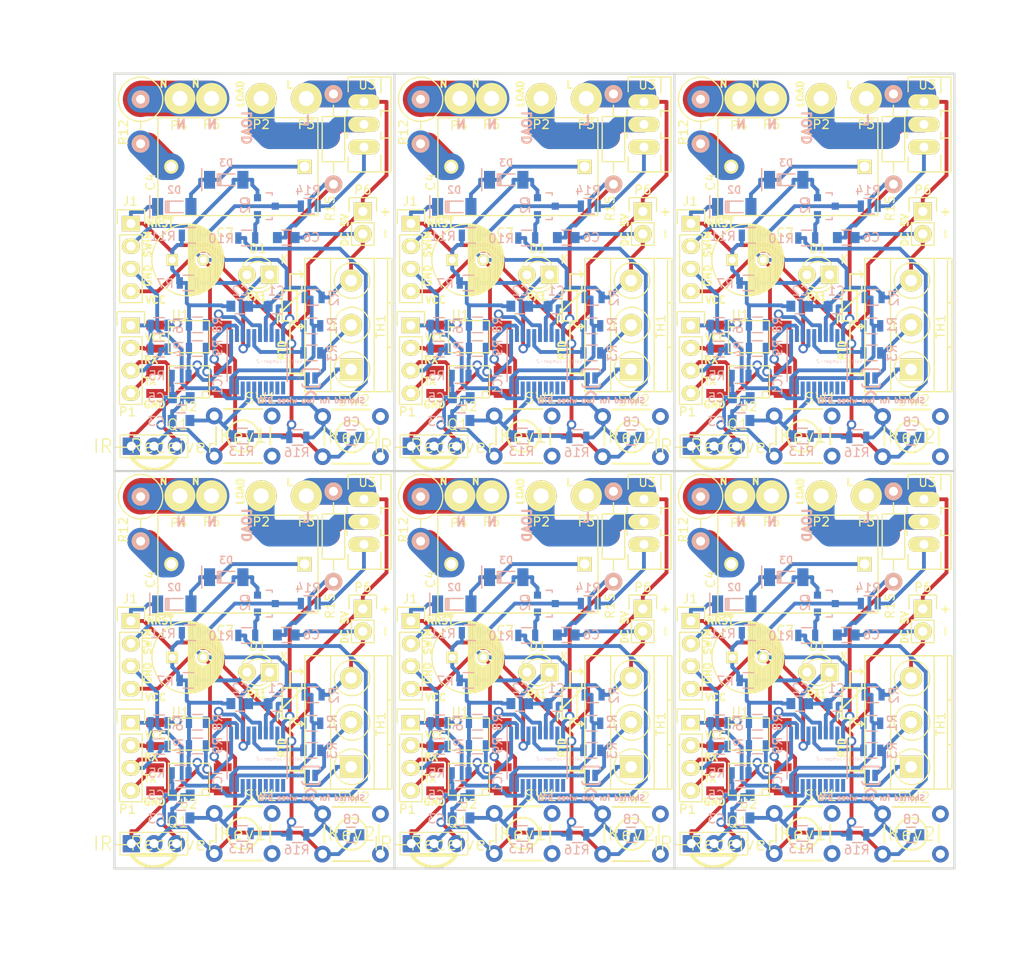
<source format=kicad_pcb>
(kicad_pcb (version 4) (host pcbnew 4.0.1-2.201512121406+6195~38~ubuntu15.10.1-stable)
  (layers (0 F.Cu signal) (31 B.Cu signal) (34 B.Paste user) (35 F.Paste user) (36 B.SilkS user) (37 F.SilkS user) (38 B.Mask user) (39 F.Mask user) (44 Edge.Cuts user))
  (net 0 "")
  (net 1 "Net-(C1-Pad1)")
  (net 2 GND)
  (net 3 +5V)
  (net 4 "Net-(C3-Pad1)")
  (net 5 "Net-(C4-Pad1)")
  (net 6 "Net-(C4-Pad2)")
  (net 7 KEY-1)
  (net 8 ZERO-CROSS)
  (net 9 KEY-2)
  (net 10 "Net-(D1-Pad1)")
  (net 11 "Net-(D1-Pad2)")
  (net 12 IR)
  (net 13 TX)
  (net 14 RX)
  (net 15 ~NRST)
  (net 16 PA1)
  (net 17 "Net-(IC1-Pad15)")
  (net 18 SWIM)
  (net 19 RTD1)
  (net 20 RTD2)
  (net 21 "Net-(J2-Pad2)")
  (net 22 "Net-(P1-Pad1)")
  (net 23 "Net-(P1-Pad2)")
  (net 24 "Net-(P1-Pad3)")
  (net 25 "Net-(P1-Pad4)")
  (net 26 "Net-(P2-Pad1)")
  (net 27 "Net-(P4-Pad1)")
  (net 28 "Net-(Q2-Pad1)")
  (net 29 TRIAC-GATE)
  (net 30 "Net-(R6-Pad1)")
  (net 31 "Net-(R9-Pad2)")
  (net 32 "Net-(R14-Pad2)")
  (module Resistors_ThroughHole:Resistor_Horizontal_RM10mm (layer F.Cu) (at 100.33 64.77 270)
    (fp_text reference R15 (at 7.8105 0.381 450) (layer F.SilkS))
    (fp_text value 330K/0.5W)
    (pad 1 thru_hole circle (at -5.08 0 270) (size 1.99898 1.99898) (drill 1.00076) (layers *.Cu *.SilkS *.Mask) (net 3 +5V))
    (pad 2 thru_hole circle (at 5.08 0 270) (size 1.99898 1.99898) (drill 1.00076) (layers *.Cu *.SilkS *.Mask) (net 8 ZERO-CROSS))
  )
  (module Pin_Headers:Pin_Header_Straight_1x02 (layer F.Cu) (at 103.632 72.898)
    (fp_text reference P6 (at 0 -2.413 180) (layer F.SilkS))
    (fp_text value "+5V Power")
    (pad 1 thru_hole rect (at 0 0) (size 2.032 2.032) (drill 1.016) (layers *.Cu *.Mask F.SilkS) (net 3 +5V))
    (pad 2 thru_hole oval (at 0 2.54) (size 2.032 2.032) (drill 1.016) (layers *.Cu *.Mask F.SilkS) (net 2 GND))
  )
  (module TO_SOT_Packages_THT:TO-220_Neutral123_Vertical_LargePads (layer F.Cu) (at 103.759 63.119 270)
    (fp_text reference U3 (at -4.445 -0.381 360) (layer F.SilkS))
    (fp_text value "TRIAC  T435-600T1")
    (pad 2 thru_hole oval (at 0 0) (size 3.50012 1.69926) (drill 1.00076) (layers *.Cu *.Mask F.SilkS) (net 26 "Net-(P2-Pad1)"))
    (pad 1 thru_hole oval (at -2.54 0) (size 3.50012 1.69926) (drill 1.00076) (layers *.Cu *.Mask F.SilkS) (net 3 +5V))
    (pad 3 thru_hole oval (at 2.54 0) (size 3.50012 1.69926) (drill 1.00076) (layers *.Cu *.Mask F.SilkS) (net 32 "Net-(R14-Pad2)"))
  )
  (module Opto-Devices:Optocoupler_SMD_HandSoldering_KPC357_LTV35x_PC357_SingleChannel (layer F.Cu) (at 84.074 92.075 180)
    (fp_text reference U2 (at 0.0635 -2.794 180) (layer F.SilkS))
    (fp_text value EL357N)
    (pad 2 smd rect (at -3.79984 1.34874 180) (size 1.99898 0.89916) (layers F.Cu F.Paste F.Mask) (net 13 TX))
    (pad 1 smd rect (at -3.79984 -1.30048 180) (size 1.99898 1.00076) (layers F.Cu F.Paste F.Mask) (net 31 "Net-(R9-Pad2)"))
    (pad 4 smd rect (at 3.79984 -1.30048 180) (size 1.99898 1.00076) (layers F.Cu F.Paste F.Mask) (net 24 "Net-(P1-Pad3)"))
    (pad 3 smd rect (at 3.79984 1.30048 180) (size 1.99898 1.00076) (layers F.Cu F.Paste F.Mask) (net 25 "Net-(P1-Pad4)"))
  )
  (module Opto-Devices:Optocoupler_SMD_HandSoldering_KPC357_LTV35x_PC357_SingleChannel (layer F.Cu) (at 84.074 86.995)
    (fp_text reference U1 (at -0.9525 -2.4765) (layer F.SilkS))
    (fp_text value EL357N)
    (pad 2 smd rect (at -3.79984 1.34874) (size 1.99898 0.89916) (layers F.Cu F.Paste F.Mask) (net 23 "Net-(P1-Pad2)"))
    (pad 1 smd rect (at -3.79984 -1.30048) (size 1.99898 1.00076) (layers F.Cu F.Paste F.Mask) (net 30 "Net-(R6-Pad1)"))
    (pad 4 smd rect (at 3.79984 -1.30048) (size 1.99898 1.00076) (layers F.Cu F.Paste F.Mask) (net 14 RX))
    (pad 3 smd rect (at 3.79984 1.30048) (size 1.99898 1.00076) (layers F.Cu F.Paste F.Mask) (net 2 GND))
  )
  (module Terminal_Blocks:TerminalBlock_Pheonix_MKDS1.5-3pol (layer F.Cu) (at 102.311 90.678 90)
    (fp_text reference TH1 (at 4.826 3.353 90) (layer F.SilkS))
    (fp_text value PT100)
    (pad 3 thru_hole circle (at 10 0 90) (size 2.5 2.5) (drill 1.3) (layers *.Cu *.Mask F.SilkS) (net 2 GND))
    (pad 1 thru_hole rect (at 0 0 90) (size 2.5 2.5) (drill 1.3) (layers *.Cu *.Mask F.SilkS) (net 19 RTD1))
    (pad 2 thru_hole circle (at 5 0 90) (size 2.5 2.5) (drill 1.3) (layers *.Cu *.Mask F.SilkS) (net 21 "Net-(J2-Pad2)"))
  )
  (module Resistors_SMD:R_0805 (layer B.Cu) (at 96.317 98.323)
    (fp_text reference R16 (at -0.1145 1.6895) (layer B.SilkS) (effects (justify mirror)))
    (fp_text value 4.7K)
    (pad 1 smd rect (at -0.95 0) (size 0.7 1.3) (layers B.Cu B.Paste B.Mask) (net 3 +5V))
    (pad 2 smd rect (at 0.95 0) (size 0.7 1.3) (layers B.Cu B.Paste B.Mask) (net 9 KEY-2))
  )
  (module Resistors_SMD:R_0805 (layer B.Cu) (at 97.612 72.3138)
    (fp_text reference R14 (at -0.1395 -1.7653) (layer B.SilkS) (effects (justify mirror)))
    (fp_text value 47)
    (pad 1 smd rect (at -0.95 0) (size 0.7 1.3) (layers B.Cu B.Paste B.Mask) (net 29 TRIAC-GATE))
    (pad 2 smd rect (at 0.95 0) (size 0.7 1.3) (layers B.Cu B.Paste B.Mask) (net 32 "Net-(R14-Pad2)"))
  )
  (module Resistors_SMD:R_0805 (layer B.Cu) (at 90.068 98.171 180)
    (fp_text reference R13 (at 0.0885 -1.7145 180) (layer B.SilkS) (effects (justify mirror)))
    (fp_text value 4.7K)
    (pad 1 smd rect (at -0.95 0 180) (size 0.7 1.3) (layers B.Cu B.Paste B.Mask) (net 3 +5V))
    (pad 2 smd rect (at 0.95 0 180) (size 0.7 1.3) (layers B.Cu B.Paste B.Mask) (net 7 KEY-1))
  )
  (module Resistors_ThroughHole:Resistor_Vertical_RM5mm (layer F.Cu) (at 78.638 62.7888 270)
    (fp_text reference R12 (at 1.2192 1.93 450) (layer F.SilkS))
    (fp_text value 470/1W)
    (pad 1 thru_hole circle (at -2.49936 0 270) (size 1.99898 1.99898) (drill 1.00076) (layers *.Cu *.SilkS *.Mask) (net 27 "Net-(P4-Pad1)"))
    (pad 2 thru_hole circle (at 2.5019 0 270) (size 1.99898 1.99898) (drill 1.00076) (layers *.Cu *.SilkS *.Mask) (net 6 "Net-(C4-Pad2)"))
  )
  (module Resistors_SMD:R_0805 (layer B.Cu) (at 84.226 75.5904)
    (fp_text reference R11 (at -3.073 0.1016) (layer B.SilkS) (effects (justify mirror)))
    (fp_text value 100K)
    (pad 1 smd rect (at -0.95 0) (size 0.7 1.3) (layers B.Cu B.Paste B.Mask) (net 3 +5V))
    (pad 2 smd rect (at 0.95 0) (size 0.7 1.3) (layers B.Cu B.Paste B.Mask) (net 29 TRIAC-GATE))
  )
  (module Resistors_SMD:R_0805 (layer B.Cu) (at 90.576 75.8952 180)
    (fp_text reference R10 (at 2.8825 -0.0508 180) (layer B.SilkS) (effects (justify mirror)))
    (fp_text value 2.7K)
    (pad 1 smd rect (at -0.95 0 180) (size 0.7 1.3) (layers B.Cu B.Paste B.Mask) (net 28 "Net-(Q2-Pad1)"))
    (pad 2 smd rect (at 0.95 0 180) (size 0.7 1.3) (layers B.Cu B.Paste B.Mask) (net 17 "Net-(IC1-Pad15)"))
  )
  (module Resistors_SMD:R_0805 (layer B.Cu) (at 85.026 88.3285)
    (fp_text reference R9 (at 2.2865 -0.0635 90) (layer B.SilkS) (effects (justify mirror)))
    (fp_text value 560)
    (pad 1 smd rect (at -0.95 0) (size 0.7 1.3) (layers B.Cu B.Paste B.Mask) (net 3 +5V))
    (pad 2 smd rect (at 0.95 0) (size 0.7 1.3) (layers B.Cu B.Paste B.Mask) (net 31 "Net-(R9-Pad2)"))
  )
  (module Resistors_SMD:R_0805 (layer B.Cu) (at 85.026 85.6615 180)
    (fp_text reference R8 (at -2.2865 0 450) (layer B.SilkS) (effects (justify mirror)))
    (fp_text value 1K)
    (pad 1 smd rect (at -0.95 0 180) (size 0.7 1.3) (layers B.Cu B.Paste B.Mask) (net 14 RX))
    (pad 2 smd rect (at 0.95 0 180) (size 0.7 1.3) (layers B.Cu B.Paste B.Mask) (net 3 +5V))
  )
  (module Resistors_SMD:R_0805 (layer B.Cu) (at 83.998 80.9498)
    (fp_text reference R7 (at -2.591 0.0762) (layer B.SilkS) (effects (justify mirror)))
    (fp_text value 1K)
    (pad 1 smd rect (at -0.95 0) (size 0.7 1.3) (layers B.Cu B.Paste B.Mask) (net 3 +5V))
    (pad 2 smd rect (at 0.95 0) (size 0.7 1.3) (layers B.Cu B.Paste B.Mask) (net 11 "Net-(D1-Pad2)"))
  )
  (module Resistors_SMD:R_0805 (layer B.Cu) (at 80.708 85.725 180)
    (fp_text reference R6 (at -2.1595 0 450) (layer B.SilkS) (effects (justify mirror)))
    (fp_text value 560)
    (pad 1 smd rect (at -0.95 0 180) (size 0.7 1.3) (layers B.Cu B.Paste B.Mask) (net 30 "Net-(R6-Pad1)"))
    (pad 2 smd rect (at 0.95 0 180) (size 0.7 1.3) (layers B.Cu B.Paste B.Mask) (net 22 "Net-(P1-Pad1)"))
  )
  (module Resistors_SMD:R_0805 (layer B.Cu) (at 83.083 91.3638 180)
    (fp_text reference R5 (at 2.6285 -0.0127 180) (layer B.SilkS) (effects (justify mirror)))
    (fp_text value 100)
    (pad 1 smd rect (at -0.95 0 180) (size 0.7 1.3) (layers B.Cu B.Paste B.Mask) (net 3 +5V))
    (pad 2 smd rect (at 0.95 0 180) (size 0.7 1.3) (layers B.Cu B.Paste B.Mask) (net 4 "Net-(C3-Pad1)"))
  )
  (module Resistors_SMD:R_0805 (layer B.Cu) (at 80.708 88.392 180)
    (fp_text reference R4 (at -2.223 0 270) (layer B.SilkS) (effects (justify mirror)))
    (fp_text value 1K)
    (pad 1 smd rect (at -0.95 0 180) (size 0.7 1.3) (layers B.Cu B.Paste B.Mask) (net 24 "Net-(P1-Pad3)"))
    (pad 2 smd rect (at 0.95 0 180) (size 0.7 1.3) (layers B.Cu B.Paste B.Mask) (net 22 "Net-(P1-Pad1)"))
  )
  (module Resistors_SMD:R_0805 (layer B.Cu) (at 97.892 88.8238)
    (fp_text reference R3 (at 2.311 0.0127 90) (layer B.SilkS) (effects (justify mirror)))
    (fp_text value 100)
    (pad 1 smd rect (at -0.95 0) (size 0.7 1.3) (layers B.Cu B.Paste B.Mask) (net 16 PA1))
    (pad 2 smd rect (at 0.95 0) (size 0.7 1.3) (layers B.Cu B.Paste B.Mask) (net 21 "Net-(J2-Pad2)"))
  )
  (module Resistors_SMD:R_0805 (layer B.Cu) (at 98.044 82.5754)
    (fp_text reference R2 (at 2.3495 0.0381 90) (layer B.SilkS) (effects (justify mirror)))
    (fp_text value 100)
    (pad 1 smd rect (at -0.95 0) (size 0.7 1.3) (layers B.Cu B.Paste B.Mask) (net 20 RTD2))
    (pad 2 smd rect (at 0.95 0) (size 0.7 1.3) (layers B.Cu B.Paste B.Mask) (net 2 GND))
  )
  (module Resistors_SMD:R_0805 (layer B.Cu) (at 97.892 85.7758)
    (fp_text reference R1 (at 2.311 -0.0508 90) (layer B.SilkS) (effects (justify mirror)))
    (fp_text value 100)
    (pad 1 smd rect (at -0.95 0) (size 0.7 1.3) (layers B.Cu B.Paste B.Mask) (net 16 PA1))
    (pad 2 smd rect (at 0.95 0) (size 0.7 1.3) (layers B.Cu B.Paste B.Mask) (net 20 RTD2))
  )
  (module TO_SOT_Packages_SMD:SOT-23 (layer B.Cu) (at 92.786 72.3138 90)
    (fp_text reference Q2 (at 0.1143 -2.362 270) (layer B.SilkS) (effects (justify mirror)))
    (fp_text value BC847)
    (pad 1 smd rect (at -0.95 -1.00076 90) (size 0.8001 0.8001) (layers B.Cu B.Paste B.Mask) (net 28 "Net-(Q2-Pad1)"))
    (pad 2 smd rect (at 0.95 -1.00076 90) (size 0.8001 0.8001) (layers B.Cu B.Paste B.Mask) (net 2 GND))
    (pad 3 smd rect (at 0 0.99822 90) (size 0.8001 0.8001) (layers B.Cu B.Paste B.Mask) (net 29 TRIAC-GATE))
  )
  (module adafruit:PNA460XM (layer F.Cu) (at 80.137 99.314)
    (fp_text reference Q1 (at 1.397 -1.7145) (layer F.SilkS) (effects (font (size 1.2065 1.2065) (thickness 0.127)) (justify left bottom)))
    (fp_text value IR-Receiver (at 0 0) (layer F.SilkS))
    (pad 1 thru_hole rect (at -2.54 0 90) (size 1.9304 1.9304) (drill 1.016) (layers *.Cu *.Mask) (net 12 IR))
    (pad 2 thru_hole circle (at 0 0 90) (size 1.9304 1.9304) (drill 1.016) (layers *.Cu *.Mask) (net 2 GND))
    (pad 3 thru_hole circle (at 2.54 0 90) (size 1.9304 1.9304) (drill 1.016) (layers *.Cu *.Mask) (net 4 "Net-(C3-Pad1)"))
  )
  (module Wire_Pads:SolderWirePad_single_1-2mmDrill (layer F.Cu) (at 83.058 60.198)
    (fp_text reference P4 (at -0.127 3.048) (layer F.SilkS))
    (fp_text value NEUTRAL)
    (pad 1 thru_hole circle (at 0 0) (size 3.50012 3.50012) (drill 1.7) (layers *.Cu *.Mask F.SilkS) (net 27 "Net-(P4-Pad1)"))
  )
  (module Wire_Pads:SolderWirePad_single_1-2mmDrill (layer F.Cu) (at 97.282 60.198)
    (fp_text reference P3 (at 0 2.921) (layer F.SilkS))
    (fp_text value LIVE)
    (pad 1 thru_hole circle (at 0 0) (size 3.50012 3.50012) (drill 1.7) (layers *.Cu *.Mask F.SilkS) (net 3 +5V))
  )
  (module Wire_Pads:SolderWirePad_single_1-2mmDrill (layer F.Cu) (at 92.202 60.198)
    (fp_text reference P2 (at 0 2.921) (layer F.SilkS))
    (fp_text value LOAD)
    (pad 1 thru_hole circle (at 0 0) (size 3.50012 3.50012) (drill 1.7) (layers *.Cu *.Mask F.SilkS) (net 26 "Net-(P2-Pad1)"))
  )
  (module Pin_Headers:Pin_Header_Straight_1x04 (layer F.Cu) (at 77.534 85.725)
    (fp_text reference P1 (at -0.3815 9.7155) (layer F.SilkS))
    (fp_text value UART)
    (pad 1 thru_hole rect (at 0 0) (size 2.032 1.7272) (drill 1.016) (layers *.Cu *.Mask F.SilkS) (net 22 "Net-(P1-Pad1)"))
    (pad 2 thru_hole oval (at 0 2.54) (size 2.032 1.7272) (drill 1.016) (layers *.Cu *.Mask F.SilkS) (net 23 "Net-(P1-Pad2)"))
    (pad 3 thru_hole oval (at 0 5.08) (size 2.032 1.7272) (drill 1.016) (layers *.Cu *.Mask F.SilkS) (net 24 "Net-(P1-Pad3)"))
    (pad 4 thru_hole oval (at 0 7.62) (size 2.032 1.7272) (drill 1.016) (layers *.Cu *.Mask F.SilkS) (net 25 "Net-(P1-Pad4)"))
  )
  (module SparkFun-Passives:PAD-JUMPER-2-NO_YES_SILK (layer B.Cu) (at 97.815 91.6432)
    (fp_text reference J2 (at -1.168 -0.3302 90) (layer B.SilkS) (effects (font (size 0.38608 0.38608) (thickness 0.032512)) (justify left bottom mirror)))
    (fp_text value Solder-Jumper-2 (at -0.908 -1.651) (layer B.SilkS) (effects (font (size 0.38608 0.38608) (thickness 0.032512)) (justify left bottom mirror)))
    (pad 1 smd rect (at -0.45 0) (size 0.635 1.27) (layers B.Cu B.Paste B.Mask) (net 19 RTD1))
    (pad 2 smd rect (at 0.45 0) (size 0.635 1.27) (layers B.Cu B.Paste B.Mask) (net 21 "Net-(J2-Pad2)"))
  )
  (module Pin_Headers:Pin_Header_Straight_1x04 (layer F.Cu) (at 77.546 74.2696)
    (fp_text reference J1 (at -0.076 -2.5146) (layer F.SilkS))
    (fp_text value ST-Link-V2)
    (pad 1 thru_hole rect (at 0 0) (size 2.032 1.7272) (drill 1.016) (layers *.Cu *.Mask F.SilkS) (net 3 +5V))
    (pad 2 thru_hole oval (at 0 2.54) (size 2.032 1.7272) (drill 1.016) (layers *.Cu *.Mask F.SilkS) (net 2 GND))
    (pad 3 thru_hole oval (at 0 5.08) (size 2.032 1.7272) (drill 1.016) (layers *.Cu *.Mask F.SilkS) (net 18 SWIM))
    (pad 4 thru_hole oval (at 0 7.62) (size 2.032 1.7272) (drill 1.016) (layers *.Cu *.Mask F.SilkS) (net 15 ~NRST))
  )
  (module Housings_SSOP:TSSOP-20_4.4x6.5mm_Pitch0.65mm (layer B.Cu) (at 91.745 89.8144 270)
    (fp_text reference IC1 (at 2.5781 4.4325 270) (layer B.SilkS) (effects (justify mirror)))
    (fp_text value STM8S003F3P)
    (pad 1 smd rect (at -2.95 2.925 270) (size 1.45 0.45) (layers B.Cu B.Paste B.Mask) (net 12 IR))
    (pad 2 smd rect (at -2.95 2.275 270) (size 1.45 0.45) (layers B.Cu B.Paste B.Mask) (net 13 TX))
    (pad 3 smd rect (at -2.95 1.625 270) (size 1.45 0.45) (layers B.Cu B.Paste B.Mask) (net 14 RX))
    (pad 4 smd rect (at -2.95 0.975 270) (size 1.45 0.45) (layers B.Cu B.Paste B.Mask) (net 15 ~NRST))
    (pad 5 smd rect (at -2.95 0.325 270) (size 1.45 0.45) (layers B.Cu B.Paste B.Mask) (net 16 PA1))
    (pad 6 smd rect (at -2.95 -0.325 270) (size 1.45 0.45) (layers B.Cu B.Paste B.Mask) (net 10 "Net-(D1-Pad1)"))
    (pad 7 smd rect (at -2.95 -0.975 270) (size 1.45 0.45) (layers B.Cu B.Paste B.Mask) (net 2 GND))
    (pad 8 smd rect (at -2.95 -1.625 270) (size 1.45 0.45) (layers B.Cu B.Paste B.Mask) (net 1 "Net-(C1-Pad1)"))
    (pad 9 smd rect (at -2.95 -2.275 270) (size 1.45 0.45) (layers B.Cu B.Paste B.Mask) (net 3 +5V))
    (pad 10 smd rect (at -2.95 -2.925 270) (size 1.45 0.45) (layers B.Cu B.Paste B.Mask) (net 8 ZERO-CROSS))
    (pad 11 smd rect (at 2.95 -2.925 270) (size 1.45 0.45) (layers B.Cu B.Paste B.Mask))
    (pad 12 smd rect (at 2.95 -2.275 270) (size 1.45 0.45) (layers B.Cu B.Paste B.Mask))
    (pad 13 smd rect (at 2.95 -1.625 270) (size 1.45 0.45) (layers B.Cu B.Paste B.Mask))
    (pad 14 smd rect (at 2.95 -0.975 270) (size 1.45 0.45) (layers B.Cu B.Paste B.Mask))
    (pad 15 smd rect (at 2.95 -0.325 270) (size 1.45 0.45) (layers B.Cu B.Paste B.Mask) (net 17 "Net-(IC1-Pad15)"))
    (pad 16 smd rect (at 2.95 0.325 270) (size 1.45 0.45) (layers B.Cu B.Paste B.Mask) (net 9 KEY-2))
    (pad 17 smd rect (at 2.95 0.975 270) (size 1.45 0.45) (layers B.Cu B.Paste B.Mask) (net 7 KEY-1))
    (pad 18 smd rect (at 2.95 1.625 270) (size 1.45 0.45) (layers B.Cu B.Paste B.Mask) (net 18 SWIM))
    (pad 19 smd rect (at 2.95 2.275 270) (size 1.45 0.45) (layers B.Cu B.Paste B.Mask) (net 19 RTD1))
    (pad 20 smd rect (at 2.95 2.925 270) (size 1.45 0.45) (layers B.Cu B.Paste B.Mask) (net 20 RTD2))
  )
  (module MyOwn:SOD-80 (layer B.Cu) (at 88.265 69.342)
    (fp_text reference D3 (at 0 -1.905) (layer B.SilkS) (effects (font (size 0.8 0.8)) (justify mirror)))
    (fp_text value LL4148)
    (pad 1 smd rect (at -1.875 0) (size 1.25 2) (layers B.Cu B.Paste B.Mask) (net 5 "Net-(C4-Pad1)"))
    (pad 2 smd rect (at 1.875 0) (size 1.25 2) (layers B.Cu B.Paste B.Mask) (net 2 GND))
  )
  (module MyOwn:SOD-80 (layer B.Cu) (at 82.423 72.39)
    (fp_text reference D2 (at 0 -1.905) (layer B.SilkS) (effects (font (size 0.8 0.8)) (justify mirror)))
    (fp_text value 5.6V/0.5W)
    (pad 1 smd rect (at -1.875 0) (size 1.25 2) (layers B.Cu B.Paste B.Mask) (net 3 +5V))
    (pad 2 smd rect (at 1.875 0) (size 1.25 2) (layers B.Cu B.Paste B.Mask) (net 5 "Net-(C4-Pad1)"))
  )
  (module LEDs:LED-3MM (layer F.Cu) (at 93.142 80.0354 180)
    (fp_text reference D1 (at 1.321 2.9464 180) (layer F.SilkS))
    (fp_text value Led_Small)
    (fp_text user K (at -1.69 1.74 180) (layer F.SilkS))
    (pad 1 thru_hole rect (at 0 0 270) (size 2 2) (drill 1.00076) (layers *.Cu *.Mask F.SilkS) (net 10 "Net-(D1-Pad1)"))
    (pad 2 thru_hole circle (at 2.54 0 180) (size 2 2) (drill 1.00076) (layers *.Cu *.Mask F.SilkS) (net 11 "Net-(D1-Pad2)"))
  )
  (module Capacitors_SMD:C_0805 (layer B.Cu) (at 102.311 98.323)
    (fp_text reference C8 (at 0.051 -1.7395) (layer B.SilkS) (effects (justify mirror)))
    (fp_text value 100nF)
    (pad 1 smd rect (at -1 0) (size 1 1.25) (layers B.Cu B.Paste B.Mask) (net 9 KEY-2))
    (pad 2 smd rect (at 1 0) (size 1 1.25) (layers B.Cu B.Paste B.Mask) (net 2 GND))
  )
  (module Capacitors_ThroughHole:C_Radial_D8_L11.5_P3.5 (layer F.Cu) (at 82.194 78.359)
    (fp_text reference C7 (at 5.944 -3.048) (layer F.SilkS))
    (fp_text value 470uF/16V)
    (pad 2 thru_hole circle (at 3.5 0) (size 1.3 1.3) (drill 0.8) (layers *.Cu *.Mask F.SilkS) (net 2 GND))
    (pad 1 thru_hole rect (at 0 0) (size 1.3 1.3) (drill 0.8) (layers *.Cu *.Mask F.SilkS) (net 3 +5V))
  )
  (module Capacitors_SMD:C_0805 (layer B.Cu) (at 95.021 75.8444)
    (fp_text reference C6 (at 2.8325 -0.0254) (layer B.SilkS) (effects (justify mirror)))
    (fp_text value 100pF)
    (pad 1 smd rect (at -1 0) (size 1 1.25) (layers B.Cu B.Paste B.Mask) (net 8 ZERO-CROSS))
    (pad 2 smd rect (at 1 0) (size 1 1.25) (layers B.Cu B.Paste B.Mask) (net 2 GND))
  )
  (module Capacitors_SMD:C_0805 (layer B.Cu) (at 83.185 96.4184 180)
    (fp_text reference C5 (at 2.794 2.5654 180) (layer B.SilkS) (effects (justify mirror)))
    (fp_text value 100nF)
    (pad 1 smd rect (at -1 0 180) (size 1 1.25) (layers B.Cu B.Paste B.Mask) (net 7 KEY-1))
    (pad 2 smd rect (at 1 0 180) (size 1 1.25) (layers B.Cu B.Paste B.Mask) (net 2 GND))
  )
  (module Capacitors_ThroughHole:C_Rect_L18_W11_H19_P15 (layer F.Cu) (at 97.079 67.8688 180)
    (fp_text reference C4 (at 17.323 -1.7272 270) (layer F.SilkS))
    (fp_text value 470nF/400V)
    (pad 1 thru_hole rect (at 0 0 180) (size 1.6 1.6) (drill 1.1) (layers *.Cu *.Mask F.SilkS) (net 5 "Net-(C4-Pad1)"))
    (pad 2 thru_hole circle (at 15 0 180) (size 1.6 1.6) (drill 1.1) (layers *.Cu *.Mask F.SilkS) (net 6 "Net-(C4-Pad2)"))
  )
  (module Capacitors_SMD:C_0805 (layer B.Cu) (at 83.21 93.853)
    (fp_text reference C3 (at -2.819 2.667) (layer B.SilkS) (effects (justify mirror)))
    (fp_text value 100nF)
    (pad 1 smd rect (at -1 0) (size 1 1.25) (layers B.Cu B.Paste B.Mask) (net 4 "Net-(C3-Pad1)"))
    (pad 2 smd rect (at 1 0) (size 1 1.25) (layers B.Cu B.Paste B.Mask) (net 2 GND))
  )
  (module Capacitors_SMD:C_0805 (layer B.Cu) (at 89.789 83.566 180)
    (fp_text reference C2 (at -0.0635 1.7145 180) (layer B.SilkS) (effects (justify mirror)))
    (fp_text value 100nF)
    (pad 1 smd rect (at -1 0 180) (size 1 1.25) (layers B.Cu B.Paste B.Mask) (net 2 GND))
    (pad 2 smd rect (at 1 0 180) (size 1 1.25) (layers B.Cu B.Paste B.Mask) (net 3 +5V))
  )
  (module Capacitors_SMD:C_0805 (layer B.Cu) (at 93.98 83.566 180)
    (fp_text reference C1 (at 0.0635 1.7145 180) (layer B.SilkS) (effects (justify mirror)))
    (fp_text value 470nF)
    (pad 1 smd rect (at -1 0 180) (size 1 1.25) (layers B.Cu B.Paste B.Mask) (net 1 "Net-(C1-Pad1)"))
    (pad 2 smd rect (at 1 0 180) (size 1 1.25) (layers B.Cu B.Paste B.Mask) (net 2 GND))
  )
  (module SparkFun-Electromechanical:TACTILE-PTH (layer F.Cu) (at 90.17 98.171)
    (fp_text reference SW1 (at 0.0635 -3.556) (layer F.SilkS) (effects (font (size 1.2065 1.2065) (thickness 0.127)) (justify left bottom)))
    (fp_text value Key1 (at 0 0) (layer F.SilkS))
    (pad 1 thru_hole circle (at -3.2512 -2.2606) (size 1.8796 1.8796) (drill 1.016) (layers *.Cu *.Mask) (net 7 KEY-1))
    (pad 4 thru_hole circle (at 3.2512 -2.2606) (size 1.8796 1.8796) (drill 1.016) (layers *.Cu *.Mask))
    (pad 2 thru_hole circle (at -3.2512 2.2606) (size 1.8796 1.8796) (drill 1.016) (layers *.Cu *.Mask) (net 2 GND))
    (pad 3 thru_hole circle (at 3.2512 2.2606) (size 1.8796 1.8796) (drill 1.016) (layers *.Cu *.Mask))
  )
  (module SparkFun-Electromechanical:TACTILE-PTH (layer F.Cu) (at 102.362 98.234)
    (fp_text reference SW2 (at -1.651 -3.365) (layer F.SilkS) (effects (font (size 1.2065 1.2065) (thickness 0.127)) (justify left bottom)))
    (fp_text value Key2 (at 0 0) (layer F.SilkS))
    (pad 1 thru_hole circle (at -3.2512 -2.2606) (size 1.8796 1.8796) (drill 1.016) (layers *.Cu *.Mask) (net 9 KEY-2))
    (pad 4 thru_hole circle (at 3.2512 -2.2606) (size 1.8796 1.8796) (drill 1.016) (layers *.Cu *.Mask))
    (pad 2 thru_hole circle (at -3.2512 2.2606) (size 1.8796 1.8796) (drill 1.016) (layers *.Cu *.Mask) (net 2 GND))
    (pad 3 thru_hole circle (at 3.2512 2.2606) (size 1.8796 1.8796) (drill 1.016) (layers *.Cu *.Mask))
  )
  (module Wire_Pads:SolderWirePad_single_1-2mmDrill (layer F.Cu) (at 86.614 60.198 270)
    (fp_text reference P5 (at 2.921 0 360) (layer F.SilkS))
    (fp_text value NEUTRAL)
    (pad 1 thru_hole circle (at 0 0 270) (size 3.50012 3.50012) (drill 1.7) (layers *.Cu *.Mask F.SilkS) (net 27 "Net-(P4-Pad1)"))
  )
  (module Resistors_ThroughHole:Resistor_Horizontal_RM10mm (layer F.Cu) (at 100.33 20.066 270)
    (fp_text reference R15 (at 7.8105 0.381 450) (layer F.SilkS))
    (fp_text value 330K/0.5W)
    (pad 1 thru_hole circle (at -5.08 0 270) (size 1.99898 1.99898) (drill 1.00076) (layers *.Cu *.SilkS *.Mask) (net 3 +5V))
    (pad 2 thru_hole circle (at 5.08 0 270) (size 1.99898 1.99898) (drill 1.00076) (layers *.Cu *.SilkS *.Mask) (net 8 ZERO-CROSS))
  )
  (module Pin_Headers:Pin_Header_Straight_1x02 (layer F.Cu) (at 103.632 28.194)
    (fp_text reference P6 (at 0 -2.413 180) (layer F.SilkS))
    (fp_text value "+5V Power")
    (pad 1 thru_hole rect (at 0 0) (size 2.032 2.032) (drill 1.016) (layers *.Cu *.Mask F.SilkS) (net 3 +5V))
    (pad 2 thru_hole oval (at 0 2.54) (size 2.032 2.032) (drill 1.016) (layers *.Cu *.Mask F.SilkS) (net 2 GND))
  )
  (module TO_SOT_Packages_THT:TO-220_Neutral123_Vertical_LargePads (layer F.Cu) (at 103.759 18.415 270)
    (fp_text reference U3 (at -4.445 -0.381 360) (layer F.SilkS))
    (fp_text value "TRIAC  T435-600T1")
    (pad 2 thru_hole oval (at 0 0) (size 3.50012 1.69926) (drill 1.00076) (layers *.Cu *.Mask F.SilkS) (net 26 "Net-(P2-Pad1)"))
    (pad 1 thru_hole oval (at -2.54 0) (size 3.50012 1.69926) (drill 1.00076) (layers *.Cu *.Mask F.SilkS) (net 3 +5V))
    (pad 3 thru_hole oval (at 2.54 0) (size 3.50012 1.69926) (drill 1.00076) (layers *.Cu *.Mask F.SilkS) (net 32 "Net-(R14-Pad2)"))
  )
  (module Opto-Devices:Optocoupler_SMD_HandSoldering_KPC357_LTV35x_PC357_SingleChannel (layer F.Cu) (at 84.074 47.371 180)
    (fp_text reference U2 (at 0.0635 -2.794 180) (layer F.SilkS))
    (fp_text value EL357N)
    (pad 2 smd rect (at -3.79984 1.34874 180) (size 1.99898 0.89916) (layers F.Cu F.Paste F.Mask) (net 13 TX))
    (pad 1 smd rect (at -3.79984 -1.30048 180) (size 1.99898 1.00076) (layers F.Cu F.Paste F.Mask) (net 31 "Net-(R9-Pad2)"))
    (pad 4 smd rect (at 3.79984 -1.30048 180) (size 1.99898 1.00076) (layers F.Cu F.Paste F.Mask) (net 24 "Net-(P1-Pad3)"))
    (pad 3 smd rect (at 3.79984 1.30048 180) (size 1.99898 1.00076) (layers F.Cu F.Paste F.Mask) (net 25 "Net-(P1-Pad4)"))
  )
  (module Opto-Devices:Optocoupler_SMD_HandSoldering_KPC357_LTV35x_PC357_SingleChannel (layer F.Cu) (at 84.074 42.291)
    (fp_text reference U1 (at -0.9525 -2.4765) (layer F.SilkS))
    (fp_text value EL357N)
    (pad 2 smd rect (at -3.79984 1.34874) (size 1.99898 0.89916) (layers F.Cu F.Paste F.Mask) (net 23 "Net-(P1-Pad2)"))
    (pad 1 smd rect (at -3.79984 -1.30048) (size 1.99898 1.00076) (layers F.Cu F.Paste F.Mask) (net 30 "Net-(R6-Pad1)"))
    (pad 4 smd rect (at 3.79984 -1.30048) (size 1.99898 1.00076) (layers F.Cu F.Paste F.Mask) (net 14 RX))
    (pad 3 smd rect (at 3.79984 1.30048) (size 1.99898 1.00076) (layers F.Cu F.Paste F.Mask) (net 2 GND))
  )
  (module Terminal_Blocks:TerminalBlock_Pheonix_MKDS1.5-3pol (layer F.Cu) (at 102.311 45.974 90)
    (fp_text reference TH1 (at 4.826 3.353 90) (layer F.SilkS))
    (fp_text value PT100)
    (pad 3 thru_hole circle (at 10 0 90) (size 2.5 2.5) (drill 1.3) (layers *.Cu *.Mask F.SilkS) (net 2 GND))
    (pad 1 thru_hole rect (at 0 0 90) (size 2.5 2.5) (drill 1.3) (layers *.Cu *.Mask F.SilkS) (net 19 RTD1))
    (pad 2 thru_hole circle (at 5 0 90) (size 2.5 2.5) (drill 1.3) (layers *.Cu *.Mask F.SilkS) (net 21 "Net-(J2-Pad2)"))
  )
  (module Resistors_SMD:R_0805 (layer B.Cu) (at 96.317 53.619)
    (fp_text reference R16 (at -0.1145 1.6895) (layer B.SilkS) (effects (justify mirror)))
    (fp_text value 4.7K)
    (pad 1 smd rect (at -0.95 0) (size 0.7 1.3) (layers B.Cu B.Paste B.Mask) (net 3 +5V))
    (pad 2 smd rect (at 0.95 0) (size 0.7 1.3) (layers B.Cu B.Paste B.Mask) (net 9 KEY-2))
  )
  (module Resistors_SMD:R_0805 (layer B.Cu) (at 97.612 27.6098)
    (fp_text reference R14 (at -0.1395 -1.7653) (layer B.SilkS) (effects (justify mirror)))
    (fp_text value 47)
    (pad 1 smd rect (at -0.95 0) (size 0.7 1.3) (layers B.Cu B.Paste B.Mask) (net 29 TRIAC-GATE))
    (pad 2 smd rect (at 0.95 0) (size 0.7 1.3) (layers B.Cu B.Paste B.Mask) (net 32 "Net-(R14-Pad2)"))
  )
  (module Resistors_SMD:R_0805 (layer B.Cu) (at 90.068 53.467 180)
    (fp_text reference R13 (at 0.0885 -1.7145 180) (layer B.SilkS) (effects (justify mirror)))
    (fp_text value 4.7K)
    (pad 1 smd rect (at -0.95 0 180) (size 0.7 1.3) (layers B.Cu B.Paste B.Mask) (net 3 +5V))
    (pad 2 smd rect (at 0.95 0 180) (size 0.7 1.3) (layers B.Cu B.Paste B.Mask) (net 7 KEY-1))
  )
  (module Resistors_ThroughHole:Resistor_Vertical_RM5mm (layer F.Cu) (at 78.638 18.0848 270)
    (fp_text reference R12 (at 1.2192 1.93 450) (layer F.SilkS))
    (fp_text value 470/1W)
    (pad 1 thru_hole circle (at -2.49936 0 270) (size 1.99898 1.99898) (drill 1.00076) (layers *.Cu *.SilkS *.Mask) (net 27 "Net-(P4-Pad1)"))
    (pad 2 thru_hole circle (at 2.5019 0 270) (size 1.99898 1.99898) (drill 1.00076) (layers *.Cu *.SilkS *.Mask) (net 6 "Net-(C4-Pad2)"))
  )
  (module Resistors_SMD:R_0805 (layer B.Cu) (at 84.226 30.8864)
    (fp_text reference R11 (at -3.073 0.1016) (layer B.SilkS) (effects (justify mirror)))
    (fp_text value 100K)
    (pad 1 smd rect (at -0.95 0) (size 0.7 1.3) (layers B.Cu B.Paste B.Mask) (net 3 +5V))
    (pad 2 smd rect (at 0.95 0) (size 0.7 1.3) (layers B.Cu B.Paste B.Mask) (net 29 TRIAC-GATE))
  )
  (module Resistors_SMD:R_0805 (layer B.Cu) (at 90.576 31.1912 180)
    (fp_text reference R10 (at 2.8825 -0.0508 180) (layer B.SilkS) (effects (justify mirror)))
    (fp_text value 2.7K)
    (pad 1 smd rect (at -0.95 0 180) (size 0.7 1.3) (layers B.Cu B.Paste B.Mask) (net 28 "Net-(Q2-Pad1)"))
    (pad 2 smd rect (at 0.95 0 180) (size 0.7 1.3) (layers B.Cu B.Paste B.Mask) (net 17 "Net-(IC1-Pad15)"))
  )
  (module Resistors_SMD:R_0805 (layer B.Cu) (at 85.026 43.6245)
    (fp_text reference R9 (at 2.2865 -0.0635 90) (layer B.SilkS) (effects (justify mirror)))
    (fp_text value 560)
    (pad 1 smd rect (at -0.95 0) (size 0.7 1.3) (layers B.Cu B.Paste B.Mask) (net 3 +5V))
    (pad 2 smd rect (at 0.95 0) (size 0.7 1.3) (layers B.Cu B.Paste B.Mask) (net 31 "Net-(R9-Pad2)"))
  )
  (module Resistors_SMD:R_0805 (layer B.Cu) (at 85.026 40.9575 180)
    (fp_text reference R8 (at -2.2865 0 450) (layer B.SilkS) (effects (justify mirror)))
    (fp_text value 1K)
    (pad 1 smd rect (at -0.95 0 180) (size 0.7 1.3) (layers B.Cu B.Paste B.Mask) (net 14 RX))
    (pad 2 smd rect (at 0.95 0 180) (size 0.7 1.3) (layers B.Cu B.Paste B.Mask) (net 3 +5V))
  )
  (module Resistors_SMD:R_0805 (layer B.Cu) (at 83.998 36.2458)
    (fp_text reference R7 (at -2.591 0.0762) (layer B.SilkS) (effects (justify mirror)))
    (fp_text value 1K)
    (pad 1 smd rect (at -0.95 0) (size 0.7 1.3) (layers B.Cu B.Paste B.Mask) (net 3 +5V))
    (pad 2 smd rect (at 0.95 0) (size 0.7 1.3) (layers B.Cu B.Paste B.Mask) (net 11 "Net-(D1-Pad2)"))
  )
  (module Resistors_SMD:R_0805 (layer B.Cu) (at 80.708 41.021 180)
    (fp_text reference R6 (at -2.1595 0 450) (layer B.SilkS) (effects (justify mirror)))
    (fp_text value 560)
    (pad 1 smd rect (at -0.95 0 180) (size 0.7 1.3) (layers B.Cu B.Paste B.Mask) (net 30 "Net-(R6-Pad1)"))
    (pad 2 smd rect (at 0.95 0 180) (size 0.7 1.3) (layers B.Cu B.Paste B.Mask) (net 22 "Net-(P1-Pad1)"))
  )
  (module Resistors_SMD:R_0805 (layer B.Cu) (at 83.083 46.6598 180)
    (fp_text reference R5 (at 2.6285 -0.0127 180) (layer B.SilkS) (effects (justify mirror)))
    (fp_text value 100)
    (pad 1 smd rect (at -0.95 0 180) (size 0.7 1.3) (layers B.Cu B.Paste B.Mask) (net 3 +5V))
    (pad 2 smd rect (at 0.95 0 180) (size 0.7 1.3) (layers B.Cu B.Paste B.Mask) (net 4 "Net-(C3-Pad1)"))
  )
  (module Resistors_SMD:R_0805 (layer B.Cu) (at 80.708 43.688 180)
    (fp_text reference R4 (at -2.223 0 270) (layer B.SilkS) (effects (justify mirror)))
    (fp_text value 1K)
    (pad 1 smd rect (at -0.95 0 180) (size 0.7 1.3) (layers B.Cu B.Paste B.Mask) (net 24 "Net-(P1-Pad3)"))
    (pad 2 smd rect (at 0.95 0 180) (size 0.7 1.3) (layers B.Cu B.Paste B.Mask) (net 22 "Net-(P1-Pad1)"))
  )
  (module Resistors_SMD:R_0805 (layer B.Cu) (at 97.892 44.1198)
    (fp_text reference R3 (at 2.311 0.0127 90) (layer B.SilkS) (effects (justify mirror)))
    (fp_text value 100)
    (pad 1 smd rect (at -0.95 0) (size 0.7 1.3) (layers B.Cu B.Paste B.Mask) (net 16 PA1))
    (pad 2 smd rect (at 0.95 0) (size 0.7 1.3) (layers B.Cu B.Paste B.Mask) (net 21 "Net-(J2-Pad2)"))
  )
  (module Resistors_SMD:R_0805 (layer B.Cu) (at 98.044 37.8714)
    (fp_text reference R2 (at 2.3495 0.0381 90) (layer B.SilkS) (effects (justify mirror)))
    (fp_text value 100)
    (pad 1 smd rect (at -0.95 0) (size 0.7 1.3) (layers B.Cu B.Paste B.Mask) (net 20 RTD2))
    (pad 2 smd rect (at 0.95 0) (size 0.7 1.3) (layers B.Cu B.Paste B.Mask) (net 2 GND))
  )
  (module Resistors_SMD:R_0805 (layer B.Cu) (at 97.892 41.0718)
    (fp_text reference R1 (at 2.311 -0.0508 90) (layer B.SilkS) (effects (justify mirror)))
    (fp_text value 100)
    (pad 1 smd rect (at -0.95 0) (size 0.7 1.3) (layers B.Cu B.Paste B.Mask) (net 16 PA1))
    (pad 2 smd rect (at 0.95 0) (size 0.7 1.3) (layers B.Cu B.Paste B.Mask) (net 20 RTD2))
  )
  (module TO_SOT_Packages_SMD:SOT-23 (layer B.Cu) (at 92.786 27.6098 90)
    (fp_text reference Q2 (at 0.1143 -2.362 270) (layer B.SilkS) (effects (justify mirror)))
    (fp_text value BC847)
    (pad 1 smd rect (at -0.95 -1.00076 90) (size 0.8001 0.8001) (layers B.Cu B.Paste B.Mask) (net 28 "Net-(Q2-Pad1)"))
    (pad 2 smd rect (at 0.95 -1.00076 90) (size 0.8001 0.8001) (layers B.Cu B.Paste B.Mask) (net 2 GND))
    (pad 3 smd rect (at 0 0.99822 90) (size 0.8001 0.8001) (layers B.Cu B.Paste B.Mask) (net 29 TRIAC-GATE))
  )
  (module adafruit:PNA460XM (layer F.Cu) (at 80.137 54.61)
    (fp_text reference Q1 (at 1.397 -1.7145) (layer F.SilkS) (effects (font (size 1.2065 1.2065) (thickness 0.127)) (justify left bottom)))
    (fp_text value IR-Receiver (at 0 0) (layer F.SilkS))
    (pad 1 thru_hole rect (at -2.54 0 90) (size 1.9304 1.9304) (drill 1.016) (layers *.Cu *.Mask) (net 12 IR))
    (pad 2 thru_hole circle (at 0 0 90) (size 1.9304 1.9304) (drill 1.016) (layers *.Cu *.Mask) (net 2 GND))
    (pad 3 thru_hole circle (at 2.54 0 90) (size 1.9304 1.9304) (drill 1.016) (layers *.Cu *.Mask) (net 4 "Net-(C3-Pad1)"))
  )
  (module Wire_Pads:SolderWirePad_single_1-2mmDrill (layer F.Cu) (at 83.058 15.494)
    (fp_text reference P4 (at -0.127 3.048) (layer F.SilkS))
    (fp_text value NEUTRAL)
    (pad 1 thru_hole circle (at 0 0) (size 3.50012 3.50012) (drill 1.7) (layers *.Cu *.Mask F.SilkS) (net 27 "Net-(P4-Pad1)"))
  )
  (module Wire_Pads:SolderWirePad_single_1-2mmDrill (layer F.Cu) (at 97.282 15.494)
    (fp_text reference P3 (at 0 2.921) (layer F.SilkS))
    (fp_text value LIVE)
    (pad 1 thru_hole circle (at 0 0) (size 3.50012 3.50012) (drill 1.7) (layers *.Cu *.Mask F.SilkS) (net 3 +5V))
  )
  (module Wire_Pads:SolderWirePad_single_1-2mmDrill (layer F.Cu) (at 92.202 15.494)
    (fp_text reference P2 (at 0 2.921) (layer F.SilkS))
    (fp_text value LOAD)
    (pad 1 thru_hole circle (at 0 0) (size 3.50012 3.50012) (drill 1.7) (layers *.Cu *.Mask F.SilkS) (net 26 "Net-(P2-Pad1)"))
  )
  (module Pin_Headers:Pin_Header_Straight_1x04 (layer F.Cu) (at 77.534 41.021)
    (fp_text reference P1 (at -0.3815 9.7155) (layer F.SilkS))
    (fp_text value UART)
    (pad 1 thru_hole rect (at 0 0) (size 2.032 1.7272) (drill 1.016) (layers *.Cu *.Mask F.SilkS) (net 22 "Net-(P1-Pad1)"))
    (pad 2 thru_hole oval (at 0 2.54) (size 2.032 1.7272) (drill 1.016) (layers *.Cu *.Mask F.SilkS) (net 23 "Net-(P1-Pad2)"))
    (pad 3 thru_hole oval (at 0 5.08) (size 2.032 1.7272) (drill 1.016) (layers *.Cu *.Mask F.SilkS) (net 24 "Net-(P1-Pad3)"))
    (pad 4 thru_hole oval (at 0 7.62) (size 2.032 1.7272) (drill 1.016) (layers *.Cu *.Mask F.SilkS) (net 25 "Net-(P1-Pad4)"))
  )
  (module SparkFun-Passives:PAD-JUMPER-2-NO_YES_SILK (layer B.Cu) (at 97.815 46.9392)
    (fp_text reference J2 (at -1.168 -0.3302 90) (layer B.SilkS) (effects (font (size 0.38608 0.38608) (thickness 0.032512)) (justify left bottom mirror)))
    (fp_text value Solder-Jumper-2 (at -0.908 -1.651) (layer B.SilkS) (effects (font (size 0.38608 0.38608) (thickness 0.032512)) (justify left bottom mirror)))
    (pad 1 smd rect (at -0.45 0) (size 0.635 1.27) (layers B.Cu B.Paste B.Mask) (net 19 RTD1))
    (pad 2 smd rect (at 0.45 0) (size 0.635 1.27) (layers B.Cu B.Paste B.Mask) (net 21 "Net-(J2-Pad2)"))
  )
  (module Pin_Headers:Pin_Header_Straight_1x04 (layer F.Cu) (at 77.546 29.5656)
    (fp_text reference J1 (at -0.076 -2.5146) (layer F.SilkS))
    (fp_text value ST-Link-V2)
    (pad 1 thru_hole rect (at 0 0) (size 2.032 1.7272) (drill 1.016) (layers *.Cu *.Mask F.SilkS) (net 3 +5V))
    (pad 2 thru_hole oval (at 0 2.54) (size 2.032 1.7272) (drill 1.016) (layers *.Cu *.Mask F.SilkS) (net 2 GND))
    (pad 3 thru_hole oval (at 0 5.08) (size 2.032 1.7272) (drill 1.016) (layers *.Cu *.Mask F.SilkS) (net 18 SWIM))
    (pad 4 thru_hole oval (at 0 7.62) (size 2.032 1.7272) (drill 1.016) (layers *.Cu *.Mask F.SilkS) (net 15 ~NRST))
  )
  (module Housings_SSOP:TSSOP-20_4.4x6.5mm_Pitch0.65mm (layer B.Cu) (at 91.745 45.1104 270)
    (fp_text reference IC1 (at 2.5781 4.4325 270) (layer B.SilkS) (effects (justify mirror)))
    (fp_text value STM8S003F3P)
    (pad 1 smd rect (at -2.95 2.925 270) (size 1.45 0.45) (layers B.Cu B.Paste B.Mask) (net 12 IR))
    (pad 2 smd rect (at -2.95 2.275 270) (size 1.45 0.45) (layers B.Cu B.Paste B.Mask) (net 13 TX))
    (pad 3 smd rect (at -2.95 1.625 270) (size 1.45 0.45) (layers B.Cu B.Paste B.Mask) (net 14 RX))
    (pad 4 smd rect (at -2.95 0.975 270) (size 1.45 0.45) (layers B.Cu B.Paste B.Mask) (net 15 ~NRST))
    (pad 5 smd rect (at -2.95 0.325 270) (size 1.45 0.45) (layers B.Cu B.Paste B.Mask) (net 16 PA1))
    (pad 6 smd rect (at -2.95 -0.325 270) (size 1.45 0.45) (layers B.Cu B.Paste B.Mask) (net 10 "Net-(D1-Pad1)"))
    (pad 7 smd rect (at -2.95 -0.975 270) (size 1.45 0.45) (layers B.Cu B.Paste B.Mask) (net 2 GND))
    (pad 8 smd rect (at -2.95 -1.625 270) (size 1.45 0.45) (layers B.Cu B.Paste B.Mask) (net 1 "Net-(C1-Pad1)"))
    (pad 9 smd rect (at -2.95 -2.275 270) (size 1.45 0.45) (layers B.Cu B.Paste B.Mask) (net 3 +5V))
    (pad 10 smd rect (at -2.95 -2.925 270) (size 1.45 0.45) (layers B.Cu B.Paste B.Mask) (net 8 ZERO-CROSS))
    (pad 11 smd rect (at 2.95 -2.925 270) (size 1.45 0.45) (layers B.Cu B.Paste B.Mask))
    (pad 12 smd rect (at 2.95 -2.275 270) (size 1.45 0.45) (layers B.Cu B.Paste B.Mask))
    (pad 13 smd rect (at 2.95 -1.625 270) (size 1.45 0.45) (layers B.Cu B.Paste B.Mask))
    (pad 14 smd rect (at 2.95 -0.975 270) (size 1.45 0.45) (layers B.Cu B.Paste B.Mask))
    (pad 15 smd rect (at 2.95 -0.325 270) (size 1.45 0.45) (layers B.Cu B.Paste B.Mask) (net 17 "Net-(IC1-Pad15)"))
    (pad 16 smd rect (at 2.95 0.325 270) (size 1.45 0.45) (layers B.Cu B.Paste B.Mask) (net 9 KEY-2))
    (pad 17 smd rect (at 2.95 0.975 270) (size 1.45 0.45) (layers B.Cu B.Paste B.Mask) (net 7 KEY-1))
    (pad 18 smd rect (at 2.95 1.625 270) (size 1.45 0.45) (layers B.Cu B.Paste B.Mask) (net 18 SWIM))
    (pad 19 smd rect (at 2.95 2.275 270) (size 1.45 0.45) (layers B.Cu B.Paste B.Mask) (net 19 RTD1))
    (pad 20 smd rect (at 2.95 2.925 270) (size 1.45 0.45) (layers B.Cu B.Paste B.Mask) (net 20 RTD2))
  )
  (module MyOwn:SOD-80 (layer B.Cu) (at 88.265 24.638)
    (fp_text reference D3 (at 0 -1.905) (layer B.SilkS) (effects (font (size 0.8 0.8)) (justify mirror)))
    (fp_text value LL4148)
    (pad 1 smd rect (at -1.875 0) (size 1.25 2) (layers B.Cu B.Paste B.Mask) (net 5 "Net-(C4-Pad1)"))
    (pad 2 smd rect (at 1.875 0) (size 1.25 2) (layers B.Cu B.Paste B.Mask) (net 2 GND))
  )
  (module MyOwn:SOD-80 (layer B.Cu) (at 82.423 27.686)
    (fp_text reference D2 (at 0 -1.905) (layer B.SilkS) (effects (font (size 0.8 0.8)) (justify mirror)))
    (fp_text value 5.6V/0.5W)
    (pad 1 smd rect (at -1.875 0) (size 1.25 2) (layers B.Cu B.Paste B.Mask) (net 3 +5V))
    (pad 2 smd rect (at 1.875 0) (size 1.25 2) (layers B.Cu B.Paste B.Mask) (net 5 "Net-(C4-Pad1)"))
  )
  (module LEDs:LED-3MM (layer F.Cu) (at 93.142 35.3314 180)
    (fp_text reference D1 (at 1.321 2.9464 180) (layer F.SilkS))
    (fp_text value Led_Small)
    (fp_text user K (at -1.69 1.74 180) (layer F.SilkS))
    (pad 1 thru_hole rect (at 0 0 270) (size 2 2) (drill 1.00076) (layers *.Cu *.Mask F.SilkS) (net 10 "Net-(D1-Pad1)"))
    (pad 2 thru_hole circle (at 2.54 0 180) (size 2 2) (drill 1.00076) (layers *.Cu *.Mask F.SilkS) (net 11 "Net-(D1-Pad2)"))
  )
  (module Capacitors_SMD:C_0805 (layer B.Cu) (at 102.311 53.619)
    (fp_text reference C8 (at 0.051 -1.7395) (layer B.SilkS) (effects (justify mirror)))
    (fp_text value 100nF)
    (pad 1 smd rect (at -1 0) (size 1 1.25) (layers B.Cu B.Paste B.Mask) (net 9 KEY-2))
    (pad 2 smd rect (at 1 0) (size 1 1.25) (layers B.Cu B.Paste B.Mask) (net 2 GND))
  )
  (module Capacitors_ThroughHole:C_Radial_D8_L11.5_P3.5 (layer F.Cu) (at 82.194 33.655)
    (fp_text reference C7 (at 5.944 -3.048) (layer F.SilkS))
    (fp_text value 470uF/16V)
    (pad 2 thru_hole circle (at 3.5 0) (size 1.3 1.3) (drill 0.8) (layers *.Cu *.Mask F.SilkS) (net 2 GND))
    (pad 1 thru_hole rect (at 0 0) (size 1.3 1.3) (drill 0.8) (layers *.Cu *.Mask F.SilkS) (net 3 +5V))
  )
  (module Capacitors_SMD:C_0805 (layer B.Cu) (at 95.021 31.1404)
    (fp_text reference C6 (at 2.8325 -0.0254) (layer B.SilkS) (effects (justify mirror)))
    (fp_text value 100pF)
    (pad 1 smd rect (at -1 0) (size 1 1.25) (layers B.Cu B.Paste B.Mask) (net 8 ZERO-CROSS))
    (pad 2 smd rect (at 1 0) (size 1 1.25) (layers B.Cu B.Paste B.Mask) (net 2 GND))
  )
  (module Capacitors_SMD:C_0805 (layer B.Cu) (at 83.185 51.7144 180)
    (fp_text reference C5 (at 2.794 2.5654 180) (layer B.SilkS) (effects (justify mirror)))
    (fp_text value 100nF)
    (pad 1 smd rect (at -1 0 180) (size 1 1.25) (layers B.Cu B.Paste B.Mask) (net 7 KEY-1))
    (pad 2 smd rect (at 1 0 180) (size 1 1.25) (layers B.Cu B.Paste B.Mask) (net 2 GND))
  )
  (module Capacitors_ThroughHole:C_Rect_L18_W11_H19_P15 (layer F.Cu) (at 97.079 23.1648 180)
    (fp_text reference C4 (at 17.323 -1.7272 270) (layer F.SilkS))
    (fp_text value 470nF/400V)
    (pad 1 thru_hole rect (at 0 0 180) (size 1.6 1.6) (drill 1.1) (layers *.Cu *.Mask F.SilkS) (net 5 "Net-(C4-Pad1)"))
    (pad 2 thru_hole circle (at 15 0 180) (size 1.6 1.6) (drill 1.1) (layers *.Cu *.Mask F.SilkS) (net 6 "Net-(C4-Pad2)"))
  )
  (module Capacitors_SMD:C_0805 (layer B.Cu) (at 83.21 49.149)
    (fp_text reference C3 (at -2.819 2.667) (layer B.SilkS) (effects (justify mirror)))
    (fp_text value 100nF)
    (pad 1 smd rect (at -1 0) (size 1 1.25) (layers B.Cu B.Paste B.Mask) (net 4 "Net-(C3-Pad1)"))
    (pad 2 smd rect (at 1 0) (size 1 1.25) (layers B.Cu B.Paste B.Mask) (net 2 GND))
  )
  (module Capacitors_SMD:C_0805 (layer B.Cu) (at 89.789 38.862 180)
    (fp_text reference C2 (at -0.0635 1.7145 180) (layer B.SilkS) (effects (justify mirror)))
    (fp_text value 100nF)
    (pad 1 smd rect (at -1 0 180) (size 1 1.25) (layers B.Cu B.Paste B.Mask) (net 2 GND))
    (pad 2 smd rect (at 1 0 180) (size 1 1.25) (layers B.Cu B.Paste B.Mask) (net 3 +5V))
  )
  (module Capacitors_SMD:C_0805 (layer B.Cu) (at 93.98 38.862 180)
    (fp_text reference C1 (at 0.0635 1.7145 180) (layer B.SilkS) (effects (justify mirror)))
    (fp_text value 470nF)
    (pad 1 smd rect (at -1 0 180) (size 1 1.25) (layers B.Cu B.Paste B.Mask) (net 1 "Net-(C1-Pad1)"))
    (pad 2 smd rect (at 1 0 180) (size 1 1.25) (layers B.Cu B.Paste B.Mask) (net 2 GND))
  )
  (module SparkFun-Electromechanical:TACTILE-PTH (layer F.Cu) (at 90.17 53.467)
    (fp_text reference SW1 (at 0.0635 -3.556) (layer F.SilkS) (effects (font (size 1.2065 1.2065) (thickness 0.127)) (justify left bottom)))
    (fp_text value Key1 (at 0 0) (layer F.SilkS))
    (pad 1 thru_hole circle (at -3.2512 -2.2606) (size 1.8796 1.8796) (drill 1.016) (layers *.Cu *.Mask) (net 7 KEY-1))
    (pad 4 thru_hole circle (at 3.2512 -2.2606) (size 1.8796 1.8796) (drill 1.016) (layers *.Cu *.Mask))
    (pad 2 thru_hole circle (at -3.2512 2.2606) (size 1.8796 1.8796) (drill 1.016) (layers *.Cu *.Mask) (net 2 GND))
    (pad 3 thru_hole circle (at 3.2512 2.2606) (size 1.8796 1.8796) (drill 1.016) (layers *.Cu *.Mask))
  )
  (module SparkFun-Electromechanical:TACTILE-PTH (layer F.Cu) (at 102.362 53.53)
    (fp_text reference SW2 (at -1.651 -3.365) (layer F.SilkS) (effects (font (size 1.2065 1.2065) (thickness 0.127)) (justify left bottom)))
    (fp_text value Key2 (at 0 0) (layer F.SilkS))
    (pad 1 thru_hole circle (at -3.2512 -2.2606) (size 1.8796 1.8796) (drill 1.016) (layers *.Cu *.Mask) (net 9 KEY-2))
    (pad 4 thru_hole circle (at 3.2512 -2.2606) (size 1.8796 1.8796) (drill 1.016) (layers *.Cu *.Mask))
    (pad 2 thru_hole circle (at -3.2512 2.2606) (size 1.8796 1.8796) (drill 1.016) (layers *.Cu *.Mask) (net 2 GND))
    (pad 3 thru_hole circle (at 3.2512 2.2606) (size 1.8796 1.8796) (drill 1.016) (layers *.Cu *.Mask))
  )
  (module Wire_Pads:SolderWirePad_single_1-2mmDrill (layer F.Cu) (at 86.614 15.494 270)
    (fp_text reference P5 (at 2.921 0 360) (layer F.SilkS))
    (fp_text value NEUTRAL)
    (pad 1 thru_hole circle (at 0 0 270) (size 3.50012 3.50012) (drill 1.7) (layers *.Cu *.Mask F.SilkS) (net 27 "Net-(P4-Pad1)"))
  )
  (module Resistors_ThroughHole:Resistor_Horizontal_RM10mm (layer F.Cu) (at 68.834 64.77 270)
    (fp_text reference R15 (at 7.8105 0.381 450) (layer F.SilkS))
    (fp_text value 330K/0.5W)
    (pad 1 thru_hole circle (at -5.08 0 270) (size 1.99898 1.99898) (drill 1.00076) (layers *.Cu *.SilkS *.Mask) (net 3 +5V))
    (pad 2 thru_hole circle (at 5.08 0 270) (size 1.99898 1.99898) (drill 1.00076) (layers *.Cu *.SilkS *.Mask) (net 8 ZERO-CROSS))
  )
  (module Pin_Headers:Pin_Header_Straight_1x02 (layer F.Cu) (at 72.136 72.898)
    (fp_text reference P6 (at 0 -2.413 180) (layer F.SilkS))
    (fp_text value "+5V Power")
    (pad 1 thru_hole rect (at 0 0) (size 2.032 2.032) (drill 1.016) (layers *.Cu *.Mask F.SilkS) (net 3 +5V))
    (pad 2 thru_hole oval (at 0 2.54) (size 2.032 2.032) (drill 1.016) (layers *.Cu *.Mask F.SilkS) (net 2 GND))
  )
  (module TO_SOT_Packages_THT:TO-220_Neutral123_Vertical_LargePads (layer F.Cu) (at 72.263 63.119 270)
    (fp_text reference U3 (at -4.445 -0.381 360) (layer F.SilkS))
    (fp_text value "TRIAC  T435-600T1")
    (pad 2 thru_hole oval (at 0 0) (size 3.50012 1.69926) (drill 1.00076) (layers *.Cu *.Mask F.SilkS) (net 26 "Net-(P2-Pad1)"))
    (pad 1 thru_hole oval (at -2.54 0) (size 3.50012 1.69926) (drill 1.00076) (layers *.Cu *.Mask F.SilkS) (net 3 +5V))
    (pad 3 thru_hole oval (at 2.54 0) (size 3.50012 1.69926) (drill 1.00076) (layers *.Cu *.Mask F.SilkS) (net 32 "Net-(R14-Pad2)"))
  )
  (module Opto-Devices:Optocoupler_SMD_HandSoldering_KPC357_LTV35x_PC357_SingleChannel (layer F.Cu) (at 52.578 92.075 180)
    (fp_text reference U2 (at 0.0635 -2.794 180) (layer F.SilkS))
    (fp_text value EL357N)
    (pad 2 smd rect (at -3.79984 1.34874 180) (size 1.99898 0.89916) (layers F.Cu F.Paste F.Mask) (net 13 TX))
    (pad 1 smd rect (at -3.79984 -1.30048 180) (size 1.99898 1.00076) (layers F.Cu F.Paste F.Mask) (net 31 "Net-(R9-Pad2)"))
    (pad 4 smd rect (at 3.79984 -1.30048 180) (size 1.99898 1.00076) (layers F.Cu F.Paste F.Mask) (net 24 "Net-(P1-Pad3)"))
    (pad 3 smd rect (at 3.79984 1.30048 180) (size 1.99898 1.00076) (layers F.Cu F.Paste F.Mask) (net 25 "Net-(P1-Pad4)"))
  )
  (module Opto-Devices:Optocoupler_SMD_HandSoldering_KPC357_LTV35x_PC357_SingleChannel (layer F.Cu) (at 52.578 86.995)
    (fp_text reference U1 (at -0.9525 -2.4765) (layer F.SilkS))
    (fp_text value EL357N)
    (pad 2 smd rect (at -3.79984 1.34874) (size 1.99898 0.89916) (layers F.Cu F.Paste F.Mask) (net 23 "Net-(P1-Pad2)"))
    (pad 1 smd rect (at -3.79984 -1.30048) (size 1.99898 1.00076) (layers F.Cu F.Paste F.Mask) (net 30 "Net-(R6-Pad1)"))
    (pad 4 smd rect (at 3.79984 -1.30048) (size 1.99898 1.00076) (layers F.Cu F.Paste F.Mask) (net 14 RX))
    (pad 3 smd rect (at 3.79984 1.30048) (size 1.99898 1.00076) (layers F.Cu F.Paste F.Mask) (net 2 GND))
  )
  (module Terminal_Blocks:TerminalBlock_Pheonix_MKDS1.5-3pol (layer F.Cu) (at 70.815 90.678 90)
    (fp_text reference TH1 (at 4.826 3.353 90) (layer F.SilkS))
    (fp_text value PT100)
    (pad 3 thru_hole circle (at 10 0 90) (size 2.5 2.5) (drill 1.3) (layers *.Cu *.Mask F.SilkS) (net 2 GND))
    (pad 1 thru_hole rect (at 0 0 90) (size 2.5 2.5) (drill 1.3) (layers *.Cu *.Mask F.SilkS) (net 19 RTD1))
    (pad 2 thru_hole circle (at 5 0 90) (size 2.5 2.5) (drill 1.3) (layers *.Cu *.Mask F.SilkS) (net 21 "Net-(J2-Pad2)"))
  )
  (module Resistors_SMD:R_0805 (layer B.Cu) (at 64.821 98.323)
    (fp_text reference R16 (at -0.1145 1.6895) (layer B.SilkS) (effects (justify mirror)))
    (fp_text value 4.7K)
    (pad 1 smd rect (at -0.95 0) (size 0.7 1.3) (layers B.Cu B.Paste B.Mask) (net 3 +5V))
    (pad 2 smd rect (at 0.95 0) (size 0.7 1.3) (layers B.Cu B.Paste B.Mask) (net 9 KEY-2))
  )
  (module Resistors_SMD:R_0805 (layer B.Cu) (at 66.116 72.3138)
    (fp_text reference R14 (at -0.1395 -1.7653) (layer B.SilkS) (effects (justify mirror)))
    (fp_text value 47)
    (pad 1 smd rect (at -0.95 0) (size 0.7 1.3) (layers B.Cu B.Paste B.Mask) (net 29 TRIAC-GATE))
    (pad 2 smd rect (at 0.95 0) (size 0.7 1.3) (layers B.Cu B.Paste B.Mask) (net 32 "Net-(R14-Pad2)"))
  )
  (module Resistors_SMD:R_0805 (layer B.Cu) (at 58.572 98.171 180)
    (fp_text reference R13 (at 0.0885 -1.7145 180) (layer B.SilkS) (effects (justify mirror)))
    (fp_text value 4.7K)
    (pad 1 smd rect (at -0.95 0 180) (size 0.7 1.3) (layers B.Cu B.Paste B.Mask) (net 3 +5V))
    (pad 2 smd rect (at 0.95 0 180) (size 0.7 1.3) (layers B.Cu B.Paste B.Mask) (net 7 KEY-1))
  )
  (module Resistors_ThroughHole:Resistor_Vertical_RM5mm (layer F.Cu) (at 47.142 62.7888 270)
    (fp_text reference R12 (at 1.2192 1.93 450) (layer F.SilkS))
    (fp_text value 470/1W)
    (pad 1 thru_hole circle (at -2.49936 0 270) (size 1.99898 1.99898) (drill 1.00076) (layers *.Cu *.SilkS *.Mask) (net 27 "Net-(P4-Pad1)"))
    (pad 2 thru_hole circle (at 2.5019 0 270) (size 1.99898 1.99898) (drill 1.00076) (layers *.Cu *.SilkS *.Mask) (net 6 "Net-(C4-Pad2)"))
  )
  (module Resistors_SMD:R_0805 (layer B.Cu) (at 52.73 75.5904)
    (fp_text reference R11 (at -3.073 0.1016) (layer B.SilkS) (effects (justify mirror)))
    (fp_text value 100K)
    (pad 1 smd rect (at -0.95 0) (size 0.7 1.3) (layers B.Cu B.Paste B.Mask) (net 3 +5V))
    (pad 2 smd rect (at 0.95 0) (size 0.7 1.3) (layers B.Cu B.Paste B.Mask) (net 29 TRIAC-GATE))
  )
  (module Resistors_SMD:R_0805 (layer B.Cu) (at 59.08 75.8952 180)
    (fp_text reference R10 (at 2.8825 -0.0508 180) (layer B.SilkS) (effects (justify mirror)))
    (fp_text value 2.7K)
    (pad 1 smd rect (at -0.95 0 180) (size 0.7 1.3) (layers B.Cu B.Paste B.Mask) (net 28 "Net-(Q2-Pad1)"))
    (pad 2 smd rect (at 0.95 0 180) (size 0.7 1.3) (layers B.Cu B.Paste B.Mask) (net 17 "Net-(IC1-Pad15)"))
  )
  (module Resistors_SMD:R_0805 (layer B.Cu) (at 53.53 88.3285)
    (fp_text reference R9 (at 2.2865 -0.0635 90) (layer B.SilkS) (effects (justify mirror)))
    (fp_text value 560)
    (pad 1 smd rect (at -0.95 0) (size 0.7 1.3) (layers B.Cu B.Paste B.Mask) (net 3 +5V))
    (pad 2 smd rect (at 0.95 0) (size 0.7 1.3) (layers B.Cu B.Paste B.Mask) (net 31 "Net-(R9-Pad2)"))
  )
  (module Resistors_SMD:R_0805 (layer B.Cu) (at 53.53 85.6615 180)
    (fp_text reference R8 (at -2.2865 0 450) (layer B.SilkS) (effects (justify mirror)))
    (fp_text value 1K)
    (pad 1 smd rect (at -0.95 0 180) (size 0.7 1.3) (layers B.Cu B.Paste B.Mask) (net 14 RX))
    (pad 2 smd rect (at 0.95 0 180) (size 0.7 1.3) (layers B.Cu B.Paste B.Mask) (net 3 +5V))
  )
  (module Resistors_SMD:R_0805 (layer B.Cu) (at 52.502 80.9498)
    (fp_text reference R7 (at -2.591 0.0762) (layer B.SilkS) (effects (justify mirror)))
    (fp_text value 1K)
    (pad 1 smd rect (at -0.95 0) (size 0.7 1.3) (layers B.Cu B.Paste B.Mask) (net 3 +5V))
    (pad 2 smd rect (at 0.95 0) (size 0.7 1.3) (layers B.Cu B.Paste B.Mask) (net 11 "Net-(D1-Pad2)"))
  )
  (module Resistors_SMD:R_0805 (layer B.Cu) (at 49.212 85.725 180)
    (fp_text reference R6 (at -2.1595 0 450) (layer B.SilkS) (effects (justify mirror)))
    (fp_text value 560)
    (pad 1 smd rect (at -0.95 0 180) (size 0.7 1.3) (layers B.Cu B.Paste B.Mask) (net 30 "Net-(R6-Pad1)"))
    (pad 2 smd rect (at 0.95 0 180) (size 0.7 1.3) (layers B.Cu B.Paste B.Mask) (net 22 "Net-(P1-Pad1)"))
  )
  (module Resistors_SMD:R_0805 (layer B.Cu) (at 51.587 91.3638 180)
    (fp_text reference R5 (at 2.6285 -0.0127 180) (layer B.SilkS) (effects (justify mirror)))
    (fp_text value 100)
    (pad 1 smd rect (at -0.95 0 180) (size 0.7 1.3) (layers B.Cu B.Paste B.Mask) (net 3 +5V))
    (pad 2 smd rect (at 0.95 0 180) (size 0.7 1.3) (layers B.Cu B.Paste B.Mask) (net 4 "Net-(C3-Pad1)"))
  )
  (module Resistors_SMD:R_0805 (layer B.Cu) (at 49.212 88.392 180)
    (fp_text reference R4 (at -2.223 0 270) (layer B.SilkS) (effects (justify mirror)))
    (fp_text value 1K)
    (pad 1 smd rect (at -0.95 0 180) (size 0.7 1.3) (layers B.Cu B.Paste B.Mask) (net 24 "Net-(P1-Pad3)"))
    (pad 2 smd rect (at 0.95 0 180) (size 0.7 1.3) (layers B.Cu B.Paste B.Mask) (net 22 "Net-(P1-Pad1)"))
  )
  (module Resistors_SMD:R_0805 (layer B.Cu) (at 66.396 88.8238)
    (fp_text reference R3 (at 2.311 0.0127 90) (layer B.SilkS) (effects (justify mirror)))
    (fp_text value 100)
    (pad 1 smd rect (at -0.95 0) (size 0.7 1.3) (layers B.Cu B.Paste B.Mask) (net 16 PA1))
    (pad 2 smd rect (at 0.95 0) (size 0.7 1.3) (layers B.Cu B.Paste B.Mask) (net 21 "Net-(J2-Pad2)"))
  )
  (module Resistors_SMD:R_0805 (layer B.Cu) (at 66.548 82.5754)
    (fp_text reference R2 (at 2.3495 0.0381 90) (layer B.SilkS) (effects (justify mirror)))
    (fp_text value 100)
    (pad 1 smd rect (at -0.95 0) (size 0.7 1.3) (layers B.Cu B.Paste B.Mask) (net 20 RTD2))
    (pad 2 smd rect (at 0.95 0) (size 0.7 1.3) (layers B.Cu B.Paste B.Mask) (net 2 GND))
  )
  (module Resistors_SMD:R_0805 (layer B.Cu) (at 66.396 85.7758)
    (fp_text reference R1 (at 2.311 -0.0508 90) (layer B.SilkS) (effects (justify mirror)))
    (fp_text value 100)
    (pad 1 smd rect (at -0.95 0) (size 0.7 1.3) (layers B.Cu B.Paste B.Mask) (net 16 PA1))
    (pad 2 smd rect (at 0.95 0) (size 0.7 1.3) (layers B.Cu B.Paste B.Mask) (net 20 RTD2))
  )
  (module TO_SOT_Packages_SMD:SOT-23 (layer B.Cu) (at 61.29 72.3138 90)
    (fp_text reference Q2 (at 0.1143 -2.362 270) (layer B.SilkS) (effects (justify mirror)))
    (fp_text value BC847)
    (pad 1 smd rect (at -0.95 -1.00076 90) (size 0.8001 0.8001) (layers B.Cu B.Paste B.Mask) (net 28 "Net-(Q2-Pad1)"))
    (pad 2 smd rect (at 0.95 -1.00076 90) (size 0.8001 0.8001) (layers B.Cu B.Paste B.Mask) (net 2 GND))
    (pad 3 smd rect (at 0 0.99822 90) (size 0.8001 0.8001) (layers B.Cu B.Paste B.Mask) (net 29 TRIAC-GATE))
  )
  (module adafruit:PNA460XM (layer F.Cu) (at 48.641 99.314)
    (fp_text reference Q1 (at 1.397 -1.7145) (layer F.SilkS) (effects (font (size 1.2065 1.2065) (thickness 0.127)) (justify left bottom)))
    (fp_text value IR-Receiver (at 0 0) (layer F.SilkS))
    (pad 1 thru_hole rect (at -2.54 0 90) (size 1.9304 1.9304) (drill 1.016) (layers *.Cu *.Mask) (net 12 IR))
    (pad 2 thru_hole circle (at 0 0 90) (size 1.9304 1.9304) (drill 1.016) (layers *.Cu *.Mask) (net 2 GND))
    (pad 3 thru_hole circle (at 2.54 0 90) (size 1.9304 1.9304) (drill 1.016) (layers *.Cu *.Mask) (net 4 "Net-(C3-Pad1)"))
  )
  (module Wire_Pads:SolderWirePad_single_1-2mmDrill (layer F.Cu) (at 51.562 60.198)
    (fp_text reference P4 (at -0.127 3.048) (layer F.SilkS))
    (fp_text value NEUTRAL)
    (pad 1 thru_hole circle (at 0 0) (size 3.50012 3.50012) (drill 1.7) (layers *.Cu *.Mask F.SilkS) (net 27 "Net-(P4-Pad1)"))
  )
  (module Wire_Pads:SolderWirePad_single_1-2mmDrill (layer F.Cu) (at 65.786 60.198)
    (fp_text reference P3 (at 0 2.921) (layer F.SilkS))
    (fp_text value LIVE)
    (pad 1 thru_hole circle (at 0 0) (size 3.50012 3.50012) (drill 1.7) (layers *.Cu *.Mask F.SilkS) (net 3 +5V))
  )
  (module Wire_Pads:SolderWirePad_single_1-2mmDrill (layer F.Cu) (at 60.706 60.198)
    (fp_text reference P2 (at 0 2.921) (layer F.SilkS))
    (fp_text value LOAD)
    (pad 1 thru_hole circle (at 0 0) (size 3.50012 3.50012) (drill 1.7) (layers *.Cu *.Mask F.SilkS) (net 26 "Net-(P2-Pad1)"))
  )
  (module Pin_Headers:Pin_Header_Straight_1x04 (layer F.Cu) (at 46.038 85.725)
    (fp_text reference P1 (at -0.3815 9.7155) (layer F.SilkS))
    (fp_text value UART)
    (pad 1 thru_hole rect (at 0 0) (size 2.032 1.7272) (drill 1.016) (layers *.Cu *.Mask F.SilkS) (net 22 "Net-(P1-Pad1)"))
    (pad 2 thru_hole oval (at 0 2.54) (size 2.032 1.7272) (drill 1.016) (layers *.Cu *.Mask F.SilkS) (net 23 "Net-(P1-Pad2)"))
    (pad 3 thru_hole oval (at 0 5.08) (size 2.032 1.7272) (drill 1.016) (layers *.Cu *.Mask F.SilkS) (net 24 "Net-(P1-Pad3)"))
    (pad 4 thru_hole oval (at 0 7.62) (size 2.032 1.7272) (drill 1.016) (layers *.Cu *.Mask F.SilkS) (net 25 "Net-(P1-Pad4)"))
  )
  (module SparkFun-Passives:PAD-JUMPER-2-NO_YES_SILK (layer B.Cu) (at 66.319 91.6432)
    (fp_text reference J2 (at -1.168 -0.3302 90) (layer B.SilkS) (effects (font (size 0.38608 0.38608) (thickness 0.032512)) (justify left bottom mirror)))
    (fp_text value Solder-Jumper-2 (at -0.908 -1.651) (layer B.SilkS) (effects (font (size 0.38608 0.38608) (thickness 0.032512)) (justify left bottom mirror)))
    (pad 1 smd rect (at -0.45 0) (size 0.635 1.27) (layers B.Cu B.Paste B.Mask) (net 19 RTD1))
    (pad 2 smd rect (at 0.45 0) (size 0.635 1.27) (layers B.Cu B.Paste B.Mask) (net 21 "Net-(J2-Pad2)"))
  )
  (module Pin_Headers:Pin_Header_Straight_1x04 (layer F.Cu) (at 46.05 74.2696)
    (fp_text reference J1 (at -0.076 -2.5146) (layer F.SilkS))
    (fp_text value ST-Link-V2)
    (pad 1 thru_hole rect (at 0 0) (size 2.032 1.7272) (drill 1.016) (layers *.Cu *.Mask F.SilkS) (net 3 +5V))
    (pad 2 thru_hole oval (at 0 2.54) (size 2.032 1.7272) (drill 1.016) (layers *.Cu *.Mask F.SilkS) (net 2 GND))
    (pad 3 thru_hole oval (at 0 5.08) (size 2.032 1.7272) (drill 1.016) (layers *.Cu *.Mask F.SilkS) (net 18 SWIM))
    (pad 4 thru_hole oval (at 0 7.62) (size 2.032 1.7272) (drill 1.016) (layers *.Cu *.Mask F.SilkS) (net 15 ~NRST))
  )
  (module Housings_SSOP:TSSOP-20_4.4x6.5mm_Pitch0.65mm (layer B.Cu) (at 60.249 89.8144 270)
    (fp_text reference IC1 (at 2.5781 4.4325 270) (layer B.SilkS) (effects (justify mirror)))
    (fp_text value STM8S003F3P)
    (pad 1 smd rect (at -2.95 2.925 270) (size 1.45 0.45) (layers B.Cu B.Paste B.Mask) (net 12 IR))
    (pad 2 smd rect (at -2.95 2.275 270) (size 1.45 0.45) (layers B.Cu B.Paste B.Mask) (net 13 TX))
    (pad 3 smd rect (at -2.95 1.625 270) (size 1.45 0.45) (layers B.Cu B.Paste B.Mask) (net 14 RX))
    (pad 4 smd rect (at -2.95 0.975 270) (size 1.45 0.45) (layers B.Cu B.Paste B.Mask) (net 15 ~NRST))
    (pad 5 smd rect (at -2.95 0.325 270) (size 1.45 0.45) (layers B.Cu B.Paste B.Mask) (net 16 PA1))
    (pad 6 smd rect (at -2.95 -0.325 270) (size 1.45 0.45) (layers B.Cu B.Paste B.Mask) (net 10 "Net-(D1-Pad1)"))
    (pad 7 smd rect (at -2.95 -0.975 270) (size 1.45 0.45) (layers B.Cu B.Paste B.Mask) (net 2 GND))
    (pad 8 smd rect (at -2.95 -1.625 270) (size 1.45 0.45) (layers B.Cu B.Paste B.Mask) (net 1 "Net-(C1-Pad1)"))
    (pad 9 smd rect (at -2.95 -2.275 270) (size 1.45 0.45) (layers B.Cu B.Paste B.Mask) (net 3 +5V))
    (pad 10 smd rect (at -2.95 -2.925 270) (size 1.45 0.45) (layers B.Cu B.Paste B.Mask) (net 8 ZERO-CROSS))
    (pad 11 smd rect (at 2.95 -2.925 270) (size 1.45 0.45) (layers B.Cu B.Paste B.Mask))
    (pad 12 smd rect (at 2.95 -2.275 270) (size 1.45 0.45) (layers B.Cu B.Paste B.Mask))
    (pad 13 smd rect (at 2.95 -1.625 270) (size 1.45 0.45) (layers B.Cu B.Paste B.Mask))
    (pad 14 smd rect (at 2.95 -0.975 270) (size 1.45 0.45) (layers B.Cu B.Paste B.Mask))
    (pad 15 smd rect (at 2.95 -0.325 270) (size 1.45 0.45) (layers B.Cu B.Paste B.Mask) (net 17 "Net-(IC1-Pad15)"))
    (pad 16 smd rect (at 2.95 0.325 270) (size 1.45 0.45) (layers B.Cu B.Paste B.Mask) (net 9 KEY-2))
    (pad 17 smd rect (at 2.95 0.975 270) (size 1.45 0.45) (layers B.Cu B.Paste B.Mask) (net 7 KEY-1))
    (pad 18 smd rect (at 2.95 1.625 270) (size 1.45 0.45) (layers B.Cu B.Paste B.Mask) (net 18 SWIM))
    (pad 19 smd rect (at 2.95 2.275 270) (size 1.45 0.45) (layers B.Cu B.Paste B.Mask) (net 19 RTD1))
    (pad 20 smd rect (at 2.95 2.925 270) (size 1.45 0.45) (layers B.Cu B.Paste B.Mask) (net 20 RTD2))
  )
  (module MyOwn:SOD-80 (layer B.Cu) (at 56.769 69.342)
    (fp_text reference D3 (at 0 -1.905) (layer B.SilkS) (effects (font (size 0.8 0.8)) (justify mirror)))
    (fp_text value LL4148)
    (pad 1 smd rect (at -1.875 0) (size 1.25 2) (layers B.Cu B.Paste B.Mask) (net 5 "Net-(C4-Pad1)"))
    (pad 2 smd rect (at 1.875 0) (size 1.25 2) (layers B.Cu B.Paste B.Mask) (net 2 GND))
  )
  (module MyOwn:SOD-80 (layer B.Cu) (at 50.927 72.39)
    (fp_text reference D2 (at 0 -1.905) (layer B.SilkS) (effects (font (size 0.8 0.8)) (justify mirror)))
    (fp_text value 5.6V/0.5W)
    (pad 1 smd rect (at -1.875 0) (size 1.25 2) (layers B.Cu B.Paste B.Mask) (net 3 +5V))
    (pad 2 smd rect (at 1.875 0) (size 1.25 2) (layers B.Cu B.Paste B.Mask) (net 5 "Net-(C4-Pad1)"))
  )
  (module LEDs:LED-3MM (layer F.Cu) (at 61.646 80.0354 180)
    (fp_text reference D1 (at 1.321 2.9464 180) (layer F.SilkS))
    (fp_text value Led_Small)
    (fp_text user K (at -1.69 1.74 180) (layer F.SilkS))
    (pad 1 thru_hole rect (at 0 0 270) (size 2 2) (drill 1.00076) (layers *.Cu *.Mask F.SilkS) (net 10 "Net-(D1-Pad1)"))
    (pad 2 thru_hole circle (at 2.54 0 180) (size 2 2) (drill 1.00076) (layers *.Cu *.Mask F.SilkS) (net 11 "Net-(D1-Pad2)"))
  )
  (module Capacitors_SMD:C_0805 (layer B.Cu) (at 70.815 98.323)
    (fp_text reference C8 (at 0.051 -1.7395) (layer B.SilkS) (effects (justify mirror)))
    (fp_text value 100nF)
    (pad 1 smd rect (at -1 0) (size 1 1.25) (layers B.Cu B.Paste B.Mask) (net 9 KEY-2))
    (pad 2 smd rect (at 1 0) (size 1 1.25) (layers B.Cu B.Paste B.Mask) (net 2 GND))
  )
  (module Capacitors_ThroughHole:C_Radial_D8_L11.5_P3.5 (layer F.Cu) (at 50.698 78.359)
    (fp_text reference C7 (at 5.944 -3.048) (layer F.SilkS))
    (fp_text value 470uF/16V)
    (pad 2 thru_hole circle (at 3.5 0) (size 1.3 1.3) (drill 0.8) (layers *.Cu *.Mask F.SilkS) (net 2 GND))
    (pad 1 thru_hole rect (at 0 0) (size 1.3 1.3) (drill 0.8) (layers *.Cu *.Mask F.SilkS) (net 3 +5V))
  )
  (module Capacitors_SMD:C_0805 (layer B.Cu) (at 63.525 75.8444)
    (fp_text reference C6 (at 2.8325 -0.0254) (layer B.SilkS) (effects (justify mirror)))
    (fp_text value 100pF)
    (pad 1 smd rect (at -1 0) (size 1 1.25) (layers B.Cu B.Paste B.Mask) (net 8 ZERO-CROSS))
    (pad 2 smd rect (at 1 0) (size 1 1.25) (layers B.Cu B.Paste B.Mask) (net 2 GND))
  )
  (module Capacitors_SMD:C_0805 (layer B.Cu) (at 51.689 96.4184 180)
    (fp_text reference C5 (at 2.794 2.5654 180) (layer B.SilkS) (effects (justify mirror)))
    (fp_text value 100nF)
    (pad 1 smd rect (at -1 0 180) (size 1 1.25) (layers B.Cu B.Paste B.Mask) (net 7 KEY-1))
    (pad 2 smd rect (at 1 0 180) (size 1 1.25) (layers B.Cu B.Paste B.Mask) (net 2 GND))
  )
  (module Capacitors_ThroughHole:C_Rect_L18_W11_H19_P15 (layer F.Cu) (at 65.583 67.8688 180)
    (fp_text reference C4 (at 17.323 -1.7272 270) (layer F.SilkS))
    (fp_text value 470nF/400V)
    (pad 1 thru_hole rect (at 0 0 180) (size 1.6 1.6) (drill 1.1) (layers *.Cu *.Mask F.SilkS) (net 5 "Net-(C4-Pad1)"))
    (pad 2 thru_hole circle (at 15 0 180) (size 1.6 1.6) (drill 1.1) (layers *.Cu *.Mask F.SilkS) (net 6 "Net-(C4-Pad2)"))
  )
  (module Capacitors_SMD:C_0805 (layer B.Cu) (at 51.714 93.853)
    (fp_text reference C3 (at -2.819 2.667) (layer B.SilkS) (effects (justify mirror)))
    (fp_text value 100nF)
    (pad 1 smd rect (at -1 0) (size 1 1.25) (layers B.Cu B.Paste B.Mask) (net 4 "Net-(C3-Pad1)"))
    (pad 2 smd rect (at 1 0) (size 1 1.25) (layers B.Cu B.Paste B.Mask) (net 2 GND))
  )
  (module Capacitors_SMD:C_0805 (layer B.Cu) (at 58.293 83.566 180)
    (fp_text reference C2 (at -0.0635 1.7145 180) (layer B.SilkS) (effects (justify mirror)))
    (fp_text value 100nF)
    (pad 1 smd rect (at -1 0 180) (size 1 1.25) (layers B.Cu B.Paste B.Mask) (net 2 GND))
    (pad 2 smd rect (at 1 0 180) (size 1 1.25) (layers B.Cu B.Paste B.Mask) (net 3 +5V))
  )
  (module Capacitors_SMD:C_0805 (layer B.Cu) (at 62.484 83.566 180)
    (fp_text reference C1 (at 0.0635 1.7145 180) (layer B.SilkS) (effects (justify mirror)))
    (fp_text value 470nF)
    (pad 1 smd rect (at -1 0 180) (size 1 1.25) (layers B.Cu B.Paste B.Mask) (net 1 "Net-(C1-Pad1)"))
    (pad 2 smd rect (at 1 0 180) (size 1 1.25) (layers B.Cu B.Paste B.Mask) (net 2 GND))
  )
  (module SparkFun-Electromechanical:TACTILE-PTH (layer F.Cu) (at 58.674 98.171)
    (fp_text reference SW1 (at 0.0635 -3.556) (layer F.SilkS) (effects (font (size 1.2065 1.2065) (thickness 0.127)) (justify left bottom)))
    (fp_text value Key1 (at 0 0) (layer F.SilkS))
    (pad 1 thru_hole circle (at -3.2512 -2.2606) (size 1.8796 1.8796) (drill 1.016) (layers *.Cu *.Mask) (net 7 KEY-1))
    (pad 4 thru_hole circle (at 3.2512 -2.2606) (size 1.8796 1.8796) (drill 1.016) (layers *.Cu *.Mask))
    (pad 2 thru_hole circle (at -3.2512 2.2606) (size 1.8796 1.8796) (drill 1.016) (layers *.Cu *.Mask) (net 2 GND))
    (pad 3 thru_hole circle (at 3.2512 2.2606) (size 1.8796 1.8796) (drill 1.016) (layers *.Cu *.Mask))
  )
  (module SparkFun-Electromechanical:TACTILE-PTH (layer F.Cu) (at 70.866 98.234)
    (fp_text reference SW2 (at -1.651 -3.365) (layer F.SilkS) (effects (font (size 1.2065 1.2065) (thickness 0.127)) (justify left bottom)))
    (fp_text value Key2 (at 0 0) (layer F.SilkS))
    (pad 1 thru_hole circle (at -3.2512 -2.2606) (size 1.8796 1.8796) (drill 1.016) (layers *.Cu *.Mask) (net 9 KEY-2))
    (pad 4 thru_hole circle (at 3.2512 -2.2606) (size 1.8796 1.8796) (drill 1.016) (layers *.Cu *.Mask))
    (pad 2 thru_hole circle (at -3.2512 2.2606) (size 1.8796 1.8796) (drill 1.016) (layers *.Cu *.Mask) (net 2 GND))
    (pad 3 thru_hole circle (at 3.2512 2.2606) (size 1.8796 1.8796) (drill 1.016) (layers *.Cu *.Mask))
  )
  (module Wire_Pads:SolderWirePad_single_1-2mmDrill (layer F.Cu) (at 55.118 60.198 270)
    (fp_text reference P5 (at 2.921 0 360) (layer F.SilkS))
    (fp_text value NEUTRAL)
    (pad 1 thru_hole circle (at 0 0 270) (size 3.50012 3.50012) (drill 1.7) (layers *.Cu *.Mask F.SilkS) (net 27 "Net-(P4-Pad1)"))
  )
  (module Resistors_ThroughHole:Resistor_Horizontal_RM10mm (layer F.Cu) (at 68.834 20.066 270)
    (fp_text reference R15 (at 7.8105 0.381 450) (layer F.SilkS))
    (fp_text value 330K/0.5W)
    (pad 1 thru_hole circle (at -5.08 0 270) (size 1.99898 1.99898) (drill 1.00076) (layers *.Cu *.SilkS *.Mask) (net 3 +5V))
    (pad 2 thru_hole circle (at 5.08 0 270) (size 1.99898 1.99898) (drill 1.00076) (layers *.Cu *.SilkS *.Mask) (net 8 ZERO-CROSS))
  )
  (module Pin_Headers:Pin_Header_Straight_1x02 (layer F.Cu) (at 72.136 28.194)
    (fp_text reference P6 (at 0 -2.413 180) (layer F.SilkS))
    (fp_text value "+5V Power")
    (pad 1 thru_hole rect (at 0 0) (size 2.032 2.032) (drill 1.016) (layers *.Cu *.Mask F.SilkS) (net 3 +5V))
    (pad 2 thru_hole oval (at 0 2.54) (size 2.032 2.032) (drill 1.016) (layers *.Cu *.Mask F.SilkS) (net 2 GND))
  )
  (module TO_SOT_Packages_THT:TO-220_Neutral123_Vertical_LargePads (layer F.Cu) (at 72.263 18.415 270)
    (fp_text reference U3 (at -4.445 -0.381 360) (layer F.SilkS))
    (fp_text value "TRIAC  T435-600T1")
    (pad 2 thru_hole oval (at 0 0) (size 3.50012 1.69926) (drill 1.00076) (layers *.Cu *.Mask F.SilkS) (net 26 "Net-(P2-Pad1)"))
    (pad 1 thru_hole oval (at -2.54 0) (size 3.50012 1.69926) (drill 1.00076) (layers *.Cu *.Mask F.SilkS) (net 3 +5V))
    (pad 3 thru_hole oval (at 2.54 0) (size 3.50012 1.69926) (drill 1.00076) (layers *.Cu *.Mask F.SilkS) (net 32 "Net-(R14-Pad2)"))
  )
  (module Opto-Devices:Optocoupler_SMD_HandSoldering_KPC357_LTV35x_PC357_SingleChannel (layer F.Cu) (at 52.578 47.371 180)
    (fp_text reference U2 (at 0.0635 -2.794 180) (layer F.SilkS))
    (fp_text value EL357N)
    (pad 2 smd rect (at -3.79984 1.34874 180) (size 1.99898 0.89916) (layers F.Cu F.Paste F.Mask) (net 13 TX))
    (pad 1 smd rect (at -3.79984 -1.30048 180) (size 1.99898 1.00076) (layers F.Cu F.Paste F.Mask) (net 31 "Net-(R9-Pad2)"))
    (pad 4 smd rect (at 3.79984 -1.30048 180) (size 1.99898 1.00076) (layers F.Cu F.Paste F.Mask) (net 24 "Net-(P1-Pad3)"))
    (pad 3 smd rect (at 3.79984 1.30048 180) (size 1.99898 1.00076) (layers F.Cu F.Paste F.Mask) (net 25 "Net-(P1-Pad4)"))
  )
  (module Opto-Devices:Optocoupler_SMD_HandSoldering_KPC357_LTV35x_PC357_SingleChannel (layer F.Cu) (at 52.578 42.291)
    (fp_text reference U1 (at -0.9525 -2.4765) (layer F.SilkS))
    (fp_text value EL357N)
    (pad 2 smd rect (at -3.79984 1.34874) (size 1.99898 0.89916) (layers F.Cu F.Paste F.Mask) (net 23 "Net-(P1-Pad2)"))
    (pad 1 smd rect (at -3.79984 -1.30048) (size 1.99898 1.00076) (layers F.Cu F.Paste F.Mask) (net 30 "Net-(R6-Pad1)"))
    (pad 4 smd rect (at 3.79984 -1.30048) (size 1.99898 1.00076) (layers F.Cu F.Paste F.Mask) (net 14 RX))
    (pad 3 smd rect (at 3.79984 1.30048) (size 1.99898 1.00076) (layers F.Cu F.Paste F.Mask) (net 2 GND))
  )
  (module Terminal_Blocks:TerminalBlock_Pheonix_MKDS1.5-3pol (layer F.Cu) (at 70.815 45.974 90)
    (fp_text reference TH1 (at 4.826 3.353 90) (layer F.SilkS))
    (fp_text value PT100)
    (pad 3 thru_hole circle (at 10 0 90) (size 2.5 2.5) (drill 1.3) (layers *.Cu *.Mask F.SilkS) (net 2 GND))
    (pad 1 thru_hole rect (at 0 0 90) (size 2.5 2.5) (drill 1.3) (layers *.Cu *.Mask F.SilkS) (net 19 RTD1))
    (pad 2 thru_hole circle (at 5 0 90) (size 2.5 2.5) (drill 1.3) (layers *.Cu *.Mask F.SilkS) (net 21 "Net-(J2-Pad2)"))
  )
  (module Resistors_SMD:R_0805 (layer B.Cu) (at 64.821 53.619)
    (fp_text reference R16 (at -0.1145 1.6895) (layer B.SilkS) (effects (justify mirror)))
    (fp_text value 4.7K)
    (pad 1 smd rect (at -0.95 0) (size 0.7 1.3) (layers B.Cu B.Paste B.Mask) (net 3 +5V))
    (pad 2 smd rect (at 0.95 0) (size 0.7 1.3) (layers B.Cu B.Paste B.Mask) (net 9 KEY-2))
  )
  (module Resistors_SMD:R_0805 (layer B.Cu) (at 66.116 27.6098)
    (fp_text reference R14 (at -0.1395 -1.7653) (layer B.SilkS) (effects (justify mirror)))
    (fp_text value 47)
    (pad 1 smd rect (at -0.95 0) (size 0.7 1.3) (layers B.Cu B.Paste B.Mask) (net 29 TRIAC-GATE))
    (pad 2 smd rect (at 0.95 0) (size 0.7 1.3) (layers B.Cu B.Paste B.Mask) (net 32 "Net-(R14-Pad2)"))
  )
  (module Resistors_SMD:R_0805 (layer B.Cu) (at 58.572 53.467 180)
    (fp_text reference R13 (at 0.0885 -1.7145 180) (layer B.SilkS) (effects (justify mirror)))
    (fp_text value 4.7K)
    (pad 1 smd rect (at -0.95 0 180) (size 0.7 1.3) (layers B.Cu B.Paste B.Mask) (net 3 +5V))
    (pad 2 smd rect (at 0.95 0 180) (size 0.7 1.3) (layers B.Cu B.Paste B.Mask) (net 7 KEY-1))
  )
  (module Resistors_ThroughHole:Resistor_Vertical_RM5mm (layer F.Cu) (at 47.142 18.0848 270)
    (fp_text reference R12 (at 1.2192 1.93 450) (layer F.SilkS))
    (fp_text value 470/1W)
    (pad 1 thru_hole circle (at -2.49936 0 270) (size 1.99898 1.99898) (drill 1.00076) (layers *.Cu *.SilkS *.Mask) (net 27 "Net-(P4-Pad1)"))
    (pad 2 thru_hole circle (at 2.5019 0 270) (size 1.99898 1.99898) (drill 1.00076) (layers *.Cu *.SilkS *.Mask) (net 6 "Net-(C4-Pad2)"))
  )
  (module Resistors_SMD:R_0805 (layer B.Cu) (at 52.73 30.8864)
    (fp_text reference R11 (at -3.073 0.1016) (layer B.SilkS) (effects (justify mirror)))
    (fp_text value 100K)
    (pad 1 smd rect (at -0.95 0) (size 0.7 1.3) (layers B.Cu B.Paste B.Mask) (net 3 +5V))
    (pad 2 smd rect (at 0.95 0) (size 0.7 1.3) (layers B.Cu B.Paste B.Mask) (net 29 TRIAC-GATE))
  )
  (module Resistors_SMD:R_0805 (layer B.Cu) (at 59.08 31.1912 180)
    (fp_text reference R10 (at 2.8825 -0.0508 180) (layer B.SilkS) (effects (justify mirror)))
    (fp_text value 2.7K)
    (pad 1 smd rect (at -0.95 0 180) (size 0.7 1.3) (layers B.Cu B.Paste B.Mask) (net 28 "Net-(Q2-Pad1)"))
    (pad 2 smd rect (at 0.95 0 180) (size 0.7 1.3) (layers B.Cu B.Paste B.Mask) (net 17 "Net-(IC1-Pad15)"))
  )
  (module Resistors_SMD:R_0805 (layer B.Cu) (at 53.53 43.6245)
    (fp_text reference R9 (at 2.2865 -0.0635 90) (layer B.SilkS) (effects (justify mirror)))
    (fp_text value 560)
    (pad 1 smd rect (at -0.95 0) (size 0.7 1.3) (layers B.Cu B.Paste B.Mask) (net 3 +5V))
    (pad 2 smd rect (at 0.95 0) (size 0.7 1.3) (layers B.Cu B.Paste B.Mask) (net 31 "Net-(R9-Pad2)"))
  )
  (module Resistors_SMD:R_0805 (layer B.Cu) (at 53.53 40.9575 180)
    (fp_text reference R8 (at -2.2865 0 450) (layer B.SilkS) (effects (justify mirror)))
    (fp_text value 1K)
    (pad 1 smd rect (at -0.95 0 180) (size 0.7 1.3) (layers B.Cu B.Paste B.Mask) (net 14 RX))
    (pad 2 smd rect (at 0.95 0 180) (size 0.7 1.3) (layers B.Cu B.Paste B.Mask) (net 3 +5V))
  )
  (module Resistors_SMD:R_0805 (layer B.Cu) (at 52.502 36.2458)
    (fp_text reference R7 (at -2.591 0.0762) (layer B.SilkS) (effects (justify mirror)))
    (fp_text value 1K)
    (pad 1 smd rect (at -0.95 0) (size 0.7 1.3) (layers B.Cu B.Paste B.Mask) (net 3 +5V))
    (pad 2 smd rect (at 0.95 0) (size 0.7 1.3) (layers B.Cu B.Paste B.Mask) (net 11 "Net-(D1-Pad2)"))
  )
  (module Resistors_SMD:R_0805 (layer B.Cu) (at 49.212 41.021 180)
    (fp_text reference R6 (at -2.1595 0 450) (layer B.SilkS) (effects (justify mirror)))
    (fp_text value 560)
    (pad 1 smd rect (at -0.95 0 180) (size 0.7 1.3) (layers B.Cu B.Paste B.Mask) (net 30 "Net-(R6-Pad1)"))
    (pad 2 smd rect (at 0.95 0 180) (size 0.7 1.3) (layers B.Cu B.Paste B.Mask) (net 22 "Net-(P1-Pad1)"))
  )
  (module Resistors_SMD:R_0805 (layer B.Cu) (at 51.587 46.6598 180)
    (fp_text reference R5 (at 2.6285 -0.0127 180) (layer B.SilkS) (effects (justify mirror)))
    (fp_text value 100)
    (pad 1 smd rect (at -0.95 0 180) (size 0.7 1.3) (layers B.Cu B.Paste B.Mask) (net 3 +5V))
    (pad 2 smd rect (at 0.95 0 180) (size 0.7 1.3) (layers B.Cu B.Paste B.Mask) (net 4 "Net-(C3-Pad1)"))
  )
  (module Resistors_SMD:R_0805 (layer B.Cu) (at 49.212 43.688 180)
    (fp_text reference R4 (at -2.223 0 270) (layer B.SilkS) (effects (justify mirror)))
    (fp_text value 1K)
    (pad 1 smd rect (at -0.95 0 180) (size 0.7 1.3) (layers B.Cu B.Paste B.Mask) (net 24 "Net-(P1-Pad3)"))
    (pad 2 smd rect (at 0.95 0 180) (size 0.7 1.3) (layers B.Cu B.Paste B.Mask) (net 22 "Net-(P1-Pad1)"))
  )
  (module Resistors_SMD:R_0805 (layer B.Cu) (at 66.396 44.1198)
    (fp_text reference R3 (at 2.311 0.0127 90) (layer B.SilkS) (effects (justify mirror)))
    (fp_text value 100)
    (pad 1 smd rect (at -0.95 0) (size 0.7 1.3) (layers B.Cu B.Paste B.Mask) (net 16 PA1))
    (pad 2 smd rect (at 0.95 0) (size 0.7 1.3) (layers B.Cu B.Paste B.Mask) (net 21 "Net-(J2-Pad2)"))
  )
  (module Resistors_SMD:R_0805 (layer B.Cu) (at 66.548 37.8714)
    (fp_text reference R2 (at 2.3495 0.0381 90) (layer B.SilkS) (effects (justify mirror)))
    (fp_text value 100)
    (pad 1 smd rect (at -0.95 0) (size 0.7 1.3) (layers B.Cu B.Paste B.Mask) (net 20 RTD2))
    (pad 2 smd rect (at 0.95 0) (size 0.7 1.3) (layers B.Cu B.Paste B.Mask) (net 2 GND))
  )
  (module Resistors_SMD:R_0805 (layer B.Cu) (at 66.396 41.0718)
    (fp_text reference R1 (at 2.311 -0.0508 90) (layer B.SilkS) (effects (justify mirror)))
    (fp_text value 100)
    (pad 1 smd rect (at -0.95 0) (size 0.7 1.3) (layers B.Cu B.Paste B.Mask) (net 16 PA1))
    (pad 2 smd rect (at 0.95 0) (size 0.7 1.3) (layers B.Cu B.Paste B.Mask) (net 20 RTD2))
  )
  (module TO_SOT_Packages_SMD:SOT-23 (layer B.Cu) (at 61.29 27.6098 90)
    (fp_text reference Q2 (at 0.1143 -2.362 270) (layer B.SilkS) (effects (justify mirror)))
    (fp_text value BC847)
    (pad 1 smd rect (at -0.95 -1.00076 90) (size 0.8001 0.8001) (layers B.Cu B.Paste B.Mask) (net 28 "Net-(Q2-Pad1)"))
    (pad 2 smd rect (at 0.95 -1.00076 90) (size 0.8001 0.8001) (layers B.Cu B.Paste B.Mask) (net 2 GND))
    (pad 3 smd rect (at 0 0.99822 90) (size 0.8001 0.8001) (layers B.Cu B.Paste B.Mask) (net 29 TRIAC-GATE))
  )
  (module adafruit:PNA460XM (layer F.Cu) (at 48.641 54.61)
    (fp_text reference Q1 (at 1.397 -1.7145) (layer F.SilkS) (effects (font (size 1.2065 1.2065) (thickness 0.127)) (justify left bottom)))
    (fp_text value IR-Receiver (at 0 0) (layer F.SilkS))
    (pad 1 thru_hole rect (at -2.54 0 90) (size 1.9304 1.9304) (drill 1.016) (layers *.Cu *.Mask) (net 12 IR))
    (pad 2 thru_hole circle (at 0 0 90) (size 1.9304 1.9304) (drill 1.016) (layers *.Cu *.Mask) (net 2 GND))
    (pad 3 thru_hole circle (at 2.54 0 90) (size 1.9304 1.9304) (drill 1.016) (layers *.Cu *.Mask) (net 4 "Net-(C3-Pad1)"))
  )
  (module Wire_Pads:SolderWirePad_single_1-2mmDrill (layer F.Cu) (at 51.562 15.494)
    (fp_text reference P4 (at -0.127 3.048) (layer F.SilkS))
    (fp_text value NEUTRAL)
    (pad 1 thru_hole circle (at 0 0) (size 3.50012 3.50012) (drill 1.7) (layers *.Cu *.Mask F.SilkS) (net 27 "Net-(P4-Pad1)"))
  )
  (module Wire_Pads:SolderWirePad_single_1-2mmDrill (layer F.Cu) (at 65.786 15.494)
    (fp_text reference P3 (at 0 2.921) (layer F.SilkS))
    (fp_text value LIVE)
    (pad 1 thru_hole circle (at 0 0) (size 3.50012 3.50012) (drill 1.7) (layers *.Cu *.Mask F.SilkS) (net 3 +5V))
  )
  (module Wire_Pads:SolderWirePad_single_1-2mmDrill (layer F.Cu) (at 60.706 15.494)
    (fp_text reference P2 (at 0 2.921) (layer F.SilkS))
    (fp_text value LOAD)
    (pad 1 thru_hole circle (at 0 0) (size 3.50012 3.50012) (drill 1.7) (layers *.Cu *.Mask F.SilkS) (net 26 "Net-(P2-Pad1)"))
  )
  (module Pin_Headers:Pin_Header_Straight_1x04 (layer F.Cu) (at 46.038 41.021)
    (fp_text reference P1 (at -0.3815 9.7155) (layer F.SilkS))
    (fp_text value UART)
    (pad 1 thru_hole rect (at 0 0) (size 2.032 1.7272) (drill 1.016) (layers *.Cu *.Mask F.SilkS) (net 22 "Net-(P1-Pad1)"))
    (pad 2 thru_hole oval (at 0 2.54) (size 2.032 1.7272) (drill 1.016) (layers *.Cu *.Mask F.SilkS) (net 23 "Net-(P1-Pad2)"))
    (pad 3 thru_hole oval (at 0 5.08) (size 2.032 1.7272) (drill 1.016) (layers *.Cu *.Mask F.SilkS) (net 24 "Net-(P1-Pad3)"))
    (pad 4 thru_hole oval (at 0 7.62) (size 2.032 1.7272) (drill 1.016) (layers *.Cu *.Mask F.SilkS) (net 25 "Net-(P1-Pad4)"))
  )
  (module SparkFun-Passives:PAD-JUMPER-2-NO_YES_SILK (layer B.Cu) (at 66.319 46.9392)
    (fp_text reference J2 (at -1.168 -0.3302 90) (layer B.SilkS) (effects (font (size 0.38608 0.38608) (thickness 0.032512)) (justify left bottom mirror)))
    (fp_text value Solder-Jumper-2 (at -0.908 -1.651) (layer B.SilkS) (effects (font (size 0.38608 0.38608) (thickness 0.032512)) (justify left bottom mirror)))
    (pad 1 smd rect (at -0.45 0) (size 0.635 1.27) (layers B.Cu B.Paste B.Mask) (net 19 RTD1))
    (pad 2 smd rect (at 0.45 0) (size 0.635 1.27) (layers B.Cu B.Paste B.Mask) (net 21 "Net-(J2-Pad2)"))
  )
  (module Pin_Headers:Pin_Header_Straight_1x04 (layer F.Cu) (at 46.05 29.5656)
    (fp_text reference J1 (at -0.076 -2.5146) (layer F.SilkS))
    (fp_text value ST-Link-V2)
    (pad 1 thru_hole rect (at 0 0) (size 2.032 1.7272) (drill 1.016) (layers *.Cu *.Mask F.SilkS) (net 3 +5V))
    (pad 2 thru_hole oval (at 0 2.54) (size 2.032 1.7272) (drill 1.016) (layers *.Cu *.Mask F.SilkS) (net 2 GND))
    (pad 3 thru_hole oval (at 0 5.08) (size 2.032 1.7272) (drill 1.016) (layers *.Cu *.Mask F.SilkS) (net 18 SWIM))
    (pad 4 thru_hole oval (at 0 7.62) (size 2.032 1.7272) (drill 1.016) (layers *.Cu *.Mask F.SilkS) (net 15 ~NRST))
  )
  (module Housings_SSOP:TSSOP-20_4.4x6.5mm_Pitch0.65mm (layer B.Cu) (at 60.249 45.1104 270)
    (fp_text reference IC1 (at 2.5781 4.4325 270) (layer B.SilkS) (effects (justify mirror)))
    (fp_text value STM8S003F3P)
    (pad 1 smd rect (at -2.95 2.925 270) (size 1.45 0.45) (layers B.Cu B.Paste B.Mask) (net 12 IR))
    (pad 2 smd rect (at -2.95 2.275 270) (size 1.45 0.45) (layers B.Cu B.Paste B.Mask) (net 13 TX))
    (pad 3 smd rect (at -2.95 1.625 270) (size 1.45 0.45) (layers B.Cu B.Paste B.Mask) (net 14 RX))
    (pad 4 smd rect (at -2.95 0.975 270) (size 1.45 0.45) (layers B.Cu B.Paste B.Mask) (net 15 ~NRST))
    (pad 5 smd rect (at -2.95 0.325 270) (size 1.45 0.45) (layers B.Cu B.Paste B.Mask) (net 16 PA1))
    (pad 6 smd rect (at -2.95 -0.325 270) (size 1.45 0.45) (layers B.Cu B.Paste B.Mask) (net 10 "Net-(D1-Pad1)"))
    (pad 7 smd rect (at -2.95 -0.975 270) (size 1.45 0.45) (layers B.Cu B.Paste B.Mask) (net 2 GND))
    (pad 8 smd rect (at -2.95 -1.625 270) (size 1.45 0.45) (layers B.Cu B.Paste B.Mask) (net 1 "Net-(C1-Pad1)"))
    (pad 9 smd rect (at -2.95 -2.275 270) (size 1.45 0.45) (layers B.Cu B.Paste B.Mask) (net 3 +5V))
    (pad 10 smd rect (at -2.95 -2.925 270) (size 1.45 0.45) (layers B.Cu B.Paste B.Mask) (net 8 ZERO-CROSS))
    (pad 11 smd rect (at 2.95 -2.925 270) (size 1.45 0.45) (layers B.Cu B.Paste B.Mask))
    (pad 12 smd rect (at 2.95 -2.275 270) (size 1.45 0.45) (layers B.Cu B.Paste B.Mask))
    (pad 13 smd rect (at 2.95 -1.625 270) (size 1.45 0.45) (layers B.Cu B.Paste B.Mask))
    (pad 14 smd rect (at 2.95 -0.975 270) (size 1.45 0.45) (layers B.Cu B.Paste B.Mask))
    (pad 15 smd rect (at 2.95 -0.325 270) (size 1.45 0.45) (layers B.Cu B.Paste B.Mask) (net 17 "Net-(IC1-Pad15)"))
    (pad 16 smd rect (at 2.95 0.325 270) (size 1.45 0.45) (layers B.Cu B.Paste B.Mask) (net 9 KEY-2))
    (pad 17 smd rect (at 2.95 0.975 270) (size 1.45 0.45) (layers B.Cu B.Paste B.Mask) (net 7 KEY-1))
    (pad 18 smd rect (at 2.95 1.625 270) (size 1.45 0.45) (layers B.Cu B.Paste B.Mask) (net 18 SWIM))
    (pad 19 smd rect (at 2.95 2.275 270) (size 1.45 0.45) (layers B.Cu B.Paste B.Mask) (net 19 RTD1))
    (pad 20 smd rect (at 2.95 2.925 270) (size 1.45 0.45) (layers B.Cu B.Paste B.Mask) (net 20 RTD2))
  )
  (module MyOwn:SOD-80 (layer B.Cu) (at 56.769 24.638)
    (fp_text reference D3 (at 0 -1.905) (layer B.SilkS) (effects (font (size 0.8 0.8)) (justify mirror)))
    (fp_text value LL4148)
    (pad 1 smd rect (at -1.875 0) (size 1.25 2) (layers B.Cu B.Paste B.Mask) (net 5 "Net-(C4-Pad1)"))
    (pad 2 smd rect (at 1.875 0) (size 1.25 2) (layers B.Cu B.Paste B.Mask) (net 2 GND))
  )
  (module MyOwn:SOD-80 (layer B.Cu) (at 50.927 27.686)
    (fp_text reference D2 (at 0 -1.905) (layer B.SilkS) (effects (font (size 0.8 0.8)) (justify mirror)))
    (fp_text value 5.6V/0.5W)
    (pad 1 smd rect (at -1.875 0) (size 1.25 2) (layers B.Cu B.Paste B.Mask) (net 3 +5V))
    (pad 2 smd rect (at 1.875 0) (size 1.25 2) (layers B.Cu B.Paste B.Mask) (net 5 "Net-(C4-Pad1)"))
  )
  (module LEDs:LED-3MM (layer F.Cu) (at 61.646 35.3314 180)
    (fp_text reference D1 (at 1.321 2.9464 180) (layer F.SilkS))
    (fp_text value Led_Small)
    (fp_text user K (at -1.69 1.74 180) (layer F.SilkS))
    (pad 1 thru_hole rect (at 0 0 270) (size 2 2) (drill 1.00076) (layers *.Cu *.Mask F.SilkS) (net 10 "Net-(D1-Pad1)"))
    (pad 2 thru_hole circle (at 2.54 0 180) (size 2 2) (drill 1.00076) (layers *.Cu *.Mask F.SilkS) (net 11 "Net-(D1-Pad2)"))
  )
  (module Capacitors_SMD:C_0805 (layer B.Cu) (at 70.815 53.619)
    (fp_text reference C8 (at 0.051 -1.7395) (layer B.SilkS) (effects (justify mirror)))
    (fp_text value 100nF)
    (pad 1 smd rect (at -1 0) (size 1 1.25) (layers B.Cu B.Paste B.Mask) (net 9 KEY-2))
    (pad 2 smd rect (at 1 0) (size 1 1.25) (layers B.Cu B.Paste B.Mask) (net 2 GND))
  )
  (module Capacitors_ThroughHole:C_Radial_D8_L11.5_P3.5 (layer F.Cu) (at 50.698 33.655)
    (fp_text reference C7 (at 5.944 -3.048) (layer F.SilkS))
    (fp_text value 470uF/16V)
    (pad 2 thru_hole circle (at 3.5 0) (size 1.3 1.3) (drill 0.8) (layers *.Cu *.Mask F.SilkS) (net 2 GND))
    (pad 1 thru_hole rect (at 0 0) (size 1.3 1.3) (drill 0.8) (layers *.Cu *.Mask F.SilkS) (net 3 +5V))
  )
  (module Capacitors_SMD:C_0805 (layer B.Cu) (at 63.525 31.1404)
    (fp_text reference C6 (at 2.8325 -0.0254) (layer B.SilkS) (effects (justify mirror)))
    (fp_text value 100pF)
    (pad 1 smd rect (at -1 0) (size 1 1.25) (layers B.Cu B.Paste B.Mask) (net 8 ZERO-CROSS))
    (pad 2 smd rect (at 1 0) (size 1 1.25) (layers B.Cu B.Paste B.Mask) (net 2 GND))
  )
  (module Capacitors_SMD:C_0805 (layer B.Cu) (at 51.689 51.7144 180)
    (fp_text reference C5 (at 2.794 2.5654 180) (layer B.SilkS) (effects (justify mirror)))
    (fp_text value 100nF)
    (pad 1 smd rect (at -1 0 180) (size 1 1.25) (layers B.Cu B.Paste B.Mask) (net 7 KEY-1))
    (pad 2 smd rect (at 1 0 180) (size 1 1.25) (layers B.Cu B.Paste B.Mask) (net 2 GND))
  )
  (module Capacitors_ThroughHole:C_Rect_L18_W11_H19_P15 (layer F.Cu) (at 65.583 23.1648 180)
    (fp_text reference C4 (at 17.323 -1.7272 270) (layer F.SilkS))
    (fp_text value 470nF/400V)
    (pad 1 thru_hole rect (at 0 0 180) (size 1.6 1.6) (drill 1.1) (layers *.Cu *.Mask F.SilkS) (net 5 "Net-(C4-Pad1)"))
    (pad 2 thru_hole circle (at 15 0 180) (size 1.6 1.6) (drill 1.1) (layers *.Cu *.Mask F.SilkS) (net 6 "Net-(C4-Pad2)"))
  )
  (module Capacitors_SMD:C_0805 (layer B.Cu) (at 51.714 49.149)
    (fp_text reference C3 (at -2.819 2.667) (layer B.SilkS) (effects (justify mirror)))
    (fp_text value 100nF)
    (pad 1 smd rect (at -1 0) (size 1 1.25) (layers B.Cu B.Paste B.Mask) (net 4 "Net-(C3-Pad1)"))
    (pad 2 smd rect (at 1 0) (size 1 1.25) (layers B.Cu B.Paste B.Mask) (net 2 GND))
  )
  (module Capacitors_SMD:C_0805 (layer B.Cu) (at 58.293 38.862 180)
    (fp_text reference C2 (at -0.0635 1.7145 180) (layer B.SilkS) (effects (justify mirror)))
    (fp_text value 100nF)
    (pad 1 smd rect (at -1 0 180) (size 1 1.25) (layers B.Cu B.Paste B.Mask) (net 2 GND))
    (pad 2 smd rect (at 1 0 180) (size 1 1.25) (layers B.Cu B.Paste B.Mask) (net 3 +5V))
  )
  (module Capacitors_SMD:C_0805 (layer B.Cu) (at 62.484 38.862 180)
    (fp_text reference C1 (at 0.0635 1.7145 180) (layer B.SilkS) (effects (justify mirror)))
    (fp_text value 470nF)
    (pad 1 smd rect (at -1 0 180) (size 1 1.25) (layers B.Cu B.Paste B.Mask) (net 1 "Net-(C1-Pad1)"))
    (pad 2 smd rect (at 1 0 180) (size 1 1.25) (layers B.Cu B.Paste B.Mask) (net 2 GND))
  )
  (module SparkFun-Electromechanical:TACTILE-PTH (layer F.Cu) (at 58.674 53.467)
    (fp_text reference SW1 (at 0.0635 -3.556) (layer F.SilkS) (effects (font (size 1.2065 1.2065) (thickness 0.127)) (justify left bottom)))
    (fp_text value Key1 (at 0 0) (layer F.SilkS))
    (pad 1 thru_hole circle (at -3.2512 -2.2606) (size 1.8796 1.8796) (drill 1.016) (layers *.Cu *.Mask) (net 7 KEY-1))
    (pad 4 thru_hole circle (at 3.2512 -2.2606) (size 1.8796 1.8796) (drill 1.016) (layers *.Cu *.Mask))
    (pad 2 thru_hole circle (at -3.2512 2.2606) (size 1.8796 1.8796) (drill 1.016) (layers *.Cu *.Mask) (net 2 GND))
    (pad 3 thru_hole circle (at 3.2512 2.2606) (size 1.8796 1.8796) (drill 1.016) (layers *.Cu *.Mask))
  )
  (module SparkFun-Electromechanical:TACTILE-PTH (layer F.Cu) (at 70.866 53.53)
    (fp_text reference SW2 (at -1.651 -3.365) (layer F.SilkS) (effects (font (size 1.2065 1.2065) (thickness 0.127)) (justify left bottom)))
    (fp_text value Key2 (at 0 0) (layer F.SilkS))
    (pad 1 thru_hole circle (at -3.2512 -2.2606) (size 1.8796 1.8796) (drill 1.016) (layers *.Cu *.Mask) (net 9 KEY-2))
    (pad 4 thru_hole circle (at 3.2512 -2.2606) (size 1.8796 1.8796) (drill 1.016) (layers *.Cu *.Mask))
    (pad 2 thru_hole circle (at -3.2512 2.2606) (size 1.8796 1.8796) (drill 1.016) (layers *.Cu *.Mask) (net 2 GND))
    (pad 3 thru_hole circle (at 3.2512 2.2606) (size 1.8796 1.8796) (drill 1.016) (layers *.Cu *.Mask))
  )
  (module Wire_Pads:SolderWirePad_single_1-2mmDrill (layer F.Cu) (at 55.118 15.494 270)
    (fp_text reference P5 (at 2.921 0 360) (layer F.SilkS))
    (fp_text value NEUTRAL)
    (pad 1 thru_hole circle (at 0 0 270) (size 3.50012 3.50012) (drill 1.7) (layers *.Cu *.Mask F.SilkS) (net 27 "Net-(P4-Pad1)"))
  )
  (module Resistors_ThroughHole:Resistor_Horizontal_RM10mm (layer F.Cu) (at 37.338 64.77 270)
    (fp_text reference R15 (at 7.8105 0.381 450) (layer F.SilkS))
    (fp_text value 330K/0.5W)
    (pad 1 thru_hole circle (at -5.08 0 270) (size 1.99898 1.99898) (drill 1.00076) (layers *.Cu *.SilkS *.Mask) (net 3 +5V))
    (pad 2 thru_hole circle (at 5.08 0 270) (size 1.99898 1.99898) (drill 1.00076) (layers *.Cu *.SilkS *.Mask) (net 8 ZERO-CROSS))
  )
  (module Pin_Headers:Pin_Header_Straight_1x02 (layer F.Cu) (at 40.64 72.898)
    (fp_text reference P6 (at 0 -2.413 180) (layer F.SilkS))
    (fp_text value "+5V Power")
    (pad 1 thru_hole rect (at 0 0) (size 2.032 2.032) (drill 1.016) (layers *.Cu *.Mask F.SilkS) (net 3 +5V))
    (pad 2 thru_hole oval (at 0 2.54) (size 2.032 2.032) (drill 1.016) (layers *.Cu *.Mask F.SilkS) (net 2 GND))
  )
  (module TO_SOT_Packages_THT:TO-220_Neutral123_Vertical_LargePads (layer F.Cu) (at 40.767 63.119 270)
    (fp_text reference U3 (at -4.445 -0.381 360) (layer F.SilkS))
    (fp_text value "TRIAC  T435-600T1")
    (pad 2 thru_hole oval (at 0 0) (size 3.50012 1.69926) (drill 1.00076) (layers *.Cu *.Mask F.SilkS) (net 26 "Net-(P2-Pad1)"))
    (pad 1 thru_hole oval (at -2.54 0) (size 3.50012 1.69926) (drill 1.00076) (layers *.Cu *.Mask F.SilkS) (net 3 +5V))
    (pad 3 thru_hole oval (at 2.54 0) (size 3.50012 1.69926) (drill 1.00076) (layers *.Cu *.Mask F.SilkS) (net 32 "Net-(R14-Pad2)"))
  )
  (module Opto-Devices:Optocoupler_SMD_HandSoldering_KPC357_LTV35x_PC357_SingleChannel (layer F.Cu) (at 21.082 92.075 180)
    (fp_text reference U2 (at 0.0635 -2.794 180) (layer F.SilkS))
    (fp_text value EL357N)
    (pad 2 smd rect (at -3.79984 1.34874 180) (size 1.99898 0.89916) (layers F.Cu F.Paste F.Mask) (net 13 TX))
    (pad 1 smd rect (at -3.79984 -1.30048 180) (size 1.99898 1.00076) (layers F.Cu F.Paste F.Mask) (net 31 "Net-(R9-Pad2)"))
    (pad 4 smd rect (at 3.79984 -1.30048 180) (size 1.99898 1.00076) (layers F.Cu F.Paste F.Mask) (net 24 "Net-(P1-Pad3)"))
    (pad 3 smd rect (at 3.79984 1.30048 180) (size 1.99898 1.00076) (layers F.Cu F.Paste F.Mask) (net 25 "Net-(P1-Pad4)"))
  )
  (module Opto-Devices:Optocoupler_SMD_HandSoldering_KPC357_LTV35x_PC357_SingleChannel (layer F.Cu) (at 21.082 86.995)
    (fp_text reference U1 (at -0.9525 -2.4765) (layer F.SilkS))
    (fp_text value EL357N)
    (pad 2 smd rect (at -3.79984 1.34874) (size 1.99898 0.89916) (layers F.Cu F.Paste F.Mask) (net 23 "Net-(P1-Pad2)"))
    (pad 1 smd rect (at -3.79984 -1.30048) (size 1.99898 1.00076) (layers F.Cu F.Paste F.Mask) (net 30 "Net-(R6-Pad1)"))
    (pad 4 smd rect (at 3.79984 -1.30048) (size 1.99898 1.00076) (layers F.Cu F.Paste F.Mask) (net 14 RX))
    (pad 3 smd rect (at 3.79984 1.30048) (size 1.99898 1.00076) (layers F.Cu F.Paste F.Mask) (net 2 GND))
  )
  (module Terminal_Blocks:TerminalBlock_Pheonix_MKDS1.5-3pol (layer F.Cu) (at 39.319 90.678 90)
    (fp_text reference TH1 (at 4.826 3.353 90) (layer F.SilkS))
    (fp_text value PT100)
    (pad 3 thru_hole circle (at 10 0 90) (size 2.5 2.5) (drill 1.3) (layers *.Cu *.Mask F.SilkS) (net 2 GND))
    (pad 1 thru_hole rect (at 0 0 90) (size 2.5 2.5) (drill 1.3) (layers *.Cu *.Mask F.SilkS) (net 19 RTD1))
    (pad 2 thru_hole circle (at 5 0 90) (size 2.5 2.5) (drill 1.3) (layers *.Cu *.Mask F.SilkS) (net 21 "Net-(J2-Pad2)"))
  )
  (module Resistors_SMD:R_0805 (layer B.Cu) (at 33.325 98.323)
    (fp_text reference R16 (at -0.1145 1.6895) (layer B.SilkS) (effects (justify mirror)))
    (fp_text value 4.7K)
    (pad 1 smd rect (at -0.95 0) (size 0.7 1.3) (layers B.Cu B.Paste B.Mask) (net 3 +5V))
    (pad 2 smd rect (at 0.95 0) (size 0.7 1.3) (layers B.Cu B.Paste B.Mask) (net 9 KEY-2))
  )
  (module Resistors_SMD:R_0805 (layer B.Cu) (at 34.62 72.3138)
    (fp_text reference R14 (at -0.1395 -1.7653) (layer B.SilkS) (effects (justify mirror)))
    (fp_text value 47)
    (pad 1 smd rect (at -0.95 0) (size 0.7 1.3) (layers B.Cu B.Paste B.Mask) (net 29 TRIAC-GATE))
    (pad 2 smd rect (at 0.95 0) (size 0.7 1.3) (layers B.Cu B.Paste B.Mask) (net 32 "Net-(R14-Pad2)"))
  )
  (module Resistors_SMD:R_0805 (layer B.Cu) (at 27.076 98.171 180)
    (fp_text reference R13 (at 0.0885 -1.7145 180) (layer B.SilkS) (effects (justify mirror)))
    (fp_text value 4.7K)
    (pad 1 smd rect (at -0.95 0 180) (size 0.7 1.3) (layers B.Cu B.Paste B.Mask) (net 3 +5V))
    (pad 2 smd rect (at 0.95 0 180) (size 0.7 1.3) (layers B.Cu B.Paste B.Mask) (net 7 KEY-1))
  )
  (module Resistors_ThroughHole:Resistor_Vertical_RM5mm (layer F.Cu) (at 15.646 62.7888 270)
    (fp_text reference R12 (at 1.2192 1.93 450) (layer F.SilkS))
    (fp_text value 470/1W)
    (pad 1 thru_hole circle (at -2.49936 0 270) (size 1.99898 1.99898) (drill 1.00076) (layers *.Cu *.SilkS *.Mask) (net 27 "Net-(P4-Pad1)"))
    (pad 2 thru_hole circle (at 2.5019 0 270) (size 1.99898 1.99898) (drill 1.00076) (layers *.Cu *.SilkS *.Mask) (net 6 "Net-(C4-Pad2)"))
  )
  (module Resistors_SMD:R_0805 (layer B.Cu) (at 21.234 75.5904)
    (fp_text reference R11 (at -3.073 0.1016) (layer B.SilkS) (effects (justify mirror)))
    (fp_text value 100K)
    (pad 1 smd rect (at -0.95 0) (size 0.7 1.3) (layers B.Cu B.Paste B.Mask) (net 3 +5V))
    (pad 2 smd rect (at 0.95 0) (size 0.7 1.3) (layers B.Cu B.Paste B.Mask) (net 29 TRIAC-GATE))
  )
  (module Resistors_SMD:R_0805 (layer B.Cu) (at 27.584 75.8952 180)
    (fp_text reference R10 (at 2.8825 -0.0508 180) (layer B.SilkS) (effects (justify mirror)))
    (fp_text value 2.7K)
    (pad 1 smd rect (at -0.95 0 180) (size 0.7 1.3) (layers B.Cu B.Paste B.Mask) (net 28 "Net-(Q2-Pad1)"))
    (pad 2 smd rect (at 0.95 0 180) (size 0.7 1.3) (layers B.Cu B.Paste B.Mask) (net 17 "Net-(IC1-Pad15)"))
  )
  (module Resistors_SMD:R_0805 (layer B.Cu) (at 22.034 88.3285)
    (fp_text reference R9 (at 2.2865 -0.0635 90) (layer B.SilkS) (effects (justify mirror)))
    (fp_text value 560)
    (pad 1 smd rect (at -0.95 0) (size 0.7 1.3) (layers B.Cu B.Paste B.Mask) (net 3 +5V))
    (pad 2 smd rect (at 0.95 0) (size 0.7 1.3) (layers B.Cu B.Paste B.Mask) (net 31 "Net-(R9-Pad2)"))
  )
  (module Resistors_SMD:R_0805 (layer B.Cu) (at 22.034 85.6615 180)
    (fp_text reference R8 (at -2.2865 0 450) (layer B.SilkS) (effects (justify mirror)))
    (fp_text value 1K)
    (pad 1 smd rect (at -0.95 0 180) (size 0.7 1.3) (layers B.Cu B.Paste B.Mask) (net 14 RX))
    (pad 2 smd rect (at 0.95 0 180) (size 0.7 1.3) (layers B.Cu B.Paste B.Mask) (net 3 +5V))
  )
  (module Resistors_SMD:R_0805 (layer B.Cu) (at 21.006 80.9498)
    (fp_text reference R7 (at -2.591 0.0762) (layer B.SilkS) (effects (justify mirror)))
    (fp_text value 1K)
    (pad 1 smd rect (at -0.95 0) (size 0.7 1.3) (layers B.Cu B.Paste B.Mask) (net 3 +5V))
    (pad 2 smd rect (at 0.95 0) (size 0.7 1.3) (layers B.Cu B.Paste B.Mask) (net 11 "Net-(D1-Pad2)"))
  )
  (module Resistors_SMD:R_0805 (layer B.Cu) (at 17.716 85.725 180)
    (fp_text reference R6 (at -2.1595 0 450) (layer B.SilkS) (effects (justify mirror)))
    (fp_text value 560)
    (pad 1 smd rect (at -0.95 0 180) (size 0.7 1.3) (layers B.Cu B.Paste B.Mask) (net 30 "Net-(R6-Pad1)"))
    (pad 2 smd rect (at 0.95 0 180) (size 0.7 1.3) (layers B.Cu B.Paste B.Mask) (net 22 "Net-(P1-Pad1)"))
  )
  (module Resistors_SMD:R_0805 (layer B.Cu) (at 20.091 91.3638 180)
    (fp_text reference R5 (at 2.6285 -0.0127 180) (layer B.SilkS) (effects (justify mirror)))
    (fp_text value 100)
    (pad 1 smd rect (at -0.95 0 180) (size 0.7 1.3) (layers B.Cu B.Paste B.Mask) (net 3 +5V))
    (pad 2 smd rect (at 0.95 0 180) (size 0.7 1.3) (layers B.Cu B.Paste B.Mask) (net 4 "Net-(C3-Pad1)"))
  )
  (module Resistors_SMD:R_0805 (layer B.Cu) (at 17.716 88.392 180)
    (fp_text reference R4 (at -2.223 0 270) (layer B.SilkS) (effects (justify mirror)))
    (fp_text value 1K)
    (pad 1 smd rect (at -0.95 0 180) (size 0.7 1.3) (layers B.Cu B.Paste B.Mask) (net 24 "Net-(P1-Pad3)"))
    (pad 2 smd rect (at 0.95 0 180) (size 0.7 1.3) (layers B.Cu B.Paste B.Mask) (net 22 "Net-(P1-Pad1)"))
  )
  (module Resistors_SMD:R_0805 (layer B.Cu) (at 34.9 88.8238)
    (fp_text reference R3 (at 2.311 0.0127 90) (layer B.SilkS) (effects (justify mirror)))
    (fp_text value 100)
    (pad 1 smd rect (at -0.95 0) (size 0.7 1.3) (layers B.Cu B.Paste B.Mask) (net 16 PA1))
    (pad 2 smd rect (at 0.95 0) (size 0.7 1.3) (layers B.Cu B.Paste B.Mask) (net 21 "Net-(J2-Pad2)"))
  )
  (module Resistors_SMD:R_0805 (layer B.Cu) (at 35.052 82.5754)
    (fp_text reference R2 (at 2.3495 0.0381 90) (layer B.SilkS) (effects (justify mirror)))
    (fp_text value 100)
    (pad 1 smd rect (at -0.95 0) (size 0.7 1.3) (layers B.Cu B.Paste B.Mask) (net 20 RTD2))
    (pad 2 smd rect (at 0.95 0) (size 0.7 1.3) (layers B.Cu B.Paste B.Mask) (net 2 GND))
  )
  (module Resistors_SMD:R_0805 (layer B.Cu) (at 34.9 85.7758)
    (fp_text reference R1 (at 2.311 -0.0508 90) (layer B.SilkS) (effects (justify mirror)))
    (fp_text value 100)
    (pad 1 smd rect (at -0.95 0) (size 0.7 1.3) (layers B.Cu B.Paste B.Mask) (net 16 PA1))
    (pad 2 smd rect (at 0.95 0) (size 0.7 1.3) (layers B.Cu B.Paste B.Mask) (net 20 RTD2))
  )
  (module TO_SOT_Packages_SMD:SOT-23 (layer B.Cu) (at 29.794 72.3138 90)
    (fp_text reference Q2 (at 0.1143 -2.362 270) (layer B.SilkS) (effects (justify mirror)))
    (fp_text value BC847)
    (pad 1 smd rect (at -0.95 -1.00076 90) (size 0.8001 0.8001) (layers B.Cu B.Paste B.Mask) (net 28 "Net-(Q2-Pad1)"))
    (pad 2 smd rect (at 0.95 -1.00076 90) (size 0.8001 0.8001) (layers B.Cu B.Paste B.Mask) (net 2 GND))
    (pad 3 smd rect (at 0 0.99822 90) (size 0.8001 0.8001) (layers B.Cu B.Paste B.Mask) (net 29 TRIAC-GATE))
  )
  (module adafruit:PNA460XM (layer F.Cu) (at 17.145 99.314)
    (fp_text reference Q1 (at 1.397 -1.7145) (layer F.SilkS) (effects (font (size 1.2065 1.2065) (thickness 0.127)) (justify left bottom)))
    (fp_text value IR-Receiver (at 0 0) (layer F.SilkS))
    (pad 1 thru_hole rect (at -2.54 0 90) (size 1.9304 1.9304) (drill 1.016) (layers *.Cu *.Mask) (net 12 IR))
    (pad 2 thru_hole circle (at 0 0 90) (size 1.9304 1.9304) (drill 1.016) (layers *.Cu *.Mask) (net 2 GND))
    (pad 3 thru_hole circle (at 2.54 0 90) (size 1.9304 1.9304) (drill 1.016) (layers *.Cu *.Mask) (net 4 "Net-(C3-Pad1)"))
  )
  (module Wire_Pads:SolderWirePad_single_1-2mmDrill (layer F.Cu) (at 20.066 60.198)
    (fp_text reference P4 (at -0.127 3.048) (layer F.SilkS))
    (fp_text value NEUTRAL)
    (pad 1 thru_hole circle (at 0 0) (size 3.50012 3.50012) (drill 1.7) (layers *.Cu *.Mask F.SilkS) (net 27 "Net-(P4-Pad1)"))
  )
  (module Wire_Pads:SolderWirePad_single_1-2mmDrill (layer F.Cu) (at 34.29 60.198)
    (fp_text reference P3 (at 0 2.921) (layer F.SilkS))
    (fp_text value LIVE)
    (pad 1 thru_hole circle (at 0 0) (size 3.50012 3.50012) (drill 1.7) (layers *.Cu *.Mask F.SilkS) (net 3 +5V))
  )
  (module Wire_Pads:SolderWirePad_single_1-2mmDrill (layer F.Cu) (at 29.21 60.198)
    (fp_text reference P2 (at 0 2.921) (layer F.SilkS))
    (fp_text value LOAD)
    (pad 1 thru_hole circle (at 0 0) (size 3.50012 3.50012) (drill 1.7) (layers *.Cu *.Mask F.SilkS) (net 26 "Net-(P2-Pad1)"))
  )
  (module Pin_Headers:Pin_Header_Straight_1x04 (layer F.Cu) (at 14.542 85.725)
    (fp_text reference P1 (at -0.3815 9.7155) (layer F.SilkS))
    (fp_text value UART)
    (pad 1 thru_hole rect (at 0 0) (size 2.032 1.7272) (drill 1.016) (layers *.Cu *.Mask F.SilkS) (net 22 "Net-(P1-Pad1)"))
    (pad 2 thru_hole oval (at 0 2.54) (size 2.032 1.7272) (drill 1.016) (layers *.Cu *.Mask F.SilkS) (net 23 "Net-(P1-Pad2)"))
    (pad 3 thru_hole oval (at 0 5.08) (size 2.032 1.7272) (drill 1.016) (layers *.Cu *.Mask F.SilkS) (net 24 "Net-(P1-Pad3)"))
    (pad 4 thru_hole oval (at 0 7.62) (size 2.032 1.7272) (drill 1.016) (layers *.Cu *.Mask F.SilkS) (net 25 "Net-(P1-Pad4)"))
  )
  (module SparkFun-Passives:PAD-JUMPER-2-NO_YES_SILK (layer B.Cu) (at 34.823 91.6432)
    (fp_text reference J2 (at -1.168 -0.3302 90) (layer B.SilkS) (effects (font (size 0.38608 0.38608) (thickness 0.032512)) (justify left bottom mirror)))
    (fp_text value Solder-Jumper-2 (at -0.908 -1.651) (layer B.SilkS) (effects (font (size 0.38608 0.38608) (thickness 0.032512)) (justify left bottom mirror)))
    (pad 1 smd rect (at -0.45 0) (size 0.635 1.27) (layers B.Cu B.Paste B.Mask) (net 19 RTD1))
    (pad 2 smd rect (at 0.45 0) (size 0.635 1.27) (layers B.Cu B.Paste B.Mask) (net 21 "Net-(J2-Pad2)"))
  )
  (module Pin_Headers:Pin_Header_Straight_1x04 (layer F.Cu) (at 14.554 74.2696)
    (fp_text reference J1 (at -0.076 -2.5146) (layer F.SilkS))
    (fp_text value ST-Link-V2)
    (pad 1 thru_hole rect (at 0 0) (size 2.032 1.7272) (drill 1.016) (layers *.Cu *.Mask F.SilkS) (net 3 +5V))
    (pad 2 thru_hole oval (at 0 2.54) (size 2.032 1.7272) (drill 1.016) (layers *.Cu *.Mask F.SilkS) (net 2 GND))
    (pad 3 thru_hole oval (at 0 5.08) (size 2.032 1.7272) (drill 1.016) (layers *.Cu *.Mask F.SilkS) (net 18 SWIM))
    (pad 4 thru_hole oval (at 0 7.62) (size 2.032 1.7272) (drill 1.016) (layers *.Cu *.Mask F.SilkS) (net 15 ~NRST))
  )
  (module Housings_SSOP:TSSOP-20_4.4x6.5mm_Pitch0.65mm (layer B.Cu) (at 28.753 89.8144 270)
    (fp_text reference IC1 (at 2.5781 4.4325 270) (layer B.SilkS) (effects (justify mirror)))
    (fp_text value STM8S003F3P)
    (pad 1 smd rect (at -2.95 2.925 270) (size 1.45 0.45) (layers B.Cu B.Paste B.Mask) (net 12 IR))
    (pad 2 smd rect (at -2.95 2.275 270) (size 1.45 0.45) (layers B.Cu B.Paste B.Mask) (net 13 TX))
    (pad 3 smd rect (at -2.95 1.625 270) (size 1.45 0.45) (layers B.Cu B.Paste B.Mask) (net 14 RX))
    (pad 4 smd rect (at -2.95 0.975 270) (size 1.45 0.45) (layers B.Cu B.Paste B.Mask) (net 15 ~NRST))
    (pad 5 smd rect (at -2.95 0.325 270) (size 1.45 0.45) (layers B.Cu B.Paste B.Mask) (net 16 PA1))
    (pad 6 smd rect (at -2.95 -0.325 270) (size 1.45 0.45) (layers B.Cu B.Paste B.Mask) (net 10 "Net-(D1-Pad1)"))
    (pad 7 smd rect (at -2.95 -0.975 270) (size 1.45 0.45) (layers B.Cu B.Paste B.Mask) (net 2 GND))
    (pad 8 smd rect (at -2.95 -1.625 270) (size 1.45 0.45) (layers B.Cu B.Paste B.Mask) (net 1 "Net-(C1-Pad1)"))
    (pad 9 smd rect (at -2.95 -2.275 270) (size 1.45 0.45) (layers B.Cu B.Paste B.Mask) (net 3 +5V))
    (pad 10 smd rect (at -2.95 -2.925 270) (size 1.45 0.45) (layers B.Cu B.Paste B.Mask) (net 8 ZERO-CROSS))
    (pad 11 smd rect (at 2.95 -2.925 270) (size 1.45 0.45) (layers B.Cu B.Paste B.Mask))
    (pad 12 smd rect (at 2.95 -2.275 270) (size 1.45 0.45) (layers B.Cu B.Paste B.Mask))
    (pad 13 smd rect (at 2.95 -1.625 270) (size 1.45 0.45) (layers B.Cu B.Paste B.Mask))
    (pad 14 smd rect (at 2.95 -0.975 270) (size 1.45 0.45) (layers B.Cu B.Paste B.Mask))
    (pad 15 smd rect (at 2.95 -0.325 270) (size 1.45 0.45) (layers B.Cu B.Paste B.Mask) (net 17 "Net-(IC1-Pad15)"))
    (pad 16 smd rect (at 2.95 0.325 270) (size 1.45 0.45) (layers B.Cu B.Paste B.Mask) (net 9 KEY-2))
    (pad 17 smd rect (at 2.95 0.975 270) (size 1.45 0.45) (layers B.Cu B.Paste B.Mask) (net 7 KEY-1))
    (pad 18 smd rect (at 2.95 1.625 270) (size 1.45 0.45) (layers B.Cu B.Paste B.Mask) (net 18 SWIM))
    (pad 19 smd rect (at 2.95 2.275 270) (size 1.45 0.45) (layers B.Cu B.Paste B.Mask) (net 19 RTD1))
    (pad 20 smd rect (at 2.95 2.925 270) (size 1.45 0.45) (layers B.Cu B.Paste B.Mask) (net 20 RTD2))
  )
  (module MyOwn:SOD-80 (layer B.Cu) (at 25.273 69.342)
    (fp_text reference D3 (at 0 -1.905) (layer B.SilkS) (effects (font (size 0.8 0.8)) (justify mirror)))
    (fp_text value LL4148)
    (pad 1 smd rect (at -1.875 0) (size 1.25 2) (layers B.Cu B.Paste B.Mask) (net 5 "Net-(C4-Pad1)"))
    (pad 2 smd rect (at 1.875 0) (size 1.25 2) (layers B.Cu B.Paste B.Mask) (net 2 GND))
  )
  (module MyOwn:SOD-80 (layer B.Cu) (at 19.431 72.39)
    (fp_text reference D2 (at 0 -1.905) (layer B.SilkS) (effects (font (size 0.8 0.8)) (justify mirror)))
    (fp_text value 5.6V/0.5W)
    (pad 1 smd rect (at -1.875 0) (size 1.25 2) (layers B.Cu B.Paste B.Mask) (net 3 +5V))
    (pad 2 smd rect (at 1.875 0) (size 1.25 2) (layers B.Cu B.Paste B.Mask) (net 5 "Net-(C4-Pad1)"))
  )
  (module LEDs:LED-3MM (layer F.Cu) (at 30.15 80.0354 180)
    (fp_text reference D1 (at 1.321 2.9464 180) (layer F.SilkS))
    (fp_text value Led_Small)
    (fp_text user K (at -1.69 1.74 180) (layer F.SilkS))
    (pad 1 thru_hole rect (at 0 0 270) (size 2 2) (drill 1.00076) (layers *.Cu *.Mask F.SilkS) (net 10 "Net-(D1-Pad1)"))
    (pad 2 thru_hole circle (at 2.54 0 180) (size 2 2) (drill 1.00076) (layers *.Cu *.Mask F.SilkS) (net 11 "Net-(D1-Pad2)"))
  )
  (module Capacitors_SMD:C_0805 (layer B.Cu) (at 39.319 98.323)
    (fp_text reference C8 (at 0.051 -1.7395) (layer B.SilkS) (effects (justify mirror)))
    (fp_text value 100nF)
    (pad 1 smd rect (at -1 0) (size 1 1.25) (layers B.Cu B.Paste B.Mask) (net 9 KEY-2))
    (pad 2 smd rect (at 1 0) (size 1 1.25) (layers B.Cu B.Paste B.Mask) (net 2 GND))
  )
  (module Capacitors_ThroughHole:C_Radial_D8_L11.5_P3.5 (layer F.Cu) (at 19.202 78.359)
    (fp_text reference C7 (at 5.944 -3.048) (layer F.SilkS))
    (fp_text value 470uF/16V)
    (pad 2 thru_hole circle (at 3.5 0) (size 1.3 1.3) (drill 0.8) (layers *.Cu *.Mask F.SilkS) (net 2 GND))
    (pad 1 thru_hole rect (at 0 0) (size 1.3 1.3) (drill 0.8) (layers *.Cu *.Mask F.SilkS) (net 3 +5V))
  )
  (module Capacitors_SMD:C_0805 (layer B.Cu) (at 32.029 75.8444)
    (fp_text reference C6 (at 2.8325 -0.0254) (layer B.SilkS) (effects (justify mirror)))
    (fp_text value 100pF)
    (pad 1 smd rect (at -1 0) (size 1 1.25) (layers B.Cu B.Paste B.Mask) (net 8 ZERO-CROSS))
    (pad 2 smd rect (at 1 0) (size 1 1.25) (layers B.Cu B.Paste B.Mask) (net 2 GND))
  )
  (module Capacitors_SMD:C_0805 (layer B.Cu) (at 20.193 96.4184 180)
    (fp_text reference C5 (at 2.794 2.5654 180) (layer B.SilkS) (effects (justify mirror)))
    (fp_text value 100nF)
    (pad 1 smd rect (at -1 0 180) (size 1 1.25) (layers B.Cu B.Paste B.Mask) (net 7 KEY-1))
    (pad 2 smd rect (at 1 0 180) (size 1 1.25) (layers B.Cu B.Paste B.Mask) (net 2 GND))
  )
  (module Capacitors_ThroughHole:C_Rect_L18_W11_H19_P15 (layer F.Cu) (at 34.087 67.8688 180)
    (fp_text reference C4 (at 17.323 -1.7272 270) (layer F.SilkS))
    (fp_text value 470nF/400V)
    (pad 1 thru_hole rect (at 0 0 180) (size 1.6 1.6) (drill 1.1) (layers *.Cu *.Mask F.SilkS) (net 5 "Net-(C4-Pad1)"))
    (pad 2 thru_hole circle (at 15 0 180) (size 1.6 1.6) (drill 1.1) (layers *.Cu *.Mask F.SilkS) (net 6 "Net-(C4-Pad2)"))
  )
  (module Capacitors_SMD:C_0805 (layer B.Cu) (at 20.218 93.853)
    (fp_text reference C3 (at -2.819 2.667) (layer B.SilkS) (effects (justify mirror)))
    (fp_text value 100nF)
    (pad 1 smd rect (at -1 0) (size 1 1.25) (layers B.Cu B.Paste B.Mask) (net 4 "Net-(C3-Pad1)"))
    (pad 2 smd rect (at 1 0) (size 1 1.25) (layers B.Cu B.Paste B.Mask) (net 2 GND))
  )
  (module Capacitors_SMD:C_0805 (layer B.Cu) (at 26.797 83.566 180)
    (fp_text reference C2 (at -0.0635 1.7145 180) (layer B.SilkS) (effects (justify mirror)))
    (fp_text value 100nF)
    (pad 1 smd rect (at -1 0 180) (size 1 1.25) (layers B.Cu B.Paste B.Mask) (net 2 GND))
    (pad 2 smd rect (at 1 0 180) (size 1 1.25) (layers B.Cu B.Paste B.Mask) (net 3 +5V))
  )
  (module Capacitors_SMD:C_0805 (layer B.Cu) (at 30.988 83.566 180)
    (fp_text reference C1 (at 0.0635 1.7145 180) (layer B.SilkS) (effects (justify mirror)))
    (fp_text value 470nF)
    (pad 1 smd rect (at -1 0 180) (size 1 1.25) (layers B.Cu B.Paste B.Mask) (net 1 "Net-(C1-Pad1)"))
    (pad 2 smd rect (at 1 0 180) (size 1 1.25) (layers B.Cu B.Paste B.Mask) (net 2 GND))
  )
  (module SparkFun-Electromechanical:TACTILE-PTH (layer F.Cu) (at 27.178 98.171)
    (fp_text reference SW1 (at 0.0635 -3.556) (layer F.SilkS) (effects (font (size 1.2065 1.2065) (thickness 0.127)) (justify left bottom)))
    (fp_text value Key1 (at 0 0) (layer F.SilkS))
    (pad 1 thru_hole circle (at -3.2512 -2.2606) (size 1.8796 1.8796) (drill 1.016) (layers *.Cu *.Mask) (net 7 KEY-1))
    (pad 4 thru_hole circle (at 3.2512 -2.2606) (size 1.8796 1.8796) (drill 1.016) (layers *.Cu *.Mask))
    (pad 2 thru_hole circle (at -3.2512 2.2606) (size 1.8796 1.8796) (drill 1.016) (layers *.Cu *.Mask) (net 2 GND))
    (pad 3 thru_hole circle (at 3.2512 2.2606) (size 1.8796 1.8796) (drill 1.016) (layers *.Cu *.Mask))
  )
  (module SparkFun-Electromechanical:TACTILE-PTH (layer F.Cu) (at 39.37 98.234)
    (fp_text reference SW2 (at -1.651 -3.365) (layer F.SilkS) (effects (font (size 1.2065 1.2065) (thickness 0.127)) (justify left bottom)))
    (fp_text value Key2 (at 0 0) (layer F.SilkS))
    (pad 1 thru_hole circle (at -3.2512 -2.2606) (size 1.8796 1.8796) (drill 1.016) (layers *.Cu *.Mask) (net 9 KEY-2))
    (pad 4 thru_hole circle (at 3.2512 -2.2606) (size 1.8796 1.8796) (drill 1.016) (layers *.Cu *.Mask))
    (pad 2 thru_hole circle (at -3.2512 2.2606) (size 1.8796 1.8796) (drill 1.016) (layers *.Cu *.Mask) (net 2 GND))
    (pad 3 thru_hole circle (at 3.2512 2.2606) (size 1.8796 1.8796) (drill 1.016) (layers *.Cu *.Mask))
  )
  (module Wire_Pads:SolderWirePad_single_1-2mmDrill (layer F.Cu) (at 23.622 60.198 270)
    (fp_text reference P5 (at 2.921 0 360) (layer F.SilkS))
    (fp_text value NEUTRAL)
    (pad 1 thru_hole circle (at 0 0 270) (size 3.50012 3.50012) (drill 1.7) (layers *.Cu *.Mask F.SilkS) (net 27 "Net-(P4-Pad1)"))
  )
  (module Wire_Pads:SolderWirePad_single_1-2mmDrill (layer F.Cu) (at 23.622 15.494 270)
    (fp_text reference P5 (at 2.921 0 360) (layer F.SilkS))
    (fp_text value NEUTRAL)
    (pad 1 thru_hole circle (at 0 0 270) (size 3.50012 3.50012) (drill 1.7) (layers *.Cu *.Mask F.SilkS) (net 27 "Net-(P4-Pad1)"))
  )
  (module SparkFun-Electromechanical:TACTILE-PTH (layer F.Cu) (at 39.37 53.53)
    (fp_text reference SW2 (at -1.651 -3.365) (layer F.SilkS) (effects (font (size 1.2065 1.2065) (thickness 0.127)) (justify left bottom)))
    (fp_text value Key2 (at 0 0) (layer F.SilkS))
    (pad 1 thru_hole circle (at -3.2512 -2.2606) (size 1.8796 1.8796) (drill 1.016) (layers *.Cu *.Mask) (net 9 KEY-2))
    (pad 4 thru_hole circle (at 3.2512 -2.2606) (size 1.8796 1.8796) (drill 1.016) (layers *.Cu *.Mask))
    (pad 2 thru_hole circle (at -3.2512 2.2606) (size 1.8796 1.8796) (drill 1.016) (layers *.Cu *.Mask) (net 2 GND))
    (pad 3 thru_hole circle (at 3.2512 2.2606) (size 1.8796 1.8796) (drill 1.016) (layers *.Cu *.Mask))
  )
  (module SparkFun-Electromechanical:TACTILE-PTH (layer F.Cu) (at 27.178 53.467)
    (fp_text reference SW1 (at 0.0635 -3.556) (layer F.SilkS) (effects (font (size 1.2065 1.2065) (thickness 0.127)) (justify left bottom)))
    (fp_text value Key1 (at 0 0) (layer F.SilkS))
    (pad 1 thru_hole circle (at -3.2512 -2.2606) (size 1.8796 1.8796) (drill 1.016) (layers *.Cu *.Mask) (net 7 KEY-1))
    (pad 4 thru_hole circle (at 3.2512 -2.2606) (size 1.8796 1.8796) (drill 1.016) (layers *.Cu *.Mask))
    (pad 2 thru_hole circle (at -3.2512 2.2606) (size 1.8796 1.8796) (drill 1.016) (layers *.Cu *.Mask) (net 2 GND))
    (pad 3 thru_hole circle (at 3.2512 2.2606) (size 1.8796 1.8796) (drill 1.016) (layers *.Cu *.Mask))
  )
  (module Capacitors_SMD:C_0805 (layer B.Cu) (at 30.988 38.862 180)
    (fp_text reference C1 (at 0.0635 1.7145 180) (layer B.SilkS) (effects (justify mirror)))
    (fp_text value 470nF)
    (pad 1 smd rect (at -1 0 180) (size 1 1.25) (layers B.Cu B.Paste B.Mask) (net 1 "Net-(C1-Pad1)"))
    (pad 2 smd rect (at 1 0 180) (size 1 1.25) (layers B.Cu B.Paste B.Mask) (net 2 GND))
  )
  (module Capacitors_SMD:C_0805 (layer B.Cu) (at 26.797 38.862 180)
    (fp_text reference C2 (at -0.0635 1.7145 180) (layer B.SilkS) (effects (justify mirror)))
    (fp_text value 100nF)
    (pad 1 smd rect (at -1 0 180) (size 1 1.25) (layers B.Cu B.Paste B.Mask) (net 2 GND))
    (pad 2 smd rect (at 1 0 180) (size 1 1.25) (layers B.Cu B.Paste B.Mask) (net 3 +5V))
  )
  (module Capacitors_SMD:C_0805 (layer B.Cu) (at 20.218 49.149)
    (fp_text reference C3 (at -2.819 2.667) (layer B.SilkS) (effects (justify mirror)))
    (fp_text value 100nF)
    (pad 1 smd rect (at -1 0) (size 1 1.25) (layers B.Cu B.Paste B.Mask) (net 4 "Net-(C3-Pad1)"))
    (pad 2 smd rect (at 1 0) (size 1 1.25) (layers B.Cu B.Paste B.Mask) (net 2 GND))
  )
  (module Capacitors_ThroughHole:C_Rect_L18_W11_H19_P15 (layer F.Cu) (at 34.087 23.1648 180)
    (fp_text reference C4 (at 17.323 -1.7272 270) (layer F.SilkS))
    (fp_text value 470nF/400V)
    (pad 1 thru_hole rect (at 0 0 180) (size 1.6 1.6) (drill 1.1) (layers *.Cu *.Mask F.SilkS) (net 5 "Net-(C4-Pad1)"))
    (pad 2 thru_hole circle (at 15 0 180) (size 1.6 1.6) (drill 1.1) (layers *.Cu *.Mask F.SilkS) (net 6 "Net-(C4-Pad2)"))
  )
  (module Capacitors_SMD:C_0805 (layer B.Cu) (at 20.193 51.7144 180)
    (fp_text reference C5 (at 2.794 2.5654 180) (layer B.SilkS) (effects (justify mirror)))
    (fp_text value 100nF)
    (pad 1 smd rect (at -1 0 180) (size 1 1.25) (layers B.Cu B.Paste B.Mask) (net 7 KEY-1))
    (pad 2 smd rect (at 1 0 180) (size 1 1.25) (layers B.Cu B.Paste B.Mask) (net 2 GND))
  )
  (module Capacitors_SMD:C_0805 (layer B.Cu) (at 32.029 31.1404)
    (fp_text reference C6 (at 2.8325 -0.0254) (layer B.SilkS) (effects (justify mirror)))
    (fp_text value 100pF)
    (pad 1 smd rect (at -1 0) (size 1 1.25) (layers B.Cu B.Paste B.Mask) (net 8 ZERO-CROSS))
    (pad 2 smd rect (at 1 0) (size 1 1.25) (layers B.Cu B.Paste B.Mask) (net 2 GND))
  )
  (module Capacitors_ThroughHole:C_Radial_D8_L11.5_P3.5 (layer F.Cu) (at 19.202 33.655)
    (fp_text reference C7 (at 5.944 -3.048) (layer F.SilkS))
    (fp_text value 470uF/16V)
    (pad 2 thru_hole circle (at 3.5 0) (size 1.3 1.3) (drill 0.8) (layers *.Cu *.Mask F.SilkS) (net 2 GND))
    (pad 1 thru_hole rect (at 0 0) (size 1.3 1.3) (drill 0.8) (layers *.Cu *.Mask F.SilkS) (net 3 +5V))
  )
  (module Capacitors_SMD:C_0805 (layer B.Cu) (at 39.319 53.619)
    (fp_text reference C8 (at 0.051 -1.7395) (layer B.SilkS) (effects (justify mirror)))
    (fp_text value 100nF)
    (pad 1 smd rect (at -1 0) (size 1 1.25) (layers B.Cu B.Paste B.Mask) (net 9 KEY-2))
    (pad 2 smd rect (at 1 0) (size 1 1.25) (layers B.Cu B.Paste B.Mask) (net 2 GND))
  )
  (module LEDs:LED-3MM (layer F.Cu) (at 30.15 35.3314 180)
    (fp_text reference D1 (at 1.321 2.9464 180) (layer F.SilkS))
    (fp_text value Led_Small)
    (fp_text user K (at -1.69 1.74 180) (layer F.SilkS))
    (pad 1 thru_hole rect (at 0 0 270) (size 2 2) (drill 1.00076) (layers *.Cu *.Mask F.SilkS) (net 10 "Net-(D1-Pad1)"))
    (pad 2 thru_hole circle (at 2.54 0 180) (size 2 2) (drill 1.00076) (layers *.Cu *.Mask F.SilkS) (net 11 "Net-(D1-Pad2)"))
  )
  (module MyOwn:SOD-80 (layer B.Cu) (at 19.431 27.686)
    (fp_text reference D2 (at 0 -1.905) (layer B.SilkS) (effects (font (size 0.8 0.8)) (justify mirror)))
    (fp_text value 5.6V/0.5W)
    (pad 1 smd rect (at -1.875 0) (size 1.25 2) (layers B.Cu B.Paste B.Mask) (net 3 +5V))
    (pad 2 smd rect (at 1.875 0) (size 1.25 2) (layers B.Cu B.Paste B.Mask) (net 5 "Net-(C4-Pad1)"))
  )
  (module MyOwn:SOD-80 (layer B.Cu) (at 25.273 24.638)
    (fp_text reference D3 (at 0 -1.905) (layer B.SilkS) (effects (font (size 0.8 0.8)) (justify mirror)))
    (fp_text value LL4148)
    (pad 1 smd rect (at -1.875 0) (size 1.25 2) (layers B.Cu B.Paste B.Mask) (net 5 "Net-(C4-Pad1)"))
    (pad 2 smd rect (at 1.875 0) (size 1.25 2) (layers B.Cu B.Paste B.Mask) (net 2 GND))
  )
  (module Housings_SSOP:TSSOP-20_4.4x6.5mm_Pitch0.65mm (layer B.Cu) (at 28.753 45.1104 270)
    (fp_text reference IC1 (at 2.5781 4.4325 270) (layer B.SilkS) (effects (justify mirror)))
    (fp_text value STM8S003F3P)
    (pad 1 smd rect (at -2.95 2.925 270) (size 1.45 0.45) (layers B.Cu B.Paste B.Mask) (net 12 IR))
    (pad 2 smd rect (at -2.95 2.275 270) (size 1.45 0.45) (layers B.Cu B.Paste B.Mask) (net 13 TX))
    (pad 3 smd rect (at -2.95 1.625 270) (size 1.45 0.45) (layers B.Cu B.Paste B.Mask) (net 14 RX))
    (pad 4 smd rect (at -2.95 0.975 270) (size 1.45 0.45) (layers B.Cu B.Paste B.Mask) (net 15 ~NRST))
    (pad 5 smd rect (at -2.95 0.325 270) (size 1.45 0.45) (layers B.Cu B.Paste B.Mask) (net 16 PA1))
    (pad 6 smd rect (at -2.95 -0.325 270) (size 1.45 0.45) (layers B.Cu B.Paste B.Mask) (net 10 "Net-(D1-Pad1)"))
    (pad 7 smd rect (at -2.95 -0.975 270) (size 1.45 0.45) (layers B.Cu B.Paste B.Mask) (net 2 GND))
    (pad 8 smd rect (at -2.95 -1.625 270) (size 1.45 0.45) (layers B.Cu B.Paste B.Mask) (net 1 "Net-(C1-Pad1)"))
    (pad 9 smd rect (at -2.95 -2.275 270) (size 1.45 0.45) (layers B.Cu B.Paste B.Mask) (net 3 +5V))
    (pad 10 smd rect (at -2.95 -2.925 270) (size 1.45 0.45) (layers B.Cu B.Paste B.Mask) (net 8 ZERO-CROSS))
    (pad 11 smd rect (at 2.95 -2.925 270) (size 1.45 0.45) (layers B.Cu B.Paste B.Mask))
    (pad 12 smd rect (at 2.95 -2.275 270) (size 1.45 0.45) (layers B.Cu B.Paste B.Mask))
    (pad 13 smd rect (at 2.95 -1.625 270) (size 1.45 0.45) (layers B.Cu B.Paste B.Mask))
    (pad 14 smd rect (at 2.95 -0.975 270) (size 1.45 0.45) (layers B.Cu B.Paste B.Mask))
    (pad 15 smd rect (at 2.95 -0.325 270) (size 1.45 0.45) (layers B.Cu B.Paste B.Mask) (net 17 "Net-(IC1-Pad15)"))
    (pad 16 smd rect (at 2.95 0.325 270) (size 1.45 0.45) (layers B.Cu B.Paste B.Mask) (net 9 KEY-2))
    (pad 17 smd rect (at 2.95 0.975 270) (size 1.45 0.45) (layers B.Cu B.Paste B.Mask) (net 7 KEY-1))
    (pad 18 smd rect (at 2.95 1.625 270) (size 1.45 0.45) (layers B.Cu B.Paste B.Mask) (net 18 SWIM))
    (pad 19 smd rect (at 2.95 2.275 270) (size 1.45 0.45) (layers B.Cu B.Paste B.Mask) (net 19 RTD1))
    (pad 20 smd rect (at 2.95 2.925 270) (size 1.45 0.45) (layers B.Cu B.Paste B.Mask) (net 20 RTD2))
  )
  (module Pin_Headers:Pin_Header_Straight_1x04 (layer F.Cu) (at 14.554 29.5656)
    (fp_text reference J1 (at -0.076 -2.5146) (layer F.SilkS))
    (fp_text value ST-Link-V2)
    (pad 1 thru_hole rect (at 0 0) (size 2.032 1.7272) (drill 1.016) (layers *.Cu *.Mask F.SilkS) (net 3 +5V))
    (pad 2 thru_hole oval (at 0 2.54) (size 2.032 1.7272) (drill 1.016) (layers *.Cu *.Mask F.SilkS) (net 2 GND))
    (pad 3 thru_hole oval (at 0 5.08) (size 2.032 1.7272) (drill 1.016) (layers *.Cu *.Mask F.SilkS) (net 18 SWIM))
    (pad 4 thru_hole oval (at 0 7.62) (size 2.032 1.7272) (drill 1.016) (layers *.Cu *.Mask F.SilkS) (net 15 ~NRST))
  )
  (module SparkFun-Passives:PAD-JUMPER-2-NO_YES_SILK (layer B.Cu) (at 34.823 46.9392)
    (fp_text reference J2 (at -1.168 -0.3302 90) (layer B.SilkS) (effects (font (size 0.38608 0.38608) (thickness 0.032512)) (justify left bottom mirror)))
    (fp_text value Solder-Jumper-2 (at -0.908 -1.651) (layer B.SilkS) (effects (font (size 0.38608 0.38608) (thickness 0.032512)) (justify left bottom mirror)))
    (pad 1 smd rect (at -0.45 0) (size 0.635 1.27) (layers B.Cu B.Paste B.Mask) (net 19 RTD1))
    (pad 2 smd rect (at 0.45 0) (size 0.635 1.27) (layers B.Cu B.Paste B.Mask) (net 21 "Net-(J2-Pad2)"))
  )
  (module Pin_Headers:Pin_Header_Straight_1x04 (layer F.Cu) (at 14.542 41.021)
    (fp_text reference P1 (at -0.3815 9.7155) (layer F.SilkS))
    (fp_text value UART)
    (pad 1 thru_hole rect (at 0 0) (size 2.032 1.7272) (drill 1.016) (layers *.Cu *.Mask F.SilkS) (net 22 "Net-(P1-Pad1)"))
    (pad 2 thru_hole oval (at 0 2.54) (size 2.032 1.7272) (drill 1.016) (layers *.Cu *.Mask F.SilkS) (net 23 "Net-(P1-Pad2)"))
    (pad 3 thru_hole oval (at 0 5.08) (size 2.032 1.7272) (drill 1.016) (layers *.Cu *.Mask F.SilkS) (net 24 "Net-(P1-Pad3)"))
    (pad 4 thru_hole oval (at 0 7.62) (size 2.032 1.7272) (drill 1.016) (layers *.Cu *.Mask F.SilkS) (net 25 "Net-(P1-Pad4)"))
  )
  (module Wire_Pads:SolderWirePad_single_1-2mmDrill (layer F.Cu) (at 29.21 15.494)
    (fp_text reference P2 (at 0 2.921) (layer F.SilkS))
    (fp_text value LOAD)
    (pad 1 thru_hole circle (at 0 0) (size 3.50012 3.50012) (drill 1.7) (layers *.Cu *.Mask F.SilkS) (net 26 "Net-(P2-Pad1)"))
  )
  (module Wire_Pads:SolderWirePad_single_1-2mmDrill (layer F.Cu) (at 34.29 15.494)
    (fp_text reference P3 (at 0 2.921) (layer F.SilkS))
    (fp_text value LIVE)
    (pad 1 thru_hole circle (at 0 0) (size 3.50012 3.50012) (drill 1.7) (layers *.Cu *.Mask F.SilkS) (net 3 +5V))
  )
  (module Wire_Pads:SolderWirePad_single_1-2mmDrill (layer F.Cu) (at 20.066 15.494)
    (fp_text reference P4 (at -0.127 3.048) (layer F.SilkS))
    (fp_text value NEUTRAL)
    (pad 1 thru_hole circle (at 0 0) (size 3.50012 3.50012) (drill 1.7) (layers *.Cu *.Mask F.SilkS) (net 27 "Net-(P4-Pad1)"))
  )
  (module adafruit:PNA460XM (layer F.Cu) (at 17.145 54.61)
    (fp_text reference Q1 (at 1.397 -1.7145) (layer F.SilkS) (effects (font (size 1.2065 1.2065) (thickness 0.127)) (justify left bottom)))
    (fp_text value IR-Receiver (at 0 0) (layer F.SilkS))
    (pad 1 thru_hole rect (at -2.54 0 90) (size 1.9304 1.9304) (drill 1.016) (layers *.Cu *.Mask) (net 12 IR))
    (pad 2 thru_hole circle (at 0 0 90) (size 1.9304 1.9304) (drill 1.016) (layers *.Cu *.Mask) (net 2 GND))
    (pad 3 thru_hole circle (at 2.54 0 90) (size 1.9304 1.9304) (drill 1.016) (layers *.Cu *.Mask) (net 4 "Net-(C3-Pad1)"))
  )
  (module TO_SOT_Packages_SMD:SOT-23 (layer B.Cu) (at 29.794 27.6098 90)
    (fp_text reference Q2 (at 0.1143 -2.362 270) (layer B.SilkS) (effects (justify mirror)))
    (fp_text value BC847)
    (pad 1 smd rect (at -0.95 -1.00076 90) (size 0.8001 0.8001) (layers B.Cu B.Paste B.Mask) (net 28 "Net-(Q2-Pad1)"))
    (pad 2 smd rect (at 0.95 -1.00076 90) (size 0.8001 0.8001) (layers B.Cu B.Paste B.Mask) (net 2 GND))
    (pad 3 smd rect (at 0 0.99822 90) (size 0.8001 0.8001) (layers B.Cu B.Paste B.Mask) (net 29 TRIAC-GATE))
  )
  (module Resistors_SMD:R_0805 (layer B.Cu) (at 34.9 41.0718)
    (fp_text reference R1 (at 2.311 -0.0508 90) (layer B.SilkS) (effects (justify mirror)))
    (fp_text value 100)
    (pad 1 smd rect (at -0.95 0) (size 0.7 1.3) (layers B.Cu B.Paste B.Mask) (net 16 PA1))
    (pad 2 smd rect (at 0.95 0) (size 0.7 1.3) (layers B.Cu B.Paste B.Mask) (net 20 RTD2))
  )
  (module Resistors_SMD:R_0805 (layer B.Cu) (at 35.052 37.8714)
    (fp_text reference R2 (at 2.3495 0.0381 90) (layer B.SilkS) (effects (justify mirror)))
    (fp_text value 100)
    (pad 1 smd rect (at -0.95 0) (size 0.7 1.3) (layers B.Cu B.Paste B.Mask) (net 20 RTD2))
    (pad 2 smd rect (at 0.95 0) (size 0.7 1.3) (layers B.Cu B.Paste B.Mask) (net 2 GND))
  )
  (module Resistors_SMD:R_0805 (layer B.Cu) (at 34.9 44.1198)
    (fp_text reference R3 (at 2.311 0.0127 90) (layer B.SilkS) (effects (justify mirror)))
    (fp_text value 100)
    (pad 1 smd rect (at -0.95 0) (size 0.7 1.3) (layers B.Cu B.Paste B.Mask) (net 16 PA1))
    (pad 2 smd rect (at 0.95 0) (size 0.7 1.3) (layers B.Cu B.Paste B.Mask) (net 21 "Net-(J2-Pad2)"))
  )
  (module Resistors_SMD:R_0805 (layer B.Cu) (at 17.716 43.688 180)
    (fp_text reference R4 (at -2.223 0 270) (layer B.SilkS) (effects (justify mirror)))
    (fp_text value 1K)
    (pad 1 smd rect (at -0.95 0 180) (size 0.7 1.3) (layers B.Cu B.Paste B.Mask) (net 24 "Net-(P1-Pad3)"))
    (pad 2 smd rect (at 0.95 0 180) (size 0.7 1.3) (layers B.Cu B.Paste B.Mask) (net 22 "Net-(P1-Pad1)"))
  )
  (module Resistors_SMD:R_0805 (layer B.Cu) (at 20.091 46.6598 180)
    (fp_text reference R5 (at 2.6285 -0.0127 180) (layer B.SilkS) (effects (justify mirror)))
    (fp_text value 100)
    (pad 1 smd rect (at -0.95 0 180) (size 0.7 1.3) (layers B.Cu B.Paste B.Mask) (net 3 +5V))
    (pad 2 smd rect (at 0.95 0 180) (size 0.7 1.3) (layers B.Cu B.Paste B.Mask) (net 4 "Net-(C3-Pad1)"))
  )
  (module Resistors_SMD:R_0805 (layer B.Cu) (at 17.716 41.021 180)
    (fp_text reference R6 (at -2.1595 0 450) (layer B.SilkS) (effects (justify mirror)))
    (fp_text value 560)
    (pad 1 smd rect (at -0.95 0 180) (size 0.7 1.3) (layers B.Cu B.Paste B.Mask) (net 30 "Net-(R6-Pad1)"))
    (pad 2 smd rect (at 0.95 0 180) (size 0.7 1.3) (layers B.Cu B.Paste B.Mask) (net 22 "Net-(P1-Pad1)"))
  )
  (module Resistors_SMD:R_0805 (layer B.Cu) (at 21.006 36.2458)
    (fp_text reference R7 (at -2.591 0.0762) (layer B.SilkS) (effects (justify mirror)))
    (fp_text value 1K)
    (pad 1 smd rect (at -0.95 0) (size 0.7 1.3) (layers B.Cu B.Paste B.Mask) (net 3 +5V))
    (pad 2 smd rect (at 0.95 0) (size 0.7 1.3) (layers B.Cu B.Paste B.Mask) (net 11 "Net-(D1-Pad2)"))
  )
  (module Resistors_SMD:R_0805 (layer B.Cu) (at 22.034 40.9575 180)
    (fp_text reference R8 (at -2.2865 0 450) (layer B.SilkS) (effects (justify mirror)))
    (fp_text value 1K)
    (pad 1 smd rect (at -0.95 0 180) (size 0.7 1.3) (layers B.Cu B.Paste B.Mask) (net 14 RX))
    (pad 2 smd rect (at 0.95 0 180) (size 0.7 1.3) (layers B.Cu B.Paste B.Mask) (net 3 +5V))
  )
  (module Resistors_SMD:R_0805 (layer B.Cu) (at 22.034 43.6245)
    (fp_text reference R9 (at 2.2865 -0.0635 90) (layer B.SilkS) (effects (justify mirror)))
    (fp_text value 560)
    (pad 1 smd rect (at -0.95 0) (size 0.7 1.3) (layers B.Cu B.Paste B.Mask) (net 3 +5V))
    (pad 2 smd rect (at 0.95 0) (size 0.7 1.3) (layers B.Cu B.Paste B.Mask) (net 31 "Net-(R9-Pad2)"))
  )
  (module Resistors_SMD:R_0805 (layer B.Cu) (at 27.584 31.1912 180)
    (fp_text reference R10 (at 2.8825 -0.0508 180) (layer B.SilkS) (effects (justify mirror)))
    (fp_text value 2.7K)
    (pad 1 smd rect (at -0.95 0 180) (size 0.7 1.3) (layers B.Cu B.Paste B.Mask) (net 28 "Net-(Q2-Pad1)"))
    (pad 2 smd rect (at 0.95 0 180) (size 0.7 1.3) (layers B.Cu B.Paste B.Mask) (net 17 "Net-(IC1-Pad15)"))
  )
  (module Resistors_SMD:R_0805 (layer B.Cu) (at 21.234 30.8864)
    (fp_text reference R11 (at -3.073 0.1016) (layer B.SilkS) (effects (justify mirror)))
    (fp_text value 100K)
    (pad 1 smd rect (at -0.95 0) (size 0.7 1.3) (layers B.Cu B.Paste B.Mask) (net 3 +5V))
    (pad 2 smd rect (at 0.95 0) (size 0.7 1.3) (layers B.Cu B.Paste B.Mask) (net 29 TRIAC-GATE))
  )
  (module Resistors_ThroughHole:Resistor_Vertical_RM5mm (layer F.Cu) (at 15.646 18.0848 270)
    (fp_text reference R12 (at 1.2192 1.93 450) (layer F.SilkS))
    (fp_text value 470/1W)
    (pad 1 thru_hole circle (at -2.49936 0 270) (size 1.99898 1.99898) (drill 1.00076) (layers *.Cu *.SilkS *.Mask) (net 27 "Net-(P4-Pad1)"))
    (pad 2 thru_hole circle (at 2.5019 0 270) (size 1.99898 1.99898) (drill 1.00076) (layers *.Cu *.SilkS *.Mask) (net 6 "Net-(C4-Pad2)"))
  )
  (module Resistors_SMD:R_0805 (layer B.Cu) (at 27.076 53.467 180)
    (fp_text reference R13 (at 0.0885 -1.7145 180) (layer B.SilkS) (effects (justify mirror)))
    (fp_text value 4.7K)
    (pad 1 smd rect (at -0.95 0 180) (size 0.7 1.3) (layers B.Cu B.Paste B.Mask) (net 3 +5V))
    (pad 2 smd rect (at 0.95 0 180) (size 0.7 1.3) (layers B.Cu B.Paste B.Mask) (net 7 KEY-1))
  )
  (module Resistors_SMD:R_0805 (layer B.Cu) (at 34.62 27.6098)
    (fp_text reference R14 (at -0.1395 -1.7653) (layer B.SilkS) (effects (justify mirror)))
    (fp_text value 47)
    (pad 1 smd rect (at -0.95 0) (size 0.7 1.3) (layers B.Cu B.Paste B.Mask) (net 29 TRIAC-GATE))
    (pad 2 smd rect (at 0.95 0) (size 0.7 1.3) (layers B.Cu B.Paste B.Mask) (net 32 "Net-(R14-Pad2)"))
  )
  (module Resistors_SMD:R_0805 (layer B.Cu) (at 33.325 53.619)
    (fp_text reference R16 (at -0.1145 1.6895) (layer B.SilkS) (effects (justify mirror)))
    (fp_text value 4.7K)
    (pad 1 smd rect (at -0.95 0) (size 0.7 1.3) (layers B.Cu B.Paste B.Mask) (net 3 +5V))
    (pad 2 smd rect (at 0.95 0) (size 0.7 1.3) (layers B.Cu B.Paste B.Mask) (net 9 KEY-2))
  )
  (module Terminal_Blocks:TerminalBlock_Pheonix_MKDS1.5-3pol (layer F.Cu) (at 39.319 45.974 90)
    (fp_text reference TH1 (at 4.826 3.353 90) (layer F.SilkS))
    (fp_text value PT100)
    (pad 3 thru_hole circle (at 10 0 90) (size 2.5 2.5) (drill 1.3) (layers *.Cu *.Mask F.SilkS) (net 2 GND))
    (pad 1 thru_hole rect (at 0 0 90) (size 2.5 2.5) (drill 1.3) (layers *.Cu *.Mask F.SilkS) (net 19 RTD1))
    (pad 2 thru_hole circle (at 5 0 90) (size 2.5 2.5) (drill 1.3) (layers *.Cu *.Mask F.SilkS) (net 21 "Net-(J2-Pad2)"))
  )
  (module Opto-Devices:Optocoupler_SMD_HandSoldering_KPC357_LTV35x_PC357_SingleChannel (layer F.Cu) (at 21.082 42.291)
    (fp_text reference U1 (at -0.9525 -2.4765) (layer F.SilkS))
    (fp_text value EL357N)
    (pad 2 smd rect (at -3.79984 1.34874) (size 1.99898 0.89916) (layers F.Cu F.Paste F.Mask) (net 23 "Net-(P1-Pad2)"))
    (pad 1 smd rect (at -3.79984 -1.30048) (size 1.99898 1.00076) (layers F.Cu F.Paste F.Mask) (net 30 "Net-(R6-Pad1)"))
    (pad 4 smd rect (at 3.79984 -1.30048) (size 1.99898 1.00076) (layers F.Cu F.Paste F.Mask) (net 14 RX))
    (pad 3 smd rect (at 3.79984 1.30048) (size 1.99898 1.00076) (layers F.Cu F.Paste F.Mask) (net 2 GND))
  )
  (module Opto-Devices:Optocoupler_SMD_HandSoldering_KPC357_LTV35x_PC357_SingleChannel (layer F.Cu) (at 21.082 47.371 180)
    (fp_text reference U2 (at 0.0635 -2.794 180) (layer F.SilkS))
    (fp_text value EL357N)
    (pad 2 smd rect (at -3.79984 1.34874 180) (size 1.99898 0.89916) (layers F.Cu F.Paste F.Mask) (net 13 TX))
    (pad 1 smd rect (at -3.79984 -1.30048 180) (size 1.99898 1.00076) (layers F.Cu F.Paste F.Mask) (net 31 "Net-(R9-Pad2)"))
    (pad 4 smd rect (at 3.79984 -1.30048 180) (size 1.99898 1.00076) (layers F.Cu F.Paste F.Mask) (net 24 "Net-(P1-Pad3)"))
    (pad 3 smd rect (at 3.79984 1.30048 180) (size 1.99898 1.00076) (layers F.Cu F.Paste F.Mask) (net 25 "Net-(P1-Pad4)"))
  )
  (module TO_SOT_Packages_THT:TO-220_Neutral123_Vertical_LargePads (layer F.Cu) (at 40.767 18.415 270)
    (fp_text reference U3 (at -4.445 -0.381 360) (layer F.SilkS))
    (fp_text value "TRIAC  T435-600T1")
    (pad 2 thru_hole oval (at 0 0) (size 3.50012 1.69926) (drill 1.00076) (layers *.Cu *.Mask F.SilkS) (net 26 "Net-(P2-Pad1)"))
    (pad 1 thru_hole oval (at -2.54 0) (size 3.50012 1.69926) (drill 1.00076) (layers *.Cu *.Mask F.SilkS) (net 3 +5V))
    (pad 3 thru_hole oval (at 2.54 0) (size 3.50012 1.69926) (drill 1.00076) (layers *.Cu *.Mask F.SilkS) (net 32 "Net-(R14-Pad2)"))
  )
  (module Pin_Headers:Pin_Header_Straight_1x02 (layer F.Cu) (at 40.64 28.194)
    (fp_text reference P6 (at 0 -2.413 180) (layer F.SilkS))
    (fp_text value "+5V Power")
    (pad 1 thru_hole rect (at 0 0) (size 2.032 2.032) (drill 1.016) (layers *.Cu *.Mask F.SilkS) (net 3 +5V))
    (pad 2 thru_hole oval (at 0 2.54) (size 2.032 2.032) (drill 1.016) (layers *.Cu *.Mask F.SilkS) (net 2 GND))
  )
  (module Resistors_ThroughHole:Resistor_Horizontal_RM10mm (layer F.Cu) (at 37.338 20.066 270)
    (fp_text reference R15 (at 7.8105 0.381 450) (layer F.SilkS))
    (fp_text value 330K/0.5W)
    (pad 1 thru_hole circle (at -5.08 0 270) (size 1.99898 1.99898) (drill 1.00076) (layers *.Cu *.SilkS *.Mask) (net 3 +5V))
    (pad 2 thru_hole circle (at 5.08 0 270) (size 1.99898 1.99898) (drill 1.00076) (layers *.Cu *.SilkS *.Mask) (net 8 ZERO-CROSS))
  )
  (gr_line (start 12.7 102.108) (end 107.188 102.108) (layer Edge.Cuts) (width 0.254))
  (gr_line (start 12.7 57.404) (end 107.188 57.404) (layer Edge.Cuts) (width 0.254))
  (gr_line (start 12.7 12.7) (end 107.188 12.7) (layer Edge.Cuts) (width 0.254))
  (gr_line (start 107.188 12.7) (end 107.188 102.108) (layer Edge.Cuts) (width 0.254))
  (gr_line (start 75.692 12.7) (end 75.692 102.108) (layer Edge.Cuts) (width 0.254))
  (gr_line (start 44.196 12.7) (end 44.196 102.108) (layer Edge.Cuts) (width 0.254))
  (gr_line (start 12.7 12.7) (end 12.7 102.108) (layer Edge.Cuts) (width 0.254))
  (gr_text "Shorted for two wires RTD" (at 97.8535 94.1705) (layer B.SilkS) (effects (font (size 0.6 0.6)) (justify mirror)))
  (gr_text ^ (at 97.79 94.869) (layer B.SilkS) (effects (font (size 3 3) (thickness 0.25)) (justify mirror)))
  (gr_text GND (at 80.2005 94.615) (layer F.SilkS) (effects (font (size 0.8 0.8) (thickness 0.2))))
  (gr_text TX (at 79.6925 92.0115) (layer F.SilkS) (effects (font (size 0.8 0.8) (thickness 0.2))))
  (gr_text RX (at 79.8195 89.5985) (layer F.SilkS) (effects (font (size 0.8 0.8) (thickness 0.2))))
  (gr_text VCC (at 80.3275 87.122) (layer F.SilkS) (effects (font (size 0.8 0.8) (thickness 0.2))))
  (gr_text VCC (at 80.3275 82.8675) (layer F.SilkS) (effects (font (size 0.8 0.8) (thickness 0.2))))
  (gr_text GND (at 79.4385 80.137 90) (layer F.SilkS) (effects (font (size 0.8 0.8) (thickness 0.2))))
  (gr_text SWIM (at 79.4385 76.581 90) (layer F.SilkS) (effects (font (size 0.8 0.8) (thickness 0.2))))
  (gr_text ~NRST (at 80.8355 74.2315) (layer F.SilkS) (effects (font (size 0.8 0.8) (thickness 0.2))))
  (gr_text PA1 (at 91.694 82.55) (layer F.SilkS) (effects (font (size 0.8 0.8) (thickness 0.2))))
  (gr_text N (at 84.836 58.547) (layer F.SilkS) (effects (font (size 0.8 0.8) (thickness 0.2))))
  (gr_text N (at 81.2165 58.547) (layer F.SilkS) (effects (font (size 0.8 0.8) (thickness 0.2))))
  (gr_text L (at 95.377 58.674) (layer F.SilkS) (effects (font (size 0.8 0.8) (thickness 0.2))))
  (gr_text LOAD (at 89.8525 59.69 90) (layer F.SilkS) (effects (font (size 0.8 0.8) (thickness 0.2))))
  (gr_text LOAD (at 90.6145 63.5 90) (layer B.SilkS) (effects (font (size 1 1) (thickness 0.25)) (justify mirror)))
  (gr_text N (at 83.185 63.119) (layer B.SilkS) (effects (font (size 1 1) (thickness 0.25)) (justify mirror)))
  (gr_text N (at 86.6775 63.119) (layer B.SilkS) (effects (font (size 1 1) (thickness 0.25)) (justify mirror)))
  (gr_text L (at 97.282 62.6745) (layer B.SilkS) (effects (font (size 1 1) (thickness 0.25)) (justify mirror)))
  (gr_text "DC 5V" (at 101.6 74.9935 90) (layer F.SilkS) (effects (font (size 0.8 0.8) (thickness 0.2))))
  (gr_text + (at 106.1085 72.9615 90) (layer F.SilkS) (effects (font (size 1 1) (thickness 0.2))))
  (gr_text - (at 106.1085 75.438 90) (layer F.SilkS) (effects (font (size 1 1) (thickness 0.2))))
  (gr_line (start 96.9645 79.9465) (end 95.4405 79.9465) (angle 90) (layer F.SilkS) (width 0.2))
  (gr_line (start 95.4405 79.9465) (end 95.4405 81.788) (angle 90) (layer F.SilkS) (width 0.2))
  (gr_line (start 95.4405 81.788) (end 94.5515 81.788) (angle 90) (layer F.SilkS) (width 0.2))
  (gr_line (start 94.5515 81.788) (end 94.5515 85.217) (angle 90) (layer F.SilkS) (width 0.2))
  (gr_line (start 94.5515 85.217) (end 96.266 85.217) (angle 90) (layer F.SilkS) (width 0.2))
  (gr_line (start 96.266 85.217) (end 96.266 81.788) (angle 90) (layer F.SilkS) (width 0.2))
  (gr_line (start 96.266 81.788) (end 95.377 81.788) (angle 90) (layer F.SilkS) (width 0.2))
  (gr_line (start 95.4405 85.1535) (end 95.4405 91.1225) (angle 90) (layer F.SilkS) (width 0.2))
  (gr_line (start 95.4405 91.1225) (end 96.8375 91.1225) (angle 90) (layer F.SilkS) (width 0.2))
  (gr_line (start 95.504 85.217) (end 96.139 85.852) (angle 90) (layer F.SilkS) (width 0.2))
  (gr_line (start 96.139 85.852) (end 96.8375 85.852) (angle 90) (layer F.SilkS) (width 0.2))
  (gr_line (start 96.774 81.915) (end 94.0435 84.6455) (angle 90) (layer F.SilkS) (width 0.2))
  (gr_line (start 94.0435 84.6455) (end 94.0435 85.471) (angle 90) (layer F.SilkS) (width 0.2))
  (gr_line (start 96.774 81.915) (end 96.774 81.3435) (angle 90) (layer F.SilkS) (width 0.2))
  (gr_text RTD (at 94.5515 88.519 90) (layer F.SilkS) (effects (font (size 0.8 0.8) (thickness 0.2))))
  (gr_line (start 96.901 79.9465) (end 96.5835 79.629) (angle 90) (layer F.SilkS) (width 0.2))
  (gr_line (start 96.9645 79.9465) (end 96.647 80.264) (angle 90) (layer F.SilkS) (width 0.2))
  (gr_line (start 96.9645 85.852) (end 96.7105 85.598) (angle 90) (layer F.SilkS) (width 0.2))
  (gr_line (start 96.9645 85.852) (end 96.7105 86.106) (angle 90) (layer F.SilkS) (width 0.2))
  (gr_line (start 96.9645 91.1225) (end 96.7105 90.8685) (angle 90) (layer F.SilkS) (width 0.2))
  (gr_line (start 96.9645 91.1225) (end 96.7105 91.3765) (angle 90) (layer F.SilkS) (width 0.2))
  (gr_text "Shorted for two wires RTD" (at 97.8535 49.4665) (layer B.SilkS) (effects (font (size 0.6 0.6)) (justify mirror)))
  (gr_text ^ (at 97.79 50.165) (layer B.SilkS) (effects (font (size 3 3) (thickness 0.25)) (justify mirror)))
  (gr_text GND (at 80.2005 49.911) (layer F.SilkS) (effects (font (size 0.8 0.8) (thickness 0.2))))
  (gr_text TX (at 79.6925 47.3075) (layer F.SilkS) (effects (font (size 0.8 0.8) (thickness 0.2))))
  (gr_text RX (at 79.8195 44.8945) (layer F.SilkS) (effects (font (size 0.8 0.8) (thickness 0.2))))
  (gr_text VCC (at 80.3275 42.418) (layer F.SilkS) (effects (font (size 0.8 0.8) (thickness 0.2))))
  (gr_text VCC (at 80.3275 38.1635) (layer F.SilkS) (effects (font (size 0.8 0.8) (thickness 0.2))))
  (gr_text GND (at 79.4385 35.433 90) (layer F.SilkS) (effects (font (size 0.8 0.8) (thickness 0.2))))
  (gr_text SWIM (at 79.4385 31.877 90) (layer F.SilkS) (effects (font (size 0.8 0.8) (thickness 0.2))))
  (gr_text ~NRST (at 80.8355 29.5275) (layer F.SilkS) (effects (font (size 0.8 0.8) (thickness 0.2))))
  (gr_text PA1 (at 91.694 37.846) (layer F.SilkS) (effects (font (size 0.8 0.8) (thickness 0.2))))
  (gr_text N (at 84.836 13.843) (layer F.SilkS) (effects (font (size 0.8 0.8) (thickness 0.2))))
  (gr_text N (at 81.2165 13.843) (layer F.SilkS) (effects (font (size 0.8 0.8) (thickness 0.2))))
  (gr_text L (at 95.377 13.97) (layer F.SilkS) (effects (font (size 0.8 0.8) (thickness 0.2))))
  (gr_text LOAD (at 89.8525 14.986 90) (layer F.SilkS) (effects (font (size 0.8 0.8) (thickness 0.2))))
  (gr_text LOAD (at 90.6145 18.796 90) (layer B.SilkS) (effects (font (size 1 1) (thickness 0.25)) (justify mirror)))
  (gr_text N (at 83.185 18.415) (layer B.SilkS) (effects (font (size 1 1) (thickness 0.25)) (justify mirror)))
  (gr_text N (at 86.6775 18.415) (layer B.SilkS) (effects (font (size 1 1) (thickness 0.25)) (justify mirror)))
  (gr_text L (at 97.282 17.9705) (layer B.SilkS) (effects (font (size 1 1) (thickness 0.25)) (justify mirror)))
  (gr_text "DC 5V" (at 101.6 30.2895 90) (layer F.SilkS) (effects (font (size 0.8 0.8) (thickness 0.2))))
  (gr_text + (at 106.1085 28.2575 90) (layer F.SilkS) (effects (font (size 1 1) (thickness 0.2))))
  (gr_text - (at 106.1085 30.734 90) (layer F.SilkS) (effects (font (size 1 1) (thickness 0.2))))
  (gr_line (start 96.9645 35.2425) (end 95.4405 35.2425) (angle 90) (layer F.SilkS) (width 0.2))
  (gr_line (start 95.4405 35.2425) (end 95.4405 37.084) (angle 90) (layer F.SilkS) (width 0.2))
  (gr_line (start 95.4405 37.084) (end 94.5515 37.084) (angle 90) (layer F.SilkS) (width 0.2))
  (gr_line (start 94.5515 37.084) (end 94.5515 40.513) (angle 90) (layer F.SilkS) (width 0.2))
  (gr_line (start 94.5515 40.513) (end 96.266 40.513) (angle 90) (layer F.SilkS) (width 0.2))
  (gr_line (start 96.266 40.513) (end 96.266 37.084) (angle 90) (layer F.SilkS) (width 0.2))
  (gr_line (start 96.266 37.084) (end 95.377 37.084) (angle 90) (layer F.SilkS) (width 0.2))
  (gr_line (start 95.4405 40.4495) (end 95.4405 46.4185) (angle 90) (layer F.SilkS) (width 0.2))
  (gr_line (start 95.4405 46.4185) (end 96.8375 46.4185) (angle 90) (layer F.SilkS) (width 0.2))
  (gr_line (start 95.504 40.513) (end 96.139 41.148) (angle 90) (layer F.SilkS) (width 0.2))
  (gr_line (start 96.139 41.148) (end 96.8375 41.148) (angle 90) (layer F.SilkS) (width 0.2))
  (gr_line (start 96.774 37.211) (end 94.0435 39.9415) (angle 90) (layer F.SilkS) (width 0.2))
  (gr_line (start 94.0435 39.9415) (end 94.0435 40.767) (angle 90) (layer F.SilkS) (width 0.2))
  (gr_line (start 96.774 37.211) (end 96.774 36.6395) (angle 90) (layer F.SilkS) (width 0.2))
  (gr_text RTD (at 94.5515 43.815 90) (layer F.SilkS) (effects (font (size 0.8 0.8) (thickness 0.2))))
  (gr_line (start 96.901 35.2425) (end 96.5835 34.925) (angle 90) (layer F.SilkS) (width 0.2))
  (gr_line (start 96.9645 35.2425) (end 96.647 35.56) (angle 90) (layer F.SilkS) (width 0.2))
  (gr_line (start 96.9645 41.148) (end 96.7105 40.894) (angle 90) (layer F.SilkS) (width 0.2))
  (gr_line (start 96.9645 41.148) (end 96.7105 41.402) (angle 90) (layer F.SilkS) (width 0.2))
  (gr_line (start 96.9645 46.4185) (end 96.7105 46.1645) (angle 90) (layer F.SilkS) (width 0.2))
  (gr_line (start 96.9645 46.4185) (end 96.7105 46.6725) (angle 90) (layer F.SilkS) (width 0.2))
  (gr_text "Shorted for two wires RTD" (at 66.3575 94.1705) (layer B.SilkS) (effects (font (size 0.6 0.6)) (justify mirror)))
  (gr_text ^ (at 66.294 94.869) (layer B.SilkS) (effects (font (size 3 3) (thickness 0.25)) (justify mirror)))
  (gr_text GND (at 48.7045 94.615) (layer F.SilkS) (effects (font (size 0.8 0.8) (thickness 0.2))))
  (gr_text TX (at 48.1965 92.0115) (layer F.SilkS) (effects (font (size 0.8 0.8) (thickness 0.2))))
  (gr_text RX (at 48.3235 89.5985) (layer F.SilkS) (effects (font (size 0.8 0.8) (thickness 0.2))))
  (gr_text VCC (at 48.8315 87.122) (layer F.SilkS) (effects (font (size 0.8 0.8) (thickness 0.2))))
  (gr_text VCC (at 48.8315 82.8675) (layer F.SilkS) (effects (font (size 0.8 0.8) (thickness 0.2))))
  (gr_text GND (at 47.9425 80.137 90) (layer F.SilkS) (effects (font (size 0.8 0.8) (thickness 0.2))))
  (gr_text SWIM (at 47.9425 76.581 90) (layer F.SilkS) (effects (font (size 0.8 0.8) (thickness 0.2))))
  (gr_text ~NRST (at 49.3395 74.2315) (layer F.SilkS) (effects (font (size 0.8 0.8) (thickness 0.2))))
  (gr_text PA1 (at 60.198 82.55) (layer F.SilkS) (effects (font (size 0.8 0.8) (thickness 0.2))))
  (gr_text N (at 53.34 58.547) (layer F.SilkS) (effects (font (size 0.8 0.8) (thickness 0.2))))
  (gr_text N (at 49.7205 58.547) (layer F.SilkS) (effects (font (size 0.8 0.8) (thickness 0.2))))
  (gr_text L (at 63.881 58.674) (layer F.SilkS) (effects (font (size 0.8 0.8) (thickness 0.2))))
  (gr_text LOAD (at 58.3565 59.69 90) (layer F.SilkS) (effects (font (size 0.8 0.8) (thickness 0.2))))
  (gr_text LOAD (at 59.1185 63.5 90) (layer B.SilkS) (effects (font (size 1 1) (thickness 0.25)) (justify mirror)))
  (gr_text N (at 51.689 63.119) (layer B.SilkS) (effects (font (size 1 1) (thickness 0.25)) (justify mirror)))
  (gr_text N (at 55.1815 63.119) (layer B.SilkS) (effects (font (size 1 1) (thickness 0.25)) (justify mirror)))
  (gr_text L (at 65.786 62.6745) (layer B.SilkS) (effects (font (size 1 1) (thickness 0.25)) (justify mirror)))
  (gr_text "DC 5V" (at 70.104 74.9935 90) (layer F.SilkS) (effects (font (size 0.8 0.8) (thickness 0.2))))
  (gr_text + (at 74.6125 72.9615 90) (layer F.SilkS) (effects (font (size 1 1) (thickness 0.2))))
  (gr_text - (at 74.6125 75.438 90) (layer F.SilkS) (effects (font (size 1 1) (thickness 0.2))))
  (gr_line (start 65.4685 79.9465) (end 63.9445 79.9465) (angle 90) (layer F.SilkS) (width 0.2))
  (gr_line (start 63.9445 79.9465) (end 63.9445 81.788) (angle 90) (layer F.SilkS) (width 0.2))
  (gr_line (start 63.9445 81.788) (end 63.0555 81.788) (angle 90) (layer F.SilkS) (width 0.2))
  (gr_line (start 63.0555 81.788) (end 63.0555 85.217) (angle 90) (layer F.SilkS) (width 0.2))
  (gr_line (start 63.0555 85.217) (end 64.77 85.217) (angle 90) (layer F.SilkS) (width 0.2))
  (gr_line (start 64.77 85.217) (end 64.77 81.788) (angle 90) (layer F.SilkS) (width 0.2))
  (gr_line (start 64.77 81.788) (end 63.881 81.788) (angle 90) (layer F.SilkS) (width 0.2))
  (gr_line (start 63.9445 85.1535) (end 63.9445 91.1225) (angle 90) (layer F.SilkS) (width 0.2))
  (gr_line (start 63.9445 91.1225) (end 65.3415 91.1225) (angle 90) (layer F.SilkS) (width 0.2))
  (gr_line (start 64.008 85.217) (end 64.643 85.852) (angle 90) (layer F.SilkS) (width 0.2))
  (gr_line (start 64.643 85.852) (end 65.3415 85.852) (angle 90) (layer F.SilkS) (width 0.2))
  (gr_line (start 65.278 81.915) (end 62.5475 84.6455) (angle 90) (layer F.SilkS) (width 0.2))
  (gr_line (start 62.5475 84.6455) (end 62.5475 85.471) (angle 90) (layer F.SilkS) (width 0.2))
  (gr_line (start 65.278 81.915) (end 65.278 81.3435) (angle 90) (layer F.SilkS) (width 0.2))
  (gr_text RTD (at 63.0555 88.519 90) (layer F.SilkS) (effects (font (size 0.8 0.8) (thickness 0.2))))
  (gr_line (start 65.405 79.9465) (end 65.0875 79.629) (angle 90) (layer F.SilkS) (width 0.2))
  (gr_line (start 65.4685 79.9465) (end 65.151 80.264) (angle 90) (layer F.SilkS) (width 0.2))
  (gr_line (start 65.4685 85.852) (end 65.2145 85.598) (angle 90) (layer F.SilkS) (width 0.2))
  (gr_line (start 65.4685 85.852) (end 65.2145 86.106) (angle 90) (layer F.SilkS) (width 0.2))
  (gr_line (start 65.4685 91.1225) (end 65.2145 90.8685) (angle 90) (layer F.SilkS) (width 0.2))
  (gr_line (start 65.4685 91.1225) (end 65.2145 91.3765) (angle 90) (layer F.SilkS) (width 0.2))
  (gr_text "Shorted for two wires RTD" (at 66.3575 49.4665) (layer B.SilkS) (effects (font (size 0.6 0.6)) (justify mirror)))
  (gr_text ^ (at 66.294 50.165) (layer B.SilkS) (effects (font (size 3 3) (thickness 0.25)) (justify mirror)))
  (gr_text GND (at 48.7045 49.911) (layer F.SilkS) (effects (font (size 0.8 0.8) (thickness 0.2))))
  (gr_text TX (at 48.1965 47.3075) (layer F.SilkS) (effects (font (size 0.8 0.8) (thickness 0.2))))
  (gr_text RX (at 48.3235 44.8945) (layer F.SilkS) (effects (font (size 0.8 0.8) (thickness 0.2))))
  (gr_text VCC (at 48.8315 42.418) (layer F.SilkS) (effects (font (size 0.8 0.8) (thickness 0.2))))
  (gr_text VCC (at 48.8315 38.1635) (layer F.SilkS) (effects (font (size 0.8 0.8) (thickness 0.2))))
  (gr_text GND (at 47.9425 35.433 90) (layer F.SilkS) (effects (font (size 0.8 0.8) (thickness 0.2))))
  (gr_text SWIM (at 47.9425 31.877 90) (layer F.SilkS) (effects (font (size 0.8 0.8) (thickness 0.2))))
  (gr_text ~NRST (at 49.3395 29.5275) (layer F.SilkS) (effects (font (size 0.8 0.8) (thickness 0.2))))
  (gr_text PA1 (at 60.198 37.846) (layer F.SilkS) (effects (font (size 0.8 0.8) (thickness 0.2))))
  (gr_text N (at 53.34 13.843) (layer F.SilkS) (effects (font (size 0.8 0.8) (thickness 0.2))))
  (gr_text N (at 49.7205 13.843) (layer F.SilkS) (effects (font (size 0.8 0.8) (thickness 0.2))))
  (gr_text L (at 63.881 13.97) (layer F.SilkS) (effects (font (size 0.8 0.8) (thickness 0.2))))
  (gr_text LOAD (at 58.3565 14.986 90) (layer F.SilkS) (effects (font (size 0.8 0.8) (thickness 0.2))))
  (gr_text LOAD (at 59.1185 18.796 90) (layer B.SilkS) (effects (font (size 1 1) (thickness 0.25)) (justify mirror)))
  (gr_text N (at 51.689 18.415) (layer B.SilkS) (effects (font (size 1 1) (thickness 0.25)) (justify mirror)))
  (gr_text N (at 55.1815 18.415) (layer B.SilkS) (effects (font (size 1 1) (thickness 0.25)) (justify mirror)))
  (gr_text L (at 65.786 17.9705) (layer B.SilkS) (effects (font (size 1 1) (thickness 0.25)) (justify mirror)))
  (gr_text "DC 5V" (at 70.104 30.2895 90) (layer F.SilkS) (effects (font (size 0.8 0.8) (thickness 0.2))))
  (gr_text + (at 74.6125 28.2575 90) (layer F.SilkS) (effects (font (size 1 1) (thickness 0.2))))
  (gr_text - (at 74.6125 30.734 90) (layer F.SilkS) (effects (font (size 1 1) (thickness 0.2))))
  (gr_line (start 65.4685 35.2425) (end 63.9445 35.2425) (angle 90) (layer F.SilkS) (width 0.2))
  (gr_line (start 63.9445 35.2425) (end 63.9445 37.084) (angle 90) (layer F.SilkS) (width 0.2))
  (gr_line (start 63.9445 37.084) (end 63.0555 37.084) (angle 90) (layer F.SilkS) (width 0.2))
  (gr_line (start 63.0555 37.084) (end 63.0555 40.513) (angle 90) (layer F.SilkS) (width 0.2))
  (gr_line (start 63.0555 40.513) (end 64.77 40.513) (angle 90) (layer F.SilkS) (width 0.2))
  (gr_line (start 64.77 40.513) (end 64.77 37.084) (angle 90) (layer F.SilkS) (width 0.2))
  (gr_line (start 64.77 37.084) (end 63.881 37.084) (angle 90) (layer F.SilkS) (width 0.2))
  (gr_line (start 63.9445 40.4495) (end 63.9445 46.4185) (angle 90) (layer F.SilkS) (width 0.2))
  (gr_line (start 63.9445 46.4185) (end 65.3415 46.4185) (angle 90) (layer F.SilkS) (width 0.2))
  (gr_line (start 64.008 40.513) (end 64.643 41.148) (angle 90) (layer F.SilkS) (width 0.2))
  (gr_line (start 64.643 41.148) (end 65.3415 41.148) (angle 90) (layer F.SilkS) (width 0.2))
  (gr_line (start 65.278 37.211) (end 62.5475 39.9415) (angle 90) (layer F.SilkS) (width 0.2))
  (gr_line (start 62.5475 39.9415) (end 62.5475 40.767) (angle 90) (layer F.SilkS) (width 0.2))
  (gr_line (start 65.278 37.211) (end 65.278 36.6395) (angle 90) (layer F.SilkS) (width 0.2))
  (gr_text RTD (at 63.0555 43.815 90) (layer F.SilkS) (effects (font (size 0.8 0.8) (thickness 0.2))))
  (gr_line (start 65.405 35.2425) (end 65.0875 34.925) (angle 90) (layer F.SilkS) (width 0.2))
  (gr_line (start 65.4685 35.2425) (end 65.151 35.56) (angle 90) (layer F.SilkS) (width 0.2))
  (gr_line (start 65.4685 41.148) (end 65.2145 40.894) (angle 90) (layer F.SilkS) (width 0.2))
  (gr_line (start 65.4685 41.148) (end 65.2145 41.402) (angle 90) (layer F.SilkS) (width 0.2))
  (gr_line (start 65.4685 46.4185) (end 65.2145 46.1645) (angle 90) (layer F.SilkS) (width 0.2))
  (gr_line (start 65.4685 46.4185) (end 65.2145 46.6725) (angle 90) (layer F.SilkS) (width 0.2))
  (gr_text "Shorted for two wires RTD" (at 34.8615 94.1705) (layer B.SilkS) (effects (font (size 0.6 0.6)) (justify mirror)))
  (gr_text ^ (at 34.798 94.869) (layer B.SilkS) (effects (font (size 3 3) (thickness 0.25)) (justify mirror)))
  (gr_text GND (at 17.2085 94.615) (layer F.SilkS) (effects (font (size 0.8 0.8) (thickness 0.2))))
  (gr_text TX (at 16.7005 92.0115) (layer F.SilkS) (effects (font (size 0.8 0.8) (thickness 0.2))))
  (gr_text RX (at 16.8275 89.5985) (layer F.SilkS) (effects (font (size 0.8 0.8) (thickness 0.2))))
  (gr_text VCC (at 17.3355 87.122) (layer F.SilkS) (effects (font (size 0.8 0.8) (thickness 0.2))))
  (gr_text VCC (at 17.3355 82.8675) (layer F.SilkS) (effects (font (size 0.8 0.8) (thickness 0.2))))
  (gr_text GND (at 16.4465 80.137 90) (layer F.SilkS) (effects (font (size 0.8 0.8) (thickness 0.2))))
  (gr_text SWIM (at 16.4465 76.581 90) (layer F.SilkS) (effects (font (size 0.8 0.8) (thickness 0.2))))
  (gr_text ~NRST (at 17.8435 74.2315) (layer F.SilkS) (effects (font (size 0.8 0.8) (thickness 0.2))))
  (gr_text PA1 (at 28.702 82.55) (layer F.SilkS) (effects (font (size 0.8 0.8) (thickness 0.2))))
  (gr_text N (at 21.844 58.547) (layer F.SilkS) (effects (font (size 0.8 0.8) (thickness 0.2))))
  (gr_text N (at 18.2245 58.547) (layer F.SilkS) (effects (font (size 0.8 0.8) (thickness 0.2))))
  (gr_text L (at 32.385 58.674) (layer F.SilkS) (effects (font (size 0.8 0.8) (thickness 0.2))))
  (gr_text LOAD (at 26.8605 59.69 90) (layer F.SilkS) (effects (font (size 0.8 0.8) (thickness 0.2))))
  (gr_text LOAD (at 27.6225 63.5 90) (layer B.SilkS) (effects (font (size 1 1) (thickness 0.25)) (justify mirror)))
  (gr_text N (at 20.193 63.119) (layer B.SilkS) (effects (font (size 1 1) (thickness 0.25)) (justify mirror)))
  (gr_text N (at 23.6855 63.119) (layer B.SilkS) (effects (font (size 1 1) (thickness 0.25)) (justify mirror)))
  (gr_text L (at 34.29 62.6745) (layer B.SilkS) (effects (font (size 1 1) (thickness 0.25)) (justify mirror)))
  (gr_text "DC 5V" (at 38.608 74.9935 90) (layer F.SilkS) (effects (font (size 0.8 0.8) (thickness 0.2))))
  (gr_text + (at 43.1165 72.9615 90) (layer F.SilkS) (effects (font (size 1 1) (thickness 0.2))))
  (gr_text - (at 43.1165 75.438 90) (layer F.SilkS) (effects (font (size 1 1) (thickness 0.2))))
  (gr_line (start 33.9725 79.9465) (end 32.4485 79.9465) (angle 90) (layer F.SilkS) (width 0.2))
  (gr_line (start 32.4485 79.9465) (end 32.4485 81.788) (angle 90) (layer F.SilkS) (width 0.2))
  (gr_line (start 32.4485 81.788) (end 31.5595 81.788) (angle 90) (layer F.SilkS) (width 0.2))
  (gr_line (start 31.5595 81.788) (end 31.5595 85.217) (angle 90) (layer F.SilkS) (width 0.2))
  (gr_line (start 31.5595 85.217) (end 33.274 85.217) (angle 90) (layer F.SilkS) (width 0.2))
  (gr_line (start 33.274 85.217) (end 33.274 81.788) (angle 90) (layer F.SilkS) (width 0.2))
  (gr_line (start 33.274 81.788) (end 32.385 81.788) (angle 90) (layer F.SilkS) (width 0.2))
  (gr_line (start 32.4485 85.1535) (end 32.4485 91.1225) (angle 90) (layer F.SilkS) (width 0.2))
  (gr_line (start 32.4485 91.1225) (end 33.8455 91.1225) (angle 90) (layer F.SilkS) (width 0.2))
  (gr_line (start 32.512 85.217) (end 33.147 85.852) (angle 90) (layer F.SilkS) (width 0.2))
  (gr_line (start 33.147 85.852) (end 33.8455 85.852) (angle 90) (layer F.SilkS) (width 0.2))
  (gr_line (start 33.782 81.915) (end 31.0515 84.6455) (angle 90) (layer F.SilkS) (width 0.2))
  (gr_line (start 31.0515 84.6455) (end 31.0515 85.471) (angle 90) (layer F.SilkS) (width 0.2))
  (gr_line (start 33.782 81.915) (end 33.782 81.3435) (angle 90) (layer F.SilkS) (width 0.2))
  (gr_text RTD (at 31.5595 88.519 90) (layer F.SilkS) (effects (font (size 0.8 0.8) (thickness 0.2))))
  (gr_line (start 33.909 79.9465) (end 33.5915 79.629) (angle 90) (layer F.SilkS) (width 0.2))
  (gr_line (start 33.9725 79.9465) (end 33.655 80.264) (angle 90) (layer F.SilkS) (width 0.2))
  (gr_line (start 33.9725 85.852) (end 33.7185 85.598) (angle 90) (layer F.SilkS) (width 0.2))
  (gr_line (start 33.9725 85.852) (end 33.7185 86.106) (angle 90) (layer F.SilkS) (width 0.2))
  (gr_line (start 33.9725 91.1225) (end 33.7185 90.8685) (angle 90) (layer F.SilkS) (width 0.2))
  (gr_line (start 33.9725 91.1225) (end 33.7185 91.3765) (angle 90) (layer F.SilkS) (width 0.2))
  (gr_line (start 33.9725 46.4185) (end 33.7185 46.6725) (angle 90) (layer F.SilkS) (width 0.2))
  (gr_line (start 33.9725 46.4185) (end 33.7185 46.1645) (angle 90) (layer F.SilkS) (width 0.2))
  (gr_line (start 33.9725 41.148) (end 33.7185 41.402) (angle 90) (layer F.SilkS) (width 0.2))
  (gr_line (start 33.9725 41.148) (end 33.7185 40.894) (angle 90) (layer F.SilkS) (width 0.2))
  (gr_line (start 33.9725 35.2425) (end 33.655 35.56) (angle 90) (layer F.SilkS) (width 0.2))
  (gr_line (start 33.909 35.2425) (end 33.5915 34.925) (angle 90) (layer F.SilkS) (width 0.2))
  (gr_text RTD (at 31.5595 43.815 90) (layer F.SilkS) (effects (font (size 0.8 0.8) (thickness 0.2))))
  (gr_line (start 33.782 37.211) (end 33.782 36.6395) (angle 90) (layer F.SilkS) (width 0.2))
  (gr_line (start 31.0515 39.9415) (end 31.0515 40.767) (angle 90) (layer F.SilkS) (width 0.2))
  (gr_line (start 33.782 37.211) (end 31.0515 39.9415) (angle 90) (layer F.SilkS) (width 0.2))
  (gr_line (start 33.147 41.148) (end 33.8455 41.148) (angle 90) (layer F.SilkS) (width 0.2))
  (gr_line (start 32.512 40.513) (end 33.147 41.148) (angle 90) (layer F.SilkS) (width 0.2))
  (gr_line (start 32.4485 46.4185) (end 33.8455 46.4185) (angle 90) (layer F.SilkS) (width 0.2))
  (gr_line (start 32.4485 40.4495) (end 32.4485 46.4185) (angle 90) (layer F.SilkS) (width 0.2))
  (gr_line (start 33.274 37.084) (end 32.385 37.084) (angle 90) (layer F.SilkS) (width 0.2))
  (gr_line (start 33.274 40.513) (end 33.274 37.084) (angle 90) (layer F.SilkS) (width 0.2))
  (gr_line (start 31.5595 40.513) (end 33.274 40.513) (angle 90) (layer F.SilkS) (width 0.2))
  (gr_line (start 31.5595 37.084) (end 31.5595 40.513) (angle 90) (layer F.SilkS) (width 0.2))
  (gr_line (start 32.4485 37.084) (end 31.5595 37.084) (angle 90) (layer F.SilkS) (width 0.2))
  (gr_line (start 32.4485 35.2425) (end 32.4485 37.084) (angle 90) (layer F.SilkS) (width 0.2))
  (gr_line (start 33.9725 35.2425) (end 32.4485 35.2425) (angle 90) (layer F.SilkS) (width 0.2))
  (gr_text - (at 43.1165 30.734 90) (layer F.SilkS) (effects (font (size 1 1) (thickness 0.2))))
  (gr_text + (at 43.1165 28.2575 90) (layer F.SilkS) (effects (font (size 1 1) (thickness 0.2))))
  (gr_text "DC 5V" (at 38.608 30.2895 90) (layer F.SilkS) (effects (font (size 0.8 0.8) (thickness 0.2))))
  (gr_text L (at 34.29 17.9705) (layer B.SilkS) (effects (font (size 1 1) (thickness 0.25)) (justify mirror)))
  (gr_text N (at 23.6855 18.415) (layer B.SilkS) (effects (font (size 1 1) (thickness 0.25)) (justify mirror)))
  (gr_text N (at 20.193 18.415) (layer B.SilkS) (effects (font (size 1 1) (thickness 0.25)) (justify mirror)))
  (gr_text LOAD (at 27.6225 18.796 90) (layer B.SilkS) (effects (font (size 1 1) (thickness 0.25)) (justify mirror)))
  (gr_text LOAD (at 26.8605 14.986 90) (layer F.SilkS) (effects (font (size 0.8 0.8) (thickness 0.2))))
  (gr_text L (at 32.385 13.97) (layer F.SilkS) (effects (font (size 0.8 0.8) (thickness 0.2))))
  (gr_text N (at 18.2245 13.843) (layer F.SilkS) (effects (font (size 0.8 0.8) (thickness 0.2))))
  (gr_text N (at 21.844 13.843) (layer F.SilkS) (effects (font (size 0.8 0.8) (thickness 0.2))))
  (gr_text PA1 (at 28.702 37.846) (layer F.SilkS) (effects (font (size 0.8 0.8) (thickness 0.2))))
  (gr_text ~NRST (at 17.8435 29.5275) (layer F.SilkS) (effects (font (size 0.8 0.8) (thickness 0.2))))
  (gr_text SWIM (at 16.4465 31.877 90) (layer F.SilkS) (effects (font (size 0.8 0.8) (thickness 0.2))))
  (gr_text GND (at 16.4465 35.433 90) (layer F.SilkS) (effects (font (size 0.8 0.8) (thickness 0.2))))
  (gr_text VCC (at 17.3355 38.1635) (layer F.SilkS) (effects (font (size 0.8 0.8) (thickness 0.2))))
  (gr_text VCC (at 17.3355 42.418) (layer F.SilkS) (effects (font (size 0.8 0.8) (thickness 0.2))))
  (gr_text RX (at 16.8275 44.8945) (layer F.SilkS) (effects (font (size 0.8 0.8) (thickness 0.2))))
  (gr_text TX (at 16.7005 47.3075) (layer F.SilkS) (effects (font (size 0.8 0.8) (thickness 0.2))))
  (gr_text GND (at 17.2085 49.911) (layer F.SilkS) (effects (font (size 0.8 0.8) (thickness 0.2))))
  (gr_text ^ (at 34.798 50.165) (layer B.SilkS) (effects (font (size 3 3) (thickness 0.25)) (justify mirror)))
  (gr_text "Shorted for two wires RTD" (at 34.8615 49.4665) (layer B.SilkS) (effects (font (size 0.6 0.6)) (justify mirror)))
  (segment (start 93.37 86.8644) (end 93.37 85.7076) (width 0.4318) (layer B.Cu) (net 1))
  (segment (start 93.37 85.7076) (end 94.0482 85.0294) (width 0.4318) (layer B.Cu) (net 1))
  (segment (start 94.0482 85.0294) (end 94.0482 83.566) (width 0.4318) (layer B.Cu) (net 1))
  (segment (start 94.98 83.566) (end 94.0482 83.566) (width 0.4318) (layer B.Cu) (net 1))
  (segment (start 93.37 42.1604) (end 93.37 41.0036) (width 0.4318) (layer B.Cu) (net 1))
  (segment (start 93.37 41.0036) (end 94.0482 40.3254) (width 0.4318) (layer B.Cu) (net 1))
  (segment (start 94.0482 40.3254) (end 94.0482 38.862) (width 0.4318) (layer B.Cu) (net 1))
  (segment (start 94.98 38.862) (end 94.0482 38.862) (width 0.4318) (layer B.Cu) (net 1))
  (segment (start 61.874 86.8644) (end 61.874 85.7076) (width 0.4318) (layer B.Cu) (net 1))
  (segment (start 61.874 85.7076) (end 62.5522 85.0294) (width 0.4318) (layer B.Cu) (net 1))
  (segment (start 62.5522 85.0294) (end 62.5522 83.566) (width 0.4318) (layer B.Cu) (net 1))
  (segment (start 63.484 83.566) (end 62.5522 83.566) (width 0.4318) (layer B.Cu) (net 1))
  (segment (start 61.874 42.1604) (end 61.874 41.0036) (width 0.4318) (layer B.Cu) (net 1))
  (segment (start 61.874 41.0036) (end 62.5522 40.3254) (width 0.4318) (layer B.Cu) (net 1))
  (segment (start 62.5522 40.3254) (end 62.5522 38.862) (width 0.4318) (layer B.Cu) (net 1))
  (segment (start 63.484 38.862) (end 62.5522 38.862) (width 0.4318) (layer B.Cu) (net 1))
  (segment (start 30.378 86.8644) (end 30.378 85.7076) (width 0.4318) (layer B.Cu) (net 1))
  (segment (start 30.378 85.7076) (end 31.0562 85.0294) (width 0.4318) (layer B.Cu) (net 1))
  (segment (start 31.0562 85.0294) (end 31.0562 83.566) (width 0.4318) (layer B.Cu) (net 1))
  (segment (start 31.988 83.566) (end 31.0562 83.566) (width 0.4318) (layer B.Cu) (net 1))
  (segment (start 31.988 38.862) (end 31.0562 38.862) (width 0.4318) (layer B.Cu) (net 1))
  (segment (start 31.0562 40.3254) (end 31.0562 38.862) (width 0.4318) (layer B.Cu) (net 1))
  (segment (start 30.378 41.0036) (end 31.0562 40.3254) (width 0.4318) (layer B.Cu) (net 1))
  (segment (start 30.378 42.1604) (end 30.378 41.0036) (width 0.4318) (layer B.Cu) (net 1))
  (segment (start 102.311 80.678) (end 102.311 78.2068) (width 0.4318) (layer F.Cu) (net 2))
  (segment (start 102.311 80.678) (end 101.6732 80.678) (width 0.4318) (layer B.Cu) (net 2))
  (segment (start 101.6732 80.678) (end 99.7758 82.5754) (width 0.4318) (layer B.Cu) (net 2))
  (segment (start 99.3849 82.5754) (end 99.7758 82.5754) (width 0.4318) (layer B.Cu) (net 2))
  (segment (start 102.311 78.2068) (end 103.632 76.8858) (width 0.4318) (layer F.Cu) (net 2))
  (segment (start 95.0592 81.4868) (end 92.98 83.566) (width 0.4318) (layer B.Cu) (net 2))
  (segment (start 99.3849 82.5754) (end 98.2963 81.4868) (width 0.4318) (layer B.Cu) (net 2))
  (segment (start 98.2963 81.4868) (end 95.0592 81.4868) (width 0.4318) (layer B.Cu) (net 2))
  (segment (start 95.0592 81.4868) (end 95.0592 79.3347) (width 0.4318) (layer B.Cu) (net 2))
  (segment (start 95.0592 79.3347) (end 94.0835 78.359) (width 0.4318) (layer B.Cu) (net 2))
  (segment (start 94.0835 78.359) (end 85.694 78.359) (width 0.4318) (layer B.Cu) (net 2))
  (segment (start 84.4306 74.5463) (end 84.4306 77.0956) (width 0.4318) (layer B.Cu) (net 2))
  (segment (start 84.4306 77.0956) (end 85.694 78.359) (width 0.4318) (layer B.Cu) (net 2))
  (segment (start 98.994 82.5754) (end 99.3849 82.5754) (width 0.4318) (layer B.Cu) (net 2))
  (segment (start 89.269 98.0814) (end 86.9188 100.4316) (width 0.4318) (layer F.Cu) (net 2))
  (segment (start 87.8738 88.2955) (end 89.269 89.6907) (width 0.4318) (layer F.Cu) (net 2))
  (segment (start 89.269 89.6907) (end 89.269 98.0814) (width 0.4318) (layer F.Cu) (net 2))
  (segment (start 89.269 98.0814) (end 96.6976 98.0814) (width 0.4318) (layer F.Cu) (net 2))
  (segment (start 96.6976 98.0814) (end 99.1108 100.4946) (width 0.4318) (layer F.Cu) (net 2))
  (segment (start 87.7669 88.2955) (end 87.8738 88.2955) (width 0.4318) (layer F.Cu) (net 2))
  (segment (start 92.98 83.566) (end 91.7208 83.566) (width 0.4318) (layer B.Cu) (net 2))
  (segment (start 90.789 83.566) (end 91.7208 83.566) (width 0.4318) (layer B.Cu) (net 2))
  (segment (start 92.98 84.0944) (end 92.98 83.566) (width 0.4318) (layer B.Cu) (net 2))
  (segment (start 92.98 84.0944) (end 92.98 84.6228) (width 0.4318) (layer B.Cu) (net 2))
  (segment (start 92.98 84.6228) (end 92.72 84.8828) (width 0.4318) (layer B.Cu) (net 2))
  (segment (start 92.72 84.8828) (end 92.72 86.8644) (width 0.4318) (layer B.Cu) (net 2))
  (segment (start 96.021 75.8444) (end 96.9528 75.8444) (width 0.4318) (layer B.Cu) (net 2))
  (segment (start 103.632 75.438) (end 97.3592 75.438) (width 0.4318) (layer B.Cu) (net 2))
  (segment (start 97.3592 75.438) (end 96.9528 75.8444) (width 0.4318) (layer B.Cu) (net 2))
  (segment (start 86.9188 100.4316) (end 83.9624 97.4752) (width 0.4318) (layer B.Cu) (net 2))
  (segment (start 83.9624 97.4752) (end 82.185 97.4752) (width 0.4318) (layer B.Cu) (net 2))
  (segment (start 82.185 96.4184) (end 82.185 97.4752) (width 0.4318) (layer B.Cu) (net 2))
  (segment (start 80.137 99.314) (end 81.9758 97.4752) (width 0.4318) (layer B.Cu) (net 2))
  (segment (start 81.9758 97.4752) (end 82.185 97.4752) (width 0.4318) (layer B.Cu) (net 2))
  (segment (start 87.7669 88.2955) (end 86.4425 88.2955) (width 0.4318) (layer F.Cu) (net 2))
  (segment (start 84.21 93.853) (end 83.2782 93.853) (width 0.4318) (layer B.Cu) (net 2))
  (segment (start 82.185 96.4184) (end 82.185 95.3616) (width 0.4318) (layer B.Cu) (net 2))
  (segment (start 82.185 95.3616) (end 82.3987 95.3616) (width 0.4318) (layer B.Cu) (net 2))
  (segment (start 82.3987 95.3616) (end 83.2782 94.4821) (width 0.4318) (layer B.Cu) (net 2))
  (segment (start 83.2782 94.4821) (end 83.2782 93.853) (width 0.4318) (layer B.Cu) (net 2))
  (segment (start 90.14 69.342) (end 91.1968 69.342) (width 0.4318) (layer B.Cu) (net 2))
  (segment (start 91.7852 71.3638) (end 91.7852 70.5319) (width 0.4318) (layer B.Cu) (net 2))
  (segment (start 91.7852 70.5319) (end 91.1968 69.9435) (width 0.4318) (layer B.Cu) (net 2))
  (segment (start 91.1968 69.9435) (end 91.1968 69.342) (width 0.4318) (layer B.Cu) (net 2))
  (segment (start 90.14 69.342) (end 89.0832 69.342) (width 0.4318) (layer B.Cu) (net 2))
  (segment (start 84.4306 74.5463) (end 89.0832 69.8937) (width 0.4318) (layer B.Cu) (net 2))
  (segment (start 89.0832 69.8937) (end 89.0832 69.342) (width 0.4318) (layer B.Cu) (net 2))
  (segment (start 77.546 76.8096) (end 79.8093 74.5463) (width 0.4318) (layer B.Cu) (net 2))
  (segment (start 79.8093 74.5463) (end 84.4306 74.5463) (width 0.4318) (layer B.Cu) (net 2))
  (segment (start 86.4425 88.2955) (end 86.4425 79.1075) (width 0.4318) (layer F.Cu) (net 2))
  (segment (start 86.4425 79.1075) (end 85.694 78.359) (width 0.4318) (layer F.Cu) (net 2))
  (segment (start 103.311 98.323) (end 102.3792 98.323) (width 0.4318) (layer B.Cu) (net 2))
  (segment (start 99.1108 100.4946) (end 100.9064 100.4946) (width 0.4318) (layer B.Cu) (net 2))
  (segment (start 100.9064 100.4946) (end 102.3792 99.0218) (width 0.4318) (layer B.Cu) (net 2))
  (segment (start 102.3792 99.0218) (end 102.3792 98.323) (width 0.4318) (layer B.Cu) (net 2))
  (segment (start 103.632 75.438) (end 103.632 76.8858) (width 0.4318) (layer F.Cu) (net 2))
  (segment (start 102.311 35.974) (end 102.311 33.5028) (width 0.4318) (layer F.Cu) (net 2))
  (segment (start 102.311 35.974) (end 101.6732 35.974) (width 0.4318) (layer B.Cu) (net 2))
  (segment (start 101.6732 35.974) (end 99.7758 37.8714) (width 0.4318) (layer B.Cu) (net 2))
  (segment (start 99.3849 37.8714) (end 99.7758 37.8714) (width 0.4318) (layer B.Cu) (net 2))
  (segment (start 102.311 33.5028) (end 103.632 32.1818) (width 0.4318) (layer F.Cu) (net 2))
  (segment (start 95.0592 36.7828) (end 92.98 38.862) (width 0.4318) (layer B.Cu) (net 2))
  (segment (start 99.3849 37.8714) (end 98.2963 36.7828) (width 0.4318) (layer B.Cu) (net 2))
  (segment (start 98.2963 36.7828) (end 95.0592 36.7828) (width 0.4318) (layer B.Cu) (net 2))
  (segment (start 95.0592 36.7828) (end 95.0592 34.6307) (width 0.4318) (layer B.Cu) (net 2))
  (segment (start 95.0592 34.6307) (end 94.0835 33.655) (width 0.4318) (layer B.Cu) (net 2))
  (segment (start 94.0835 33.655) (end 85.694 33.655) (width 0.4318) (layer B.Cu) (net 2))
  (segment (start 84.4306 29.8423) (end 84.4306 32.3916) (width 0.4318) (layer B.Cu) (net 2))
  (segment (start 84.4306 32.3916) (end 85.694 33.655) (width 0.4318) (layer B.Cu) (net 2))
  (segment (start 98.994 37.8714) (end 99.3849 37.8714) (width 0.4318) (layer B.Cu) (net 2))
  (segment (start 89.269 53.3774) (end 86.9188 55.7276) (width 0.4318) (layer F.Cu) (net 2))
  (segment (start 87.8738 43.5915) (end 89.269 44.9867) (width 0.4318) (layer F.Cu) (net 2))
  (segment (start 89.269 44.9867) (end 89.269 53.3774) (width 0.4318) (layer F.Cu) (net 2))
  (segment (start 89.269 53.3774) (end 96.6976 53.3774) (width 0.4318) (layer F.Cu) (net 2))
  (segment (start 96.6976 53.3774) (end 99.1108 55.7906) (width 0.4318) (layer F.Cu) (net 2))
  (segment (start 87.7669 43.5915) (end 87.8738 43.5915) (width 0.4318) (layer F.Cu) (net 2))
  (segment (start 92.98 38.862) (end 91.7208 38.862) (width 0.4318) (layer B.Cu) (net 2))
  (segment (start 90.789 38.862) (end 91.7208 38.862) (width 0.4318) (layer B.Cu) (net 2))
  (segment (start 92.98 39.3904) (end 92.98 38.862) (width 0.4318) (layer B.Cu) (net 2))
  (segment (start 92.98 39.3904) (end 92.98 39.9188) (width 0.4318) (layer B.Cu) (net 2))
  (segment (start 92.98 39.9188) (end 92.72 40.1788) (width 0.4318) (layer B.Cu) (net 2))
  (segment (start 92.72 40.1788) (end 92.72 42.1604) (width 0.4318) (layer B.Cu) (net 2))
  (segment (start 96.021 31.1404) (end 96.9528 31.1404) (width 0.4318) (layer B.Cu) (net 2))
  (segment (start 103.632 30.734) (end 97.3592 30.734) (width 0.4318) (layer B.Cu) (net 2))
  (segment (start 97.3592 30.734) (end 96.9528 31.1404) (width 0.4318) (layer B.Cu) (net 2))
  (segment (start 86.9188 55.7276) (end 83.9624 52.7712) (width 0.4318) (layer B.Cu) (net 2))
  (segment (start 83.9624 52.7712) (end 82.185 52.7712) (width 0.4318) (layer B.Cu) (net 2))
  (segment (start 82.185 51.7144) (end 82.185 52.7712) (width 0.4318) (layer B.Cu) (net 2))
  (segment (start 80.137 54.61) (end 81.9758 52.7712) (width 0.4318) (layer B.Cu) (net 2))
  (segment (start 81.9758 52.7712) (end 82.185 52.7712) (width 0.4318) (layer B.Cu) (net 2))
  (segment (start 87.7669 43.5915) (end 86.4425 43.5915) (width 0.4318) (layer F.Cu) (net 2))
  (segment (start 84.21 49.149) (end 83.2782 49.149) (width 0.4318) (layer B.Cu) (net 2))
  (segment (start 82.185 51.7144) (end 82.185 50.6576) (width 0.4318) (layer B.Cu) (net 2))
  (segment (start 82.185 50.6576) (end 82.3987 50.6576) (width 0.4318) (layer B.Cu) (net 2))
  (segment (start 82.3987 50.6576) (end 83.2782 49.7781) (width 0.4318) (layer B.Cu) (net 2))
  (segment (start 83.2782 49.7781) (end 83.2782 49.149) (width 0.4318) (layer B.Cu) (net 2))
  (segment (start 90.14 24.638) (end 91.1968 24.638) (width 0.4318) (layer B.Cu) (net 2))
  (segment (start 91.7852 26.6598) (end 91.7852 25.8279) (width 0.4318) (layer B.Cu) (net 2))
  (segment (start 91.7852 25.8279) (end 91.1968 25.2395) (width 0.4318) (layer B.Cu) (net 2))
  (segment (start 91.1968 25.2395) (end 91.1968 24.638) (width 0.4318) (layer B.Cu) (net 2))
  (segment (start 90.14 24.638) (end 89.0832 24.638) (width 0.4318) (layer B.Cu) (net 2))
  (segment (start 84.4306 29.8423) (end 89.0832 25.1897) (width 0.4318) (layer B.Cu) (net 2))
  (segment (start 89.0832 25.1897) (end 89.0832 24.638) (width 0.4318) (layer B.Cu) (net 2))
  (segment (start 77.546 32.1056) (end 79.8093 29.8423) (width 0.4318) (layer B.Cu) (net 2))
  (segment (start 79.8093 29.8423) (end 84.4306 29.8423) (width 0.4318) (layer B.Cu) (net 2))
  (segment (start 86.4425 43.5915) (end 86.4425 34.4035) (width 0.4318) (layer F.Cu) (net 2))
  (segment (start 86.4425 34.4035) (end 85.694 33.655) (width 0.4318) (layer F.Cu) (net 2))
  (segment (start 103.311 53.619) (end 102.3792 53.619) (width 0.4318) (layer B.Cu) (net 2))
  (segment (start 99.1108 55.7906) (end 100.9064 55.7906) (width 0.4318) (layer B.Cu) (net 2))
  (segment (start 100.9064 55.7906) (end 102.3792 54.3178) (width 0.4318) (layer B.Cu) (net 2))
  (segment (start 102.3792 54.3178) (end 102.3792 53.619) (width 0.4318) (layer B.Cu) (net 2))
  (segment (start 103.632 30.734) (end 103.632 32.1818) (width 0.4318) (layer F.Cu) (net 2))
  (segment (start 70.815 80.678) (end 70.815 78.2068) (width 0.4318) (layer F.Cu) (net 2))
  (segment (start 70.815 80.678) (end 70.1772 80.678) (width 0.4318) (layer B.Cu) (net 2))
  (segment (start 70.1772 80.678) (end 68.2798 82.5754) (width 0.4318) (layer B.Cu) (net 2))
  (segment (start 67.8889 82.5754) (end 68.2798 82.5754) (width 0.4318) (layer B.Cu) (net 2))
  (segment (start 70.815 78.2068) (end 72.136 76.8858) (width 0.4318) (layer F.Cu) (net 2))
  (segment (start 63.5632 81.4868) (end 61.484 83.566) (width 0.4318) (layer B.Cu) (net 2))
  (segment (start 67.8889 82.5754) (end 66.8003 81.4868) (width 0.4318) (layer B.Cu) (net 2))
  (segment (start 66.8003 81.4868) (end 63.5632 81.4868) (width 0.4318) (layer B.Cu) (net 2))
  (segment (start 63.5632 81.4868) (end 63.5632 79.3347) (width 0.4318) (layer B.Cu) (net 2))
  (segment (start 63.5632 79.3347) (end 62.5875 78.359) (width 0.4318) (layer B.Cu) (net 2))
  (segment (start 62.5875 78.359) (end 54.198 78.359) (width 0.4318) (layer B.Cu) (net 2))
  (segment (start 52.9346 74.5463) (end 52.9346 77.0956) (width 0.4318) (layer B.Cu) (net 2))
  (segment (start 52.9346 77.0956) (end 54.198 78.359) (width 0.4318) (layer B.Cu) (net 2))
  (segment (start 67.498 82.5754) (end 67.8889 82.5754) (width 0.4318) (layer B.Cu) (net 2))
  (segment (start 57.773 98.0814) (end 55.4228 100.4316) (width 0.4318) (layer F.Cu) (net 2))
  (segment (start 56.3778 88.2955) (end 57.773 89.6907) (width 0.4318) (layer F.Cu) (net 2))
  (segment (start 57.773 89.6907) (end 57.773 98.0814) (width 0.4318) (layer F.Cu) (net 2))
  (segment (start 57.773 98.0814) (end 65.2016 98.0814) (width 0.4318) (layer F.Cu) (net 2))
  (segment (start 65.2016 98.0814) (end 67.6148 100.4946) (width 0.4318) (layer F.Cu) (net 2))
  (segment (start 56.2709 88.2955) (end 56.3778 88.2955) (width 0.4318) (layer F.Cu) (net 2))
  (segment (start 61.484 83.566) (end 60.2248 83.566) (width 0.4318) (layer B.Cu) (net 2))
  (segment (start 59.293 83.566) (end 60.2248 83.566) (width 0.4318) (layer B.Cu) (net 2))
  (segment (start 61.484 84.0944) (end 61.484 83.566) (width 0.4318) (layer B.Cu) (net 2))
  (segment (start 61.484 84.0944) (end 61.484 84.6228) (width 0.4318) (layer B.Cu) (net 2))
  (segment (start 61.484 84.6228) (end 61.224 84.8828) (width 0.4318) (layer B.Cu) (net 2))
  (segment (start 61.224 84.8828) (end 61.224 86.8644) (width 0.4318) (layer B.Cu) (net 2))
  (segment (start 64.525 75.8444) (end 65.4568 75.8444) (width 0.4318) (layer B.Cu) (net 2))
  (segment (start 72.136 75.438) (end 65.8632 75.438) (width 0.4318) (layer B.Cu) (net 2))
  (segment (start 65.8632 75.438) (end 65.4568 75.8444) (width 0.4318) (layer B.Cu) (net 2))
  (segment (start 55.4228 100.4316) (end 52.4664 97.4752) (width 0.4318) (layer B.Cu) (net 2))
  (segment (start 52.4664 97.4752) (end 50.689 97.4752) (width 0.4318) (layer B.Cu) (net 2))
  (segment (start 50.689 96.4184) (end 50.689 97.4752) (width 0.4318) (layer B.Cu) (net 2))
  (segment (start 48.641 99.314) (end 50.4798 97.4752) (width 0.4318) (layer B.Cu) (net 2))
  (segment (start 50.4798 97.4752) (end 50.689 97.4752) (width 0.4318) (layer B.Cu) (net 2))
  (segment (start 56.2709 88.2955) (end 54.9465 88.2955) (width 0.4318) (layer F.Cu) (net 2))
  (segment (start 52.714 93.853) (end 51.7822 93.853) (width 0.4318) (layer B.Cu) (net 2))
  (segment (start 50.689 96.4184) (end 50.689 95.3616) (width 0.4318) (layer B.Cu) (net 2))
  (segment (start 50.689 95.3616) (end 50.9027 95.3616) (width 0.4318) (layer B.Cu) (net 2))
  (segment (start 50.9027 95.3616) (end 51.7822 94.4821) (width 0.4318) (layer B.Cu) (net 2))
  (segment (start 51.7822 94.4821) (end 51.7822 93.853) (width 0.4318) (layer B.Cu) (net 2))
  (segment (start 58.644 69.342) (end 59.7008 69.342) (width 0.4318) (layer B.Cu) (net 2))
  (segment (start 60.2892 71.3638) (end 60.2892 70.5319) (width 0.4318) (layer B.Cu) (net 2))
  (segment (start 60.2892 70.5319) (end 59.7008 69.9435) (width 0.4318) (layer B.Cu) (net 2))
  (segment (start 59.7008 69.9435) (end 59.7008 69.342) (width 0.4318) (layer B.Cu) (net 2))
  (segment (start 58.644 69.342) (end 57.5872 69.342) (width 0.4318) (layer B.Cu) (net 2))
  (segment (start 52.9346 74.5463) (end 57.5872 69.8937) (width 0.4318) (layer B.Cu) (net 2))
  (segment (start 57.5872 69.8937) (end 57.5872 69.342) (width 0.4318) (layer B.Cu) (net 2))
  (segment (start 46.05 76.8096) (end 48.3133 74.5463) (width 0.4318) (layer B.Cu) (net 2))
  (segment (start 48.3133 74.5463) (end 52.9346 74.5463) (width 0.4318) (layer B.Cu) (net 2))
  (segment (start 54.9465 88.2955) (end 54.9465 79.1075) (width 0.4318) (layer F.Cu) (net 2))
  (segment (start 54.9465 79.1075) (end 54.198 78.359) (width 0.4318) (layer F.Cu) (net 2))
  (segment (start 71.815 98.323) (end 70.8832 98.323) (width 0.4318) (layer B.Cu) (net 2))
  (segment (start 67.6148 100.4946) (end 69.4104 100.4946) (width 0.4318) (layer B.Cu) (net 2))
  (segment (start 69.4104 100.4946) (end 70.8832 99.0218) (width 0.4318) (layer B.Cu) (net 2))
  (segment (start 70.8832 99.0218) (end 70.8832 98.323) (width 0.4318) (layer B.Cu) (net 2))
  (segment (start 72.136 75.438) (end 72.136 76.8858) (width 0.4318) (layer F.Cu) (net 2))
  (segment (start 70.815 35.974) (end 70.815 33.5028) (width 0.4318) (layer F.Cu) (net 2))
  (segment (start 70.815 35.974) (end 70.1772 35.974) (width 0.4318) (layer B.Cu) (net 2))
  (segment (start 70.1772 35.974) (end 68.2798 37.8714) (width 0.4318) (layer B.Cu) (net 2))
  (segment (start 67.8889 37.8714) (end 68.2798 37.8714) (width 0.4318) (layer B.Cu) (net 2))
  (segment (start 70.815 33.5028) (end 72.136 32.1818) (width 0.4318) (layer F.Cu) (net 2))
  (segment (start 63.5632 36.7828) (end 61.484 38.862) (width 0.4318) (layer B.Cu) (net 2))
  (segment (start 67.8889 37.8714) (end 66.8003 36.7828) (width 0.4318) (layer B.Cu) (net 2))
  (segment (start 66.8003 36.7828) (end 63.5632 36.7828) (width 0.4318) (layer B.Cu) (net 2))
  (segment (start 63.5632 36.7828) (end 63.5632 34.6307) (width 0.4318) (layer B.Cu) (net 2))
  (segment (start 63.5632 34.6307) (end 62.5875 33.655) (width 0.4318) (layer B.Cu) (net 2))
  (segment (start 62.5875 33.655) (end 54.198 33.655) (width 0.4318) (layer B.Cu) (net 2))
  (segment (start 52.9346 29.8423) (end 52.9346 32.3916) (width 0.4318) (layer B.Cu) (net 2))
  (segment (start 52.9346 32.3916) (end 54.198 33.655) (width 0.4318) (layer B.Cu) (net 2))
  (segment (start 67.498 37.8714) (end 67.8889 37.8714) (width 0.4318) (layer B.Cu) (net 2))
  (segment (start 57.773 53.3774) (end 55.4228 55.7276) (width 0.4318) (layer F.Cu) (net 2))
  (segment (start 56.3778 43.5915) (end 57.773 44.9867) (width 0.4318) (layer F.Cu) (net 2))
  (segment (start 57.773 44.9867) (end 57.773 53.3774) (width 0.4318) (layer F.Cu) (net 2))
  (segment (start 57.773 53.3774) (end 65.2016 53.3774) (width 0.4318) (layer F.Cu) (net 2))
  (segment (start 65.2016 53.3774) (end 67.6148 55.7906) (width 0.4318) (layer F.Cu) (net 2))
  (segment (start 56.2709 43.5915) (end 56.3778 43.5915) (width 0.4318) (layer F.Cu) (net 2))
  (segment (start 61.484 38.862) (end 60.2248 38.862) (width 0.4318) (layer B.Cu) (net 2))
  (segment (start 59.293 38.862) (end 60.2248 38.862) (width 0.4318) (layer B.Cu) (net 2))
  (segment (start 61.484 39.3904) (end 61.484 38.862) (width 0.4318) (layer B.Cu) (net 2))
  (segment (start 61.484 39.3904) (end 61.484 39.9188) (width 0.4318) (layer B.Cu) (net 2))
  (segment (start 61.484 39.9188) (end 61.224 40.1788) (width 0.4318) (layer B.Cu) (net 2))
  (segment (start 61.224 40.1788) (end 61.224 42.1604) (width 0.4318) (layer B.Cu) (net 2))
  (segment (start 64.525 31.1404) (end 65.4568 31.1404) (width 0.4318) (layer B.Cu) (net 2))
  (segment (start 72.136 30.734) (end 65.8632 30.734) (width 0.4318) (layer B.Cu) (net 2))
  (segment (start 65.8632 30.734) (end 65.4568 31.1404) (width 0.4318) (layer B.Cu) (net 2))
  (segment (start 55.4228 55.7276) (end 52.4664 52.7712) (width 0.4318) (layer B.Cu) (net 2))
  (segment (start 52.4664 52.7712) (end 50.689 52.7712) (width 0.4318) (layer B.Cu) (net 2))
  (segment (start 50.689 51.7144) (end 50.689 52.7712) (width 0.4318) (layer B.Cu) (net 2))
  (segment (start 48.641 54.61) (end 50.4798 52.7712) (width 0.4318) (layer B.Cu) (net 2))
  (segment (start 50.4798 52.7712) (end 50.689 52.7712) (width 0.4318) (layer B.Cu) (net 2))
  (segment (start 56.2709 43.5915) (end 54.9465 43.5915) (width 0.4318) (layer F.Cu) (net 2))
  (segment (start 52.714 49.149) (end 51.7822 49.149) (width 0.4318) (layer B.Cu) (net 2))
  (segment (start 50.689 51.7144) (end 50.689 50.6576) (width 0.4318) (layer B.Cu) (net 2))
  (segment (start 50.689 50.6576) (end 50.9027 50.6576) (width 0.4318) (layer B.Cu) (net 2))
  (segment (start 50.9027 50.6576) (end 51.7822 49.7781) (width 0.4318) (layer B.Cu) (net 2))
  (segment (start 51.7822 49.7781) (end 51.7822 49.149) (width 0.4318) (layer B.Cu) (net 2))
  (segment (start 58.644 24.638) (end 59.7008 24.638) (width 0.4318) (layer B.Cu) (net 2))
  (segment (start 60.2892 26.6598) (end 60.2892 25.8279) (width 0.4318) (layer B.Cu) (net 2))
  (segment (start 60.2892 25.8279) (end 59.7008 25.2395) (width 0.4318) (layer B.Cu) (net 2))
  (segment (start 59.7008 25.2395) (end 59.7008 24.638) (width 0.4318) (layer B.Cu) (net 2))
  (segment (start 58.644 24.638) (end 57.5872 24.638) (width 0.4318) (layer B.Cu) (net 2))
  (segment (start 52.9346 29.8423) (end 57.5872 25.1897) (width 0.4318) (layer B.Cu) (net 2))
  (segment (start 57.5872 25.1897) (end 57.5872 24.638) (width 0.4318) (layer B.Cu) (net 2))
  (segment (start 46.05 32.1056) (end 48.3133 29.8423) (width 0.4318) (layer B.Cu) (net 2))
  (segment (start 48.3133 29.8423) (end 52.9346 29.8423) (width 0.4318) (layer B.Cu) (net 2))
  (segment (start 54.9465 43.5915) (end 54.9465 34.4035) (width 0.4318) (layer F.Cu) (net 2))
  (segment (start 54.9465 34.4035) (end 54.198 33.655) (width 0.4318) (layer F.Cu) (net 2))
  (segment (start 71.815 53.619) (end 70.8832 53.619) (width 0.4318) (layer B.Cu) (net 2))
  (segment (start 67.6148 55.7906) (end 69.4104 55.7906) (width 0.4318) (layer B.Cu) (net 2))
  (segment (start 69.4104 55.7906) (end 70.8832 54.3178) (width 0.4318) (layer B.Cu) (net 2))
  (segment (start 70.8832 54.3178) (end 70.8832 53.619) (width 0.4318) (layer B.Cu) (net 2))
  (segment (start 72.136 30.734) (end 72.136 32.1818) (width 0.4318) (layer F.Cu) (net 2))
  (segment (start 39.319 80.678) (end 39.319 78.2068) (width 0.4318) (layer F.Cu) (net 2))
  (segment (start 39.319 80.678) (end 38.6812 80.678) (width 0.4318) (layer B.Cu) (net 2))
  (segment (start 38.6812 80.678) (end 36.7838 82.5754) (width 0.4318) (layer B.Cu) (net 2))
  (segment (start 36.3929 82.5754) (end 36.7838 82.5754) (width 0.4318) (layer B.Cu) (net 2))
  (segment (start 39.319 78.2068) (end 40.64 76.8858) (width 0.4318) (layer F.Cu) (net 2))
  (segment (start 32.0672 81.4868) (end 29.988 83.566) (width 0.4318) (layer B.Cu) (net 2))
  (segment (start 36.3929 82.5754) (end 35.3043 81.4868) (width 0.4318) (layer B.Cu) (net 2))
  (segment (start 35.3043 81.4868) (end 32.0672 81.4868) (width 0.4318) (layer B.Cu) (net 2))
  (segment (start 32.0672 81.4868) (end 32.0672 79.3347) (width 0.4318) (layer B.Cu) (net 2))
  (segment (start 32.0672 79.3347) (end 31.0915 78.359) (width 0.4318) (layer B.Cu) (net 2))
  (segment (start 31.0915 78.359) (end 22.702 78.359) (width 0.4318) (layer B.Cu) (net 2))
  (segment (start 21.4386 74.5463) (end 21.4386 77.0956) (width 0.4318) (layer B.Cu) (net 2))
  (segment (start 21.4386 77.0956) (end 22.702 78.359) (width 0.4318) (layer B.Cu) (net 2))
  (segment (start 36.002 82.5754) (end 36.3929 82.5754) (width 0.4318) (layer B.Cu) (net 2))
  (segment (start 26.277 98.0814) (end 23.9268 100.4316) (width 0.4318) (layer F.Cu) (net 2))
  (segment (start 24.8818 88.2955) (end 26.277 89.6907) (width 0.4318) (layer F.Cu) (net 2))
  (segment (start 26.277 89.6907) (end 26.277 98.0814) (width 0.4318) (layer F.Cu) (net 2))
  (segment (start 26.277 98.0814) (end 33.7056 98.0814) (width 0.4318) (layer F.Cu) (net 2))
  (segment (start 33.7056 98.0814) (end 36.1188 100.4946) (width 0.4318) (layer F.Cu) (net 2))
  (segment (start 24.7749 88.2955) (end 24.8818 88.2955) (width 0.4318) (layer F.Cu) (net 2))
  (segment (start 29.988 83.566) (end 28.7288 83.566) (width 0.4318) (layer B.Cu) (net 2))
  (segment (start 27.797 83.566) (end 28.7288 83.566) (width 0.4318) (layer B.Cu) (net 2))
  (segment (start 29.988 84.0944) (end 29.988 83.566) (width 0.4318) (layer B.Cu) (net 2))
  (segment (start 29.988 84.0944) (end 29.988 84.6228) (width 0.4318) (layer B.Cu) (net 2))
  (segment (start 29.988 84.6228) (end 29.728 84.8828) (width 0.4318) (layer B.Cu) (net 2))
  (segment (start 29.728 84.8828) (end 29.728 86.8644) (width 0.4318) (layer B.Cu) (net 2))
  (segment (start 33.029 75.8444) (end 33.9608 75.8444) (width 0.4318) (layer B.Cu) (net 2))
  (segment (start 40.64 75.438) (end 34.3672 75.438) (width 0.4318) (layer B.Cu) (net 2))
  (segment (start 34.3672 75.438) (end 33.9608 75.8444) (width 0.4318) (layer B.Cu) (net 2))
  (segment (start 23.9268 100.4316) (end 20.9704 97.4752) (width 0.4318) (layer B.Cu) (net 2))
  (segment (start 20.9704 97.4752) (end 19.193 97.4752) (width 0.4318) (layer B.Cu) (net 2))
  (segment (start 19.193 96.4184) (end 19.193 97.4752) (width 0.4318) (layer B.Cu) (net 2))
  (segment (start 17.145 99.314) (end 18.9838 97.4752) (width 0.4318) (layer B.Cu) (net 2))
  (segment (start 18.9838 97.4752) (end 19.193 97.4752) (width 0.4318) (layer B.Cu) (net 2))
  (segment (start 24.7749 88.2955) (end 23.4505 88.2955) (width 0.4318) (layer F.Cu) (net 2))
  (segment (start 21.218 93.853) (end 20.2862 93.853) (width 0.4318) (layer B.Cu) (net 2))
  (segment (start 19.193 96.4184) (end 19.193 95.3616) (width 0.4318) (layer B.Cu) (net 2))
  (segment (start 19.193 95.3616) (end 19.4067 95.3616) (width 0.4318) (layer B.Cu) (net 2))
  (segment (start 19.4067 95.3616) (end 20.2862 94.4821) (width 0.4318) (layer B.Cu) (net 2))
  (segment (start 20.2862 94.4821) (end 20.2862 93.853) (width 0.4318) (layer B.Cu) (net 2))
  (segment (start 27.148 69.342) (end 28.2048 69.342) (width 0.4318) (layer B.Cu) (net 2))
  (segment (start 28.7932 71.3638) (end 28.7932 70.5319) (width 0.4318) (layer B.Cu) (net 2))
  (segment (start 28.7932 70.5319) (end 28.2048 69.9435) (width 0.4318) (layer B.Cu) (net 2))
  (segment (start 28.2048 69.9435) (end 28.2048 69.342) (width 0.4318) (layer B.Cu) (net 2))
  (segment (start 27.148 69.342) (end 26.0912 69.342) (width 0.4318) (layer B.Cu) (net 2))
  (segment (start 21.4386 74.5463) (end 26.0912 69.8937) (width 0.4318) (layer B.Cu) (net 2))
  (segment (start 26.0912 69.8937) (end 26.0912 69.342) (width 0.4318) (layer B.Cu) (net 2))
  (segment (start 14.554 76.8096) (end 16.8173 74.5463) (width 0.4318) (layer B.Cu) (net 2))
  (segment (start 16.8173 74.5463) (end 21.4386 74.5463) (width 0.4318) (layer B.Cu) (net 2))
  (segment (start 23.4505 88.2955) (end 23.4505 79.1075) (width 0.4318) (layer F.Cu) (net 2))
  (segment (start 23.4505 79.1075) (end 22.702 78.359) (width 0.4318) (layer F.Cu) (net 2))
  (segment (start 40.319 98.323) (end 39.3872 98.323) (width 0.4318) (layer B.Cu) (net 2))
  (segment (start 36.1188 100.4946) (end 37.9144 100.4946) (width 0.4318) (layer B.Cu) (net 2))
  (segment (start 37.9144 100.4946) (end 39.3872 99.0218) (width 0.4318) (layer B.Cu) (net 2))
  (segment (start 39.3872 99.0218) (end 39.3872 98.323) (width 0.4318) (layer B.Cu) (net 2))
  (segment (start 40.64 75.438) (end 40.64 76.8858) (width 0.4318) (layer F.Cu) (net 2))
  (segment (start 40.64 30.734) (end 40.64 32.1818) (width 0.4318) (layer F.Cu) (net 2))
  (segment (start 39.3872 54.3178) (end 39.3872 53.619) (width 0.4318) (layer B.Cu) (net 2))
  (segment (start 37.9144 55.7906) (end 39.3872 54.3178) (width 0.4318) (layer B.Cu) (net 2))
  (segment (start 36.1188 55.7906) (end 37.9144 55.7906) (width 0.4318) (layer B.Cu) (net 2))
  (segment (start 40.319 53.619) (end 39.3872 53.619) (width 0.4318) (layer B.Cu) (net 2))
  (segment (start 23.4505 34.4035) (end 22.702 33.655) (width 0.4318) (layer F.Cu) (net 2))
  (segment (start 23.4505 43.5915) (end 23.4505 34.4035) (width 0.4318) (layer F.Cu) (net 2))
  (segment (start 16.8173 29.8423) (end 21.4386 29.8423) (width 0.4318) (layer B.Cu) (net 2))
  (segment (start 14.554 32.1056) (end 16.8173 29.8423) (width 0.4318) (layer B.Cu) (net 2))
  (segment (start 26.0912 25.1897) (end 26.0912 24.638) (width 0.4318) (layer B.Cu) (net 2))
  (segment (start 21.4386 29.8423) (end 26.0912 25.1897) (width 0.4318) (layer B.Cu) (net 2))
  (segment (start 27.148 24.638) (end 26.0912 24.638) (width 0.4318) (layer B.Cu) (net 2))
  (segment (start 28.2048 25.2395) (end 28.2048 24.638) (width 0.4318) (layer B.Cu) (net 2))
  (segment (start 28.7932 25.8279) (end 28.2048 25.2395) (width 0.4318) (layer B.Cu) (net 2))
  (segment (start 28.7932 26.6598) (end 28.7932 25.8279) (width 0.4318) (layer B.Cu) (net 2))
  (segment (start 27.148 24.638) (end 28.2048 24.638) (width 0.4318) (layer B.Cu) (net 2))
  (segment (start 20.2862 49.7781) (end 20.2862 49.149) (width 0.4318) (layer B.Cu) (net 2))
  (segment (start 19.4067 50.6576) (end 20.2862 49.7781) (width 0.4318) (layer B.Cu) (net 2))
  (segment (start 19.193 50.6576) (end 19.4067 50.6576) (width 0.4318) (layer B.Cu) (net 2))
  (segment (start 19.193 51.7144) (end 19.193 50.6576) (width 0.4318) (layer B.Cu) (net 2))
  (segment (start 21.218 49.149) (end 20.2862 49.149) (width 0.4318) (layer B.Cu) (net 2))
  (segment (start 24.7749 43.5915) (end 23.4505 43.5915) (width 0.4318) (layer F.Cu) (net 2))
  (segment (start 18.9838 52.7712) (end 19.193 52.7712) (width 0.4318) (layer B.Cu) (net 2))
  (segment (start 17.145 54.61) (end 18.9838 52.7712) (width 0.4318) (layer B.Cu) (net 2))
  (segment (start 19.193 51.7144) (end 19.193 52.7712) (width 0.4318) (layer B.Cu) (net 2))
  (segment (start 20.9704 52.7712) (end 19.193 52.7712) (width 0.4318) (layer B.Cu) (net 2))
  (segment (start 23.9268 55.7276) (end 20.9704 52.7712) (width 0.4318) (layer B.Cu) (net 2))
  (segment (start 34.3672 30.734) (end 33.9608 31.1404) (width 0.4318) (layer B.Cu) (net 2))
  (segment (start 40.64 30.734) (end 34.3672 30.734) (width 0.4318) (layer B.Cu) (net 2))
  (segment (start 33.029 31.1404) (end 33.9608 31.1404) (width 0.4318) (layer B.Cu) (net 2))
  (segment (start 29.728 40.1788) (end 29.728 42.1604) (width 0.4318) (layer B.Cu) (net 2))
  (segment (start 29.988 39.9188) (end 29.728 40.1788) (width 0.4318) (layer B.Cu) (net 2))
  (segment (start 29.988 39.3904) (end 29.988 39.9188) (width 0.4318) (layer B.Cu) (net 2))
  (segment (start 29.988 39.3904) (end 29.988 38.862) (width 0.4318) (layer B.Cu) (net 2))
  (segment (start 27.797 38.862) (end 28.7288 38.862) (width 0.4318) (layer B.Cu) (net 2))
  (segment (start 29.988 38.862) (end 28.7288 38.862) (width 0.4318) (layer B.Cu) (net 2))
  (segment (start 24.7749 43.5915) (end 24.8818 43.5915) (width 0.4318) (layer F.Cu) (net 2))
  (segment (start 33.7056 53.3774) (end 36.1188 55.7906) (width 0.4318) (layer F.Cu) (net 2))
  (segment (start 26.277 53.3774) (end 33.7056 53.3774) (width 0.4318) (layer F.Cu) (net 2))
  (segment (start 26.277 44.9867) (end 26.277 53.3774) (width 0.4318) (layer F.Cu) (net 2))
  (segment (start 24.8818 43.5915) (end 26.277 44.9867) (width 0.4318) (layer F.Cu) (net 2))
  (segment (start 26.277 53.3774) (end 23.9268 55.7276) (width 0.4318) (layer F.Cu) (net 2))
  (segment (start 36.002 37.8714) (end 36.3929 37.8714) (width 0.4318) (layer B.Cu) (net 2))
  (segment (start 21.4386 32.3916) (end 22.702 33.655) (width 0.4318) (layer B.Cu) (net 2))
  (segment (start 21.4386 29.8423) (end 21.4386 32.3916) (width 0.4318) (layer B.Cu) (net 2))
  (segment (start 31.0915 33.655) (end 22.702 33.655) (width 0.4318) (layer B.Cu) (net 2))
  (segment (start 32.0672 34.6307) (end 31.0915 33.655) (width 0.4318) (layer B.Cu) (net 2))
  (segment (start 32.0672 36.7828) (end 32.0672 34.6307) (width 0.4318) (layer B.Cu) (net 2))
  (segment (start 35.3043 36.7828) (end 32.0672 36.7828) (width 0.4318) (layer B.Cu) (net 2))
  (segment (start 36.3929 37.8714) (end 35.3043 36.7828) (width 0.4318) (layer B.Cu) (net 2))
  (segment (start 32.0672 36.7828) (end 29.988 38.862) (width 0.4318) (layer B.Cu) (net 2))
  (segment (start 39.319 33.5028) (end 40.64 32.1818) (width 0.4318) (layer F.Cu) (net 2))
  (segment (start 36.3929 37.8714) (end 36.7838 37.8714) (width 0.4318) (layer B.Cu) (net 2))
  (segment (start 38.6812 35.974) (end 36.7838 37.8714) (width 0.4318) (layer B.Cu) (net 2))
  (segment (start 39.319 35.974) (end 38.6812 35.974) (width 0.4318) (layer B.Cu) (net 2))
  (segment (start 39.319 35.974) (end 39.319 33.5028) (width 0.4318) (layer F.Cu) (net 2))
  (segment (start 95.1807 86.5969) (end 87.9048 79.321) (width 0.4318) (layer F.Cu) (net 3))
  (segment (start 87.9048 79.321) (end 87.9048 78.1638) (width 0.4318) (layer F.Cu) (net 3))
  (segment (start 87.9048 78.1638) (end 86.4336 76.6926) (width 0.4318) (layer F.Cu) (net 3))
  (segment (start 86.4336 76.6926) (end 82.7786 76.6926) (width 0.4318) (layer F.Cu) (net 3))
  (segment (start 82.7786 76.6926) (end 82.194 77.2772) (width 0.4318) (layer F.Cu) (net 3))
  (segment (start 95.6139 87.7852) (end 95.6139 87.0301) (width 0.4318) (layer F.Cu) (net 3))
  (segment (start 95.6139 87.0301) (end 95.1807 86.5969) (width 0.4318) (layer F.Cu) (net 3))
  (segment (start 103.632 72.7062) (end 97.4818 78.8564) (width 0.4318) (layer F.Cu) (net 3))
  (segment (start 97.4818 78.8564) (end 97.4818 84.2958) (width 0.4318) (layer F.Cu) (net 3))
  (segment (start 97.4818 84.2958) (end 95.1807 86.5969) (width 0.4318) (layer F.Cu) (net 3))
  (segment (start 103.632 72.7062) (end 103.632 71.4502) (width 0.4318) (layer F.Cu) (net 3))
  (segment (start 103.632 72.898) (end 103.632 72.7062) (width 0.4318) (layer F.Cu) (net 3))
  (segment (start 103.819 60.579) (end 103.8787 60.579) (width 0.4318) (layer F.Cu) (net 3))
  (segment (start 103.8787 60.579) (end 106.299 60.579) (width 0.4318) (layer F.Cu) (net 3))
  (segment (start 106.299 60.579) (end 106.299 68.834) (width 0.4318) (layer F.Cu) (net 3))
  (segment (start 106.299 68.834) (end 103.632 71.4502) (width 0.4318) (layer F.Cu) (net 3))
  (segment (start 103.819 60.579) (end 103.879 60.579) (width 0.4318) (layer F.Cu) (net 3))
  (segment (start 103.759 60.579) (end 103.819 60.579) (width 0.4318) (layer F.Cu) (net 3))
  (segment (start 94.02 88.0212) (end 95.3779 88.0212) (width 0.4318) (layer B.Cu) (net 3))
  (segment (start 95.3779 88.0212) (end 95.6139 87.7852) (width 0.4318) (layer B.Cu) (net 3))
  (segment (start 95.6139 87.7852) (end 95.6139 96.8799) (width 0.4318) (layer F.Cu) (net 3))
  (segment (start 95.367 97.2412) (end 95.6139 96.9943) (width 0.4318) (layer B.Cu) (net 3))
  (segment (start 95.6139 96.9943) (end 95.6139 96.8799) (width 0.4318) (layer B.Cu) (net 3))
  (segment (start 95.367 98.323) (end 95.367 97.2412) (width 0.4318) (layer B.Cu) (net 3))
  (segment (start 80.548 72.39) (end 79.4912 72.39) (width 0.4318) (layer B.Cu) (net 3))
  (segment (start 77.546 74.2696) (end 77.546 72.9742) (width 0.4318) (layer B.Cu) (net 3))
  (segment (start 77.546 72.9742) (end 78.907 72.9742) (width 0.4318) (layer B.Cu) (net 3))
  (segment (start 78.907 72.9742) (end 79.4912 72.39) (width 0.4318) (layer B.Cu) (net 3))
  (segment (start 84.076 83.4661) (end 84.076 84.5797) (width 0.4318) (layer B.Cu) (net 3))
  (segment (start 83.8298 80.9498) (end 83.8298 83.2199) (width 0.4318) (layer B.Cu) (net 3))
  (segment (start 83.8298 83.2199) (end 84.076 83.4661) (width 0.4318) (layer B.Cu) (net 3))
  (segment (start 84.076 83.4661) (end 87.7573 83.4661) (width 0.4318) (layer B.Cu) (net 3))
  (segment (start 87.7573 83.4661) (end 87.8572 83.566) (width 0.4318) (layer B.Cu) (net 3))
  (segment (start 88.789 83.566) (end 87.8572 83.566) (width 0.4318) (layer B.Cu) (net 3))
  (segment (start 84.076 85.6615) (end 84.076 84.5797) (width 0.4318) (layer B.Cu) (net 3))
  (segment (start 83.048 80.9498) (end 83.8298 80.9498) (width 0.4318) (layer B.Cu) (net 3))
  (segment (start 82.9503 80.9498) (end 83.048 80.9498) (width 0.4318) (layer B.Cu) (net 3))
  (segment (start 82.9503 80.9498) (end 82.8526 80.9498) (width 0.4318) (layer B.Cu) (net 3))
  (segment (start 94.02 86.8644) (end 94.02 88.0212) (width 0.4318) (layer B.Cu) (net 3))
  (segment (start 84.076 89.4103) (end 84.033 89.4533) (width 0.4318) (layer B.Cu) (net 3))
  (segment (start 84.033 89.4533) (end 84.033 91.3638) (width 0.4318) (layer B.Cu) (net 3))
  (segment (start 82.194 79.4408) (end 82.8526 80.0994) (width 0.4318) (layer B.Cu) (net 3))
  (segment (start 82.8526 80.0994) (end 82.8526 80.9498) (width 0.4318) (layer B.Cu) (net 3))
  (segment (start 82.194 78.359) (end 82.194 79.4408) (width 0.4318) (layer B.Cu) (net 3))
  (segment (start 83.276 75.5904) (end 83.276 76.6722) (width 0.4318) (layer B.Cu) (net 3))
  (segment (start 82.194 78.359) (end 82.194 77.2772) (width 0.4318) (layer B.Cu) (net 3))
  (segment (start 82.194 77.2772) (end 82.799 76.6722) (width 0.4318) (layer B.Cu) (net 3))
  (segment (start 82.799 76.6722) (end 83.276 76.6722) (width 0.4318) (layer B.Cu) (net 3))
  (segment (start 94.5852 98.323) (end 94.4332 98.171) (width 0.4318) (layer B.Cu) (net 3))
  (segment (start 94.4332 98.171) (end 91.018 98.171) (width 0.4318) (layer B.Cu) (net 3))
  (segment (start 103.632 59.69) (end 103.632 60.452) (width 1.75) (layer B.Cu) (net 3))
  (segment (start 103.632 60.452) (end 103.759 60.579) (width 1.75) (layer B.Cu) (net 3))
  (segment (start 82.194 78.359) (end 82.194 77.2772) (width 0.4318) (layer F.Cu) (net 3))
  (segment (start 77.546 74.2696) (end 78.9938 74.2696) (width 0.4318) (layer F.Cu) (net 3))
  (segment (start 78.9938 74.2696) (end 82.0014 77.2772) (width 0.4318) (layer F.Cu) (net 3))
  (segment (start 82.0014 77.2772) (end 82.194 77.2772) (width 0.4318) (layer F.Cu) (net 3))
  (segment (start 84.076 88.3285) (end 84.076 85.6615) (width 0.4318) (layer B.Cu) (net 3))
  (segment (start 84.076 88.3285) (end 84.076 89.4103) (width 0.4318) (layer B.Cu) (net 3))
  (segment (start 95.367 98.323) (end 94.5852 98.323) (width 0.4318) (layer B.Cu) (net 3))
  (segment (start 100.33 59.69) (end 103.632 59.69) (width 3) (layer F.Cu) (net 3))
  (segment (start 97.79 59.69) (end 100.33 59.69) (width 3) (layer F.Cu) (net 3))
  (segment (start 100.33 59.69) (end 103.632 59.69) (width 3) (layer B.Cu) (net 3))
  (segment (start 97.282 60.198) (end 97.79 59.69) (width 3) (layer B.Cu) (net 3))
  (segment (start 97.79 59.69) (end 100.33 59.69) (width 3) (layer B.Cu) (net 3))
  (segment (start 97.282 60.198) (end 98.3 61.216) (width 0.4318) (layer F.Cu) (net 3))
  (via (at 95.6139 96.8799) (size 1.0668) (layers F.Cu B.Cu) (net 3))
  (via (at 95.6139 87.7852) (size 1.0668) (layers F.Cu B.Cu) (net 3))
  (segment (start 95.1807 41.8929) (end 87.9048 34.617) (width 0.4318) (layer F.Cu) (net 3))
  (segment (start 87.9048 34.617) (end 87.9048 33.4598) (width 0.4318) (layer F.Cu) (net 3))
  (segment (start 87.9048 33.4598) (end 86.4336 31.9886) (width 0.4318) (layer F.Cu) (net 3))
  (segment (start 86.4336 31.9886) (end 82.7786 31.9886) (width 0.4318) (layer F.Cu) (net 3))
  (segment (start 82.7786 31.9886) (end 82.194 32.5732) (width 0.4318) (layer F.Cu) (net 3))
  (segment (start 95.6139 43.0812) (end 95.6139 42.3261) (width 0.4318) (layer F.Cu) (net 3))
  (segment (start 95.6139 42.3261) (end 95.1807 41.8929) (width 0.4318) (layer F.Cu) (net 3))
  (segment (start 103.632 28.0022) (end 97.4818 34.1524) (width 0.4318) (layer F.Cu) (net 3))
  (segment (start 97.4818 34.1524) (end 97.4818 39.5918) (width 0.4318) (layer F.Cu) (net 3))
  (segment (start 97.4818 39.5918) (end 95.1807 41.8929) (width 0.4318) (layer F.Cu) (net 3))
  (segment (start 103.632 28.0022) (end 103.632 26.7462) (width 0.4318) (layer F.Cu) (net 3))
  (segment (start 103.632 28.194) (end 103.632 28.0022) (width 0.4318) (layer F.Cu) (net 3))
  (segment (start 103.819 15.875) (end 103.8787 15.875) (width 0.4318) (layer F.Cu) (net 3))
  (segment (start 103.8787 15.875) (end 106.299 15.875) (width 0.4318) (layer F.Cu) (net 3))
  (segment (start 106.299 15.875) (end 106.299 24.13) (width 0.4318) (layer F.Cu) (net 3))
  (segment (start 106.299 24.13) (end 103.632 26.7462) (width 0.4318) (layer F.Cu) (net 3))
  (segment (start 103.819 15.875) (end 103.879 15.875) (width 0.4318) (layer F.Cu) (net 3))
  (segment (start 103.759 15.875) (end 103.819 15.875) (width 0.4318) (layer F.Cu) (net 3))
  (segment (start 94.02 43.3172) (end 95.3779 43.3172) (width 0.4318) (layer B.Cu) (net 3))
  (segment (start 95.3779 43.3172) (end 95.6139 43.0812) (width 0.4318) (layer B.Cu) (net 3))
  (segment (start 95.6139 43.0812) (end 95.6139 52.1759) (width 0.4318) (layer F.Cu) (net 3))
  (segment (start 95.367 52.5372) (end 95.6139 52.2903) (width 0.4318) (layer B.Cu) (net 3))
  (segment (start 95.6139 52.2903) (end 95.6139 52.1759) (width 0.4318) (layer B.Cu) (net 3))
  (segment (start 95.367 53.619) (end 95.367 52.5372) (width 0.4318) (layer B.Cu) (net 3))
  (segment (start 80.548 27.686) (end 79.4912 27.686) (width 0.4318) (layer B.Cu) (net 3))
  (segment (start 77.546 29.5656) (end 77.546 28.2702) (width 0.4318) (layer B.Cu) (net 3))
  (segment (start 77.546 28.2702) (end 78.907 28.2702) (width 0.4318) (layer B.Cu) (net 3))
  (segment (start 78.907 28.2702) (end 79.4912 27.686) (width 0.4318) (layer B.Cu) (net 3))
  (segment (start 84.076 38.7621) (end 84.076 39.8757) (width 0.4318) (layer B.Cu) (net 3))
  (segment (start 83.8298 36.2458) (end 83.8298 38.5159) (width 0.4318) (layer B.Cu) (net 3))
  (segment (start 83.8298 38.5159) (end 84.076 38.7621) (width 0.4318) (layer B.Cu) (net 3))
  (segment (start 84.076 38.7621) (end 87.7573 38.7621) (width 0.4318) (layer B.Cu) (net 3))
  (segment (start 87.7573 38.7621) (end 87.8572 38.862) (width 0.4318) (layer B.Cu) (net 3))
  (segment (start 88.789 38.862) (end 87.8572 38.862) (width 0.4318) (layer B.Cu) (net 3))
  (segment (start 84.076 40.9575) (end 84.076 39.8757) (width 0.4318) (layer B.Cu) (net 3))
  (segment (start 83.048 36.2458) (end 83.8298 36.2458) (width 0.4318) (layer B.Cu) (net 3))
  (segment (start 82.9503 36.2458) (end 83.048 36.2458) (width 0.4318) (layer B.Cu) (net 3))
  (segment (start 82.9503 36.2458) (end 82.8526 36.2458) (width 0.4318) (layer B.Cu) (net 3))
  (segment (start 94.02 42.1604) (end 94.02 43.3172) (width 0.4318) (layer B.Cu) (net 3))
  (segment (start 84.076 44.7063) (end 84.033 44.7493) (width 0.4318) (layer B.Cu) (net 3))
  (segment (start 84.033 44.7493) (end 84.033 46.6598) (width 0.4318) (layer B.Cu) (net 3))
  (segment (start 82.194 34.7368) (end 82.8526 35.3954) (width 0.4318) (layer B.Cu) (net 3))
  (segment (start 82.8526 35.3954) (end 82.8526 36.2458) (width 0.4318) (layer B.Cu) (net 3))
  (segment (start 82.194 33.655) (end 82.194 34.7368) (width 0.4318) (layer B.Cu) (net 3))
  (segment (start 83.276 30.8864) (end 83.276 31.9682) (width 0.4318) (layer B.Cu) (net 3))
  (segment (start 82.194 33.655) (end 82.194 32.5732) (width 0.4318) (layer B.Cu) (net 3))
  (segment (start 82.194 32.5732) (end 82.799 31.9682) (width 0.4318) (layer B.Cu) (net 3))
  (segment (start 82.799 31.9682) (end 83.276 31.9682) (width 0.4318) (layer B.Cu) (net 3))
  (segment (start 94.5852 53.619) (end 94.4332 53.467) (width 0.4318) (layer B.Cu) (net 3))
  (segment (start 94.4332 53.467) (end 91.018 53.467) (width 0.4318) (layer B.Cu) (net 3))
  (segment (start 103.632 14.986) (end 103.632 15.748) (width 1.75) (layer B.Cu) (net 3))
  (segment (start 103.632 15.748) (end 103.759 15.875) (width 1.75) (layer B.Cu) (net 3))
  (segment (start 82.194 33.655) (end 82.194 32.5732) (width 0.4318) (layer F.Cu) (net 3))
  (segment (start 77.546 29.5656) (end 78.9938 29.5656) (width 0.4318) (layer F.Cu) (net 3))
  (segment (start 78.9938 29.5656) (end 82.0014 32.5732) (width 0.4318) (layer F.Cu) (net 3))
  (segment (start 82.0014 32.5732) (end 82.194 32.5732) (width 0.4318) (layer F.Cu) (net 3))
  (segment (start 84.076 43.6245) (end 84.076 40.9575) (width 0.4318) (layer B.Cu) (net 3))
  (segment (start 84.076 43.6245) (end 84.076 44.7063) (width 0.4318) (layer B.Cu) (net 3))
  (segment (start 95.367 53.619) (end 94.5852 53.619) (width 0.4318) (layer B.Cu) (net 3))
  (segment (start 100.33 14.986) (end 103.632 14.986) (width 3) (layer F.Cu) (net 3))
  (segment (start 97.79 14.986) (end 100.33 14.986) (width 3) (layer F.Cu) (net 3))
  (segment (start 100.33 14.986) (end 103.632 14.986) (width 3) (layer B.Cu) (net 3))
  (segment (start 97.282 15.494) (end 97.79 14.986) (width 3) (layer B.Cu) (net 3))
  (segment (start 97.79 14.986) (end 100.33 14.986) (width 3) (layer B.Cu) (net 3))
  (segment (start 97.282 15.494) (end 98.3 16.512) (width 0.4318) (layer F.Cu) (net 3))
  (via (at 95.6139 52.1759) (size 1.0668) (layers F.Cu B.Cu) (net 3))
  (via (at 95.6139 43.0812) (size 1.0668) (layers F.Cu B.Cu) (net 3))
  (segment (start 63.6847 86.5969) (end 56.4088 79.321) (width 0.4318) (layer F.Cu) (net 3))
  (segment (start 56.4088 79.321) (end 56.4088 78.1638) (width 0.4318) (layer F.Cu) (net 3))
  (segment (start 56.4088 78.1638) (end 54.9376 76.6926) (width 0.4318) (layer F.Cu) (net 3))
  (segment (start 54.9376 76.6926) (end 51.2826 76.6926) (width 0.4318) (layer F.Cu) (net 3))
  (segment (start 51.2826 76.6926) (end 50.698 77.2772) (width 0.4318) (layer F.Cu) (net 3))
  (segment (start 64.1179 87.7852) (end 64.1179 87.0301) (width 0.4318) (layer F.Cu) (net 3))
  (segment (start 64.1179 87.0301) (end 63.6847 86.5969) (width 0.4318) (layer F.Cu) (net 3))
  (segment (start 72.136 72.7062) (end 65.9858 78.8564) (width 0.4318) (layer F.Cu) (net 3))
  (segment (start 65.9858 78.8564) (end 65.9858 84.2958) (width 0.4318) (layer F.Cu) (net 3))
  (segment (start 65.9858 84.2958) (end 63.6847 86.5969) (width 0.4318) (layer F.Cu) (net 3))
  (segment (start 72.136 72.7062) (end 72.136 71.4502) (width 0.4318) (layer F.Cu) (net 3))
  (segment (start 72.136 72.898) (end 72.136 72.7062) (width 0.4318) (layer F.Cu) (net 3))
  (segment (start 72.323 60.579) (end 72.3827 60.579) (width 0.4318) (layer F.Cu) (net 3))
  (segment (start 72.3827 60.579) (end 74.803 60.579) (width 0.4318) (layer F.Cu) (net 3))
  (segment (start 74.803 60.579) (end 74.803 68.834) (width 0.4318) (layer F.Cu) (net 3))
  (segment (start 74.803 68.834) (end 72.136 71.4502) (width 0.4318) (layer F.Cu) (net 3))
  (segment (start 72.323 60.579) (end 72.383 60.579) (width 0.4318) (layer F.Cu) (net 3))
  (segment (start 72.263 60.579) (end 72.323 60.579) (width 0.4318) (layer F.Cu) (net 3))
  (segment (start 62.524 88.0212) (end 63.8819 88.0212) (width 0.4318) (layer B.Cu) (net 3))
  (segment (start 63.8819 88.0212) (end 64.1179 87.7852) (width 0.4318) (layer B.Cu) (net 3))
  (segment (start 64.1179 87.7852) (end 64.1179 96.8799) (width 0.4318) (layer F.Cu) (net 3))
  (segment (start 63.871 97.2412) (end 64.1179 96.9943) (width 0.4318) (layer B.Cu) (net 3))
  (segment (start 64.1179 96.9943) (end 64.1179 96.8799) (width 0.4318) (layer B.Cu) (net 3))
  (segment (start 63.871 98.323) (end 63.871 97.2412) (width 0.4318) (layer B.Cu) (net 3))
  (segment (start 49.052 72.39) (end 47.9952 72.39) (width 0.4318) (layer B.Cu) (net 3))
  (segment (start 46.05 74.2696) (end 46.05 72.9742) (width 0.4318) (layer B.Cu) (net 3))
  (segment (start 46.05 72.9742) (end 47.411 72.9742) (width 0.4318) (layer B.Cu) (net 3))
  (segment (start 47.411 72.9742) (end 47.9952 72.39) (width 0.4318) (layer B.Cu) (net 3))
  (segment (start 52.58 83.4661) (end 52.58 84.5797) (width 0.4318) (layer B.Cu) (net 3))
  (segment (start 52.3338 80.9498) (end 52.3338 83.2199) (width 0.4318) (layer B.Cu) (net 3))
  (segment (start 52.3338 83.2199) (end 52.58 83.4661) (width 0.4318) (layer B.Cu) (net 3))
  (segment (start 52.58 83.4661) (end 56.2613 83.4661) (width 0.4318) (layer B.Cu) (net 3))
  (segment (start 56.2613 83.4661) (end 56.3612 83.566) (width 0.4318) (layer B.Cu) (net 3))
  (segment (start 57.293 83.566) (end 56.3612 83.566) (width 0.4318) (layer B.Cu) (net 3))
  (segment (start 52.58 85.6615) (end 52.58 84.5797) (width 0.4318) (layer B.Cu) (net 3))
  (segment (start 51.552 80.9498) (end 52.3338 80.9498) (width 0.4318) (layer B.Cu) (net 3))
  (segment (start 51.4543 80.9498) (end 51.552 80.9498) (width 0.4318) (layer B.Cu) (net 3))
  (segment (start 51.4543 80.9498) (end 51.3566 80.9498) (width 0.4318) (layer B.Cu) (net 3))
  (segment (start 62.524 86.8644) (end 62.524 88.0212) (width 0.4318) (layer B.Cu) (net 3))
  (segment (start 52.58 89.4103) (end 52.537 89.4533) (width 0.4318) (layer B.Cu) (net 3))
  (segment (start 52.537 89.4533) (end 52.537 91.3638) (width 0.4318) (layer B.Cu) (net 3))
  (segment (start 50.698 79.4408) (end 51.3566 80.0994) (width 0.4318) (layer B.Cu) (net 3))
  (segment (start 51.3566 80.0994) (end 51.3566 80.9498) (width 0.4318) (layer B.Cu) (net 3))
  (segment (start 50.698 78.359) (end 50.698 79.4408) (width 0.4318) (layer B.Cu) (net 3))
  (segment (start 51.78 75.5904) (end 51.78 76.6722) (width 0.4318) (layer B.Cu) (net 3))
  (segment (start 50.698 78.359) (end 50.698 77.2772) (width 0.4318) (layer B.Cu) (net 3))
  (segment (start 50.698 77.2772) (end 51.303 76.6722) (width 0.4318) (layer B.Cu) (net 3))
  (segment (start 51.303 76.6722) (end 51.78 76.6722) (width 0.4318) (layer B.Cu) (net 3))
  (segment (start 63.0892 98.323) (end 62.9372 98.171) (width 0.4318) (layer B.Cu) (net 3))
  (segment (start 62.9372 98.171) (end 59.522 98.171) (width 0.4318) (layer B.Cu) (net 3))
  (segment (start 72.136 59.69) (end 72.136 60.452) (width 1.75) (layer B.Cu) (net 3))
  (segment (start 72.136 60.452) (end 72.263 60.579) (width 1.75) (layer B.Cu) (net 3))
  (segment (start 50.698 78.359) (end 50.698 77.2772) (width 0.4318) (layer F.Cu) (net 3))
  (segment (start 46.05 74.2696) (end 47.4978 74.2696) (width 0.4318) (layer F.Cu) (net 3))
  (segment (start 47.4978 74.2696) (end 50.5054 77.2772) (width 0.4318) (layer F.Cu) (net 3))
  (segment (start 50.5054 77.2772) (end 50.698 77.2772) (width 0.4318) (layer F.Cu) (net 3))
  (segment (start 52.58 88.3285) (end 52.58 85.6615) (width 0.4318) (layer B.Cu) (net 3))
  (segment (start 52.58 88.3285) (end 52.58 89.4103) (width 0.4318) (layer B.Cu) (net 3))
  (segment (start 63.871 98.323) (end 63.0892 98.323) (width 0.4318) (layer B.Cu) (net 3))
  (segment (start 68.834 59.69) (end 72.136 59.69) (width 3) (layer F.Cu) (net 3))
  (segment (start 66.294 59.69) (end 68.834 59.69) (width 3) (layer F.Cu) (net 3))
  (segment (start 68.834 59.69) (end 72.136 59.69) (width 3) (layer B.Cu) (net 3))
  (segment (start 65.786 60.198) (end 66.294 59.69) (width 3) (layer B.Cu) (net 3))
  (segment (start 66.294 59.69) (end 68.834 59.69) (width 3) (layer B.Cu) (net 3))
  (segment (start 65.786 60.198) (end 66.804 61.216) (width 0.4318) (layer F.Cu) (net 3))
  (via (at 64.1179 96.8799) (size 1.0668) (layers F.Cu B.Cu) (net 3))
  (via (at 64.1179 87.7852) (size 1.0668) (layers F.Cu B.Cu) (net 3))
  (segment (start 63.6847 41.8929) (end 56.4088 34.617) (width 0.4318) (layer F.Cu) (net 3))
  (segment (start 56.4088 34.617) (end 56.4088 33.4598) (width 0.4318) (layer F.Cu) (net 3))
  (segment (start 56.4088 33.4598) (end 54.9376 31.9886) (width 0.4318) (layer F.Cu) (net 3))
  (segment (start 54.9376 31.9886) (end 51.2826 31.9886) (width 0.4318) (layer F.Cu) (net 3))
  (segment (start 51.2826 31.9886) (end 50.698 32.5732) (width 0.4318) (layer F.Cu) (net 3))
  (segment (start 64.1179 43.0812) (end 64.1179 42.3261) (width 0.4318) (layer F.Cu) (net 3))
  (segment (start 64.1179 42.3261) (end 63.6847 41.8929) (width 0.4318) (layer F.Cu) (net 3))
  (segment (start 72.136 28.0022) (end 65.9858 34.1524) (width 0.4318) (layer F.Cu) (net 3))
  (segment (start 65.9858 34.1524) (end 65.9858 39.5918) (width 0.4318) (layer F.Cu) (net 3))
  (segment (start 65.9858 39.5918) (end 63.6847 41.8929) (width 0.4318) (layer F.Cu) (net 3))
  (segment (start 72.136 28.0022) (end 72.136 26.7462) (width 0.4318) (layer F.Cu) (net 3))
  (segment (start 72.136 28.194) (end 72.136 28.0022) (width 0.4318) (layer F.Cu) (net 3))
  (segment (start 72.323 15.875) (end 72.3827 15.875) (width 0.4318) (layer F.Cu) (net 3))
  (segment (start 72.3827 15.875) (end 74.803 15.875) (width 0.4318) (layer F.Cu) (net 3))
  (segment (start 74.803 15.875) (end 74.803 24.13) (width 0.4318) (layer F.Cu) (net 3))
  (segment (start 74.803 24.13) (end 72.136 26.7462) (width 0.4318) (layer F.Cu) (net 3))
  (segment (start 72.323 15.875) (end 72.383 15.875) (width 0.4318) (layer F.Cu) (net 3))
  (segment (start 72.263 15.875) (end 72.323 15.875) (width 0.4318) (layer F.Cu) (net 3))
  (segment (start 62.524 43.3172) (end 63.8819 43.3172) (width 0.4318) (layer B.Cu) (net 3))
  (segment (start 63.8819 43.3172) (end 64.1179 43.0812) (width 0.4318) (layer B.Cu) (net 3))
  (segment (start 64.1179 43.0812) (end 64.1179 52.1759) (width 0.4318) (layer F.Cu) (net 3))
  (segment (start 63.871 52.5372) (end 64.1179 52.2903) (width 0.4318) (layer B.Cu) (net 3))
  (segment (start 64.1179 52.2903) (end 64.1179 52.1759) (width 0.4318) (layer B.Cu) (net 3))
  (segment (start 63.871 53.619) (end 63.871 52.5372) (width 0.4318) (layer B.Cu) (net 3))
  (segment (start 49.052 27.686) (end 47.9952 27.686) (width 0.4318) (layer B.Cu) (net 3))
  (segment (start 46.05 29.5656) (end 46.05 28.2702) (width 0.4318) (layer B.Cu) (net 3))
  (segment (start 46.05 28.2702) (end 47.411 28.2702) (width 0.4318) (layer B.Cu) (net 3))
  (segment (start 47.411 28.2702) (end 47.9952 27.686) (width 0.4318) (layer B.Cu) (net 3))
  (segment (start 52.58 38.7621) (end 52.58 39.8757) (width 0.4318) (layer B.Cu) (net 3))
  (segment (start 52.3338 36.2458) (end 52.3338 38.5159) (width 0.4318) (layer B.Cu) (net 3))
  (segment (start 52.3338 38.5159) (end 52.58 38.7621) (width 0.4318) (layer B.Cu) (net 3))
  (segment (start 52.58 38.7621) (end 56.2613 38.7621) (width 0.4318) (layer B.Cu) (net 3))
  (segment (start 56.2613 38.7621) (end 56.3612 38.862) (width 0.4318) (layer B.Cu) (net 3))
  (segment (start 57.293 38.862) (end 56.3612 38.862) (width 0.4318) (layer B.Cu) (net 3))
  (segment (start 52.58 40.9575) (end 52.58 39.8757) (width 0.4318) (layer B.Cu) (net 3))
  (segment (start 51.552 36.2458) (end 52.3338 36.2458) (width 0.4318) (layer B.Cu) (net 3))
  (segment (start 51.4543 36.2458) (end 51.552 36.2458) (width 0.4318) (layer B.Cu) (net 3))
  (segment (start 51.4543 36.2458) (end 51.3566 36.2458) (width 0.4318) (layer B.Cu) (net 3))
  (segment (start 62.524 42.1604) (end 62.524 43.3172) (width 0.4318) (layer B.Cu) (net 3))
  (segment (start 52.58 44.7063) (end 52.537 44.7493) (width 0.4318) (layer B.Cu) (net 3))
  (segment (start 52.537 44.7493) (end 52.537 46.6598) (width 0.4318) (layer B.Cu) (net 3))
  (segment (start 50.698 34.7368) (end 51.3566 35.3954) (width 0.4318) (layer B.Cu) (net 3))
  (segment (start 51.3566 35.3954) (end 51.3566 36.2458) (width 0.4318) (layer B.Cu) (net 3))
  (segment (start 50.698 33.655) (end 50.698 34.7368) (width 0.4318) (layer B.Cu) (net 3))
  (segment (start 51.78 30.8864) (end 51.78 31.9682) (width 0.4318) (layer B.Cu) (net 3))
  (segment (start 50.698 33.655) (end 50.698 32.5732) (width 0.4318) (layer B.Cu) (net 3))
  (segment (start 50.698 32.5732) (end 51.303 31.9682) (width 0.4318) (layer B.Cu) (net 3))
  (segment (start 51.303 31.9682) (end 51.78 31.9682) (width 0.4318) (layer B.Cu) (net 3))
  (segment (start 63.0892 53.619) (end 62.9372 53.467) (width 0.4318) (layer B.Cu) (net 3))
  (segment (start 62.9372 53.467) (end 59.522 53.467) (width 0.4318) (layer B.Cu) (net 3))
  (segment (start 72.136 14.986) (end 72.136 15.748) (width 1.75) (layer B.Cu) (net 3))
  (segment (start 72.136 15.748) (end 72.263 15.875) (width 1.75) (layer B.Cu) (net 3))
  (segment (start 50.698 33.655) (end 50.698 32.5732) (width 0.4318) (layer F.Cu) (net 3))
  (segment (start 46.05 29.5656) (end 47.4978 29.5656) (width 0.4318) (layer F.Cu) (net 3))
  (segment (start 47.4978 29.5656) (end 50.5054 32.5732) (width 0.4318) (layer F.Cu) (net 3))
  (segment (start 50.5054 32.5732) (end 50.698 32.5732) (width 0.4318) (layer F.Cu) (net 3))
  (segment (start 52.58 43.6245) (end 52.58 40.9575) (width 0.4318) (layer B.Cu) (net 3))
  (segment (start 52.58 43.6245) (end 52.58 44.7063) (width 0.4318) (layer B.Cu) (net 3))
  (segment (start 63.871 53.619) (end 63.0892 53.619) (width 0.4318) (layer B.Cu) (net 3))
  (segment (start 68.834 14.986) (end 72.136 14.986) (width 3) (layer F.Cu) (net 3))
  (segment (start 66.294 14.986) (end 68.834 14.986) (width 3) (layer F.Cu) (net 3))
  (segment (start 68.834 14.986) (end 72.136 14.986) (width 3) (layer B.Cu) (net 3))
  (segment (start 65.786 15.494) (end 66.294 14.986) (width 3) (layer B.Cu) (net 3))
  (segment (start 66.294 14.986) (end 68.834 14.986) (width 3) (layer B.Cu) (net 3))
  (segment (start 65.786 15.494) (end 66.804 16.512) (width 0.4318) (layer F.Cu) (net 3))
  (via (at 64.1179 52.1759) (size 1.0668) (layers F.Cu B.Cu) (net 3))
  (via (at 64.1179 43.0812) (size 1.0668) (layers F.Cu B.Cu) (net 3))
  (segment (start 32.1887 86.5969) (end 24.9128 79.321) (width 0.4318) (layer F.Cu) (net 3))
  (segment (start 24.9128 79.321) (end 24.9128 78.1638) (width 0.4318) (layer F.Cu) (net 3))
  (segment (start 24.9128 78.1638) (end 23.4416 76.6926) (width 0.4318) (layer F.Cu) (net 3))
  (segment (start 23.4416 76.6926) (end 19.7866 76.6926) (width 0.4318) (layer F.Cu) (net 3))
  (segment (start 19.7866 76.6926) (end 19.202 77.2772) (width 0.4318) (layer F.Cu) (net 3))
  (segment (start 32.6219 87.7852) (end 32.6219 87.0301) (width 0.4318) (layer F.Cu) (net 3))
  (segment (start 32.6219 87.0301) (end 32.1887 86.5969) (width 0.4318) (layer F.Cu) (net 3))
  (segment (start 40.64 72.7062) (end 34.4898 78.8564) (width 0.4318) (layer F.Cu) (net 3))
  (segment (start 34.4898 78.8564) (end 34.4898 84.2958) (width 0.4318) (layer F.Cu) (net 3))
  (segment (start 34.4898 84.2958) (end 32.1887 86.5969) (width 0.4318) (layer F.Cu) (net 3))
  (segment (start 40.64 72.7062) (end 40.64 71.4502) (width 0.4318) (layer F.Cu) (net 3))
  (segment (start 40.64 72.898) (end 40.64 72.7062) (width 0.4318) (layer F.Cu) (net 3))
  (segment (start 40.827 60.579) (end 40.8867 60.579) (width 0.4318) (layer F.Cu) (net 3))
  (segment (start 40.8867 60.579) (end 43.307 60.579) (width 0.4318) (layer F.Cu) (net 3))
  (segment (start 43.307 60.579) (end 43.307 68.834) (width 0.4318) (layer F.Cu) (net 3))
  (segment (start 43.307 68.834) (end 40.64 71.4502) (width 0.4318) (layer F.Cu) (net 3))
  (segment (start 40.827 60.579) (end 40.887 60.579) (width 0.4318) (layer F.Cu) (net 3))
  (segment (start 40.767 60.579) (end 40.827 60.579) (width 0.4318) (layer F.Cu) (net 3))
  (segment (start 31.028 88.0212) (end 32.3859 88.0212) (width 0.4318) (layer B.Cu) (net 3))
  (segment (start 32.3859 88.0212) (end 32.6219 87.7852) (width 0.4318) (layer B.Cu) (net 3))
  (segment (start 32.6219 87.7852) (end 32.6219 96.8799) (width 0.4318) (layer F.Cu) (net 3))
  (segment (start 32.375 97.2412) (end 32.6219 96.9943) (width 0.4318) (layer B.Cu) (net 3))
  (segment (start 32.6219 96.9943) (end 32.6219 96.8799) (width 0.4318) (layer B.Cu) (net 3))
  (segment (start 32.375 98.323) (end 32.375 97.2412) (width 0.4318) (layer B.Cu) (net 3))
  (segment (start 17.556 72.39) (end 16.4992 72.39) (width 0.4318) (layer B.Cu) (net 3))
  (segment (start 14.554 74.2696) (end 14.554 72.9742) (width 0.4318) (layer B.Cu) (net 3))
  (segment (start 14.554 72.9742) (end 15.915 72.9742) (width 0.4318) (layer B.Cu) (net 3))
  (segment (start 15.915 72.9742) (end 16.4992 72.39) (width 0.4318) (layer B.Cu) (net 3))
  (segment (start 21.084 83.4661) (end 21.084 84.5797) (width 0.4318) (layer B.Cu) (net 3))
  (segment (start 20.8378 80.9498) (end 20.8378 83.2199) (width 0.4318) (layer B.Cu) (net 3))
  (segment (start 20.8378 83.2199) (end 21.084 83.4661) (width 0.4318) (layer B.Cu) (net 3))
  (segment (start 21.084 83.4661) (end 24.7653 83.4661) (width 0.4318) (layer B.Cu) (net 3))
  (segment (start 24.7653 83.4661) (end 24.8652 83.566) (width 0.4318) (layer B.Cu) (net 3))
  (segment (start 25.797 83.566) (end 24.8652 83.566) (width 0.4318) (layer B.Cu) (net 3))
  (segment (start 21.084 85.6615) (end 21.084 84.5797) (width 0.4318) (layer B.Cu) (net 3))
  (segment (start 20.056 80.9498) (end 20.8378 80.9498) (width 0.4318) (layer B.Cu) (net 3))
  (segment (start 19.9583 80.9498) (end 20.056 80.9498) (width 0.4318) (layer B.Cu) (net 3))
  (segment (start 19.9583 80.9498) (end 19.8606 80.9498) (width 0.4318) (layer B.Cu) (net 3))
  (segment (start 31.028 86.8644) (end 31.028 88.0212) (width 0.4318) (layer B.Cu) (net 3))
  (segment (start 21.084 89.4103) (end 21.041 89.4533) (width 0.4318) (layer B.Cu) (net 3))
  (segment (start 21.041 89.4533) (end 21.041 91.3638) (width 0.4318) (layer B.Cu) (net 3))
  (segment (start 19.202 79.4408) (end 19.8606 80.0994) (width 0.4318) (layer B.Cu) (net 3))
  (segment (start 19.8606 80.0994) (end 19.8606 80.9498) (width 0.4318) (layer B.Cu) (net 3))
  (segment (start 19.202 78.359) (end 19.202 79.4408) (width 0.4318) (layer B.Cu) (net 3))
  (segment (start 20.284 75.5904) (end 20.284 76.6722) (width 0.4318) (layer B.Cu) (net 3))
  (segment (start 19.202 78.359) (end 19.202 77.2772) (width 0.4318) (layer B.Cu) (net 3))
  (segment (start 19.202 77.2772) (end 19.807 76.6722) (width 0.4318) (layer B.Cu) (net 3))
  (segment (start 19.807 76.6722) (end 20.284 76.6722) (width 0.4318) (layer B.Cu) (net 3))
  (segment (start 31.5932 98.323) (end 31.4412 98.171) (width 0.4318) (layer B.Cu) (net 3))
  (segment (start 31.4412 98.171) (end 28.026 98.171) (width 0.4318) (layer B.Cu) (net 3))
  (segment (start 40.64 59.69) (end 40.64 60.452) (width 1.75) (layer B.Cu) (net 3))
  (segment (start 40.64 60.452) (end 40.767 60.579) (width 1.75) (layer B.Cu) (net 3))
  (segment (start 19.202 78.359) (end 19.202 77.2772) (width 0.4318) (layer F.Cu) (net 3))
  (segment (start 14.554 74.2696) (end 16.0018 74.2696) (width 0.4318) (layer F.Cu) (net 3))
  (segment (start 16.0018 74.2696) (end 19.0094 77.2772) (width 0.4318) (layer F.Cu) (net 3))
  (segment (start 19.0094 77.2772) (end 19.202 77.2772) (width 0.4318) (layer F.Cu) (net 3))
  (segment (start 21.084 88.3285) (end 21.084 85.6615) (width 0.4318) (layer B.Cu) (net 3))
  (segment (start 21.084 88.3285) (end 21.084 89.4103) (width 0.4318) (layer B.Cu) (net 3))
  (segment (start 32.375 98.323) (end 31.5932 98.323) (width 0.4318) (layer B.Cu) (net 3))
  (segment (start 37.338 59.69) (end 40.64 59.69) (width 3) (layer F.Cu) (net 3))
  (segment (start 34.798 59.69) (end 37.338 59.69) (width 3) (layer F.Cu) (net 3))
  (segment (start 37.338 59.69) (end 40.64 59.69) (width 3) (layer B.Cu) (net 3))
  (segment (start 34.29 60.198) (end 34.798 59.69) (width 3) (layer B.Cu) (net 3))
  (segment (start 34.798 59.69) (end 37.338 59.69) (width 3) (layer B.Cu) (net 3))
  (segment (start 34.29 60.198) (end 35.308 61.216) (width 0.4318) (layer F.Cu) (net 3))
  (via (at 32.6219 96.8799) (size 1.0668) (layers F.Cu B.Cu) (net 3))
  (via (at 32.6219 87.7852) (size 1.0668) (layers F.Cu B.Cu) (net 3))
  (via (at 32.6219 43.0812) (size 1.0668) (layers F.Cu B.Cu) (net 3))
  (via (at 32.6219 52.1759) (size 1.0668) (layers F.Cu B.Cu) (net 3))
  (segment (start 34.29 15.494) (end 35.308 16.512) (width 0.4318) (layer F.Cu) (net 3))
  (segment (start 34.798 14.986) (end 37.338 14.986) (width 3) (layer B.Cu) (net 3))
  (segment (start 34.29 15.494) (end 34.798 14.986) (width 3) (layer B.Cu) (net 3))
  (segment (start 37.338 14.986) (end 40.64 14.986) (width 3) (layer B.Cu) (net 3))
  (segment (start 34.798 14.986) (end 37.338 14.986) (width 3) (layer F.Cu) (net 3))
  (segment (start 37.338 14.986) (end 40.64 14.986) (width 3) (layer F.Cu) (net 3))
  (segment (start 32.375 53.619) (end 31.5932 53.619) (width 0.4318) (layer B.Cu) (net 3))
  (segment (start 21.084 43.6245) (end 21.084 44.7063) (width 0.4318) (layer B.Cu) (net 3))
  (segment (start 21.084 43.6245) (end 21.084 40.9575) (width 0.4318) (layer B.Cu) (net 3))
  (segment (start 19.0094 32.5732) (end 19.202 32.5732) (width 0.4318) (layer F.Cu) (net 3))
  (segment (start 16.0018 29.5656) (end 19.0094 32.5732) (width 0.4318) (layer F.Cu) (net 3))
  (segment (start 14.554 29.5656) (end 16.0018 29.5656) (width 0.4318) (layer F.Cu) (net 3))
  (segment (start 19.202 33.655) (end 19.202 32.5732) (width 0.4318) (layer F.Cu) (net 3))
  (segment (start 40.64 15.748) (end 40.767 15.875) (width 1.75) (layer B.Cu) (net 3))
  (segment (start 40.64 14.986) (end 40.64 15.748) (width 1.75) (layer B.Cu) (net 3))
  (segment (start 31.4412 53.467) (end 28.026 53.467) (width 0.4318) (layer B.Cu) (net 3))
  (segment (start 31.5932 53.619) (end 31.4412 53.467) (width 0.4318) (layer B.Cu) (net 3))
  (segment (start 19.807 31.9682) (end 20.284 31.9682) (width 0.4318) (layer B.Cu) (net 3))
  (segment (start 19.202 32.5732) (end 19.807 31.9682) (width 0.4318) (layer B.Cu) (net 3))
  (segment (start 19.202 33.655) (end 19.202 32.5732) (width 0.4318) (layer B.Cu) (net 3))
  (segment (start 20.284 30.8864) (end 20.284 31.9682) (width 0.4318) (layer B.Cu) (net 3))
  (segment (start 19.202 33.655) (end 19.202 34.7368) (width 0.4318) (layer B.Cu) (net 3))
  (segment (start 19.8606 35.3954) (end 19.8606 36.2458) (width 0.4318) (layer B.Cu) (net 3))
  (segment (start 19.202 34.7368) (end 19.8606 35.3954) (width 0.4318) (layer B.Cu) (net 3))
  (segment (start 21.041 44.7493) (end 21.041 46.6598) (width 0.4318) (layer B.Cu) (net 3))
  (segment (start 21.084 44.7063) (end 21.041 44.7493) (width 0.4318) (layer B.Cu) (net 3))
  (segment (start 31.028 42.1604) (end 31.028 43.3172) (width 0.4318) (layer B.Cu) (net 3))
  (segment (start 19.9583 36.2458) (end 19.8606 36.2458) (width 0.4318) (layer B.Cu) (net 3))
  (segment (start 19.9583 36.2458) (end 20.056 36.2458) (width 0.4318) (layer B.Cu) (net 3))
  (segment (start 20.056 36.2458) (end 20.8378 36.2458) (width 0.4318) (layer B.Cu) (net 3))
  (segment (start 21.084 40.9575) (end 21.084 39.8757) (width 0.4318) (layer B.Cu) (net 3))
  (segment (start 25.797 38.862) (end 24.8652 38.862) (width 0.4318) (layer B.Cu) (net 3))
  (segment (start 24.7653 38.7621) (end 24.8652 38.862) (width 0.4318) (layer B.Cu) (net 3))
  (segment (start 21.084 38.7621) (end 24.7653 38.7621) (width 0.4318) (layer B.Cu) (net 3))
  (segment (start 20.8378 38.5159) (end 21.084 38.7621) (width 0.4318) (layer B.Cu) (net 3))
  (segment (start 20.8378 36.2458) (end 20.8378 38.5159) (width 0.4318) (layer B.Cu) (net 3))
  (segment (start 21.084 38.7621) (end 21.084 39.8757) (width 0.4318) (layer B.Cu) (net 3))
  (segment (start 15.915 28.2702) (end 16.4992 27.686) (width 0.4318) (layer B.Cu) (net 3))
  (segment (start 14.554 28.2702) (end 15.915 28.2702) (width 0.4318) (layer B.Cu) (net 3))
  (segment (start 14.554 29.5656) (end 14.554 28.2702) (width 0.4318) (layer B.Cu) (net 3))
  (segment (start 17.556 27.686) (end 16.4992 27.686) (width 0.4318) (layer B.Cu) (net 3))
  (segment (start 32.375 53.619) (end 32.375 52.5372) (width 0.4318) (layer B.Cu) (net 3))
  (segment (start 32.6219 52.2903) (end 32.6219 52.1759) (width 0.4318) (layer B.Cu) (net 3))
  (segment (start 32.375 52.5372) (end 32.6219 52.2903) (width 0.4318) (layer B.Cu) (net 3))
  (segment (start 32.6219 43.0812) (end 32.6219 52.1759) (width 0.4318) (layer F.Cu) (net 3))
  (segment (start 32.3859 43.3172) (end 32.6219 43.0812) (width 0.4318) (layer B.Cu) (net 3))
  (segment (start 31.028 43.3172) (end 32.3859 43.3172) (width 0.4318) (layer B.Cu) (net 3))
  (segment (start 40.767 15.875) (end 40.827 15.875) (width 0.4318) (layer F.Cu) (net 3))
  (segment (start 40.827 15.875) (end 40.887 15.875) (width 0.4318) (layer F.Cu) (net 3))
  (segment (start 43.307 24.13) (end 40.64 26.7462) (width 0.4318) (layer F.Cu) (net 3))
  (segment (start 43.307 15.875) (end 43.307 24.13) (width 0.4318) (layer F.Cu) (net 3))
  (segment (start 40.8867 15.875) (end 43.307 15.875) (width 0.4318) (layer F.Cu) (net 3))
  (segment (start 40.827 15.875) (end 40.8867 15.875) (width 0.4318) (layer F.Cu) (net 3))
  (segment (start 40.64 28.194) (end 40.64 28.0022) (width 0.4318) (layer F.Cu) (net 3))
  (segment (start 40.64 28.0022) (end 40.64 26.7462) (width 0.4318) (layer F.Cu) (net 3))
  (segment (start 34.4898 39.5918) (end 32.1887 41.8929) (width 0.4318) (layer F.Cu) (net 3))
  (segment (start 34.4898 34.1524) (end 34.4898 39.5918) (width 0.4318) (layer F.Cu) (net 3))
  (segment (start 40.64 28.0022) (end 34.4898 34.1524) (width 0.4318) (layer F.Cu) (net 3))
  (segment (start 32.6219 42.3261) (end 32.1887 41.8929) (width 0.4318) (layer F.Cu) (net 3))
  (segment (start 32.6219 43.0812) (end 32.6219 42.3261) (width 0.4318) (layer F.Cu) (net 3))
  (segment (start 19.7866 31.9886) (end 19.202 32.5732) (width 0.4318) (layer F.Cu) (net 3))
  (segment (start 23.4416 31.9886) (end 19.7866 31.9886) (width 0.4318) (layer F.Cu) (net 3))
  (segment (start 24.9128 33.4598) (end 23.4416 31.9886) (width 0.4318) (layer F.Cu) (net 3))
  (segment (start 24.9128 34.617) (end 24.9128 33.4598) (width 0.4318) (layer F.Cu) (net 3))
  (segment (start 32.1887 41.8929) (end 24.9128 34.617) (width 0.4318) (layer F.Cu) (net 3))
  (segment (start 80.9432 96.9203) (end 82.677 98.6541) (width 0.4318) (layer F.Cu) (net 4))
  (segment (start 82.677 98.6541) (end 82.677 99.314) (width 0.4318) (layer F.Cu) (net 4))
  (segment (start 81.2782 93.853) (end 81.2782 96.5853) (width 0.4318) (layer B.Cu) (net 4))
  (segment (start 81.2782 96.5853) (end 80.9432 96.9203) (width 0.4318) (layer B.Cu) (net 4))
  (segment (start 82.21 93.853) (end 81.2782 93.853) (width 0.4318) (layer B.Cu) (net 4))
  (segment (start 82.133 92.4456) (end 82.21 92.5226) (width 0.4318) (layer B.Cu) (net 4))
  (segment (start 82.21 92.5226) (end 82.21 93.853) (width 0.4318) (layer B.Cu) (net 4))
  (segment (start 82.133 91.3638) (end 82.133 92.4456) (width 0.4318) (layer B.Cu) (net 4))
  (via (at 80.9432 96.9203) (size 1.0668) (layers F.Cu B.Cu) (net 4))
  (segment (start 80.9432 52.2163) (end 82.677 53.9501) (width 0.4318) (layer F.Cu) (net 4))
  (segment (start 82.677 53.9501) (end 82.677 54.61) (width 0.4318) (layer F.Cu) (net 4))
  (segment (start 81.2782 49.149) (end 81.2782 51.8813) (width 0.4318) (layer B.Cu) (net 4))
  (segment (start 81.2782 51.8813) (end 80.9432 52.2163) (width 0.4318) (layer B.Cu) (net 4))
  (segment (start 82.21 49.149) (end 81.2782 49.149) (width 0.4318) (layer B.Cu) (net 4))
  (segment (start 82.133 47.7416) (end 82.21 47.8186) (width 0.4318) (layer B.Cu) (net 4))
  (segment (start 82.21 47.8186) (end 82.21 49.149) (width 0.4318) (layer B.Cu) (net 4))
  (segment (start 82.133 46.6598) (end 82.133 47.7416) (width 0.4318) (layer B.Cu) (net 4))
  (via (at 80.9432 52.2163) (size 1.0668) (layers F.Cu B.Cu) (net 4))
  (segment (start 49.4472 96.9203) (end 51.181 98.6541) (width 0.4318) (layer F.Cu) (net 4))
  (segment (start 51.181 98.6541) (end 51.181 99.314) (width 0.4318) (layer F.Cu) (net 4))
  (segment (start 49.7822 93.853) (end 49.7822 96.5853) (width 0.4318) (layer B.Cu) (net 4))
  (segment (start 49.7822 96.5853) (end 49.4472 96.9203) (width 0.4318) (layer B.Cu) (net 4))
  (segment (start 50.714 93.853) (end 49.7822 93.853) (width 0.4318) (layer B.Cu) (net 4))
  (segment (start 50.637 92.4456) (end 50.714 92.5226) (width 0.4318) (layer B.Cu) (net 4))
  (segment (start 50.714 92.5226) (end 50.714 93.853) (width 0.4318) (layer B.Cu) (net 4))
  (segment (start 50.637 91.3638) (end 50.637 92.4456) (width 0.4318) (layer B.Cu) (net 4))
  (via (at 49.4472 96.9203) (size 1.0668) (layers F.Cu B.Cu) (net 4))
  (segment (start 49.4472 52.2163) (end 51.181 53.9501) (width 0.4318) (layer F.Cu) (net 4))
  (segment (start 51.181 53.9501) (end 51.181 54.61) (width 0.4318) (layer F.Cu) (net 4))
  (segment (start 49.7822 49.149) (end 49.7822 51.8813) (width 0.4318) (layer B.Cu) (net 4))
  (segment (start 49.7822 51.8813) (end 49.4472 52.2163) (width 0.4318) (layer B.Cu) (net 4))
  (segment (start 50.714 49.149) (end 49.7822 49.149) (width 0.4318) (layer B.Cu) (net 4))
  (segment (start 50.637 47.7416) (end 50.714 47.8186) (width 0.4318) (layer B.Cu) (net 4))
  (segment (start 50.714 47.8186) (end 50.714 49.149) (width 0.4318) (layer B.Cu) (net 4))
  (segment (start 50.637 46.6598) (end 50.637 47.7416) (width 0.4318) (layer B.Cu) (net 4))
  (via (at 49.4472 52.2163) (size 1.0668) (layers F.Cu B.Cu) (net 4))
  (segment (start 17.9512 96.9203) (end 19.685 98.6541) (width 0.4318) (layer F.Cu) (net 4))
  (segment (start 19.685 98.6541) (end 19.685 99.314) (width 0.4318) (layer F.Cu) (net 4))
  (segment (start 18.2862 93.853) (end 18.2862 96.5853) (width 0.4318) (layer B.Cu) (net 4))
  (segment (start 18.2862 96.5853) (end 17.9512 96.9203) (width 0.4318) (layer B.Cu) (net 4))
  (segment (start 19.218 93.853) (end 18.2862 93.853) (width 0.4318) (layer B.Cu) (net 4))
  (segment (start 19.141 92.4456) (end 19.218 92.5226) (width 0.4318) (layer B.Cu) (net 4))
  (segment (start 19.218 92.5226) (end 19.218 93.853) (width 0.4318) (layer B.Cu) (net 4))
  (segment (start 19.141 91.3638) (end 19.141 92.4456) (width 0.4318) (layer B.Cu) (net 4))
  (via (at 17.9512 96.9203) (size 1.0668) (layers F.Cu B.Cu) (net 4))
  (via (at 17.9512 52.2163) (size 1.0668) (layers F.Cu B.Cu) (net 4))
  (segment (start 19.141 46.6598) (end 19.141 47.7416) (width 0.4318) (layer B.Cu) (net 4))
  (segment (start 19.218 47.8186) (end 19.218 49.149) (width 0.4318) (layer B.Cu) (net 4))
  (segment (start 19.141 47.7416) (end 19.218 47.8186) (width 0.4318) (layer B.Cu) (net 4))
  (segment (start 19.218 49.149) (end 18.2862 49.149) (width 0.4318) (layer B.Cu) (net 4))
  (segment (start 18.2862 51.8813) (end 17.9512 52.2163) (width 0.4318) (layer B.Cu) (net 4))
  (segment (start 18.2862 49.149) (end 18.2862 51.8813) (width 0.4318) (layer B.Cu) (net 4))
  (segment (start 19.685 53.9501) (end 19.685 54.61) (width 0.4318) (layer F.Cu) (net 4))
  (segment (start 17.9512 52.2163) (end 19.685 53.9501) (width 0.4318) (layer F.Cu) (net 4))
  (segment (start 86.39 69.342) (end 87.4468 69.342) (width 0.4318) (layer B.Cu) (net 5))
  (segment (start 87.4468 69.342) (end 88.92 67.8688) (width 0.4318) (layer B.Cu) (net 5))
  (segment (start 88.92 67.8688) (end 97.079 67.8688) (width 0.4318) (layer B.Cu) (net 5))
  (segment (start 85.8616 69.342) (end 86.39 69.342) (width 0.4318) (layer B.Cu) (net 5))
  (segment (start 85.8616 69.342) (end 85.3332 69.342) (width 0.4318) (layer B.Cu) (net 5))
  (segment (start 84.298 72.39) (end 84.298 70.9582) (width 0.4318) (layer B.Cu) (net 5))
  (segment (start 85.3332 69.342) (end 85.3332 69.923) (width 0.4318) (layer B.Cu) (net 5))
  (segment (start 85.3332 69.923) (end 84.298 70.9582) (width 0.4318) (layer B.Cu) (net 5))
  (segment (start 86.39 24.638) (end 87.4468 24.638) (width 0.4318) (layer B.Cu) (net 5))
  (segment (start 87.4468 24.638) (end 88.92 23.1648) (width 0.4318) (layer B.Cu) (net 5))
  (segment (start 88.92 23.1648) (end 97.079 23.1648) (width 0.4318) (layer B.Cu) (net 5))
  (segment (start 85.8616 24.638) (end 86.39 24.638) (width 0.4318) (layer B.Cu) (net 5))
  (segment (start 85.8616 24.638) (end 85.3332 24.638) (width 0.4318) (layer B.Cu) (net 5))
  (segment (start 84.298 27.686) (end 84.298 26.2542) (width 0.4318) (layer B.Cu) (net 5))
  (segment (start 85.3332 24.638) (end 85.3332 25.219) (width 0.4318) (layer B.Cu) (net 5))
  (segment (start 85.3332 25.219) (end 84.298 26.2542) (width 0.4318) (layer B.Cu) (net 5))
  (segment (start 54.894 69.342) (end 55.9508 69.342) (width 0.4318) (layer B.Cu) (net 5))
  (segment (start 55.9508 69.342) (end 57.424 67.8688) (width 0.4318) (layer B.Cu) (net 5))
  (segment (start 57.424 67.8688) (end 65.583 67.8688) (width 0.4318) (layer B.Cu) (net 5))
  (segment (start 54.3656 69.342) (end 54.894 69.342) (width 0.4318) (layer B.Cu) (net 5))
  (segment (start 54.3656 69.342) (end 53.8372 69.342) (width 0.4318) (layer B.Cu) (net 5))
  (segment (start 52.802 72.39) (end 52.802 70.9582) (width 0.4318) (layer B.Cu) (net 5))
  (segment (start 53.8372 69.342) (end 53.8372 69.923) (width 0.4318) (layer B.Cu) (net 5))
  (segment (start 53.8372 69.923) (end 52.802 70.9582) (width 0.4318) (layer B.Cu) (net 5))
  (segment (start 54.894 24.638) (end 55.9508 24.638) (width 0.4318) (layer B.Cu) (net 5))
  (segment (start 55.9508 24.638) (end 57.424 23.1648) (width 0.4318) (layer B.Cu) (net 5))
  (segment (start 57.424 23.1648) (end 65.583 23.1648) (width 0.4318) (layer B.Cu) (net 5))
  (segment (start 54.3656 24.638) (end 54.894 24.638) (width 0.4318) (layer B.Cu) (net 5))
  (segment (start 54.3656 24.638) (end 53.8372 24.638) (width 0.4318) (layer B.Cu) (net 5))
  (segment (start 52.802 27.686) (end 52.802 26.2542) (width 0.4318) (layer B.Cu) (net 5))
  (segment (start 53.8372 24.638) (end 53.8372 25.219) (width 0.4318) (layer B.Cu) (net 5))
  (segment (start 53.8372 25.219) (end 52.802 26.2542) (width 0.4318) (layer B.Cu) (net 5))
  (segment (start 23.398 69.342) (end 24.4548 69.342) (width 0.4318) (layer B.Cu) (net 5))
  (segment (start 24.4548 69.342) (end 25.928 67.8688) (width 0.4318) (layer B.Cu) (net 5))
  (segment (start 25.928 67.8688) (end 34.087 67.8688) (width 0.4318) (layer B.Cu) (net 5))
  (segment (start 22.8696 69.342) (end 23.398 69.342) (width 0.4318) (layer B.Cu) (net 5))
  (segment (start 22.8696 69.342) (end 22.3412 69.342) (width 0.4318) (layer B.Cu) (net 5))
  (segment (start 21.306 72.39) (end 21.306 70.9582) (width 0.4318) (layer B.Cu) (net 5))
  (segment (start 22.3412 69.342) (end 22.3412 69.923) (width 0.4318) (layer B.Cu) (net 5))
  (segment (start 22.3412 69.923) (end 21.306 70.9582) (width 0.4318) (layer B.Cu) (net 5))
  (segment (start 22.3412 25.219) (end 21.306 26.2542) (width 0.4318) (layer B.Cu) (net 5))
  (segment (start 22.3412 24.638) (end 22.3412 25.219) (width 0.4318) (layer B.Cu) (net 5))
  (segment (start 21.306 27.686) (end 21.306 26.2542) (width 0.4318) (layer B.Cu) (net 5))
  (segment (start 22.8696 24.638) (end 22.3412 24.638) (width 0.4318) (layer B.Cu) (net 5))
  (segment (start 22.8696 24.638) (end 23.398 24.638) (width 0.4318) (layer B.Cu) (net 5))
  (segment (start 25.928 23.1648) (end 34.087 23.1648) (width 0.4318) (layer B.Cu) (net 5))
  (segment (start 24.4548 24.638) (end 25.928 23.1648) (width 0.4318) (layer B.Cu) (net 5))
  (segment (start 23.398 24.638) (end 24.4548 24.638) (width 0.4318) (layer B.Cu) (net 5))
  (segment (start 78.638 65.2907) (end 81.216 67.8688) (width 3) (layer B.Cu) (net 6))
  (segment (start 81.216 67.8688) (end 82.079 67.8688) (width 3) (layer B.Cu) (net 6))
  (segment (start 78.638 65.2907) (end 79.501 65.2907) (width 2.5) (layer F.Cu) (net 6))
  (segment (start 79.501 65.2907) (end 82.079 67.8688) (width 2.5) (layer F.Cu) (net 6))
  (segment (start 78.638 20.5867) (end 81.216 23.1648) (width 3) (layer B.Cu) (net 6))
  (segment (start 81.216 23.1648) (end 82.079 23.1648) (width 3) (layer B.Cu) (net 6))
  (segment (start 78.638 20.5867) (end 79.501 20.5867) (width 2.5) (layer F.Cu) (net 6))
  (segment (start 79.501 20.5867) (end 82.079 23.1648) (width 2.5) (layer F.Cu) (net 6))
  (segment (start 47.142 65.2907) (end 49.72 67.8688) (width 3) (layer B.Cu) (net 6))
  (segment (start 49.72 67.8688) (end 50.583 67.8688) (width 3) (layer B.Cu) (net 6))
  (segment (start 47.142 65.2907) (end 48.005 65.2907) (width 2.5) (layer F.Cu) (net 6))
  (segment (start 48.005 65.2907) (end 50.583 67.8688) (width 2.5) (layer F.Cu) (net 6))
  (segment (start 47.142 20.5867) (end 49.72 23.1648) (width 3) (layer B.Cu) (net 6))
  (segment (start 49.72 23.1648) (end 50.583 23.1648) (width 3) (layer B.Cu) (net 6))
  (segment (start 47.142 20.5867) (end 48.005 20.5867) (width 2.5) (layer F.Cu) (net 6))
  (segment (start 48.005 20.5867) (end 50.583 23.1648) (width 2.5) (layer F.Cu) (net 6))
  (segment (start 15.646 65.2907) (end 18.224 67.8688) (width 3) (layer B.Cu) (net 6))
  (segment (start 18.224 67.8688) (end 19.087 67.8688) (width 3) (layer B.Cu) (net 6))
  (segment (start 15.646 65.2907) (end 16.509 65.2907) (width 2.5) (layer F.Cu) (net 6))
  (segment (start 16.509 65.2907) (end 19.087 67.8688) (width 2.5) (layer F.Cu) (net 6))
  (segment (start 16.509 20.5867) (end 19.087 23.1648) (width 2.5) (layer F.Cu) (net 6))
  (segment (start 15.646 20.5867) (end 16.509 20.5867) (width 2.5) (layer F.Cu) (net 6))
  (segment (start 18.224 23.1648) (end 19.087 23.1648) (width 3) (layer B.Cu) (net 6))
  (segment (start 15.646 20.5867) (end 18.224 23.1648) (width 3) (layer B.Cu) (net 6))
  (segment (start 86.9188 96.4184) (end 86.9188 95.9104) (width 0.4318) (layer B.Cu) (net 7))
  (segment (start 87.9612 96.9528) (end 87.4268 96.4184) (width 0.4318) (layer B.Cu) (net 7))
  (segment (start 87.4268 96.4184) (end 86.9188 96.4184) (width 0.4318) (layer B.Cu) (net 7))
  (segment (start 86.9188 96.4184) (end 85.1168 96.4184) (width 0.4318) (layer B.Cu) (net 7))
  (segment (start 84.185 96.4184) (end 85.1168 96.4184) (width 0.4318) (layer B.Cu) (net 7))
  (segment (start 88.7271 98.171) (end 88.7271 97.7187) (width 0.4318) (layer B.Cu) (net 7))
  (segment (start 88.7271 97.7187) (end 87.9612 96.9528) (width 0.4318) (layer B.Cu) (net 7))
  (segment (start 87.9612 96.9528) (end 90.77 94.144) (width 0.4318) (layer B.Cu) (net 7))
  (segment (start 90.77 94.144) (end 90.77 92.7644) (width 0.4318) (layer B.Cu) (net 7))
  (segment (start 89.118 98.171) (end 88.7271 98.171) (width 0.4318) (layer B.Cu) (net 7))
  (segment (start 86.9188 51.7144) (end 86.9188 51.2064) (width 0.4318) (layer B.Cu) (net 7))
  (segment (start 87.9612 52.2488) (end 87.4268 51.7144) (width 0.4318) (layer B.Cu) (net 7))
  (segment (start 87.4268 51.7144) (end 86.9188 51.7144) (width 0.4318) (layer B.Cu) (net 7))
  (segment (start 86.9188 51.7144) (end 85.1168 51.7144) (width 0.4318) (layer B.Cu) (net 7))
  (segment (start 84.185 51.7144) (end 85.1168 51.7144) (width 0.4318) (layer B.Cu) (net 7))
  (segment (start 88.7271 53.467) (end 88.7271 53.0147) (width 0.4318) (layer B.Cu) (net 7))
  (segment (start 88.7271 53.0147) (end 87.9612 52.2488) (width 0.4318) (layer B.Cu) (net 7))
  (segment (start 87.9612 52.2488) (end 90.77 49.44) (width 0.4318) (layer B.Cu) (net 7))
  (segment (start 90.77 49.44) (end 90.77 48.0604) (width 0.4318) (layer B.Cu) (net 7))
  (segment (start 89.118 53.467) (end 88.7271 53.467) (width 0.4318) (layer B.Cu) (net 7))
  (segment (start 55.4228 96.4184) (end 55.4228 95.9104) (width 0.4318) (layer B.Cu) (net 7))
  (segment (start 56.4652 96.9528) (end 55.9308 96.4184) (width 0.4318) (layer B.Cu) (net 7))
  (segment (start 55.9308 96.4184) (end 55.4228 96.4184) (width 0.4318) (layer B.Cu) (net 7))
  (segment (start 55.4228 96.4184) (end 53.6208 96.4184) (width 0.4318) (layer B.Cu) (net 7))
  (segment (start 52.689 96.4184) (end 53.6208 96.4184) (width 0.4318) (layer B.Cu) (net 7))
  (segment (start 57.2311 98.171) (end 57.2311 97.7187) (width 0.4318) (layer B.Cu) (net 7))
  (segment (start 57.2311 97.7187) (end 56.4652 96.9528) (width 0.4318) (layer B.Cu) (net 7))
  (segment (start 56.4652 96.9528) (end 59.274 94.144) (width 0.4318) (layer B.Cu) (net 7))
  (segment (start 59.274 94.144) (end 59.274 92.7644) (width 0.4318) (layer B.Cu) (net 7))
  (segment (start 57.622 98.171) (end 57.2311 98.171) (width 0.4318) (layer B.Cu) (net 7))
  (segment (start 55.4228 51.7144) (end 55.4228 51.2064) (width 0.4318) (layer B.Cu) (net 7))
  (segment (start 56.4652 52.2488) (end 55.9308 51.7144) (width 0.4318) (layer B.Cu) (net 7))
  (segment (start 55.9308 51.7144) (end 55.4228 51.7144) (width 0.4318) (layer B.Cu) (net 7))
  (segment (start 55.4228 51.7144) (end 53.6208 51.7144) (width 0.4318) (layer B.Cu) (net 7))
  (segment (start 52.689 51.7144) (end 53.6208 51.7144) (width 0.4318) (layer B.Cu) (net 7))
  (segment (start 57.2311 53.467) (end 57.2311 53.0147) (width 0.4318) (layer B.Cu) (net 7))
  (segment (start 57.2311 53.0147) (end 56.4652 52.2488) (width 0.4318) (layer B.Cu) (net 7))
  (segment (start 56.4652 52.2488) (end 59.274 49.44) (width 0.4318) (layer B.Cu) (net 7))
  (segment (start 59.274 49.44) (end 59.274 48.0604) (width 0.4318) (layer B.Cu) (net 7))
  (segment (start 57.622 53.467) (end 57.2311 53.467) (width 0.4318) (layer B.Cu) (net 7))
  (segment (start 23.9268 96.4184) (end 23.9268 95.9104) (width 0.4318) (layer B.Cu) (net 7))
  (segment (start 24.9692 96.9528) (end 24.4348 96.4184) (width 0.4318) (layer B.Cu) (net 7))
  (segment (start 24.4348 96.4184) (end 23.9268 96.4184) (width 0.4318) (layer B.Cu) (net 7))
  (segment (start 23.9268 96.4184) (end 22.1248 96.4184) (width 0.4318) (layer B.Cu) (net 7))
  (segment (start 21.193 96.4184) (end 22.1248 96.4184) (width 0.4318) (layer B.Cu) (net 7))
  (segment (start 25.7351 98.171) (end 25.7351 97.7187) (width 0.4318) (layer B.Cu) (net 7))
  (segment (start 25.7351 97.7187) (end 24.9692 96.9528) (width 0.4318) (layer B.Cu) (net 7))
  (segment (start 24.9692 96.9528) (end 27.778 94.144) (width 0.4318) (layer B.Cu) (net 7))
  (segment (start 27.778 94.144) (end 27.778 92.7644) (width 0.4318) (layer B.Cu) (net 7))
  (segment (start 26.126 98.171) (end 25.7351 98.171) (width 0.4318) (layer B.Cu) (net 7))
  (segment (start 26.126 53.467) (end 25.7351 53.467) (width 0.4318) (layer B.Cu) (net 7))
  (segment (start 27.778 49.44) (end 27.778 48.0604) (width 0.4318) (layer B.Cu) (net 7))
  (segment (start 24.9692 52.2488) (end 27.778 49.44) (width 0.4318) (layer B.Cu) (net 7))
  (segment (start 25.7351 53.0147) (end 24.9692 52.2488) (width 0.4318) (layer B.Cu) (net 7))
  (segment (start 25.7351 53.467) (end 25.7351 53.0147) (width 0.4318) (layer B.Cu) (net 7))
  (segment (start 21.193 51.7144) (end 22.1248 51.7144) (width 0.4318) (layer B.Cu) (net 7))
  (segment (start 23.9268 51.7144) (end 22.1248 51.7144) (width 0.4318) (layer B.Cu) (net 7))
  (segment (start 24.4348 51.7144) (end 23.9268 51.7144) (width 0.4318) (layer B.Cu) (net 7))
  (segment (start 24.9692 52.2488) (end 24.4348 51.7144) (width 0.4318) (layer B.Cu) (net 7))
  (segment (start 23.9268 51.7144) (end 23.9268 51.2064) (width 0.4318) (layer B.Cu) (net 7))
  (segment (start 94.67 86.8644) (end 94.67 85.7076) (width 0.4318) (layer B.Cu) (net 8))
  (segment (start 95.406 84.9898) (end 94.6882 85.7076) (width 0.4318) (layer B.Cu) (net 8))
  (segment (start 94.6882 85.7076) (end 94.67 85.7076) (width 0.4318) (layer B.Cu) (net 8))
  (segment (start 100.33 69.85) (end 95.406 74.774) (width 0.4318) (layer F.Cu) (net 8))
  (segment (start 95.406 74.774) (end 95.406 84.9898) (width 0.4318) (layer F.Cu) (net 8))
  (segment (start 94.021 75.8444) (end 94.9528 75.8444) (width 0.4318) (layer B.Cu) (net 8))
  (segment (start 100.33 69.85) (end 99.3608 69.85) (width 0.4318) (layer B.Cu) (net 8))
  (segment (start 99.3608 69.85) (end 97.6274 71.5834) (width 0.4318) (layer B.Cu) (net 8))
  (segment (start 97.6274 71.5834) (end 97.6274 72.935) (width 0.4318) (layer B.Cu) (net 8))
  (segment (start 97.6274 72.935) (end 96.0723 74.4901) (width 0.4318) (layer B.Cu) (net 8))
  (segment (start 96.0723 74.4901) (end 95.6367 74.4901) (width 0.4318) (layer B.Cu) (net 8))
  (segment (start 95.6367 74.4901) (end 94.9528 75.174) (width 0.4318) (layer B.Cu) (net 8))
  (segment (start 94.9528 75.174) (end 94.9528 75.8444) (width 0.4318) (layer B.Cu) (net 8))
  (via (at 95.406 84.9898) (size 1.0668) (layers F.Cu B.Cu) (net 8))
  (segment (start 94.67 42.1604) (end 94.67 41.0036) (width 0.4318) (layer B.Cu) (net 8))
  (segment (start 95.406 40.2858) (end 94.6882 41.0036) (width 0.4318) (layer B.Cu) (net 8))
  (segment (start 94.6882 41.0036) (end 94.67 41.0036) (width 0.4318) (layer B.Cu) (net 8))
  (segment (start 100.33 25.146) (end 95.406 30.07) (width 0.4318) (layer F.Cu) (net 8))
  (segment (start 95.406 30.07) (end 95.406 40.2858) (width 0.4318) (layer F.Cu) (net 8))
  (segment (start 94.021 31.1404) (end 94.9528 31.1404) (width 0.4318) (layer B.Cu) (net 8))
  (segment (start 100.33 25.146) (end 99.3608 25.146) (width 0.4318) (layer B.Cu) (net 8))
  (segment (start 99.3608 25.146) (end 97.6274 26.8794) (width 0.4318) (layer B.Cu) (net 8))
  (segment (start 97.6274 26.8794) (end 97.6274 28.231) (width 0.4318) (layer B.Cu) (net 8))
  (segment (start 97.6274 28.231) (end 96.0723 29.7861) (width 0.4318) (layer B.Cu) (net 8))
  (segment (start 96.0723 29.7861) (end 95.6367 29.7861) (width 0.4318) (layer B.Cu) (net 8))
  (segment (start 95.6367 29.7861) (end 94.9528 30.47) (width 0.4318) (layer B.Cu) (net 8))
  (segment (start 94.9528 30.47) (end 94.9528 31.1404) (width 0.4318) (layer B.Cu) (net 8))
  (via (at 95.406 40.2858) (size 1.0668) (layers F.Cu B.Cu) (net 8))
  (segment (start 63.174 86.8644) (end 63.174 85.7076) (width 0.4318) (layer B.Cu) (net 8))
  (segment (start 63.91 84.9898) (end 63.1922 85.7076) (width 0.4318) (layer B.Cu) (net 8))
  (segment (start 63.1922 85.7076) (end 63.174 85.7076) (width 0.4318) (layer B.Cu) (net 8))
  (segment (start 68.834 69.85) (end 63.91 74.774) (width 0.4318) (layer F.Cu) (net 8))
  (segment (start 63.91 74.774) (end 63.91 84.9898) (width 0.4318) (layer F.Cu) (net 8))
  (segment (start 62.525 75.8444) (end 63.4568 75.8444) (width 0.4318) (layer B.Cu) (net 8))
  (segment (start 68.834 69.85) (end 67.8648 69.85) (width 0.4318) (layer B.Cu) (net 8))
  (segment (start 67.8648 69.85) (end 66.1314 71.5834) (width 0.4318) (layer B.Cu) (net 8))
  (segment (start 66.1314 71.5834) (end 66.1314 72.935) (width 0.4318) (layer B.Cu) (net 8))
  (segment (start 66.1314 72.935) (end 64.5763 74.4901) (width 0.4318) (layer B.Cu) (net 8))
  (segment (start 64.5763 74.4901) (end 64.1407 74.4901) (width 0.4318) (layer B.Cu) (net 8))
  (segment (start 64.1407 74.4901) (end 63.4568 75.174) (width 0.4318) (layer B.Cu) (net 8))
  (segment (start 63.4568 75.174) (end 63.4568 75.8444) (width 0.4318) (layer B.Cu) (net 8))
  (via (at 63.91 84.9898) (size 1.0668) (layers F.Cu B.Cu) (net 8))
  (segment (start 63.174 42.1604) (end 63.174 41.0036) (width 0.4318) (layer B.Cu) (net 8))
  (segment (start 63.91 40.2858) (end 63.1922 41.0036) (width 0.4318) (layer B.Cu) (net 8))
  (segment (start 63.1922 41.0036) (end 63.174 41.0036) (width 0.4318) (layer B.Cu) (net 8))
  (segment (start 68.834 25.146) (end 63.91 30.07) (width 0.4318) (layer F.Cu) (net 8))
  (segment (start 63.91 30.07) (end 63.91 40.2858) (width 0.4318) (layer F.Cu) (net 8))
  (segment (start 62.525 31.1404) (end 63.4568 31.1404) (width 0.4318) (layer B.Cu) (net 8))
  (segment (start 68.834 25.146) (end 67.8648 25.146) (width 0.4318) (layer B.Cu) (net 8))
  (segment (start 67.8648 25.146) (end 66.1314 26.8794) (width 0.4318) (layer B.Cu) (net 8))
  (segment (start 66.1314 26.8794) (end 66.1314 28.231) (width 0.4318) (layer B.Cu) (net 8))
  (segment (start 66.1314 28.231) (end 64.5763 29.7861) (width 0.4318) (layer B.Cu) (net 8))
  (segment (start 64.5763 29.7861) (end 64.1407 29.7861) (width 0.4318) (layer B.Cu) (net 8))
  (segment (start 64.1407 29.7861) (end 63.4568 30.47) (width 0.4318) (layer B.Cu) (net 8))
  (segment (start 63.4568 30.47) (end 63.4568 31.1404) (width 0.4318) (layer B.Cu) (net 8))
  (via (at 63.91 40.2858) (size 1.0668) (layers F.Cu B.Cu) (net 8))
  (segment (start 31.678 86.8644) (end 31.678 85.7076) (width 0.4318) (layer B.Cu) (net 8))
  (segment (start 32.414 84.9898) (end 31.6962 85.7076) (width 0.4318) (layer B.Cu) (net 8))
  (segment (start 31.6962 85.7076) (end 31.678 85.7076) (width 0.4318) (layer B.Cu) (net 8))
  (segment (start 37.338 69.85) (end 32.414 74.774) (width 0.4318) (layer F.Cu) (net 8))
  (segment (start 32.414 74.774) (end 32.414 84.9898) (width 0.4318) (layer F.Cu) (net 8))
  (segment (start 31.029 75.8444) (end 31.9608 75.8444) (width 0.4318) (layer B.Cu) (net 8))
  (segment (start 37.338 69.85) (end 36.3688 69.85) (width 0.4318) (layer B.Cu) (net 8))
  (segment (start 36.3688 69.85) (end 34.6354 71.5834) (width 0.4318) (layer B.Cu) (net 8))
  (segment (start 34.6354 71.5834) (end 34.6354 72.935) (width 0.4318) (layer B.Cu) (net 8))
  (segment (start 34.6354 72.935) (end 33.0803 74.4901) (width 0.4318) (layer B.Cu) (net 8))
  (segment (start 33.0803 74.4901) (end 32.6447 74.4901) (width 0.4318) (layer B.Cu) (net 8))
  (segment (start 32.6447 74.4901) (end 31.9608 75.174) (width 0.4318) (layer B.Cu) (net 8))
  (segment (start 31.9608 75.174) (end 31.9608 75.8444) (width 0.4318) (layer B.Cu) (net 8))
  (via (at 32.414 84.9898) (size 1.0668) (layers F.Cu B.Cu) (net 8))
  (via (at 32.414 40.2858) (size 1.0668) (layers F.Cu B.Cu) (net 8))
  (segment (start 31.9608 30.47) (end 31.9608 31.1404) (width 0.4318) (layer B.Cu) (net 8))
  (segment (start 32.6447 29.7861) (end 31.9608 30.47) (width 0.4318) (layer B.Cu) (net 8))
  (segment (start 33.0803 29.7861) (end 32.6447 29.7861) (width 0.4318) (layer B.Cu) (net 8))
  (segment (start 34.6354 28.231) (end 33.0803 29.7861) (width 0.4318) (layer B.Cu) (net 8))
  (segment (start 34.6354 26.8794) (end 34.6354 28.231) (width 0.4318) (layer B.Cu) (net 8))
  (segment (start 36.3688 25.146) (end 34.6354 26.8794) (width 0.4318) (layer B.Cu) (net 8))
  (segment (start 37.338 25.146) (end 36.3688 25.146) (width 0.4318) (layer B.Cu) (net 8))
  (segment (start 31.029 31.1404) (end 31.9608 31.1404) (width 0.4318) (layer B.Cu) (net 8))
  (segment (start 32.414 30.07) (end 32.414 40.2858) (width 0.4318) (layer F.Cu) (net 8))
  (segment (start 37.338 25.146) (end 32.414 30.07) (width 0.4318) (layer F.Cu) (net 8))
  (segment (start 31.6962 41.0036) (end 31.678 41.0036) (width 0.4318) (layer B.Cu) (net 8))
  (segment (start 32.414 40.2858) (end 31.6962 41.0036) (width 0.4318) (layer B.Cu) (net 8))
  (segment (start 31.678 42.1604) (end 31.678 41.0036) (width 0.4318) (layer B.Cu) (net 8))
  (segment (start 99.214 97.1578) (end 99.214 96.0766) (width 0.4318) (layer B.Cu) (net 9))
  (segment (start 99.214 96.0766) (end 99.1108 95.9734) (width 0.4318) (layer B.Cu) (net 9))
  (segment (start 98.0488 98.323) (end 99.214 97.1578) (width 0.4318) (layer B.Cu) (net 9))
  (segment (start 99.214 97.1578) (end 100.3792 98.323) (width 0.4318) (layer B.Cu) (net 9))
  (segment (start 101.311 98.323) (end 100.3792 98.323) (width 0.4318) (layer B.Cu) (net 9))
  (segment (start 97.267 98.323) (end 98.0488 98.323) (width 0.4318) (layer B.Cu) (net 9))
  (segment (start 99.1108 95.9734) (end 97.689 94.5516) (width 0.4318) (layer B.Cu) (net 9))
  (segment (start 97.689 94.5516) (end 92.0199 94.5516) (width 0.4318) (layer B.Cu) (net 9))
  (segment (start 92.0199 94.5516) (end 91.42 93.9517) (width 0.4318) (layer B.Cu) (net 9))
  (segment (start 91.42 93.9517) (end 91.42 92.7644) (width 0.4318) (layer B.Cu) (net 9))
  (segment (start 99.214 52.4538) (end 99.214 51.3726) (width 0.4318) (layer B.Cu) (net 9))
  (segment (start 99.214 51.3726) (end 99.1108 51.2694) (width 0.4318) (layer B.Cu) (net 9))
  (segment (start 98.0488 53.619) (end 99.214 52.4538) (width 0.4318) (layer B.Cu) (net 9))
  (segment (start 99.214 52.4538) (end 100.3792 53.619) (width 0.4318) (layer B.Cu) (net 9))
  (segment (start 101.311 53.619) (end 100.3792 53.619) (width 0.4318) (layer B.Cu) (net 9))
  (segment (start 97.267 53.619) (end 98.0488 53.619) (width 0.4318) (layer B.Cu) (net 9))
  (segment (start 99.1108 51.2694) (end 97.689 49.8476) (width 0.4318) (layer B.Cu) (net 9))
  (segment (start 97.689 49.8476) (end 92.0199 49.8476) (width 0.4318) (layer B.Cu) (net 9))
  (segment (start 92.0199 49.8476) (end 91.42 49.2477) (width 0.4318) (layer B.Cu) (net 9))
  (segment (start 91.42 49.2477) (end 91.42 48.0604) (width 0.4318) (layer B.Cu) (net 9))
  (segment (start 67.718 97.1578) (end 67.718 96.0766) (width 0.4318) (layer B.Cu) (net 9))
  (segment (start 67.718 96.0766) (end 67.6148 95.9734) (width 0.4318) (layer B.Cu) (net 9))
  (segment (start 66.5528 98.323) (end 67.718 97.1578) (width 0.4318) (layer B.Cu) (net 9))
  (segment (start 67.718 97.1578) (end 68.8832 98.323) (width 0.4318) (layer B.Cu) (net 9))
  (segment (start 69.815 98.323) (end 68.8832 98.323) (width 0.4318) (layer B.Cu) (net 9))
  (segment (start 65.771 98.323) (end 66.5528 98.323) (width 0.4318) (layer B.Cu) (net 9))
  (segment (start 67.6148 95.9734) (end 66.193 94.5516) (width 0.4318) (layer B.Cu) (net 9))
  (segment (start 66.193 94.5516) (end 60.5239 94.5516) (width 0.4318) (layer B.Cu) (net 9))
  (segment (start 60.5239 94.5516) (end 59.924 93.9517) (width 0.4318) (layer B.Cu) (net 9))
  (segment (start 59.924 93.9517) (end 59.924 92.7644) (width 0.4318) (layer B.Cu) (net 9))
  (segment (start 67.718 52.4538) (end 67.718 51.3726) (width 0.4318) (layer B.Cu) (net 9))
  (segment (start 67.718 51.3726) (end 67.6148 51.2694) (width 0.4318) (layer B.Cu) (net 9))
  (segment (start 66.5528 53.619) (end 67.718 52.4538) (width 0.4318) (layer B.Cu) (net 9))
  (segment (start 67.718 52.4538) (end 68.8832 53.619) (width 0.4318) (layer B.Cu) (net 9))
  (segment (start 69.815 53.619) (end 68.8832 53.619) (width 0.4318) (layer B.Cu) (net 9))
  (segment (start 65.771 53.619) (end 66.5528 53.619) (width 0.4318) (layer B.Cu) (net 9))
  (segment (start 67.6148 51.2694) (end 66.193 49.8476) (width 0.4318) (layer B.Cu) (net 9))
  (segment (start 66.193 49.8476) (end 60.5239 49.8476) (width 0.4318) (layer B.Cu) (net 9))
  (segment (start 60.5239 49.8476) (end 59.924 49.2477) (width 0.4318) (layer B.Cu) (net 9))
  (segment (start 59.924 49.2477) (end 59.924 48.0604) (width 0.4318) (layer B.Cu) (net 9))
  (segment (start 36.222 97.1578) (end 36.222 96.0766) (width 0.4318) (layer B.Cu) (net 9))
  (segment (start 36.222 96.0766) (end 36.1188 95.9734) (width 0.4318) (layer B.Cu) (net 9))
  (segment (start 35.0568 98.323) (end 36.222 97.1578) (width 0.4318) (layer B.Cu) (net 9))
  (segment (start 36.222 97.1578) (end 37.3872 98.323) (width 0.4318) (layer B.Cu) (net 9))
  (segment (start 38.319 98.323) (end 37.3872 98.323) (width 0.4318) (layer B.Cu) (net 9))
  (segment (start 34.275 98.323) (end 35.0568 98.323) (width 0.4318) (layer B.Cu) (net 9))
  (segment (start 36.1188 95.9734) (end 34.697 94.5516) (width 0.4318) (layer B.Cu) (net 9))
  (segment (start 34.697 94.5516) (end 29.0279 94.5516) (width 0.4318) (layer B.Cu) (net 9))
  (segment (start 29.0279 94.5516) (end 28.428 93.9517) (width 0.4318) (layer B.Cu) (net 9))
  (segment (start 28.428 93.9517) (end 28.428 92.7644) (width 0.4318) (layer B.Cu) (net 9))
  (segment (start 28.428 49.2477) (end 28.428 48.0604) (width 0.4318) (layer B.Cu) (net 9))
  (segment (start 29.0279 49.8476) (end 28.428 49.2477) (width 0.4318) (layer B.Cu) (net 9))
  (segment (start 34.697 49.8476) (end 29.0279 49.8476) (width 0.4318) (layer B.Cu) (net 9))
  (segment (start 36.1188 51.2694) (end 34.697 49.8476) (width 0.4318) (layer B.Cu) (net 9))
  (segment (start 34.275 53.619) (end 35.0568 53.619) (width 0.4318) (layer B.Cu) (net 9))
  (segment (start 38.319 53.619) (end 37.3872 53.619) (width 0.4318) (layer B.Cu) (net 9))
  (segment (start 36.222 52.4538) (end 37.3872 53.619) (width 0.4318) (layer B.Cu) (net 9))
  (segment (start 35.0568 53.619) (end 36.222 52.4538) (width 0.4318) (layer B.Cu) (net 9))
  (segment (start 36.222 51.3726) (end 36.1188 51.2694) (width 0.4318) (layer B.Cu) (net 9))
  (segment (start 36.222 52.4538) (end 36.222 51.3726) (width 0.4318) (layer B.Cu) (net 9))
  (segment (start 92.07 86.8644) (end 92.07 85.7076) (width 0.4318) (layer B.Cu) (net 10))
  (segment (start 92.07 85.7076) (end 91.1861 85.7076) (width 0.4318) (layer B.Cu) (net 10))
  (segment (start 91.1861 85.7076) (end 89.8949 84.4164) (width 0.4318) (layer B.Cu) (net 10))
  (segment (start 89.8949 84.4164) (end 89.8949 82.7142) (width 0.4318) (layer B.Cu) (net 10))
  (segment (start 89.8949 82.7142) (end 92.5737 80.0354) (width 0.4318) (layer B.Cu) (net 10))
  (segment (start 92.5737 80.0354) (end 93.142 80.0354) (width 0.4318) (layer B.Cu) (net 10))
  (segment (start 92.07 42.1604) (end 92.07 41.0036) (width 0.4318) (layer B.Cu) (net 10))
  (segment (start 92.07 41.0036) (end 91.1861 41.0036) (width 0.4318) (layer B.Cu) (net 10))
  (segment (start 91.1861 41.0036) (end 89.8949 39.7124) (width 0.4318) (layer B.Cu) (net 10))
  (segment (start 89.8949 39.7124) (end 89.8949 38.0102) (width 0.4318) (layer B.Cu) (net 10))
  (segment (start 89.8949 38.0102) (end 92.5737 35.3314) (width 0.4318) (layer B.Cu) (net 10))
  (segment (start 92.5737 35.3314) (end 93.142 35.3314) (width 0.4318) (layer B.Cu) (net 10))
  (segment (start 60.574 86.8644) (end 60.574 85.7076) (width 0.4318) (layer B.Cu) (net 10))
  (segment (start 60.574 85.7076) (end 59.6901 85.7076) (width 0.4318) (layer B.Cu) (net 10))
  (segment (start 59.6901 85.7076) (end 58.3989 84.4164) (width 0.4318) (layer B.Cu) (net 10))
  (segment (start 58.3989 84.4164) (end 58.3989 82.7142) (width 0.4318) (layer B.Cu) (net 10))
  (segment (start 58.3989 82.7142) (end 61.0777 80.0354) (width 0.4318) (layer B.Cu) (net 10))
  (segment (start 61.0777 80.0354) (end 61.646 80.0354) (width 0.4318) (layer B.Cu) (net 10))
  (segment (start 60.574 42.1604) (end 60.574 41.0036) (width 0.4318) (layer B.Cu) (net 10))
  (segment (start 60.574 41.0036) (end 59.6901 41.0036) (width 0.4318) (layer B.Cu) (net 10))
  (segment (start 59.6901 41.0036) (end 58.3989 39.7124) (width 0.4318) (layer B.Cu) (net 10))
  (segment (start 58.3989 39.7124) (end 58.3989 38.0102) (width 0.4318) (layer B.Cu) (net 10))
  (segment (start 58.3989 38.0102) (end 61.0777 35.3314) (width 0.4318) (layer B.Cu) (net 10))
  (segment (start 61.0777 35.3314) (end 61.646 35.3314) (width 0.4318) (layer B.Cu) (net 10))
  (segment (start 29.078 86.8644) (end 29.078 85.7076) (width 0.4318) (layer B.Cu) (net 10))
  (segment (start 29.078 85.7076) (end 28.1941 85.7076) (width 0.4318) (layer B.Cu) (net 10))
  (segment (start 28.1941 85.7076) (end 26.9029 84.4164) (width 0.4318) (layer B.Cu) (net 10))
  (segment (start 26.9029 84.4164) (end 26.9029 82.7142) (width 0.4318) (layer B.Cu) (net 10))
  (segment (start 26.9029 82.7142) (end 29.5817 80.0354) (width 0.4318) (layer B.Cu) (net 10))
  (segment (start 29.5817 80.0354) (end 30.15 80.0354) (width 0.4318) (layer B.Cu) (net 10))
  (segment (start 29.5817 35.3314) (end 30.15 35.3314) (width 0.4318) (layer B.Cu) (net 10))
  (segment (start 26.9029 38.0102) (end 29.5817 35.3314) (width 0.4318) (layer B.Cu) (net 10))
  (segment (start 26.9029 39.7124) (end 26.9029 38.0102) (width 0.4318) (layer B.Cu) (net 10))
  (segment (start 28.1941 41.0036) (end 26.9029 39.7124) (width 0.4318) (layer B.Cu) (net 10))
  (segment (start 29.078 41.0036) (end 28.1941 41.0036) (width 0.4318) (layer B.Cu) (net 10))
  (segment (start 29.078 42.1604) (end 29.078 41.0036) (width 0.4318) (layer B.Cu) (net 10))
  (segment (start 84.948 80.9498) (end 89.6876 80.9498) (width 0.4318) (layer B.Cu) (net 11))
  (segment (start 89.6876 80.9498) (end 90.602 80.0354) (width 0.4318) (layer B.Cu) (net 11))
  (segment (start 84.948 36.2458) (end 89.6876 36.2458) (width 0.4318) (layer B.Cu) (net 11))
  (segment (start 89.6876 36.2458) (end 90.602 35.3314) (width 0.4318) (layer B.Cu) (net 11))
  (segment (start 53.452 80.9498) (end 58.1916 80.9498) (width 0.4318) (layer B.Cu) (net 11))
  (segment (start 58.1916 80.9498) (end 59.106 80.0354) (width 0.4318) (layer B.Cu) (net 11))
  (segment (start 53.452 36.2458) (end 58.1916 36.2458) (width 0.4318) (layer B.Cu) (net 11))
  (segment (start 58.1916 36.2458) (end 59.106 35.3314) (width 0.4318) (layer B.Cu) (net 11))
  (segment (start 21.956 80.9498) (end 26.6956 80.9498) (width 0.4318) (layer B.Cu) (net 11))
  (segment (start 26.6956 80.9498) (end 27.61 80.0354) (width 0.4318) (layer B.Cu) (net 11))
  (segment (start 26.6956 36.2458) (end 27.61 35.3314) (width 0.4318) (layer B.Cu) (net 11))
  (segment (start 21.956 36.2458) (end 26.6956 36.2458) (width 0.4318) (layer B.Cu) (net 11))
  (segment (start 88.82 86.8644) (end 88.82 89.6157) (width 0.4318) (layer B.Cu) (net 12))
  (segment (start 88.82 89.6157) (end 86.5705 91.8652) (width 0.4318) (layer B.Cu) (net 12))
  (segment (start 86.5705 91.8652) (end 85.6735 91.8652) (width 0.4318) (layer B.Cu) (net 12))
  (segment (start 85.6735 91.8652) (end 85.0099 91.2016) (width 0.4318) (layer B.Cu) (net 12))
  (segment (start 85.0099 91.2016) (end 85.0099 90.1942) (width 0.4318) (layer B.Cu) (net 12))
  (segment (start 77.597 99.314) (end 77.597 97.917) (width 0.4318) (layer F.Cu) (net 12))
  (segment (start 77.597 97.917) (end 78.116 97.917) (width 0.4318) (layer F.Cu) (net 12))
  (segment (start 78.116 97.917) (end 85.0099 91.0231) (width 0.4318) (layer F.Cu) (net 12))
  (segment (start 85.0099 91.0231) (end 85.0099 90.1942) (width 0.4318) (layer F.Cu) (net 12))
  (via (at 85.0099 90.1942) (size 1.0668) (layers F.Cu B.Cu) (net 12))
  (segment (start 88.82 42.1604) (end 88.82 44.9117) (width 0.4318) (layer B.Cu) (net 12))
  (segment (start 88.82 44.9117) (end 86.5705 47.1612) (width 0.4318) (layer B.Cu) (net 12))
  (segment (start 86.5705 47.1612) (end 85.6735 47.1612) (width 0.4318) (layer B.Cu) (net 12))
  (segment (start 85.6735 47.1612) (end 85.0099 46.4976) (width 0.4318) (layer B.Cu) (net 12))
  (segment (start 85.0099 46.4976) (end 85.0099 45.4902) (width 0.4318) (layer B.Cu) (net 12))
  (segment (start 77.597 54.61) (end 77.597 53.213) (width 0.4318) (layer F.Cu) (net 12))
  (segment (start 77.597 53.213) (end 78.116 53.213) (width 0.4318) (layer F.Cu) (net 12))
  (segment (start 78.116 53.213) (end 85.0099 46.3191) (width 0.4318) (layer F.Cu) (net 12))
  (segment (start 85.0099 46.3191) (end 85.0099 45.4902) (width 0.4318) (layer F.Cu) (net 12))
  (via (at 85.0099 45.4902) (size 1.0668) (layers F.Cu B.Cu) (net 12))
  (segment (start 57.324 86.8644) (end 57.324 89.6157) (width 0.4318) (layer B.Cu) (net 12))
  (segment (start 57.324 89.6157) (end 55.0745 91.8652) (width 0.4318) (layer B.Cu) (net 12))
  (segment (start 55.0745 91.8652) (end 54.1775 91.8652) (width 0.4318) (layer B.Cu) (net 12))
  (segment (start 54.1775 91.8652) (end 53.5139 91.2016) (width 0.4318) (layer B.Cu) (net 12))
  (segment (start 53.5139 91.2016) (end 53.5139 90.1942) (width 0.4318) (layer B.Cu) (net 12))
  (segment (start 46.101 99.314) (end 46.101 97.917) (width 0.4318) (layer F.Cu) (net 12))
  (segment (start 46.101 97.917) (end 46.62 97.917) (width 0.4318) (layer F.Cu) (net 12))
  (segment (start 46.62 97.917) (end 53.5139 91.0231) (width 0.4318) (layer F.Cu) (net 12))
  (segment (start 53.5139 91.0231) (end 53.5139 90.1942) (width 0.4318) (layer F.Cu) (net 12))
  (via (at 53.5139 90.1942) (size 1.0668) (layers F.Cu B.Cu) (net 12))
  (segment (start 57.324 42.1604) (end 57.324 44.9117) (width 0.4318) (layer B.Cu) (net 12))
  (segment (start 57.324 44.9117) (end 55.0745 47.1612) (width 0.4318) (layer B.Cu) (net 12))
  (segment (start 55.0745 47.1612) (end 54.1775 47.1612) (width 0.4318) (layer B.Cu) (net 12))
  (segment (start 54.1775 47.1612) (end 53.5139 46.4976) (width 0.4318) (layer B.Cu) (net 12))
  (segment (start 53.5139 46.4976) (end 53.5139 45.4902) (width 0.4318) (layer B.Cu) (net 12))
  (segment (start 46.101 54.61) (end 46.101 53.213) (width 0.4318) (layer F.Cu) (net 12))
  (segment (start 46.101 53.213) (end 46.62 53.213) (width 0.4318) (layer F.Cu) (net 12))
  (segment (start 46.62 53.213) (end 53.5139 46.3191) (width 0.4318) (layer F.Cu) (net 12))
  (segment (start 53.5139 46.3191) (end 53.5139 45.4902) (width 0.4318) (layer F.Cu) (net 12))
  (via (at 53.5139 45.4902) (size 1.0668) (layers F.Cu B.Cu) (net 12))
  (segment (start 25.828 86.8644) (end 25.828 89.6157) (width 0.4318) (layer B.Cu) (net 12))
  (segment (start 25.828 89.6157) (end 23.5785 91.8652) (width 0.4318) (layer B.Cu) (net 12))
  (segment (start 23.5785 91.8652) (end 22.6815 91.8652) (width 0.4318) (layer B.Cu) (net 12))
  (segment (start 22.6815 91.8652) (end 22.0179 91.2016) (width 0.4318) (layer B.Cu) (net 12))
  (segment (start 22.0179 91.2016) (end 22.0179 90.1942) (width 0.4318) (layer B.Cu) (net 12))
  (segment (start 14.605 99.314) (end 14.605 97.917) (width 0.4318) (layer F.Cu) (net 12))
  (segment (start 14.605 97.917) (end 15.124 97.917) (width 0.4318) (layer F.Cu) (net 12))
  (segment (start 15.124 97.917) (end 22.0179 91.0231) (width 0.4318) (layer F.Cu) (net 12))
  (segment (start 22.0179 91.0231) (end 22.0179 90.1942) (width 0.4318) (layer F.Cu) (net 12))
  (via (at 22.0179 90.1942) (size 1.0668) (layers F.Cu B.Cu) (net 12))
  (via (at 22.0179 45.4902) (size 1.0668) (layers F.Cu B.Cu) (net 12))
  (segment (start 22.0179 46.3191) (end 22.0179 45.4902) (width 0.4318) (layer F.Cu) (net 12))
  (segment (start 15.124 53.213) (end 22.0179 46.3191) (width 0.4318) (layer F.Cu) (net 12))
  (segment (start 14.605 53.213) (end 15.124 53.213) (width 0.4318) (layer F.Cu) (net 12))
  (segment (start 14.605 54.61) (end 14.605 53.213) (width 0.4318) (layer F.Cu) (net 12))
  (segment (start 22.0179 46.4976) (end 22.0179 45.4902) (width 0.4318) (layer B.Cu) (net 12))
  (segment (start 22.6815 47.1612) (end 22.0179 46.4976) (width 0.4318) (layer B.Cu) (net 12))
  (segment (start 23.5785 47.1612) (end 22.6815 47.1612) (width 0.4318) (layer B.Cu) (net 12))
  (segment (start 25.828 44.9117) (end 23.5785 47.1612) (width 0.4318) (layer B.Cu) (net 12))
  (segment (start 25.828 42.1604) (end 25.828 44.9117) (width 0.4318) (layer B.Cu) (net 12))
  (segment (start 89.47 86.8644) (end 89.47 85.9203) (width 0.4318) (layer B.Cu) (net 13))
  (segment (start 89.47 85.9203) (end 89.295 85.7453) (width 0.4318) (layer B.Cu) (net 13))
  (segment (start 89.295 85.7453) (end 88.3647 85.7453) (width 0.4318) (layer B.Cu) (net 13))
  (segment (start 88.3647 85.7453) (end 86.9153 87.1947) (width 0.4318) (layer B.Cu) (net 13))
  (segment (start 86.9153 87.1947) (end 86.9153 89.5094) (width 0.4318) (layer B.Cu) (net 13))
  (segment (start 87.8738 90.7263) (end 86.9153 89.7678) (width 0.4318) (layer F.Cu) (net 13))
  (segment (start 86.9153 89.7678) (end 86.9153 89.5094) (width 0.4318) (layer F.Cu) (net 13))
  (via (at 86.9153 89.5094) (size 1.0668) (layers F.Cu B.Cu) (net 13))
  (segment (start 89.47 42.1604) (end 89.47 41.2163) (width 0.4318) (layer B.Cu) (net 13))
  (segment (start 89.47 41.2163) (end 89.295 41.0413) (width 0.4318) (layer B.Cu) (net 13))
  (segment (start 89.295 41.0413) (end 88.3647 41.0413) (width 0.4318) (layer B.Cu) (net 13))
  (segment (start 88.3647 41.0413) (end 86.9153 42.4907) (width 0.4318) (layer B.Cu) (net 13))
  (segment (start 86.9153 42.4907) (end 86.9153 44.8054) (width 0.4318) (layer B.Cu) (net 13))
  (segment (start 87.8738 46.0223) (end 86.9153 45.0638) (width 0.4318) (layer F.Cu) (net 13))
  (segment (start 86.9153 45.0638) (end 86.9153 44.8054) (width 0.4318) (layer F.Cu) (net 13))
  (via (at 86.9153 44.8054) (size 1.0668) (layers F.Cu B.Cu) (net 13))
  (segment (start 57.974 86.8644) (end 57.974 85.9203) (width 0.4318) (layer B.Cu) (net 13))
  (segment (start 57.974 85.9203) (end 57.799 85.7453) (width 0.4318) (layer B.Cu) (net 13))
  (segment (start 57.799 85.7453) (end 56.8687 85.7453) (width 0.4318) (layer B.Cu) (net 13))
  (segment (start 56.8687 85.7453) (end 55.4193 87.1947) (width 0.4318) (layer B.Cu) (net 13))
  (segment (start 55.4193 87.1947) (end 55.4193 89.5094) (width 0.4318) (layer B.Cu) (net 13))
  (segment (start 56.3778 90.7263) (end 55.4193 89.7678) (width 0.4318) (layer F.Cu) (net 13))
  (segment (start 55.4193 89.7678) (end 55.4193 89.5094) (width 0.4318) (layer F.Cu) (net 13))
  (via (at 55.4193 89.5094) (size 1.0668) (layers F.Cu B.Cu) (net 13))
  (segment (start 57.974 42.1604) (end 57.974 41.2163) (width 0.4318) (layer B.Cu) (net 13))
  (segment (start 57.974 41.2163) (end 57.799 41.0413) (width 0.4318) (layer B.Cu) (net 13))
  (segment (start 57.799 41.0413) (end 56.8687 41.0413) (width 0.4318) (layer B.Cu) (net 13))
  (segment (start 56.8687 41.0413) (end 55.4193 42.4907) (width 0.4318) (layer B.Cu) (net 13))
  (segment (start 55.4193 42.4907) (end 55.4193 44.8054) (width 0.4318) (layer B.Cu) (net 13))
  (segment (start 56.3778 46.0223) (end 55.4193 45.0638) (width 0.4318) (layer F.Cu) (net 13))
  (segment (start 55.4193 45.0638) (end 55.4193 44.8054) (width 0.4318) (layer F.Cu) (net 13))
  (via (at 55.4193 44.8054) (size 1.0668) (layers F.Cu B.Cu) (net 13))
  (segment (start 26.478 86.8644) (end 26.478 85.9203) (width 0.4318) (layer B.Cu) (net 13))
  (segment (start 26.478 85.9203) (end 26.303 85.7453) (width 0.4318) (layer B.Cu) (net 13))
  (segment (start 26.303 85.7453) (end 25.3727 85.7453) (width 0.4318) (layer B.Cu) (net 13))
  (segment (start 25.3727 85.7453) (end 23.9233 87.1947) (width 0.4318) (layer B.Cu) (net 13))
  (segment (start 23.9233 87.1947) (end 23.9233 89.5094) (width 0.4318) (layer B.Cu) (net 13))
  (segment (start 24.8818 90.7263) (end 23.9233 89.7678) (width 0.4318) (layer F.Cu) (net 13))
  (segment (start 23.9233 89.7678) (end 23.9233 89.5094) (width 0.4318) (layer F.Cu) (net 13))
  (via (at 23.9233 89.5094) (size 1.0668) (layers F.Cu B.Cu) (net 13))
  (via (at 23.9233 44.8054) (size 1.0668) (layers F.Cu B.Cu) (net 13))
  (segment (start 23.9233 45.0638) (end 23.9233 44.8054) (width 0.4318) (layer F.Cu) (net 13))
  (segment (start 24.8818 46.0223) (end 23.9233 45.0638) (width 0.4318) (layer F.Cu) (net 13))
  (segment (start 23.9233 42.4907) (end 23.9233 44.8054) (width 0.4318) (layer B.Cu) (net 13))
  (segment (start 25.3727 41.0413) (end 23.9233 42.4907) (width 0.4318) (layer B.Cu) (net 13))
  (segment (start 26.303 41.0413) (end 25.3727 41.0413) (width 0.4318) (layer B.Cu) (net 13))
  (segment (start 26.478 41.2163) (end 26.303 41.0413) (width 0.4318) (layer B.Cu) (net 13))
  (segment (start 26.478 42.1604) (end 26.478 41.2163) (width 0.4318) (layer B.Cu) (net 13))
  (segment (start 87.4093 84.7924) (end 89.2048 84.7924) (width 0.4318) (layer B.Cu) (net 14))
  (segment (start 89.2048 84.7924) (end 90.12 85.7076) (width 0.4318) (layer B.Cu) (net 14))
  (segment (start 86.7578 85.6615) (end 86.7578 85.4439) (width 0.4318) (layer B.Cu) (net 14))
  (segment (start 86.7578 85.4439) (end 87.4093 84.7924) (width 0.4318) (layer B.Cu) (net 14))
  (segment (start 87.4093 84.7924) (end 87.4093 84.4667) (width 0.4318) (layer B.Cu) (net 14))
  (segment (start 90.12 86.8644) (end 90.12 85.7076) (width 0.4318) (layer B.Cu) (net 14))
  (segment (start 87.8738 85.6945) (end 87.4093 85.23) (width 0.4318) (layer F.Cu) (net 14))
  (segment (start 87.4093 85.23) (end 87.4093 84.4667) (width 0.4318) (layer F.Cu) (net 14))
  (segment (start 85.976 85.6615) (end 86.7578 85.6615) (width 0.4318) (layer B.Cu) (net 14))
  (via (at 87.4093 84.4667) (size 1.0668) (layers F.Cu B.Cu) (net 14))
  (segment (start 87.4093 40.0884) (end 89.2048 40.0884) (width 0.4318) (layer B.Cu) (net 14))
  (segment (start 89.2048 40.0884) (end 90.12 41.0036) (width 0.4318) (layer B.Cu) (net 14))
  (segment (start 86.7578 40.9575) (end 86.7578 40.7399) (width 0.4318) (layer B.Cu) (net 14))
  (segment (start 86.7578 40.7399) (end 87.4093 40.0884) (width 0.4318) (layer B.Cu) (net 14))
  (segment (start 87.4093 40.0884) (end 87.4093 39.7627) (width 0.4318) (layer B.Cu) (net 14))
  (segment (start 90.12 42.1604) (end 90.12 41.0036) (width 0.4318) (layer B.Cu) (net 14))
  (segment (start 87.8738 40.9905) (end 87.4093 40.526) (width 0.4318) (layer F.Cu) (net 14))
  (segment (start 87.4093 40.526) (end 87.4093 39.7627) (width 0.4318) (layer F.Cu) (net 14))
  (segment (start 85.976 40.9575) (end 86.7578 40.9575) (width 0.4318) (layer B.Cu) (net 14))
  (via (at 87.4093 39.7627) (size 1.0668) (layers F.Cu B.Cu) (net 14))
  (segment (start 55.9133 84.7924) (end 57.7088 84.7924) (width 0.4318) (layer B.Cu) (net 14))
  (segment (start 57.7088 84.7924) (end 58.624 85.7076) (width 0.4318) (layer B.Cu) (net 14))
  (segment (start 55.2618 85.6615) (end 55.2618 85.4439) (width 0.4318) (layer B.Cu) (net 14))
  (segment (start 55.2618 85.4439) (end 55.9133 84.7924) (width 0.4318) (layer B.Cu) (net 14))
  (segment (start 55.9133 84.7924) (end 55.9133 84.4667) (width 0.4318) (layer B.Cu) (net 14))
  (segment (start 58.624 86.8644) (end 58.624 85.7076) (width 0.4318) (layer B.Cu) (net 14))
  (segment (start 56.3778 85.6945) (end 55.9133 85.23) (width 0.4318) (layer F.Cu) (net 14))
  (segment (start 55.9133 85.23) (end 55.9133 84.4667) (width 0.4318) (layer F.Cu) (net 14))
  (segment (start 54.48 85.6615) (end 55.2618 85.6615) (width 0.4318) (layer B.Cu) (net 14))
  (via (at 55.9133 84.4667) (size 1.0668) (layers F.Cu B.Cu) (net 14))
  (segment (start 55.9133 40.0884) (end 57.7088 40.0884) (width 0.4318) (layer B.Cu) (net 14))
  (segment (start 57.7088 40.0884) (end 58.624 41.0036) (width 0.4318) (layer B.Cu) (net 14))
  (segment (start 55.2618 40.9575) (end 55.2618 40.7399) (width 0.4318) (layer B.Cu) (net 14))
  (segment (start 55.2618 40.7399) (end 55.9133 40.0884) (width 0.4318) (layer B.Cu) (net 14))
  (segment (start 55.9133 40.0884) (end 55.9133 39.7627) (width 0.4318) (layer B.Cu) (net 14))
  (segment (start 58.624 42.1604) (end 58.624 41.0036) (width 0.4318) (layer B.Cu) (net 14))
  (segment (start 56.3778 40.9905) (end 55.9133 40.526) (width 0.4318) (layer F.Cu) (net 14))
  (segment (start 55.9133 40.526) (end 55.9133 39.7627) (width 0.4318) (layer F.Cu) (net 14))
  (segment (start 54.48 40.9575) (end 55.2618 40.9575) (width 0.4318) (layer B.Cu) (net 14))
  (via (at 55.9133 39.7627) (size 1.0668) (layers F.Cu B.Cu) (net 14))
  (segment (start 24.4173 84.7924) (end 26.2128 84.7924) (width 0.4318) (layer B.Cu) (net 14))
  (segment (start 26.2128 84.7924) (end 27.128 85.7076) (width 0.4318) (layer B.Cu) (net 14))
  (segment (start 23.7658 85.6615) (end 23.7658 85.4439) (width 0.4318) (layer B.Cu) (net 14))
  (segment (start 23.7658 85.4439) (end 24.4173 84.7924) (width 0.4318) (layer B.Cu) (net 14))
  (segment (start 24.4173 84.7924) (end 24.4173 84.4667) (width 0.4318) (layer B.Cu) (net 14))
  (segment (start 27.128 86.8644) (end 27.128 85.7076) (width 0.4318) (layer B.Cu) (net 14))
  (segment (start 24.8818 85.6945) (end 24.4173 85.23) (width 0.4318) (layer F.Cu) (net 14))
  (segment (start 24.4173 85.23) (end 24.4173 84.4667) (width 0.4318) (layer F.Cu) (net 14))
  (segment (start 22.984 85.6615) (end 23.7658 85.6615) (width 0.4318) (layer B.Cu) (net 14))
  (via (at 24.4173 84.4667) (size 1.0668) (layers F.Cu B.Cu) (net 14))
  (via (at 24.4173 39.7627) (size 1.0668) (layers F.Cu B.Cu) (net 14))
  (segment (start 22.984 40.9575) (end 23.7658 40.9575) (width 0.4318) (layer B.Cu) (net 14))
  (segment (start 24.4173 40.526) (end 24.4173 39.7627) (width 0.4318) (layer F.Cu) (net 14))
  (segment (start 24.8818 40.9905) (end 24.4173 40.526) (width 0.4318) (layer F.Cu) (net 14))
  (segment (start 27.128 42.1604) (end 27.128 41.0036) (width 0.4318) (layer B.Cu) (net 14))
  (segment (start 24.4173 40.0884) (end 24.4173 39.7627) (width 0.4318) (layer B.Cu) (net 14))
  (segment (start 23.7658 40.7399) (end 24.4173 40.0884) (width 0.4318) (layer B.Cu) (net 14))
  (segment (start 23.7658 40.9575) (end 23.7658 40.7399) (width 0.4318) (layer B.Cu) (net 14))
  (segment (start 26.2128 40.0884) (end 27.128 41.0036) (width 0.4318) (layer B.Cu) (net 14))
  (segment (start 24.4173 40.0884) (end 26.2128 40.0884) (width 0.4318) (layer B.Cu) (net 14))
  (segment (start 90.77 86.8644) (end 90.77 88.0212) (width 0.4318) (layer B.Cu) (net 15))
  (segment (start 77.546 81.8896) (end 80.5793 81.8896) (width 0.4318) (layer F.Cu) (net 15))
  (segment (start 80.5793 81.8896) (end 85.1629 77.306) (width 0.4318) (layer F.Cu) (net 15))
  (segment (start 85.1629 77.306) (end 86.1702 77.306) (width 0.4318) (layer F.Cu) (net 15))
  (segment (start 86.1702 77.306) (end 87.2374 78.3732) (width 0.4318) (layer F.Cu) (net 15))
  (segment (start 87.2374 78.3732) (end 87.2374 80.2971) (width 0.4318) (layer F.Cu) (net 15))
  (segment (start 87.2374 80.2971) (end 90.1716 83.2313) (width 0.4318) (layer F.Cu) (net 15))
  (segment (start 90.1716 83.2313) (end 90.1716 88.3308) (width 0.4318) (layer F.Cu) (net 15))
  (segment (start 90.77 88.0212) (end 90.4812 88.0212) (width 0.4318) (layer B.Cu) (net 15))
  (segment (start 90.4812 88.0212) (end 90.1716 88.3308) (width 0.4318) (layer B.Cu) (net 15))
  (via (at 90.1716 88.3308) (size 1.0668) (layers F.Cu B.Cu) (net 15))
  (segment (start 90.77 42.1604) (end 90.77 43.3172) (width 0.4318) (layer B.Cu) (net 15))
  (segment (start 77.546 37.1856) (end 80.5793 37.1856) (width 0.4318) (layer F.Cu) (net 15))
  (segment (start 80.5793 37.1856) (end 85.1629 32.602) (width 0.4318) (layer F.Cu) (net 15))
  (segment (start 85.1629 32.602) (end 86.1702 32.602) (width 0.4318) (layer F.Cu) (net 15))
  (segment (start 86.1702 32.602) (end 87.2374 33.6692) (width 0.4318) (layer F.Cu) (net 15))
  (segment (start 87.2374 33.6692) (end 87.2374 35.5931) (width 0.4318) (layer F.Cu) (net 15))
  (segment (start 87.2374 35.5931) (end 90.1716 38.5273) (width 0.4318) (layer F.Cu) (net 15))
  (segment (start 90.1716 38.5273) (end 90.1716 43.6268) (width 0.4318) (layer F.Cu) (net 15))
  (segment (start 90.77 43.3172) (end 90.4812 43.3172) (width 0.4318) (layer B.Cu) (net 15))
  (segment (start 90.4812 43.3172) (end 90.1716 43.6268) (width 0.4318) (layer B.Cu) (net 15))
  (via (at 90.1716 43.6268) (size 1.0668) (layers F.Cu B.Cu) (net 15))
  (segment (start 59.274 86.8644) (end 59.274 88.0212) (width 0.4318) (layer B.Cu) (net 15))
  (segment (start 46.05 81.8896) (end 49.0833 81.8896) (width 0.4318) (layer F.Cu) (net 15))
  (segment (start 49.0833 81.8896) (end 53.6669 77.306) (width 0.4318) (layer F.Cu) (net 15))
  (segment (start 53.6669 77.306) (end 54.6742 77.306) (width 0.4318) (layer F.Cu) (net 15))
  (segment (start 54.6742 77.306) (end 55.7414 78.3732) (width 0.4318) (layer F.Cu) (net 15))
  (segment (start 55.7414 78.3732) (end 55.7414 80.2971) (width 0.4318) (layer F.Cu) (net 15))
  (segment (start 55.7414 80.2971) (end 58.6756 83.2313) (width 0.4318) (layer F.Cu) (net 15))
  (segment (start 58.6756 83.2313) (end 58.6756 88.3308) (width 0.4318) (layer F.Cu) (net 15))
  (segment (start 59.274 88.0212) (end 58.9852 88.0212) (width 0.4318) (layer B.Cu) (net 15))
  (segment (start 58.9852 88.0212) (end 58.6756 88.3308) (width 0.4318) (layer B.Cu) (net 15))
  (via (at 58.6756 88.3308) (size 1.0668) (layers F.Cu B.Cu) (net 15))
  (segment (start 59.274 42.1604) (end 59.274 43.3172) (width 0.4318) (layer B.Cu) (net 15))
  (segment (start 46.05 37.1856) (end 49.0833 37.1856) (width 0.4318) (layer F.Cu) (net 15))
  (segment (start 49.0833 37.1856) (end 53.6669 32.602) (width 0.4318) (layer F.Cu) (net 15))
  (segment (start 53.6669 32.602) (end 54.6742 32.602) (width 0.4318) (layer F.Cu) (net 15))
  (segment (start 54.6742 32.602) (end 55.7414 33.6692) (width 0.4318) (layer F.Cu) (net 15))
  (segment (start 55.7414 33.6692) (end 55.7414 35.5931) (width 0.4318) (layer F.Cu) (net 15))
  (segment (start 55.7414 35.5931) (end 58.6756 38.5273) (width 0.4318) (layer F.Cu) (net 15))
  (segment (start 58.6756 38.5273) (end 58.6756 43.6268) (width 0.4318) (layer F.Cu) (net 15))
  (segment (start 59.274 43.3172) (end 58.9852 43.3172) (width 0.4318) (layer B.Cu) (net 15))
  (segment (start 58.9852 43.3172) (end 58.6756 43.6268) (width 0.4318) (layer B.Cu) (net 15))
  (via (at 58.6756 43.6268) (size 1.0668) (layers F.Cu B.Cu) (net 15))
  (segment (start 27.778 86.8644) (end 27.778 88.0212) (width 0.4318) (layer B.Cu) (net 15))
  (segment (start 14.554 81.8896) (end 17.5873 81.8896) (width 0.4318) (layer F.Cu) (net 15))
  (segment (start 17.5873 81.8896) (end 22.1709 77.306) (width 0.4318) (layer F.Cu) (net 15))
  (segment (start 22.1709 77.306) (end 23.1782 77.306) (width 0.4318) (layer F.Cu) (net 15))
  (segment (start 23.1782 77.306) (end 24.2454 78.3732) (width 0.4318) (layer F.Cu) (net 15))
  (segment (start 24.2454 78.3732) (end 24.2454 80.2971) (width 0.4318) (layer F.Cu) (net 15))
  (segment (start 24.2454 80.2971) (end 27.1796 83.2313) (width 0.4318) (layer F.Cu) (net 15))
  (segment (start 27.1796 83.2313) (end 27.1796 88.3308) (width 0.4318) (layer F.Cu) (net 15))
  (segment (start 27.778 88.0212) (end 27.4892 88.0212) (width 0.4318) (layer B.Cu) (net 15))
  (segment (start 27.4892 88.0212) (end 27.1796 88.3308) (width 0.4318) (layer B.Cu) (net 15))
  (via (at 27.1796 88.3308) (size 1.0668) (layers F.Cu B.Cu) (net 15))
  (via (at 27.1796 43.6268) (size 1.0668) (layers F.Cu B.Cu) (net 15))
  (segment (start 27.4892 43.3172) (end 27.1796 43.6268) (width 0.4318) (layer B.Cu) (net 15))
  (segment (start 27.778 43.3172) (end 27.4892 43.3172) (width 0.4318) (layer B.Cu) (net 15))
  (segment (start 27.1796 38.5273) (end 27.1796 43.6268) (width 0.4318) (layer F.Cu) (net 15))
  (segment (start 24.2454 35.5931) (end 27.1796 38.5273) (width 0.4318) (layer F.Cu) (net 15))
  (segment (start 24.2454 33.6692) (end 24.2454 35.5931) (width 0.4318) (layer F.Cu) (net 15))
  (segment (start 23.1782 32.602) (end 24.2454 33.6692) (width 0.4318) (layer F.Cu) (net 15))
  (segment (start 22.1709 32.602) (end 23.1782 32.602) (width 0.4318) (layer F.Cu) (net 15))
  (segment (start 17.5873 37.1856) (end 22.1709 32.602) (width 0.4318) (layer F.Cu) (net 15))
  (segment (start 14.554 37.1856) (end 17.5873 37.1856) (width 0.4318) (layer F.Cu) (net 15))
  (segment (start 27.778 42.1604) (end 27.778 43.3172) (width 0.4318) (layer B.Cu) (net 15))
  (segment (start 96.942 88.7126) (end 96.942 85.7758) (width 0.4318) (layer B.Cu) (net 16))
  (segment (start 96.942 88.8238) (end 96.942 88.7126) (width 0.4318) (layer B.Cu) (net 16))
  (segment (start 91.42 88.0212) (end 92.1114 88.7126) (width 0.4318) (layer B.Cu) (net 16))
  (segment (start 92.1114 88.7126) (end 96.942 88.7126) (width 0.4318) (layer B.Cu) (net 16))
  (segment (start 91.42 86.8644) (end 91.42 88.0212) (width 0.4318) (layer B.Cu) (net 16))
  (segment (start 96.942 44.0086) (end 96.942 41.0718) (width 0.4318) (layer B.Cu) (net 16))
  (segment (start 96.942 44.1198) (end 96.942 44.0086) (width 0.4318) (layer B.Cu) (net 16))
  (segment (start 91.42 43.3172) (end 92.1114 44.0086) (width 0.4318) (layer B.Cu) (net 16))
  (segment (start 92.1114 44.0086) (end 96.942 44.0086) (width 0.4318) (layer B.Cu) (net 16))
  (segment (start 91.42 42.1604) (end 91.42 43.3172) (width 0.4318) (layer B.Cu) (net 16))
  (segment (start 65.446 88.7126) (end 65.446 85.7758) (width 0.4318) (layer B.Cu) (net 16))
  (segment (start 65.446 88.8238) (end 65.446 88.7126) (width 0.4318) (layer B.Cu) (net 16))
  (segment (start 59.924 88.0212) (end 60.6154 88.7126) (width 0.4318) (layer B.Cu) (net 16))
  (segment (start 60.6154 88.7126) (end 65.446 88.7126) (width 0.4318) (layer B.Cu) (net 16))
  (segment (start 59.924 86.8644) (end 59.924 88.0212) (width 0.4318) (layer B.Cu) (net 16))
  (segment (start 65.446 44.0086) (end 65.446 41.0718) (width 0.4318) (layer B.Cu) (net 16))
  (segment (start 65.446 44.1198) (end 65.446 44.0086) (width 0.4318) (layer B.Cu) (net 16))
  (segment (start 59.924 43.3172) (end 60.6154 44.0086) (width 0.4318) (layer B.Cu) (net 16))
  (segment (start 60.6154 44.0086) (end 65.446 44.0086) (width 0.4318) (layer B.Cu) (net 16))
  (segment (start 59.924 42.1604) (end 59.924 43.3172) (width 0.4318) (layer B.Cu) (net 16))
  (segment (start 33.95 88.7126) (end 33.95 85.7758) (width 0.4318) (layer B.Cu) (net 16))
  (segment (start 33.95 88.8238) (end 33.95 88.7126) (width 0.4318) (layer B.Cu) (net 16))
  (segment (start 28.428 88.0212) (end 29.1194 88.7126) (width 0.4318) (layer B.Cu) (net 16))
  (segment (start 29.1194 88.7126) (end 33.95 88.7126) (width 0.4318) (layer B.Cu) (net 16))
  (segment (start 28.428 86.8644) (end 28.428 88.0212) (width 0.4318) (layer B.Cu) (net 16))
  (segment (start 28.428 42.1604) (end 28.428 43.3172) (width 0.4318) (layer B.Cu) (net 16))
  (segment (start 29.1194 44.0086) (end 33.95 44.0086) (width 0.4318) (layer B.Cu) (net 16))
  (segment (start 28.428 43.3172) (end 29.1194 44.0086) (width 0.4318) (layer B.Cu) (net 16))
  (segment (start 33.95 44.1198) (end 33.95 44.0086) (width 0.4318) (layer B.Cu) (net 16))
  (segment (start 33.95 44.0086) (end 33.95 41.0718) (width 0.4318) (layer B.Cu) (net 16))
  (segment (start 90.4078 75.8952) (end 90.4078 76.3838) (width 0.4318) (layer B.Cu) (net 17))
  (segment (start 90.4078 76.3838) (end 91.1144 77.0904) (width 0.4318) (layer B.Cu) (net 17))
  (segment (start 91.1144 77.0904) (end 101.0543 77.0904) (width 0.4318) (layer B.Cu) (net 17))
  (segment (start 101.0543 77.0904) (end 103.967 80.0031) (width 0.4318) (layer B.Cu) (net 17))
  (segment (start 103.967 80.0031) (end 103.967 92.1068) (width 0.4318) (layer B.Cu) (net 17))
  (segment (start 103.967 92.1068) (end 102.1903 93.8835) (width 0.4318) (layer B.Cu) (net 17))
  (segment (start 102.1903 93.8835) (end 92.245 93.8835) (width 0.4318) (layer B.Cu) (net 17))
  (segment (start 92.245 93.8835) (end 92.07 93.7085) (width 0.4318) (layer B.Cu) (net 17))
  (segment (start 92.07 93.7085) (end 92.07 92.7644) (width 0.4318) (layer B.Cu) (net 17))
  (segment (start 89.626 75.8952) (end 90.4078 75.8952) (width 0.4318) (layer B.Cu) (net 17))
  (segment (start 90.4078 31.1912) (end 90.4078 31.6798) (width 0.4318) (layer B.Cu) (net 17))
  (segment (start 90.4078 31.6798) (end 91.1144 32.3864) (width 0.4318) (layer B.Cu) (net 17))
  (segment (start 91.1144 32.3864) (end 101.0543 32.3864) (width 0.4318) (layer B.Cu) (net 17))
  (segment (start 101.0543 32.3864) (end 103.967 35.2991) (width 0.4318) (layer B.Cu) (net 17))
  (segment (start 103.967 35.2991) (end 103.967 47.4028) (width 0.4318) (layer B.Cu) (net 17))
  (segment (start 103.967 47.4028) (end 102.1903 49.1795) (width 0.4318) (layer B.Cu) (net 17))
  (segment (start 102.1903 49.1795) (end 92.245 49.1795) (width 0.4318) (layer B.Cu) (net 17))
  (segment (start 92.245 49.1795) (end 92.07 49.0045) (width 0.4318) (layer B.Cu) (net 17))
  (segment (start 92.07 49.0045) (end 92.07 48.0604) (width 0.4318) (layer B.Cu) (net 17))
  (segment (start 89.626 31.1912) (end 90.4078 31.1912) (width 0.4318) (layer B.Cu) (net 17))
  (segment (start 58.9118 75.8952) (end 58.9118 76.3838) (width 0.4318) (layer B.Cu) (net 17))
  (segment (start 58.9118 76.3838) (end 59.6184 77.0904) (width 0.4318) (layer B.Cu) (net 17))
  (segment (start 59.6184 77.0904) (end 69.5583 77.0904) (width 0.4318) (layer B.Cu) (net 17))
  (segment (start 69.5583 77.0904) (end 72.471 80.0031) (width 0.4318) (layer B.Cu) (net 17))
  (segment (start 72.471 80.0031) (end 72.471 92.1068) (width 0.4318) (layer B.Cu) (net 17))
  (segment (start 72.471 92.1068) (end 70.6943 93.8835) (width 0.4318) (layer B.Cu) (net 17))
  (segment (start 70.6943 93.8835) (end 60.749 93.8835) (width 0.4318) (layer B.Cu) (net 17))
  (segment (start 60.749 93.8835) (end 60.574 93.7085) (width 0.4318) (layer B.Cu) (net 17))
  (segment (start 60.574 93.7085) (end 60.574 92.7644) (width 0.4318) (layer B.Cu) (net 17))
  (segment (start 58.13 75.8952) (end 58.9118 75.8952) (width 0.4318) (layer B.Cu) (net 17))
  (segment (start 58.9118 31.1912) (end 58.9118 31.6798) (width 0.4318) (layer B.Cu) (net 17))
  (segment (start 58.9118 31.6798) (end 59.6184 32.3864) (width 0.4318) (layer B.Cu) (net 17))
  (segment (start 59.6184 32.3864) (end 69.5583 32.3864) (width 0.4318) (layer B.Cu) (net 17))
  (segment (start 69.5583 32.3864) (end 72.471 35.2991) (width 0.4318) (layer B.Cu) (net 17))
  (segment (start 72.471 35.2991) (end 72.471 47.4028) (width 0.4318) (layer B.Cu) (net 17))
  (segment (start 72.471 47.4028) (end 70.6943 49.1795) (width 0.4318) (layer B.Cu) (net 17))
  (segment (start 70.6943 49.1795) (end 60.749 49.1795) (width 0.4318) (layer B.Cu) (net 17))
  (segment (start 60.749 49.1795) (end 60.574 49.0045) (width 0.4318) (layer B.Cu) (net 17))
  (segment (start 60.574 49.0045) (end 60.574 48.0604) (width 0.4318) (layer B.Cu) (net 17))
  (segment (start 58.13 31.1912) (end 58.9118 31.1912) (width 0.4318) (layer B.Cu) (net 17))
  (segment (start 27.4158 75.8952) (end 27.4158 76.3838) (width 0.4318) (layer B.Cu) (net 17))
  (segment (start 27.4158 76.3838) (end 28.1224 77.0904) (width 0.4318) (layer B.Cu) (net 17))
  (segment (start 28.1224 77.0904) (end 38.0623 77.0904) (width 0.4318) (layer B.Cu) (net 17))
  (segment (start 38.0623 77.0904) (end 40.975 80.0031) (width 0.4318) (layer B.Cu) (net 17))
  (segment (start 40.975 80.0031) (end 40.975 92.1068) (width 0.4318) (layer B.Cu) (net 17))
  (segment (start 40.975 92.1068) (end 39.1983 93.8835) (width 0.4318) (layer B.Cu) (net 17))
  (segment (start 39.1983 93.8835) (end 29.253 93.8835) (width 0.4318) (layer B.Cu) (net 17))
  (segment (start 29.253 93.8835) (end 29.078 93.7085) (width 0.4318) (layer B.Cu) (net 17))
  (segment (start 29.078 93.7085) (end 29.078 92.7644) (width 0.4318) (layer B.Cu) (net 17))
  (segment (start 26.634 75.8952) (end 27.4158 75.8952) (width 0.4318) (layer B.Cu) (net 17))
  (segment (start 26.634 31.1912) (end 27.4158 31.1912) (width 0.4318) (layer B.Cu) (net 17))
  (segment (start 29.078 49.0045) (end 29.078 48.0604) (width 0.4318) (layer B.Cu) (net 17))
  (segment (start 29.253 49.1795) (end 29.078 49.0045) (width 0.4318) (layer B.Cu) (net 17))
  (segment (start 39.1983 49.1795) (end 29.253 49.1795) (width 0.4318) (layer B.Cu) (net 17))
  (segment (start 40.975 47.4028) (end 39.1983 49.1795) (width 0.4318) (layer B.Cu) (net 17))
  (segment (start 40.975 35.2991) (end 40.975 47.4028) (width 0.4318) (layer B.Cu) (net 17))
  (segment (start 38.0623 32.3864) (end 40.975 35.2991) (width 0.4318) (layer B.Cu) (net 17))
  (segment (start 28.1224 32.3864) (end 38.0623 32.3864) (width 0.4318) (layer B.Cu) (net 17))
  (segment (start 27.4158 31.6798) (end 28.1224 32.3864) (width 0.4318) (layer B.Cu) (net 17))
  (segment (start 27.4158 31.1912) (end 27.4158 31.6798) (width 0.4318) (layer B.Cu) (net 17))
  (segment (start 90.12 92.7644) (end 90.12 93.9212) (width 0.4318) (layer B.Cu) (net 18))
  (segment (start 77.546 79.3496) (end 80.5021 82.3057) (width 0.4318) (layer B.Cu) (net 18))
  (segment (start 80.5021 82.3057) (end 80.5021 86.1711) (width 0.4318) (layer B.Cu) (net 18))
  (segment (start 80.5021 86.1711) (end 81.1001 86.7691) (width 0.4318) (layer B.Cu) (net 18))
  (segment (start 81.1001 86.7691) (end 81.5986 86.7691) (width 0.4318) (layer B.Cu) (net 18))
  (segment (start 81.5986 86.7691) (end 83.258 88.4285) (width 0.4318) (layer B.Cu) (net 18))
  (segment (start 83.258 88.4285) (end 83.258 92.1896) (width 0.4318) (layer B.Cu) (net 18))
  (segment (start 83.258 92.1896) (end 83.8609 92.7925) (width 0.4318) (layer B.Cu) (net 18))
  (segment (start 83.8609 92.7925) (end 87.2295 92.7925) (width 0.4318) (layer B.Cu) (net 18))
  (segment (start 87.2295 92.7925) (end 88.3582 93.9212) (width 0.4318) (layer B.Cu) (net 18))
  (segment (start 88.3582 93.9212) (end 90.12 93.9212) (width 0.4318) (layer B.Cu) (net 18))
  (segment (start 90.12 48.0604) (end 90.12 49.2172) (width 0.4318) (layer B.Cu) (net 18))
  (segment (start 77.546 34.6456) (end 80.5021 37.6017) (width 0.4318) (layer B.Cu) (net 18))
  (segment (start 80.5021 37.6017) (end 80.5021 41.4671) (width 0.4318) (layer B.Cu) (net 18))
  (segment (start 80.5021 41.4671) (end 81.1001 42.0651) (width 0.4318) (layer B.Cu) (net 18))
  (segment (start 81.1001 42.0651) (end 81.5986 42.0651) (width 0.4318) (layer B.Cu) (net 18))
  (segment (start 81.5986 42.0651) (end 83.258 43.7245) (width 0.4318) (layer B.Cu) (net 18))
  (segment (start 83.258 43.7245) (end 83.258 47.4856) (width 0.4318) (layer B.Cu) (net 18))
  (segment (start 83.258 47.4856) (end 83.8609 48.0885) (width 0.4318) (layer B.Cu) (net 18))
  (segment (start 83.8609 48.0885) (end 87.2295 48.0885) (width 0.4318) (layer B.Cu) (net 18))
  (segment (start 87.2295 48.0885) (end 88.3582 49.2172) (width 0.4318) (layer B.Cu) (net 18))
  (segment (start 88.3582 49.2172) (end 90.12 49.2172) (width 0.4318) (layer B.Cu) (net 18))
  (segment (start 58.624 92.7644) (end 58.624 93.9212) (width 0.4318) (layer B.Cu) (net 18))
  (segment (start 46.05 79.3496) (end 49.0061 82.3057) (width 0.4318) (layer B.Cu) (net 18))
  (segment (start 49.0061 82.3057) (end 49.0061 86.1711) (width 0.4318) (layer B.Cu) (net 18))
  (segment (start 49.0061 86.1711) (end 49.6041 86.7691) (width 0.4318) (layer B.Cu) (net 18))
  (segment (start 49.6041 86.7691) (end 50.1026 86.7691) (width 0.4318) (layer B.Cu) (net 18))
  (segment (start 50.1026 86.7691) (end 51.762 88.4285) (width 0.4318) (layer B.Cu) (net 18))
  (segment (start 51.762 88.4285) (end 51.762 92.1896) (width 0.4318) (layer B.Cu) (net 18))
  (segment (start 51.762 92.1896) (end 52.3649 92.7925) (width 0.4318) (layer B.Cu) (net 18))
  (segment (start 52.3649 92.7925) (end 55.7335 92.7925) (width 0.4318) (layer B.Cu) (net 18))
  (segment (start 55.7335 92.7925) (end 56.8622 93.9212) (width 0.4318) (layer B.Cu) (net 18))
  (segment (start 56.8622 93.9212) (end 58.624 93.9212) (width 0.4318) (layer B.Cu) (net 18))
  (segment (start 58.624 48.0604) (end 58.624 49.2172) (width 0.4318) (layer B.Cu) (net 18))
  (segment (start 46.05 34.6456) (end 49.0061 37.6017) (width 0.4318) (layer B.Cu) (net 18))
  (segment (start 49.0061 37.6017) (end 49.0061 41.4671) (width 0.4318) (layer B.Cu) (net 18))
  (segment (start 49.0061 41.4671) (end 49.6041 42.0651) (width 0.4318) (layer B.Cu) (net 18))
  (segment (start 49.6041 42.0651) (end 50.1026 42.0651) (width 0.4318) (layer B.Cu) (net 18))
  (segment (start 50.1026 42.0651) (end 51.762 43.7245) (width 0.4318) (layer B.Cu) (net 18))
  (segment (start 51.762 43.7245) (end 51.762 47.4856) (width 0.4318) (layer B.Cu) (net 18))
  (segment (start 51.762 47.4856) (end 52.3649 48.0885) (width 0.4318) (layer B.Cu) (net 18))
  (segment (start 52.3649 48.0885) (end 55.7335 48.0885) (width 0.4318) (layer B.Cu) (net 18))
  (segment (start 55.7335 48.0885) (end 56.8622 49.2172) (width 0.4318) (layer B.Cu) (net 18))
  (segment (start 56.8622 49.2172) (end 58.624 49.2172) (width 0.4318) (layer B.Cu) (net 18))
  (segment (start 27.128 92.7644) (end 27.128 93.9212) (width 0.4318) (layer B.Cu) (net 18))
  (segment (start 14.554 79.3496) (end 17.5101 82.3057) (width 0.4318) (layer B.Cu) (net 18))
  (segment (start 17.5101 82.3057) (end 17.5101 86.1711) (width 0.4318) (layer B.Cu) (net 18))
  (segment (start 17.5101 86.1711) (end 18.1081 86.7691) (width 0.4318) (layer B.Cu) (net 18))
  (segment (start 18.1081 86.7691) (end 18.6066 86.7691) (width 0.4318) (layer B.Cu) (net 18))
  (segment (start 18.6066 86.7691) (end 20.266 88.4285) (width 0.4318) (layer B.Cu) (net 18))
  (segment (start 20.266 88.4285) (end 20.266 92.1896) (width 0.4318) (layer B.Cu) (net 18))
  (segment (start 20.266 92.1896) (end 20.8689 92.7925) (width 0.4318) (layer B.Cu) (net 18))
  (segment (start 20.8689 92.7925) (end 24.2375 92.7925) (width 0.4318) (layer B.Cu) (net 18))
  (segment (start 24.2375 92.7925) (end 25.3662 93.9212) (width 0.4318) (layer B.Cu) (net 18))
  (segment (start 25.3662 93.9212) (end 27.128 93.9212) (width 0.4318) (layer B.Cu) (net 18))
  (segment (start 25.3662 49.2172) (end 27.128 49.2172) (width 0.4318) (layer B.Cu) (net 18))
  (segment (start 24.2375 48.0885) (end 25.3662 49.2172) (width 0.4318) (layer B.Cu) (net 18))
  (segment (start 20.8689 48.0885) (end 24.2375 48.0885) (width 0.4318) (layer B.Cu) (net 18))
  (segment (start 20.266 47.4856) (end 20.8689 48.0885) (width 0.4318) (layer B.Cu) (net 18))
  (segment (start 20.266 43.7245) (end 20.266 47.4856) (width 0.4318) (layer B.Cu) (net 18))
  (segment (start 18.6066 42.0651) (end 20.266 43.7245) (width 0.4318) (layer B.Cu) (net 18))
  (segment (start 18.1081 42.0651) (end 18.6066 42.0651) (width 0.4318) (layer B.Cu) (net 18))
  (segment (start 17.5101 41.4671) (end 18.1081 42.0651) (width 0.4318) (layer B.Cu) (net 18))
  (segment (start 17.5101 37.6017) (end 17.5101 41.4671) (width 0.4318) (layer B.Cu) (net 18))
  (segment (start 14.554 34.6456) (end 17.5101 37.6017) (width 0.4318) (layer B.Cu) (net 18))
  (segment (start 27.128 48.0604) (end 27.128 49.2172) (width 0.4318) (layer B.Cu) (net 18))
  (segment (start 102.311 90.678) (end 100.6292 90.678) (width 0.4318) (layer B.Cu) (net 19))
  (segment (start 97.365 91.6453) (end 89.645 91.6453) (width 0.4318) (layer B.Cu) (net 19))
  (segment (start 89.645 91.6453) (end 89.47 91.8203) (width 0.4318) (layer B.Cu) (net 19))
  (segment (start 89.47 91.8203) (end 89.47 92.7644) (width 0.4318) (layer B.Cu) (net 19))
  (segment (start 97.365 91.6432) (end 97.365 91.6453) (width 0.4318) (layer B.Cu) (net 19))
  (segment (start 97.365 91.7968) (end 97.365 91.6453) (width 0.4318) (layer B.Cu) (net 19))
  (segment (start 97.365 91.7968) (end 97.365 92.71) (width 0.4318) (layer B.Cu) (net 19))
  (segment (start 100.6292 90.678) (end 100.6292 90.8882) (width 0.4318) (layer B.Cu) (net 19))
  (segment (start 100.6292 90.8882) (end 98.8074 92.71) (width 0.4318) (layer B.Cu) (net 19))
  (segment (start 98.8074 92.71) (end 97.365 92.71) (width 0.4318) (layer B.Cu) (net 19))
  (segment (start 102.311 45.974) (end 100.6292 45.974) (width 0.4318) (layer B.Cu) (net 19))
  (segment (start 97.365 46.9413) (end 89.645 46.9413) (width 0.4318) (layer B.Cu) (net 19))
  (segment (start 89.645 46.9413) (end 89.47 47.1163) (width 0.4318) (layer B.Cu) (net 19))
  (segment (start 89.47 47.1163) (end 89.47 48.0604) (width 0.4318) (layer B.Cu) (net 19))
  (segment (start 97.365 46.9392) (end 97.365 46.9413) (width 0.4318) (layer B.Cu) (net 19))
  (segment (start 97.365 47.0928) (end 97.365 46.9413) (width 0.4318) (layer B.Cu) (net 19))
  (segment (start 97.365 47.0928) (end 97.365 48.006) (width 0.4318) (layer B.Cu) (net 19))
  (segment (start 100.6292 45.974) (end 100.6292 46.1842) (width 0.4318) (layer B.Cu) (net 19))
  (segment (start 100.6292 46.1842) (end 98.8074 48.006) (width 0.4318) (layer B.Cu) (net 19))
  (segment (start 98.8074 48.006) (end 97.365 48.006) (width 0.4318) (layer B.Cu) (net 19))
  (segment (start 70.815 90.678) (end 69.1332 90.678) (width 0.4318) (layer B.Cu) (net 19))
  (segment (start 65.869 91.6453) (end 58.149 91.6453) (width 0.4318) (layer B.Cu) (net 19))
  (segment (start 58.149 91.6453) (end 57.974 91.8203) (width 0.4318) (layer B.Cu) (net 19))
  (segment (start 57.974 91.8203) (end 57.974 92.7644) (width 0.4318) (layer B.Cu) (net 19))
  (segment (start 65.869 91.6432) (end 65.869 91.6453) (width 0.4318) (layer B.Cu) (net 19))
  (segment (start 65.869 91.7968) (end 65.869 91.6453) (width 0.4318) (layer B.Cu) (net 19))
  (segment (start 65.869 91.7968) (end 65.869 92.71) (width 0.4318) (layer B.Cu) (net 19))
  (segment (start 69.1332 90.678) (end 69.1332 90.8882) (width 0.4318) (layer B.Cu) (net 19))
  (segment (start 69.1332 90.8882) (end 67.3114 92.71) (width 0.4318) (layer B.Cu) (net 19))
  (segment (start 67.3114 92.71) (end 65.869 92.71) (width 0.4318) (layer B.Cu) (net 19))
  (segment (start 70.815 45.974) (end 69.1332 45.974) (width 0.4318) (layer B.Cu) (net 19))
  (segment (start 65.869 46.9413) (end 58.149 46.9413) (width 0.4318) (layer B.Cu) (net 19))
  (segment (start 58.149 46.9413) (end 57.974 47.1163) (width 0.4318) (layer B.Cu) (net 19))
  (segment (start 57.974 47.1163) (end 57.974 48.0604) (width 0.4318) (layer B.Cu) (net 19))
  (segment (start 65.869 46.9392) (end 65.869 46.9413) (width 0.4318) (layer B.Cu) (net 19))
  (segment (start 65.869 47.0928) (end 65.869 46.9413) (width 0.4318) (layer B.Cu) (net 19))
  (segment (start 65.869 47.0928) (end 65.869 48.006) (width 0.4318) (layer B.Cu) (net 19))
  (segment (start 69.1332 45.974) (end 69.1332 46.1842) (width 0.4318) (layer B.Cu) (net 19))
  (segment (start 69.1332 46.1842) (end 67.3114 48.006) (width 0.4318) (layer B.Cu) (net 19))
  (segment (start 67.3114 48.006) (end 65.869 48.006) (width 0.4318) (layer B.Cu) (net 19))
  (segment (start 39.319 90.678) (end 37.6372 90.678) (width 0.4318) (layer B.Cu) (net 19))
  (segment (start 34.373 91.6453) (end 26.653 91.6453) (width 0.4318) (layer B.Cu) (net 19))
  (segment (start 26.653 91.6453) (end 26.478 91.8203) (width 0.4318) (layer B.Cu) (net 19))
  (segment (start 26.478 91.8203) (end 26.478 92.7644) (width 0.4318) (layer B.Cu) (net 19))
  (segment (start 34.373 91.6432) (end 34.373 91.6453) (width 0.4318) (layer B.Cu) (net 19))
  (segment (start 34.373 91.7968) (end 34.373 91.6453) (width 0.4318) (layer B.Cu) (net 19))
  (segment (start 34.373 91.7968) (end 34.373 92.71) (width 0.4318) (layer B.Cu) (net 19))
  (segment (start 37.6372 90.678) (end 37.6372 90.8882) (width 0.4318) (layer B.Cu) (net 19))
  (segment (start 37.6372 90.8882) (end 35.8154 92.71) (width 0.4318) (layer B.Cu) (net 19))
  (segment (start 35.8154 92.71) (end 34.373 92.71) (width 0.4318) (layer B.Cu) (net 19))
  (segment (start 35.8154 48.006) (end 34.373 48.006) (width 0.4318) (layer B.Cu) (net 19))
  (segment (start 37.6372 46.1842) (end 35.8154 48.006) (width 0.4318) (layer B.Cu) (net 19))
  (segment (start 37.6372 45.974) (end 37.6372 46.1842) (width 0.4318) (layer B.Cu) (net 19))
  (segment (start 34.373 47.0928) (end 34.373 48.006) (width 0.4318) (layer B.Cu) (net 19))
  (segment (start 34.373 47.0928) (end 34.373 46.9413) (width 0.4318) (layer B.Cu) (net 19))
  (segment (start 34.373 46.9392) (end 34.373 46.9413) (width 0.4318) (layer B.Cu) (net 19))
  (segment (start 26.478 47.1163) (end 26.478 48.0604) (width 0.4318) (layer B.Cu) (net 19))
  (segment (start 26.653 46.9413) (end 26.478 47.1163) (width 0.4318) (layer B.Cu) (net 19))
  (segment (start 34.373 46.9413) (end 26.653 46.9413) (width 0.4318) (layer B.Cu) (net 19))
  (segment (start 39.319 45.974) (end 37.6372 45.974) (width 0.4318) (layer B.Cu) (net 19))
  (segment (start 97.094 82.5754) (end 97.8758 82.5754) (width 0.4318) (layer B.Cu) (net 20))
  (segment (start 98.0979 85.7758) (end 98.0979 89.2271) (width 0.4318) (layer B.Cu) (net 20))
  (segment (start 98.0979 89.2271) (end 96.5436 90.7814) (width 0.4318) (layer B.Cu) (net 20))
  (segment (start 96.5436 90.7814) (end 89.6462 90.7814) (width 0.4318) (layer B.Cu) (net 20))
  (segment (start 89.6462 90.7814) (end 88.82 91.6076) (width 0.4318) (layer B.Cu) (net 20))
  (segment (start 98.2316 85.7758) (end 98.0979 85.7758) (width 0.4318) (layer B.Cu) (net 20))
  (segment (start 97.8758 82.5754) (end 97.8758 85.5537) (width 0.4318) (layer B.Cu) (net 20))
  (segment (start 97.8758 85.5537) (end 98.0979 85.7758) (width 0.4318) (layer B.Cu) (net 20))
  (segment (start 88.82 92.7644) (end 88.82 91.6076) (width 0.4318) (layer B.Cu) (net 20))
  (segment (start 98.842 85.7758) (end 98.2316 85.7758) (width 0.4318) (layer B.Cu) (net 20))
  (segment (start 97.094 37.8714) (end 97.8758 37.8714) (width 0.4318) (layer B.Cu) (net 20))
  (segment (start 98.0979 41.0718) (end 98.0979 44.5231) (width 0.4318) (layer B.Cu) (net 20))
  (segment (start 98.0979 44.5231) (end 96.5436 46.0774) (width 0.4318) (layer B.Cu) (net 20))
  (segment (start 96.5436 46.0774) (end 89.6462 46.0774) (width 0.4318) (layer B.Cu) (net 20))
  (segment (start 89.6462 46.0774) (end 88.82 46.9036) (width 0.4318) (layer B.Cu) (net 20))
  (segment (start 98.2316 41.0718) (end 98.0979 41.0718) (width 0.4318) (layer B.Cu) (net 20))
  (segment (start 97.8758 37.8714) (end 97.8758 40.8497) (width 0.4318) (layer B.Cu) (net 20))
  (segment (start 97.8758 40.8497) (end 98.0979 41.0718) (width 0.4318) (layer B.Cu) (net 20))
  (segment (start 88.82 48.0604) (end 88.82 46.9036) (width 0.4318) (layer B.Cu) (net 20))
  (segment (start 98.842 41.0718) (end 98.2316 41.0718) (width 0.4318) (layer B.Cu) (net 20))
  (segment (start 65.598 82.5754) (end 66.3798 82.5754) (width 0.4318) (layer B.Cu) (net 20))
  (segment (start 66.6019 85.7758) (end 66.6019 89.2271) (width 0.4318) (layer B.Cu) (net 20))
  (segment (start 66.6019 89.2271) (end 65.0476 90.7814) (width 0.4318) (layer B.Cu) (net 20))
  (segment (start 65.0476 90.7814) (end 58.1502 90.7814) (width 0.4318) (layer B.Cu) (net 20))
  (segment (start 58.1502 90.7814) (end 57.324 91.6076) (width 0.4318) (layer B.Cu) (net 20))
  (segment (start 66.7356 85.7758) (end 66.6019 85.7758) (width 0.4318) (layer B.Cu) (net 20))
  (segment (start 66.3798 82.5754) (end 66.3798 85.5537) (width 0.4318) (layer B.Cu) (net 20))
  (segment (start 66.3798 85.5537) (end 66.6019 85.7758) (width 0.4318) (layer B.Cu) (net 20))
  (segment (start 57.324 92.7644) (end 57.324 91.6076) (width 0.4318) (layer B.Cu) (net 20))
  (segment (start 67.346 85.7758) (end 66.7356 85.7758) (width 0.4318) (layer B.Cu) (net 20))
  (segment (start 65.598 37.8714) (end 66.3798 37.8714) (width 0.4318) (layer B.Cu) (net 20))
  (segment (start 66.6019 41.0718) (end 66.6019 44.5231) (width 0.4318) (layer B.Cu) (net 20))
  (segment (start 66.6019 44.5231) (end 65.0476 46.0774) (width 0.4318) (layer B.Cu) (net 20))
  (segment (start 65.0476 46.0774) (end 58.1502 46.0774) (width 0.4318) (layer B.Cu) (net 20))
  (segment (start 58.1502 46.0774) (end 57.324 46.9036) (width 0.4318) (layer B.Cu) (net 20))
  (segment (start 66.7356 41.0718) (end 66.6019 41.0718) (width 0.4318) (layer B.Cu) (net 20))
  (segment (start 66.3798 37.8714) (end 66.3798 40.8497) (width 0.4318) (layer B.Cu) (net 20))
  (segment (start 66.3798 40.8497) (end 66.6019 41.0718) (width 0.4318) (layer B.Cu) (net 20))
  (segment (start 57.324 48.0604) (end 57.324 46.9036) (width 0.4318) (layer B.Cu) (net 20))
  (segment (start 67.346 41.0718) (end 66.7356 41.0718) (width 0.4318) (layer B.Cu) (net 20))
  (segment (start 34.102 82.5754) (end 34.8838 82.5754) (width 0.4318) (layer B.Cu) (net 20))
  (segment (start 35.1059 85.7758) (end 35.1059 89.2271) (width 0.4318) (layer B.Cu) (net 20))
  (segment (start 35.1059 89.2271) (end 33.5516 90.7814) (width 0.4318) (layer B.Cu) (net 20))
  (segment (start 33.5516 90.7814) (end 26.6542 90.7814) (width 0.4318) (layer B.Cu) (net 20))
  (segment (start 26.6542 90.7814) (end 25.828 91.6076) (width 0.4318) (layer B.Cu) (net 20))
  (segment (start 35.2396 85.7758) (end 35.1059 85.7758) (width 0.4318) (layer B.Cu) (net 20))
  (segment (start 34.8838 82.5754) (end 34.8838 85.5537) (width 0.4318) (layer B.Cu) (net 20))
  (segment (start 34.8838 85.5537) (end 35.1059 85.7758) (width 0.4318) (layer B.Cu) (net 20))
  (segment (start 25.828 92.7644) (end 25.828 91.6076) (width 0.4318) (layer B.Cu) (net 20))
  (segment (start 35.85 85.7758) (end 35.2396 85.7758) (width 0.4318) (layer B.Cu) (net 20))
  (segment (start 35.85 41.0718) (end 35.2396 41.0718) (width 0.4318) (layer B.Cu) (net 20))
  (segment (start 25.828 48.0604) (end 25.828 46.9036) (width 0.4318) (layer B.Cu) (net 20))
  (segment (start 34.8838 40.8497) (end 35.1059 41.0718) (width 0.4318) (layer B.Cu) (net 20))
  (segment (start 34.8838 37.8714) (end 34.8838 40.8497) (width 0.4318) (layer B.Cu) (net 20))
  (segment (start 35.2396 41.0718) (end 35.1059 41.0718) (width 0.4318) (layer B.Cu) (net 20))
  (segment (start 26.6542 46.0774) (end 25.828 46.9036) (width 0.4318) (layer B.Cu) (net 20))
  (segment (start 33.5516 46.0774) (end 26.6542 46.0774) (width 0.4318) (layer B.Cu) (net 20))
  (segment (start 35.1059 44.5231) (end 33.5516 46.0774) (width 0.4318) (layer B.Cu) (net 20))
  (segment (start 35.1059 41.0718) (end 35.1059 44.5231) (width 0.4318) (layer B.Cu) (net 20))
  (segment (start 34.102 37.8714) (end 34.8838 37.8714) (width 0.4318) (layer B.Cu) (net 20))
  (segment (start 99.2781 90.6301) (end 98.265 91.6432) (width 0.4318) (layer B.Cu) (net 21))
  (segment (start 98.842 88.8238) (end 99.2781 88.8238) (width 0.4318) (layer B.Cu) (net 21))
  (segment (start 99.2781 88.8238) (end 99.2781 90.6301) (width 0.4318) (layer B.Cu) (net 21))
  (segment (start 99.2781 88.8238) (end 99.2782 88.8238) (width 0.4318) (layer B.Cu) (net 21))
  (segment (start 99.2782 88.8238) (end 99.2782 88.7108) (width 0.4318) (layer B.Cu) (net 21))
  (segment (start 99.2782 88.7108) (end 102.311 85.678) (width 0.4318) (layer B.Cu) (net 21))
  (segment (start 99.2781 45.9261) (end 98.265 46.9392) (width 0.4318) (layer B.Cu) (net 21))
  (segment (start 98.842 44.1198) (end 99.2781 44.1198) (width 0.4318) (layer B.Cu) (net 21))
  (segment (start 99.2781 44.1198) (end 99.2781 45.9261) (width 0.4318) (layer B.Cu) (net 21))
  (segment (start 99.2781 44.1198) (end 99.2782 44.1198) (width 0.4318) (layer B.Cu) (net 21))
  (segment (start 99.2782 44.1198) (end 99.2782 44.0068) (width 0.4318) (layer B.Cu) (net 21))
  (segment (start 99.2782 44.0068) (end 102.311 40.974) (width 0.4318) (layer B.Cu) (net 21))
  (segment (start 67.7821 90.6301) (end 66.769 91.6432) (width 0.4318) (layer B.Cu) (net 21))
  (segment (start 67.346 88.8238) (end 67.7821 88.8238) (width 0.4318) (layer B.Cu) (net 21))
  (segment (start 67.7821 88.8238) (end 67.7821 90.6301) (width 0.4318) (layer B.Cu) (net 21))
  (segment (start 67.7821 88.8238) (end 67.7822 88.8238) (width 0.4318) (layer B.Cu) (net 21))
  (segment (start 67.7822 88.8238) (end 67.7822 88.7108) (width 0.4318) (layer B.Cu) (net 21))
  (segment (start 67.7822 88.7108) (end 70.815 85.678) (width 0.4318) (layer B.Cu) (net 21))
  (segment (start 67.7821 45.9261) (end 66.769 46.9392) (width 0.4318) (layer B.Cu) (net 21))
  (segment (start 67.346 44.1198) (end 67.7821 44.1198) (width 0.4318) (layer B.Cu) (net 21))
  (segment (start 67.7821 44.1198) (end 67.7821 45.9261) (width 0.4318) (layer B.Cu) (net 21))
  (segment (start 67.7821 44.1198) (end 67.7822 44.1198) (width 0.4318) (layer B.Cu) (net 21))
  (segment (start 67.7822 44.1198) (end 67.7822 44.0068) (width 0.4318) (layer B.Cu) (net 21))
  (segment (start 67.7822 44.0068) (end 70.815 40.974) (width 0.4318) (layer B.Cu) (net 21))
  (segment (start 36.2861 90.6301) (end 35.273 91.6432) (width 0.4318) (layer B.Cu) (net 21))
  (segment (start 35.85 88.8238) (end 36.2861 88.8238) (width 0.4318) (layer B.Cu) (net 21))
  (segment (start 36.2861 88.8238) (end 36.2861 90.6301) (width 0.4318) (layer B.Cu) (net 21))
  (segment (start 36.2861 88.8238) (end 36.2862 88.8238) (width 0.4318) (layer B.Cu) (net 21))
  (segment (start 36.2862 88.8238) (end 36.2862 88.7108) (width 0.4318) (layer B.Cu) (net 21))
  (segment (start 36.2862 88.7108) (end 39.319 85.678) (width 0.4318) (layer B.Cu) (net 21))
  (segment (start 36.2862 44.0068) (end 39.319 40.974) (width 0.4318) (layer B.Cu) (net 21))
  (segment (start 36.2862 44.1198) (end 36.2862 44.0068) (width 0.4318) (layer B.Cu) (net 21))
  (segment (start 36.2861 44.1198) (end 36.2862 44.1198) (width 0.4318) (layer B.Cu) (net 21))
  (segment (start 36.2861 44.1198) (end 36.2861 45.9261) (width 0.4318) (layer B.Cu) (net 21))
  (segment (start 35.85 44.1198) (end 36.2861 44.1198) (width 0.4318) (layer B.Cu) (net 21))
  (segment (start 36.2861 45.9261) (end 35.273 46.9392) (width 0.4318) (layer B.Cu) (net 21))
  (segment (start 79.758 88.392) (end 79.758 85.725) (width 0.4318) (layer B.Cu) (net 22))
  (segment (start 79.758 85.725) (end 77.534 85.725) (width 0.4318) (layer B.Cu) (net 22))
  (segment (start 79.758 43.688) (end 79.758 41.021) (width 0.4318) (layer B.Cu) (net 22))
  (segment (start 79.758 41.021) (end 77.534 41.021) (width 0.4318) (layer B.Cu) (net 22))
  (segment (start 48.262 88.392) (end 48.262 85.725) (width 0.4318) (layer B.Cu) (net 22))
  (segment (start 48.262 85.725) (end 46.038 85.725) (width 0.4318) (layer B.Cu) (net 22))
  (segment (start 48.262 43.688) (end 48.262 41.021) (width 0.4318) (layer B.Cu) (net 22))
  (segment (start 48.262 41.021) (end 46.038 41.021) (width 0.4318) (layer B.Cu) (net 22))
  (segment (start 16.766 88.392) (end 16.766 85.725) (width 0.4318) (layer B.Cu) (net 22))
  (segment (start 16.766 85.725) (end 14.542 85.725) (width 0.4318) (layer B.Cu) (net 22))
  (segment (start 16.766 41.021) (end 14.542 41.021) (width 0.4318) (layer B.Cu) (net 22))
  (segment (start 16.766 43.688) (end 16.766 41.021) (width 0.4318) (layer B.Cu) (net 22))
  (segment (start 77.534 88.265) (end 78.9818 88.265) (width 0.4318) (layer F.Cu) (net 23))
  (segment (start 80.2742 88.3437) (end 79.0605 88.3437) (width 0.4318) (layer F.Cu) (net 23))
  (segment (start 79.0605 88.3437) (end 78.9818 88.265) (width 0.4318) (layer F.Cu) (net 23))
  (segment (start 77.534 43.561) (end 78.9818 43.561) (width 0.4318) (layer F.Cu) (net 23))
  (segment (start 80.2742 43.6397) (end 79.0605 43.6397) (width 0.4318) (layer F.Cu) (net 23))
  (segment (start 79.0605 43.6397) (end 78.9818 43.561) (width 0.4318) (layer F.Cu) (net 23))
  (segment (start 46.038 88.265) (end 47.4858 88.265) (width 0.4318) (layer F.Cu) (net 23))
  (segment (start 48.7782 88.3437) (end 47.5645 88.3437) (width 0.4318) (layer F.Cu) (net 23))
  (segment (start 47.5645 88.3437) (end 47.4858 88.265) (width 0.4318) (layer F.Cu) (net 23))
  (segment (start 46.038 43.561) (end 47.4858 43.561) (width 0.4318) (layer F.Cu) (net 23))
  (segment (start 48.7782 43.6397) (end 47.5645 43.6397) (width 0.4318) (layer F.Cu) (net 23))
  (segment (start 47.5645 43.6397) (end 47.4858 43.561) (width 0.4318) (layer F.Cu) (net 23))
  (segment (start 14.542 88.265) (end 15.9898 88.265) (width 0.4318) (layer F.Cu) (net 23))
  (segment (start 17.2822 88.3437) (end 16.0685 88.3437) (width 0.4318) (layer F.Cu) (net 23))
  (segment (start 16.0685 88.3437) (end 15.9898 88.265) (width 0.4318) (layer F.Cu) (net 23))
  (segment (start 16.0685 43.6397) (end 15.9898 43.561) (width 0.4318) (layer F.Cu) (net 23))
  (segment (start 17.2822 43.6397) (end 16.0685 43.6397) (width 0.4318) (layer F.Cu) (net 23))
  (segment (start 14.542 43.561) (end 15.9898 43.561) (width 0.4318) (layer F.Cu) (net 23))
  (segment (start 80.2742 93.3755) (end 81.7055 93.3755) (width 0.4318) (layer F.Cu) (net 24))
  (segment (start 81.7055 93.3755) (end 81.7055 90.1425) (width 0.4318) (layer F.Cu) (net 24))
  (segment (start 81.7055 90.1425) (end 81.4215 89.8585) (width 0.4318) (layer F.Cu) (net 24))
  (segment (start 81.4215 89.8585) (end 78.4805 89.8585) (width 0.4318) (layer F.Cu) (net 24))
  (segment (start 78.4805 89.8585) (end 77.534 90.805) (width 0.4318) (layer F.Cu) (net 24))
  (segment (start 77.534 90.805) (end 78.9818 90.805) (width 0.4318) (layer B.Cu) (net 24))
  (segment (start 81.658 88.392) (end 80.8762 88.392) (width 0.4318) (layer B.Cu) (net 24))
  (segment (start 78.9818 90.805) (end 80.8762 88.9106) (width 0.4318) (layer B.Cu) (net 24))
  (segment (start 80.8762 88.9106) (end 80.8762 88.392) (width 0.4318) (layer B.Cu) (net 24))
  (segment (start 80.2742 48.6715) (end 81.7055 48.6715) (width 0.4318) (layer F.Cu) (net 24))
  (segment (start 81.7055 48.6715) (end 81.7055 45.4385) (width 0.4318) (layer F.Cu) (net 24))
  (segment (start 81.7055 45.4385) (end 81.4215 45.1545) (width 0.4318) (layer F.Cu) (net 24))
  (segment (start 81.4215 45.1545) (end 78.4805 45.1545) (width 0.4318) (layer F.Cu) (net 24))
  (segment (start 78.4805 45.1545) (end 77.534 46.101) (width 0.4318) (layer F.Cu) (net 24))
  (segment (start 77.534 46.101) (end 78.9818 46.101) (width 0.4318) (layer B.Cu) (net 24))
  (segment (start 81.658 43.688) (end 80.8762 43.688) (width 0.4318) (layer B.Cu) (net 24))
  (segment (start 78.9818 46.101) (end 80.8762 44.2066) (width 0.4318) (layer B.Cu) (net 24))
  (segment (start 80.8762 44.2066) (end 80.8762 43.688) (width 0.4318) (layer B.Cu) (net 24))
  (segment (start 48.7782 93.3755) (end 50.2095 93.3755) (width 0.4318) (layer F.Cu) (net 24))
  (segment (start 50.2095 93.3755) (end 50.2095 90.1425) (width 0.4318) (layer F.Cu) (net 24))
  (segment (start 50.2095 90.1425) (end 49.9255 89.8585) (width 0.4318) (layer F.Cu) (net 24))
  (segment (start 49.9255 89.8585) (end 46.9845 89.8585) (width 0.4318) (layer F.Cu) (net 24))
  (segment (start 46.9845 89.8585) (end 46.038 90.805) (width 0.4318) (layer F.Cu) (net 24))
  (segment (start 46.038 90.805) (end 47.4858 90.805) (width 0.4318) (layer B.Cu) (net 24))
  (segment (start 50.162 88.392) (end 49.3802 88.392) (width 0.4318) (layer B.Cu) (net 24))
  (segment (start 47.4858 90.805) (end 49.3802 88.9106) (width 0.4318) (layer B.Cu) (net 24))
  (segment (start 49.3802 88.9106) (end 49.3802 88.392) (width 0.4318) (layer B.Cu) (net 24))
  (segment (start 48.7782 48.6715) (end 50.2095 48.6715) (width 0.4318) (layer F.Cu) (net 24))
  (segment (start 50.2095 48.6715) (end 50.2095 45.4385) (width 0.4318) (layer F.Cu) (net 24))
  (segment (start 50.2095 45.4385) (end 49.9255 45.1545) (width 0.4318) (layer F.Cu) (net 24))
  (segment (start 49.9255 45.1545) (end 46.9845 45.1545) (width 0.4318) (layer F.Cu) (net 24))
  (segment (start 46.9845 45.1545) (end 46.038 46.101) (width 0.4318) (layer F.Cu) (net 24))
  (segment (start 46.038 46.101) (end 47.4858 46.101) (width 0.4318) (layer B.Cu) (net 24))
  (segment (start 50.162 43.688) (end 49.3802 43.688) (width 0.4318) (layer B.Cu) (net 24))
  (segment (start 47.4858 46.101) (end 49.3802 44.2066) (width 0.4318) (layer B.Cu) (net 24))
  (segment (start 49.3802 44.2066) (end 49.3802 43.688) (width 0.4318) (layer B.Cu) (net 24))
  (segment (start 17.2822 93.3755) (end 18.7135 93.3755) (width 0.4318) (layer F.Cu) (net 24))
  (segment (start 18.7135 93.3755) (end 18.7135 90.1425) (width 0.4318) (layer F.Cu) (net 24))
  (segment (start 18.7135 90.1425) (end 18.4295 89.8585) (width 0.4318) (layer F.Cu) (net 24))
  (segment (start 18.4295 89.8585) (end 15.4885 89.8585) (width 0.4318) (layer F.Cu) (net 24))
  (segment (start 15.4885 89.8585) (end 14.542 90.805) (width 0.4318) (layer F.Cu) (net 24))
  (segment (start 14.542 90.805) (end 15.9898 90.805) (width 0.4318) (layer B.Cu) (net 24))
  (segment (start 18.666 88.392) (end 17.8842 88.392) (width 0.4318) (layer B.Cu) (net 24))
  (segment (start 15.9898 90.805) (end 17.8842 88.9106) (width 0.4318) (layer B.Cu) (net 24))
  (segment (start 17.8842 88.9106) (end 17.8842 88.392) (width 0.4318) (layer B.Cu) (net 24))
  (segment (start 17.8842 44.2066) (end 17.8842 43.688) (width 0.4318) (layer B.Cu) (net 24))
  (segment (start 15.9898 46.101) (end 17.8842 44.2066) (width 0.4318) (layer B.Cu) (net 24))
  (segment (start 18.666 43.688) (end 17.8842 43.688) (width 0.4318) (layer B.Cu) (net 24))
  (segment (start 14.542 46.101) (end 15.9898 46.101) (width 0.4318) (layer B.Cu) (net 24))
  (segment (start 15.4885 45.1545) (end 14.542 46.101) (width 0.4318) (layer F.Cu) (net 24))
  (segment (start 18.4295 45.1545) (end 15.4885 45.1545) (width 0.4318) (layer F.Cu) (net 24))
  (segment (start 18.7135 45.4385) (end 18.4295 45.1545) (width 0.4318) (layer F.Cu) (net 24))
  (segment (start 18.7135 48.6715) (end 18.7135 45.4385) (width 0.4318) (layer F.Cu) (net 24))
  (segment (start 17.2822 48.6715) (end 18.7135 48.6715) (width 0.4318) (layer F.Cu) (net 24))
  (segment (start 80.2742 90.7745) (end 80.1045 90.7745) (width 0.4318) (layer F.Cu) (net 25))
  (segment (start 80.1045 90.7745) (end 77.534 93.345) (width 0.4318) (layer F.Cu) (net 25))
  (segment (start 80.2742 46.0705) (end 80.1045 46.0705) (width 0.4318) (layer F.Cu) (net 25))
  (segment (start 80.1045 46.0705) (end 77.534 48.641) (width 0.4318) (layer F.Cu) (net 25))
  (segment (start 48.7782 90.7745) (end 48.6085 90.7745) (width 0.4318) (layer F.Cu) (net 25))
  (segment (start 48.6085 90.7745) (end 46.038 93.345) (width 0.4318) (layer F.Cu) (net 25))
  (segment (start 48.7782 46.0705) (end 48.6085 46.0705) (width 0.4318) (layer F.Cu) (net 25))
  (segment (start 48.6085 46.0705) (end 46.038 48.641) (width 0.4318) (layer F.Cu) (net 25))
  (segment (start 17.2822 90.7745) (end 17.1125 90.7745) (width 0.4318) (layer F.Cu) (net 25))
  (segment (start 17.1125 90.7745) (end 14.542 93.345) (width 0.4318) (layer F.Cu) (net 25))
  (segment (start 17.1125 46.0705) (end 14.542 48.641) (width 0.4318) (layer F.Cu) (net 25))
  (segment (start 17.2822 46.0705) (end 17.1125 46.0705) (width 0.4318) (layer F.Cu) (net 25))
  (segment (start 103.759 63.119) (end 100.838 63.119) (width 1.75) (layer B.Cu) (net 26))
  (segment (start 100.838 63.119) (end 99.568 64.389) (width 1.75) (layer B.Cu) (net 26))
  (segment (start 99.568 64.389) (end 93.218 64.389) (width 3) (layer B.Cu) (net 26))
  (segment (start 93.218 64.389) (end 92.202 63.373) (width 3) (layer B.Cu) (net 26))
  (segment (start 92.202 63.373) (end 92.202 60.198) (width 3) (layer B.Cu) (net 26))
  (segment (start 92.202 60.198) (end 92.202 63.246) (width 2.5) (layer F.Cu) (net 26))
  (segment (start 92.202 63.246) (end 93.472 64.516) (width 2.5) (layer F.Cu) (net 26))
  (segment (start 93.472 64.516) (end 99.822 64.516) (width 2.5) (layer F.Cu) (net 26))
  (segment (start 103.759 63.119) (end 100.965 63.119) (width 1.75) (layer F.Cu) (net 26))
  (segment (start 100.965 63.119) (end 100.584 63.5) (width 1.75) (layer F.Cu) (net 26))
  (segment (start 103.759 18.415) (end 100.838 18.415) (width 1.75) (layer B.Cu) (net 26))
  (segment (start 100.838 18.415) (end 99.568 19.685) (width 1.75) (layer B.Cu) (net 26))
  (segment (start 99.568 19.685) (end 93.218 19.685) (width 3) (layer B.Cu) (net 26))
  (segment (start 93.218 19.685) (end 92.202 18.669) (width 3) (layer B.Cu) (net 26))
  (segment (start 92.202 18.669) (end 92.202 15.494) (width 3) (layer B.Cu) (net 26))
  (segment (start 92.202 15.494) (end 92.202 18.542) (width 2.5) (layer F.Cu) (net 26))
  (segment (start 92.202 18.542) (end 93.472 19.812) (width 2.5) (layer F.Cu) (net 26))
  (segment (start 93.472 19.812) (end 99.822 19.812) (width 2.5) (layer F.Cu) (net 26))
  (segment (start 103.759 18.415) (end 100.965 18.415) (width 1.75) (layer F.Cu) (net 26))
  (segment (start 100.965 18.415) (end 100.584 18.796) (width 1.75) (layer F.Cu) (net 26))
  (segment (start 72.263 63.119) (end 69.342 63.119) (width 1.75) (layer B.Cu) (net 26))
  (segment (start 69.342 63.119) (end 68.072 64.389) (width 1.75) (layer B.Cu) (net 26))
  (segment (start 68.072 64.389) (end 61.722 64.389) (width 3) (layer B.Cu) (net 26))
  (segment (start 61.722 64.389) (end 60.706 63.373) (width 3) (layer B.Cu) (net 26))
  (segment (start 60.706 63.373) (end 60.706 60.198) (width 3) (layer B.Cu) (net 26))
  (segment (start 60.706 60.198) (end 60.706 63.246) (width 2.5) (layer F.Cu) (net 26))
  (segment (start 60.706 63.246) (end 61.976 64.516) (width 2.5) (layer F.Cu) (net 26))
  (segment (start 61.976 64.516) (end 68.326 64.516) (width 2.5) (layer F.Cu) (net 26))
  (segment (start 72.263 63.119) (end 69.469 63.119) (width 1.75) (layer F.Cu) (net 26))
  (segment (start 69.469 63.119) (end 69.088 63.5) (width 1.75) (layer F.Cu) (net 26))
  (segment (start 72.263 18.415) (end 69.342 18.415) (width 1.75) (layer B.Cu) (net 26))
  (segment (start 69.342 18.415) (end 68.072 19.685) (width 1.75) (layer B.Cu) (net 26))
  (segment (start 68.072 19.685) (end 61.722 19.685) (width 3) (layer B.Cu) (net 26))
  (segment (start 61.722 19.685) (end 60.706 18.669) (width 3) (layer B.Cu) (net 26))
  (segment (start 60.706 18.669) (end 60.706 15.494) (width 3) (layer B.Cu) (net 26))
  (segment (start 60.706 15.494) (end 60.706 18.542) (width 2.5) (layer F.Cu) (net 26))
  (segment (start 60.706 18.542) (end 61.976 19.812) (width 2.5) (layer F.Cu) (net 26))
  (segment (start 61.976 19.812) (end 68.326 19.812) (width 2.5) (layer F.Cu) (net 26))
  (segment (start 72.263 18.415) (end 69.469 18.415) (width 1.75) (layer F.Cu) (net 26))
  (segment (start 69.469 18.415) (end 69.088 18.796) (width 1.75) (layer F.Cu) (net 26))
  (segment (start 40.767 63.119) (end 37.846 63.119) (width 1.75) (layer B.Cu) (net 26))
  (segment (start 37.846 63.119) (end 36.576 64.389) (width 1.75) (layer B.Cu) (net 26))
  (segment (start 36.576 64.389) (end 30.226 64.389) (width 3) (layer B.Cu) (net 26))
  (segment (start 30.226 64.389) (end 29.21 63.373) (width 3) (layer B.Cu) (net 26))
  (segment (start 29.21 63.373) (end 29.21 60.198) (width 3) (layer B.Cu) (net 26))
  (segment (start 29.21 60.198) (end 29.21 63.246) (width 2.5) (layer F.Cu) (net 26))
  (segment (start 29.21 63.246) (end 30.48 64.516) (width 2.5) (layer F.Cu) (net 26))
  (segment (start 30.48 64.516) (end 36.83 64.516) (width 2.5) (layer F.Cu) (net 26))
  (segment (start 40.767 63.119) (end 37.973 63.119) (width 1.75) (layer F.Cu) (net 26))
  (segment (start 37.973 63.119) (end 37.592 63.5) (width 1.75) (layer F.Cu) (net 26))
  (segment (start 37.973 18.415) (end 37.592 18.796) (width 1.75) (layer F.Cu) (net 26))
  (segment (start 40.767 18.415) (end 37.973 18.415) (width 1.75) (layer F.Cu) (net 26))
  (segment (start 30.48 19.812) (end 36.83 19.812) (width 2.5) (layer F.Cu) (net 26))
  (segment (start 29.21 18.542) (end 30.48 19.812) (width 2.5) (layer F.Cu) (net 26))
  (segment (start 29.21 15.494) (end 29.21 18.542) (width 2.5) (layer F.Cu) (net 26))
  (segment (start 29.21 18.669) (end 29.21 15.494) (width 3) (layer B.Cu) (net 26))
  (segment (start 30.226 19.685) (end 29.21 18.669) (width 3) (layer B.Cu) (net 26))
  (segment (start 36.576 19.685) (end 30.226 19.685) (width 3) (layer B.Cu) (net 26))
  (segment (start 37.846 18.415) (end 36.576 19.685) (width 1.75) (layer B.Cu) (net 26))
  (segment (start 40.767 18.415) (end 37.846 18.415) (width 1.75) (layer B.Cu) (net 26))
  (segment (start 83.058 60.198) (end 78.729 60.198) (width 4) (layer F.Cu) (net 27))
  (segment (start 78.729 60.198) (end 78.638 60.2894) (width 4) (layer F.Cu) (net 27))
  (segment (start 86.614 60.198) (end 83.058 60.198) (width 4) (layer F.Cu) (net 27))
  (segment (start 83.058 60.198) (end 82.967 60.2894) (width 3) (layer B.Cu) (net 27))
  (segment (start 82.967 60.2894) (end 78.638 60.2894) (width 3) (layer B.Cu) (net 27))
  (segment (start 86.614 60.198) (end 83.058 60.198) (width 4) (layer B.Cu) (net 27))
  (segment (start 83.058 15.494) (end 78.729 15.494) (width 4) (layer F.Cu) (net 27))
  (segment (start 78.729 15.494) (end 78.638 15.5854) (width 4) (layer F.Cu) (net 27))
  (segment (start 86.614 15.494) (end 83.058 15.494) (width 4) (layer F.Cu) (net 27))
  (segment (start 83.058 15.494) (end 82.967 15.5854) (width 3) (layer B.Cu) (net 27))
  (segment (start 82.967 15.5854) (end 78.638 15.5854) (width 3) (layer B.Cu) (net 27))
  (segment (start 86.614 15.494) (end 83.058 15.494) (width 4) (layer B.Cu) (net 27))
  (segment (start 51.562 60.198) (end 47.233 60.198) (width 4) (layer F.Cu) (net 27))
  (segment (start 47.233 60.198) (end 47.142 60.2894) (width 4) (layer F.Cu) (net 27))
  (segment (start 55.118 60.198) (end 51.562 60.198) (width 4) (layer F.Cu) (net 27))
  (segment (start 51.562 60.198) (end 51.471 60.2894) (width 3) (layer B.Cu) (net 27))
  (segment (start 51.471 60.2894) (end 47.142 60.2894) (width 3) (layer B.Cu) (net 27))
  (segment (start 55.118 60.198) (end 51.562 60.198) (width 4) (layer B.Cu) (net 27))
  (segment (start 51.562 15.494) (end 47.233 15.494) (width 4) (layer F.Cu) (net 27))
  (segment (start 47.233 15.494) (end 47.142 15.5854) (width 4) (layer F.Cu) (net 27))
  (segment (start 55.118 15.494) (end 51.562 15.494) (width 4) (layer F.Cu) (net 27))
  (segment (start 51.562 15.494) (end 51.471 15.5854) (width 3) (layer B.Cu) (net 27))
  (segment (start 51.471 15.5854) (end 47.142 15.5854) (width 3) (layer B.Cu) (net 27))
  (segment (start 55.118 15.494) (end 51.562 15.494) (width 4) (layer B.Cu) (net 27))
  (segment (start 20.066 60.198) (end 15.737 60.198) (width 4) (layer F.Cu) (net 27))
  (segment (start 15.737 60.198) (end 15.646 60.2894) (width 4) (layer F.Cu) (net 27))
  (segment (start 23.622 60.198) (end 20.066 60.198) (width 4) (layer F.Cu) (net 27))
  (segment (start 20.066 60.198) (end 19.975 60.2894) (width 3) (layer B.Cu) (net 27))
  (segment (start 19.975 60.2894) (end 15.646 60.2894) (width 3) (layer B.Cu) (net 27))
  (segment (start 23.622 60.198) (end 20.066 60.198) (width 4) (layer B.Cu) (net 27))
  (segment (start 23.622 15.494) (end 20.066 15.494) (width 4) (layer B.Cu) (net 27))
  (segment (start 19.975 15.5854) (end 15.646 15.5854) (width 3) (layer B.Cu) (net 27))
  (segment (start 20.066 15.494) (end 19.975 15.5854) (width 3) (layer B.Cu) (net 27))
  (segment (start 23.622 15.494) (end 20.066 15.494) (width 4) (layer F.Cu) (net 27))
  (segment (start 15.737 15.494) (end 15.646 15.5854) (width 4) (layer F.Cu) (net 27))
  (segment (start 20.066 15.494) (end 15.737 15.494) (width 4) (layer F.Cu) (net 27))
  (segment (start 91.7852 73.2638) (end 91.7852 74.0956) (width 0.4318) (layer B.Cu) (net 28))
  (segment (start 91.526 75.8952) (end 91.526 74.3548) (width 0.4318) (layer B.Cu) (net 28))
  (segment (start 91.526 74.3548) (end 91.7852 74.0956) (width 0.4318) (layer B.Cu) (net 28))
  (segment (start 91.7852 28.5598) (end 91.7852 29.3916) (width 0.4318) (layer B.Cu) (net 28))
  (segment (start 91.526 31.1912) (end 91.526 29.6508) (width 0.4318) (layer B.Cu) (net 28))
  (segment (start 91.526 29.6508) (end 91.7852 29.3916) (width 0.4318) (layer B.Cu) (net 28))
  (segment (start 60.2892 73.2638) (end 60.2892 74.0956) (width 0.4318) (layer B.Cu) (net 28))
  (segment (start 60.03 75.8952) (end 60.03 74.3548) (width 0.4318) (layer B.Cu) (net 28))
  (segment (start 60.03 74.3548) (end 60.2892 74.0956) (width 0.4318) (layer B.Cu) (net 28))
  (segment (start 60.2892 28.5598) (end 60.2892 29.3916) (width 0.4318) (layer B.Cu) (net 28))
  (segment (start 60.03 31.1912) (end 60.03 29.6508) (width 0.4318) (layer B.Cu) (net 28))
  (segment (start 60.03 29.6508) (end 60.2892 29.3916) (width 0.4318) (layer B.Cu) (net 28))
  (segment (start 28.7932 73.2638) (end 28.7932 74.0956) (width 0.4318) (layer B.Cu) (net 28))
  (segment (start 28.534 75.8952) (end 28.534 74.3548) (width 0.4318) (layer B.Cu) (net 28))
  (segment (start 28.534 74.3548) (end 28.7932 74.0956) (width 0.4318) (layer B.Cu) (net 28))
  (segment (start 28.534 29.6508) (end 28.7932 29.3916) (width 0.4318) (layer B.Cu) (net 28))
  (segment (start 28.534 31.1912) (end 28.534 29.6508) (width 0.4318) (layer B.Cu) (net 28))
  (segment (start 28.7932 28.5598) (end 28.7932 29.3916) (width 0.4318) (layer B.Cu) (net 28))
  (segment (start 85.9578 75.5904) (end 89.2344 72.3138) (width 0.4318) (layer B.Cu) (net 29))
  (segment (start 89.2344 72.3138) (end 93.7842 72.3138) (width 0.4318) (layer B.Cu) (net 29))
  (segment (start 85.176 75.5904) (end 85.9578 75.5904) (width 0.4318) (layer B.Cu) (net 29))
  (segment (start 96.662 72.3138) (end 93.7842 72.3138) (width 0.4318) (layer B.Cu) (net 29))
  (segment (start 85.9578 30.8864) (end 89.2344 27.6098) (width 0.4318) (layer B.Cu) (net 29))
  (segment (start 89.2344 27.6098) (end 93.7842 27.6098) (width 0.4318) (layer B.Cu) (net 29))
  (segment (start 85.176 30.8864) (end 85.9578 30.8864) (width 0.4318) (layer B.Cu) (net 29))
  (segment (start 96.662 27.6098) (end 93.7842 27.6098) (width 0.4318) (layer B.Cu) (net 29))
  (segment (start 54.4618 75.5904) (end 57.7384 72.3138) (width 0.4318) (layer B.Cu) (net 29))
  (segment (start 57.7384 72.3138) (end 62.2882 72.3138) (width 0.4318) (layer B.Cu) (net 29))
  (segment (start 53.68 75.5904) (end 54.4618 75.5904) (width 0.4318) (layer B.Cu) (net 29))
  (segment (start 65.166 72.3138) (end 62.2882 72.3138) (width 0.4318) (layer B.Cu) (net 29))
  (segment (start 54.4618 30.8864) (end 57.7384 27.6098) (width 0.4318) (layer B.Cu) (net 29))
  (segment (start 57.7384 27.6098) (end 62.2882 27.6098) (width 0.4318) (layer B.Cu) (net 29))
  (segment (start 53.68 30.8864) (end 54.4618 30.8864) (width 0.4318) (layer B.Cu) (net 29))
  (segment (start 65.166 27.6098) (end 62.2882 27.6098) (width 0.4318) (layer B.Cu) (net 29))
  (segment (start 22.9658 75.5904) (end 26.2424 72.3138) (width 0.4318) (layer B.Cu) (net 29))
  (segment (start 26.2424 72.3138) (end 30.7922 72.3138) (width 0.4318) (layer B.Cu) (net 29))
  (segment (start 22.184 75.5904) (end 22.9658 75.5904) (width 0.4318) (layer B.Cu) (net 29))
  (segment (start 33.67 72.3138) (end 30.7922 72.3138) (width 0.4318) (layer B.Cu) (net 29))
  (segment (start 33.67 27.6098) (end 30.7922 27.6098) (width 0.4318) (layer B.Cu) (net 29))
  (segment (start 22.184 30.8864) (end 22.9658 30.8864) (width 0.4318) (layer B.Cu) (net 29))
  (segment (start 26.2424 27.6098) (end 30.7922 27.6098) (width 0.4318) (layer B.Cu) (net 29))
  (segment (start 22.9658 30.8864) (end 26.2424 27.6098) (width 0.4318) (layer B.Cu) (net 29))
  (segment (start 81.658 85.725) (end 82.4398 85.725) (width 0.4318) (layer B.Cu) (net 30))
  (segment (start 80.2742 85.6945) (end 82.5654 85.6945) (width 0.4318) (layer F.Cu) (net 30))
  (segment (start 82.5654 85.6945) (end 82.7351 85.5248) (width 0.4318) (layer F.Cu) (net 30))
  (segment (start 82.4398 85.725) (end 82.64 85.5248) (width 0.4318) (layer B.Cu) (net 30))
  (segment (start 82.64 85.5248) (end 82.7351 85.5248) (width 0.4318) (layer B.Cu) (net 30))
  (via (at 82.7351 85.5248) (size 1.0668) (layers F.Cu B.Cu) (net 30))
  (segment (start 81.658 41.021) (end 82.4398 41.021) (width 0.4318) (layer B.Cu) (net 30))
  (segment (start 80.2742 40.9905) (end 82.5654 40.9905) (width 0.4318) (layer F.Cu) (net 30))
  (segment (start 82.5654 40.9905) (end 82.7351 40.8208) (width 0.4318) (layer F.Cu) (net 30))
  (segment (start 82.4398 41.021) (end 82.64 40.8208) (width 0.4318) (layer B.Cu) (net 30))
  (segment (start 82.64 40.8208) (end 82.7351 40.8208) (width 0.4318) (layer B.Cu) (net 30))
  (via (at 82.7351 40.8208) (size 1.0668) (layers F.Cu B.Cu) (net 30))
  (segment (start 50.162 85.725) (end 50.9438 85.725) (width 0.4318) (layer B.Cu) (net 30))
  (segment (start 48.7782 85.6945) (end 51.0694 85.6945) (width 0.4318) (layer F.Cu) (net 30))
  (segment (start 51.0694 85.6945) (end 51.2391 85.5248) (width 0.4318) (layer F.Cu) (net 30))
  (segment (start 50.9438 85.725) (end 51.144 85.5248) (width 0.4318) (layer B.Cu) (net 30))
  (segment (start 51.144 85.5248) (end 51.2391 85.5248) (width 0.4318) (layer B.Cu) (net 30))
  (via (at 51.2391 85.5248) (size 1.0668) (layers F.Cu B.Cu) (net 30))
  (segment (start 50.162 41.021) (end 50.9438 41.021) (width 0.4318) (layer B.Cu) (net 30))
  (segment (start 48.7782 40.9905) (end 51.0694 40.9905) (width 0.4318) (layer F.Cu) (net 30))
  (segment (start 51.0694 40.9905) (end 51.2391 40.8208) (width 0.4318) (layer F.Cu) (net 30))
  (segment (start 50.9438 41.021) (end 51.144 40.8208) (width 0.4318) (layer B.Cu) (net 30))
  (segment (start 51.144 40.8208) (end 51.2391 40.8208) (width 0.4318) (layer B.Cu) (net 30))
  (via (at 51.2391 40.8208) (size 1.0668) (layers F.Cu B.Cu) (net 30))
  (segment (start 18.666 85.725) (end 19.4478 85.725) (width 0.4318) (layer B.Cu) (net 30))
  (segment (start 17.2822 85.6945) (end 19.5734 85.6945) (width 0.4318) (layer F.Cu) (net 30))
  (segment (start 19.5734 85.6945) (end 19.7431 85.5248) (width 0.4318) (layer F.Cu) (net 30))
  (segment (start 19.4478 85.725) (end 19.648 85.5248) (width 0.4318) (layer B.Cu) (net 30))
  (segment (start 19.648 85.5248) (end 19.7431 85.5248) (width 0.4318) (layer B.Cu) (net 30))
  (via (at 19.7431 85.5248) (size 1.0668) (layers F.Cu B.Cu) (net 30))
  (via (at 19.7431 40.8208) (size 1.0668) (layers F.Cu B.Cu) (net 30))
  (segment (start 19.648 40.8208) (end 19.7431 40.8208) (width 0.4318) (layer B.Cu) (net 30))
  (segment (start 19.4478 41.021) (end 19.648 40.8208) (width 0.4318) (layer B.Cu) (net 30))
  (segment (start 19.5734 40.9905) (end 19.7431 40.8208) (width 0.4318) (layer F.Cu) (net 30))
  (segment (start 17.2822 40.9905) (end 19.5734 40.9905) (width 0.4318) (layer F.Cu) (net 30))
  (segment (start 18.666 41.021) (end 19.4478 41.021) (width 0.4318) (layer B.Cu) (net 30))
  (segment (start 85.976 89.4103) (end 85.976 90.8068) (width 0.4318) (layer B.Cu) (net 31))
  (segment (start 85.976 90.8068) (end 86.1046 90.9354) (width 0.4318) (layer B.Cu) (net 31))
  (segment (start 87.8738 93.3755) (end 86.4425 93.3755) (width 0.4318) (layer F.Cu) (net 31))
  (segment (start 85.976 88.3285) (end 85.976 89.4103) (width 0.4318) (layer B.Cu) (net 31))
  (segment (start 86.4425 93.3755) (end 86.4425 91.2733) (width 0.4318) (layer F.Cu) (net 31))
  (segment (start 86.4425 91.2733) (end 86.1046 90.9354) (width 0.4318) (layer F.Cu) (net 31))
  (via (at 86.1046 90.9354) (size 1.0668) (layers F.Cu B.Cu) (net 31))
  (segment (start 85.976 44.7063) (end 85.976 46.1028) (width 0.4318) (layer B.Cu) (net 31))
  (segment (start 85.976 46.1028) (end 86.1046 46.2314) (width 0.4318) (layer B.Cu) (net 31))
  (segment (start 87.8738 48.6715) (end 86.4425 48.6715) (width 0.4318) (layer F.Cu) (net 31))
  (segment (start 85.976 43.6245) (end 85.976 44.7063) (width 0.4318) (layer B.Cu) (net 31))
  (segment (start 86.4425 48.6715) (end 86.4425 46.5693) (width 0.4318) (layer F.Cu) (net 31))
  (segment (start 86.4425 46.5693) (end 86.1046 46.2314) (width 0.4318) (layer F.Cu) (net 31))
  (via (at 86.1046 46.2314) (size 1.0668) (layers F.Cu B.Cu) (net 31))
  (segment (start 54.48 89.4103) (end 54.48 90.8068) (width 0.4318) (layer B.Cu) (net 31))
  (segment (start 54.48 90.8068) (end 54.6086 90.9354) (width 0.4318) (layer B.Cu) (net 31))
  (segment (start 56.3778 93.3755) (end 54.9465 93.3755) (width 0.4318) (layer F.Cu) (net 31))
  (segment (start 54.48 88.3285) (end 54.48 89.4103) (width 0.4318) (layer B.Cu) (net 31))
  (segment (start 54.9465 93.3755) (end 54.9465 91.2733) (width 0.4318) (layer F.Cu) (net 31))
  (segment (start 54.9465 91.2733) (end 54.6086 90.9354) (width 0.4318) (layer F.Cu) (net 31))
  (via (at 54.6086 90.9354) (size 1.0668) (layers F.Cu B.Cu) (net 31))
  (segment (start 54.48 44.7063) (end 54.48 46.1028) (width 0.4318) (layer B.Cu) (net 31))
  (segment (start 54.48 46.1028) (end 54.6086 46.2314) (width 0.4318) (layer B.Cu) (net 31))
  (segment (start 56.3778 48.6715) (end 54.9465 48.6715) (width 0.4318) (layer F.Cu) (net 31))
  (segment (start 54.48 43.6245) (end 54.48 44.7063) (width 0.4318) (layer B.Cu) (net 31))
  (segment (start 54.9465 48.6715) (end 54.9465 46.5693) (width 0.4318) (layer F.Cu) (net 31))
  (segment (start 54.9465 46.5693) (end 54.6086 46.2314) (width 0.4318) (layer F.Cu) (net 31))
  (via (at 54.6086 46.2314) (size 1.0668) (layers F.Cu B.Cu) (net 31))
  (segment (start 22.984 89.4103) (end 22.984 90.8068) (width 0.4318) (layer B.Cu) (net 31))
  (segment (start 22.984 90.8068) (end 23.1126 90.9354) (width 0.4318) (layer B.Cu) (net 31))
  (segment (start 24.8818 93.3755) (end 23.4505 93.3755) (width 0.4318) (layer F.Cu) (net 31))
  (segment (start 22.984 88.3285) (end 22.984 89.4103) (width 0.4318) (layer B.Cu) (net 31))
  (segment (start 23.4505 93.3755) (end 23.4505 91.2733) (width 0.4318) (layer F.Cu) (net 31))
  (segment (start 23.4505 91.2733) (end 23.1126 90.9354) (width 0.4318) (layer F.Cu) (net 31))
  (via (at 23.1126 90.9354) (size 1.0668) (layers F.Cu B.Cu) (net 31))
  (via (at 23.1126 46.2314) (size 1.0668) (layers F.Cu B.Cu) (net 31))
  (segment (start 23.4505 46.5693) (end 23.1126 46.2314) (width 0.4318) (layer F.Cu) (net 31))
  (segment (start 23.4505 48.6715) (end 23.4505 46.5693) (width 0.4318) (layer F.Cu) (net 31))
  (segment (start 22.984 43.6245) (end 22.984 44.7063) (width 0.4318) (layer B.Cu) (net 31))
  (segment (start 24.8818 48.6715) (end 23.4505 48.6715) (width 0.4318) (layer F.Cu) (net 31))
  (segment (start 22.984 46.1028) (end 23.1126 46.2314) (width 0.4318) (layer B.Cu) (net 31))
  (segment (start 22.984 44.7063) (end 22.984 46.1028) (width 0.4318) (layer B.Cu) (net 31))
  (segment (start 103.759 65.659) (end 103.759 68.4116) (width 0.4318) (layer B.Cu) (net 32))
  (segment (start 103.759 68.4116) (end 99.8568 72.3138) (width 0.4318) (layer B.Cu) (net 32))
  (segment (start 99.8568 72.3138) (end 98.562 72.3138) (width 0.4318) (layer B.Cu) (net 32))
  (segment (start 103.759 20.955) (end 103.759 23.7076) (width 0.4318) (layer B.Cu) (net 32))
  (segment (start 103.759 23.7076) (end 99.8568 27.6098) (width 0.4318) (layer B.Cu) (net 32))
  (segment (start 99.8568 27.6098) (end 98.562 27.6098) (width 0.4318) (layer B.Cu) (net 32))
  (segment (start 72.263 65.659) (end 72.263 68.4116) (width 0.4318) (layer B.Cu) (net 32))
  (segment (start 72.263 68.4116) (end 68.3608 72.3138) (width 0.4318) (layer B.Cu) (net 32))
  (segment (start 68.3608 72.3138) (end 67.066 72.3138) (width 0.4318) (layer B.Cu) (net 32))
  (segment (start 72.263 20.955) (end 72.263 23.7076) (width 0.4318) (layer B.Cu) (net 32))
  (segment (start 72.263 23.7076) (end 68.3608 27.6098) (width 0.4318) (layer B.Cu) (net 32))
  (segment (start 68.3608 27.6098) (end 67.066 27.6098) (width 0.4318) (layer B.Cu) (net 32))
  (segment (start 40.767 65.659) (end 40.767 68.4116) (width 0.4318) (layer B.Cu) (net 32))
  (segment (start 40.767 68.4116) (end 36.8648 72.3138) (width 0.4318) (layer B.Cu) (net 32))
  (segment (start 36.8648 72.3138) (end 35.57 72.3138) (width 0.4318) (layer B.Cu) (net 32))
  (segment (start 36.8648 27.6098) (end 35.57 27.6098) (width 0.4318) (layer B.Cu) (net 32))
  (segment (start 40.767 23.7076) (end 36.8648 27.6098) (width 0.4318) (layer B.Cu) (net 32))
  (segment (start 40.767 20.955) (end 40.767 23.7076) (width 0.4318) (layer B.Cu) (net 32))
)
</source>
